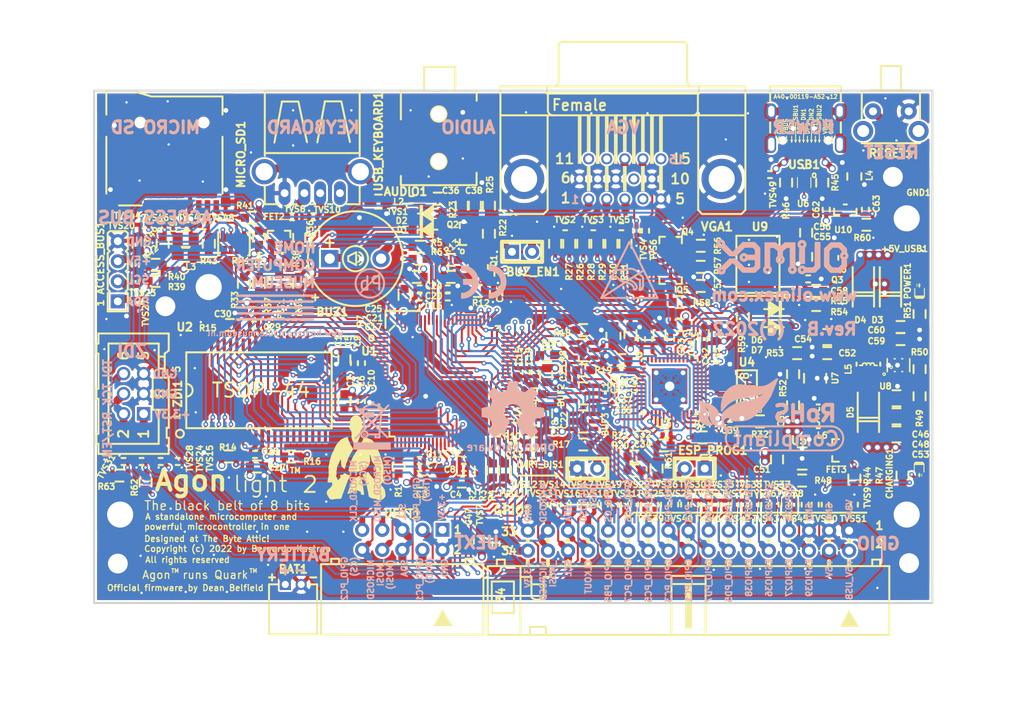
<source format=kicad_pcb>
(kicad_pcb (version 20171130) (host pcbnew 5.1.0-rc2-unknown-036be7d~80~ubuntu16.04.1)
  (title_block (title AgonLight2) (rev B) (company Olimex) (comment 1 "(c)2022"))
  (layers (0 F.Cu signal) (1 In1.Cu signal) (2 In2.Cu signal) (31 B.Cu signal) (34 B.Paste user) (35 F.Paste user) (36 B.SilkS user) (37 F.SilkS user) (38 B.Mask user) (39 F.Mask user) (44 Edge.Cuts user))
  (net 0 "")
  (net 1 GND)
  (net 2 SDA)
  (net 3 SCL)
  (net 4 +5V)
  (net 5 "Net-(AUDIO1-Pad1)")
  (net 6 /ESP32-PICO-D4/BUZZER)
  (net 7 VBAT)
  (net 8 "Net-(BUF1-Pad1)")
  (net 9 ESP_TXD)
  (net 10 +3.3V)
  (net 11 "Net-(BUF1-Pad4)")
  (net 12 "Net-(BUF2-Pad4)")
  (net 13 /BUF2)
  (net 14 "Net-(BUF3-Pad1)")
  (net 15 "Net-(BUF3-Pad2)")
  (net 16 "Net-(BUZ1-Pad1)")
  (net 17 "Net-(BUZ1-Pad2)")
  (net 18 IO0)
  (net 19 RST\EN)
  (net 20 "Net-(C36-Pad1)")
  (net 21 "Net-(C50-Pad1)")
  (net 22 +5V_USB)
  (net 23 "Net-(C52-Pad1)")
  (net 24 "Net-(C55-Pad1)")
  (net 25 "Net-(C56-Pad1)")
  (net 26 "Net-(C58-Pad1)")
  (net 27 "Net-(CHARGING1-Pad1)")
  (net 28 "Net-(D5-Pad2)")
  (net 29 "Net-(D6-Pad1)")
  (net 30 ESP_CH340_RXD)
  (net 31 "Net-(D7-Pad2)")
  (net 32 ESP_CH340_TXD)
  (net 33 "Net-(FET1-Pad3)")
  (net 34 KDAT)
  (net 35 "Net-(FET2-Pad3)")
  (net 36 KCLK)
  (net 37 "Net-(FID1-PadFid1)")
  (net 38 "Net-(FID2-PadFid1)")
  (net 39 "Net-(FID3-PadFid1)")
  (net 40 MICROSD_CLK)
  (net 41 MICROSD_MISO)
  (net 42 GPIO_CS)
  (net 43 GPIO_PC6)
  (net 44 GPIO_PC4)
  (net 45 GPIO_PC2)
  (net 46 GPIO_PC0)
  (net 47 GPIO_PD6)
  (net 48 GPIO_PD4)
  (net 49 ESPIO37)
  (net 50 ESPIO26)
  (net 51 ESPIO35)
  (net 52 ESPIO39)
  (net 53 ESPIO27)
  (net 54 ESPIO36)
  (net 55 ESPIO38)
  (net 56 GPIO_PD5)
  (net 57 GPIO_PD7)
  (net 58 GPIO_PC1)
  (net 59 GPIO_PC3)
  (net 60 GPIO_PC5)
  (net 61 GPIO_PC7)
  (net 62 GPIO_PB5)
  (net 63 CLKOUT)
  (net 64 MICROSD_MOSI)
  (net 65 "Net-(L2-Pad1)")
  (net 66 "Net-(L4-Pad1)")
  (net 67 "Net-(L6-Pad1)")
  (net 68 "Net-(MICRO_SD1-Pad9)")
  (net 69 "Net-(MICRO_SD1-Pad8)")
  (net 70 "Net-(MICRO_SD1-Pad7)")
  (net 71 MICROSD_CS)
  (net 72 "Net-(MICRO_SD1-Pad1)")
  (net 73 "Net-(Q1-Pad3)")
  (net 74 "Net-(Q1-Pad1)")
  (net 75 "Net-(Q4-Pad1)")
  (net 76 "Net-(Q5-Pad1)")
  (net 77 "Net-(Q5-Pad3)")
  (net 78 /CS)
  (net 79 "Net-(R1-Pad2)")
  (net 80 "Net-(R2-Pad2)")
  (net 81 /RD)
  (net 82 /WR)
  (net 83 "Net-(R3-Pad2)")
  (net 84 "Net-(R4-Pad2)")
  (net 85 "Net-(R5-Pad1)")
  (net 86 "Net-(R6-Pad1)")
  (net 87 "Net-(R7-Pad1)")
  (net 88 "Net-(R8-Pad2)")
  (net 89 "Net-(R9-Pad2)")
  (net 90 "Net-(R10-Pad2)")
  (net 91 "Net-(R11-Pad2)")
  (net 92 "Net-(R12-Pad2)")
  (net 93 /BUF1)
  (net 94 ESP_RXD)
  (net 95 "Net-(R24-Pad2)")
  (net 96 /ESP32-PICO-D4/SOUND)
  (net 97 "Net-(R26-Pad2)")
  (net 98 /ESP32-PICO-D4/IO22)
  (net 99 /ESP32-PICO-D4/IO21)
  (net 100 "Net-(R28-Pad2)")
  (net 101 /ESP32-PICO-D4/IO19)
  (net 102 /ESP32-PICO-D4/IO18)
  (net 103 "Net-(R30-Pad2)")
  (net 104 /ESP32-PICO-D4/IO5)
  (net 105 /ESP32-PICO-D4/IO4)
  (net 106 /ESP32-PICO-D4/PSRAM_CE)
  (net 107 "Net-(R45-Pad1)")
  (net 108 "Net-(R46-Pad1)")
  (net 109 "Net-(R47-Pad2)")
  (net 110 "Net-(R48-Pad1)")
  (net 111 "Net-(R49-Pad2)")
  (net 112 "Net-(R52-Pad1)")
  (net 113 /ESP32-PICO-D4/HS)
  (net 114 VS)
  (net 115 TCK)
  (net 116 TDI)
  (net 117 /SRAM_A10)
  (net 118 /SRAM_A9)
  (net 119 /SRAM_A8)
  (net 120 /SRAM_A7)
  (net 121 /SRAM_A6)
  (net 122 /SRAM_A5)
  (net 123 /SRAM_A4)
  (net 124 /SRAM_A3)
  (net 125 /SRAM_A2)
  (net 126 /SRAM_A1)
  (net 127 /SRAM_A0)
  (net 128 /SRAM_A11)
  (net 129 /SRAM_A12)
  (net 130 /SRAM_A13)
  (net 131 /SRAM_A14)
  (net 132 /SRAM_A15)
  (net 133 /SRAM_A16)
  (net 134 /SRAM_A17)
  (net 135 /SRAM_A18)
  (net 136 "Net-(U1-Pad24)")
  (net 137 "Net-(U1-Pad25)")
  (net 138 /SRAM_DATA3)
  (net 139 ITRP)
  (net 140 /SRAM_DATA2)
  (net 141 /SRAM_DATA1)
  (net 142 /SRAM_DATA0)
  (net 143 "Net-(U1-Pad32)")
  (net 144 "Net-(U1-Pad31)")
  (net 145 "Net-(U1-Pad30)")
  (net 146 "Net-(U1-Pad28)")
  (net 147 "Net-(U1-Pad27)")
  (net 148 "Net-(U1-Pad26)")
  (net 149 /SRAM_DATA4)
  (net 150 /SRAM_DATA5)
  (net 151 /SRAM_DATA6)
  (net 152 /SRAM_DATA7)
  (net 153 "Net-(U1-Pad45)")
  (net 154 "Net-(U1-Pad46)")
  (net 155 "Net-(U1-Pad49)")
  (net 156 "Net-(U1-Pad54)")
  (net 157 "Net-(U1-Pad55)")
  (net 158 "Net-(U1-Pad59)")
  (net 159 "Net-(U1-Pad64)")
  (net 160 "Net-(U1-Pad66)")
  (net 161 ESP32_RTS)
  (net 162 ESP32_CTS)
  (net 163 "Net-(U1-Pad86)")
  (net 164 "Net-(U2-Pad1)")
  (net 165 "Net-(U2-Pad2)")
  (net 166 "Net-(U2-Pad21)")
  (net 167 "Net-(U2-Pad22)")
  (net 168 "Net-(U2-Pad23)")
  (net 169 "Net-(U2-Pad24)")
  (net 170 "Net-(U2-Pad25)")
  (net 171 "Net-(U2-Pad42)")
  (net 172 "Net-(U2-Pad43)")
  (net 173 "Net-(U2-Pad44)")
  (net 174 "Net-(U3-Pad2)")
  (net 175 "Net-(U3-Pad18)")
  (net 176 "Net-(U3-Pad25)")
  (net 177 "Net-(U3-Pad26)")
  (net 178 /ESP32-PICO-D4/PSRAM_SIO1)
  (net 179 /ESP32-PICO-D4/PSRAM_SIO3)
  (net 180 /ESP32-PICO-D4/PSRAM_SCLK)
  (net 181 /ESP32-PICO-D4/PSRAM_SIO2)
  (net 182 /ESP32-PICO-D4/PSRAM_SIO0)
  (net 183 "Net-(U3-Pad44)")
  (net 184 "Net-(U3-Pad45)")
  (net 185 "Net-(U3-Pad47)")
  (net 186 "Net-(U3-Pad48)")
  (net 187 "Net-(U6-Pad3)")
  (net 188 "Net-(U6-Pad1)")
  (net 189 "Net-(U8-Pad6)")
  (net 190 "Net-(U9-Pad20)")
  (net 191 "Net-(U9-Pad17)")
  (net 192 "Net-(U9-Pad14)")
  (net 193 "Net-(U9-Pad13)")
  (net 194 "Net-(U9-Pad12)")
  (net 195 "Net-(U9-Pad11)")
  (net 196 "Net-(USB1-PadA8)")
  (net 197 "Net-(USB1-PadB8)")
  (net 198 "Net-(VGA1-Pad4)")
  (net 199 "Net-(VGA1-Pad9)")
  (net 200 "Net-(VGA1-Pad11)")
  (net 201 "Net-(VGA1-Pad12)")
  (net 202 "Net-(VGA1-Pad15)")
  (net 203 "Net-(BUZ_EN1-Pad1)")
  (net 204 "Net-(ESP_PROG1-Pad2)")
  (net 205 "Net-(C35-Pad1)")
  (net 206 "Net-(FID4-PadFid1)")
  (net 207 "Net-(POWER1-Pad1)")
  (net 208 "/Power Supply,USB/RTS")
  (net 209 "/Power Supply,USB/DTR")
  (net 210 "/Power Supply,USB/D+")
  (net 211 "/Power Supply,USB/D-")
  (module OLIMEX_Signs-FP:HomeComputerMuseum2 (layer B.Cu) (at 73.279 108.839 180)
    (fp_text reference HCM_LOGO hide)
    (fp_text value Sign hide)
    (fp_text user MUSEUM (at -0.7 -0.6 180) (layer B.SilkS) (effects (font (size 1.27 1.27) (thickness 0.3175)) (justify mirror)))
    (fp_text user COMPUTER (at 0.35 1.59 180) (layer B.SilkS) (effects (font (size 1.27 1.27) (thickness 0.3175)) (justify mirror)))
    (fp_text user HOME (at -2.1 3.8 180) (layer B.SilkS) (effects (font (size 1.27 1.27) (thickness 0.3175)) (justify mirror)))
  )
  (module OLIMEX_Crystal-FP:Oscillator-18.432MHz-3.2x2.5mm (layer F.Cu) (at 98.552 107.442 270)
    (fp_text reference Q1 (at -0.762 -2.032 90) (layer F.SilkS) (effects (font (size 0.762 0.762) (thickness 0.1905))))
    (fp_text value ASE-18.432MHZ-L-C-T)
    (fp_text user o (at -2.032 1.9685) (layer F.SilkS) (effects (font (size 0.8 0.8) (thickness 0.2))))
    (pad 1 smd rect (at -1.1 0.8 270) (size 1.4 1.2) (layers F.Cu F.Paste F.Mask) (net 74 "Net-(Q1-Pad1)"))
    (pad 3 smd rect (at 1.1 -0.8 270) (size 1.4 1.2) (layers F.Cu F.Paste F.Mask) (net 73 "Net-(Q1-Pad3)"))
    (pad 2 smd rect (at 1.1 0.8 270) (size 1.4 1.2) (layers F.Cu F.Paste F.Mask) (net 1 GND))
    (pad 4 smd rect (at -1.1 -0.8 270) (size 1.4 1.2) (layers F.Cu F.Paste F.Mask) (net 10 +3.3V))
  )
  (module OLIMEX_Connectors-FP:UEXT_BH10R (layer F.Cu) (at 89 142 180)
    (fp_text reference UEXT1 (at -0.027 3.316 180) (layer F.SilkS) (effects (font (size 1.016 1.016) (thickness 0.254))))
    (fp_text value "B-R-10-LF(BH10R)2x05_90DEGREE")
    (pad 10 thru_hole circle (at 5.08 -1.27 180) (size 1.8 1.8) (drill 1) (layers *.Cu *.Mask F.Fab) (net 45 GPIO_PC2))
    (pad 9 thru_hole circle (at 5.08 1.27 180) (size 1.8 1.8) (drill 1) (layers *.Cu *.Mask F.Fab) (net 40 MICROSD_CLK))
    (pad 8 thru_hole circle (at 2.54 -1.27 180) (size 1.8 1.8) (drill 1) (layers *.Cu *.Mask F.Fab) (net 64 MICROSD_MOSI))
    (pad 7 thru_hole circle (at 2.54 1.27 180) (size 1.8 1.8) (drill 1) (layers *.Cu *.Mask F.Fab) (net 41 MICROSD_MISO))
    (pad 6 thru_hole circle (at 0 -1.27 180) (size 1.8 1.8) (drill 1) (layers *.Cu *.Mask F.Fab) (net 2 SDA))
    (pad 5 thru_hole circle (at 0 1.27 180) (size 1.8 1.8) (drill 1) (layers *.Cu *.Mask F.Fab) (net 3 SCL))
    (pad 4 thru_hole circle (at -2.54 -1.27 180) (size 1.8 1.8) (drill 1) (layers *.Cu *.Mask F.Fab) (net 58 GPIO_PC1))
    (pad 3 thru_hole circle (at -2.54 1.27 180) (size 1.8 1.8) (drill 1) (layers *.Cu *.Mask F.Fab) (net 46 GPIO_PC0))
    (pad 2 thru_hole circle (at -5.08 -1.27 180) (size 1.8 1.8) (drill 1) (layers *.Cu *.Mask F.Fab) (net 1 GND))
    (pad 1 thru_hole rect (at -5.08 1.27 180) (size 1.75 1.75) (drill 1) (layers *.Cu *.Mask F.Fab) (net 10 +3.3V))
  )
  (module OLIMEX_Signs-FP:Logo_OLIMEX_TB (layer B.Cu) (at 136.906 106.172 180)
    (fp_text reference Logo_OLIMEX_TB hide)
    (fp_text value Logo_OLIMEX_TB hide)
  )
  (module OLIMEX_Signs-FP:Sign_RoHS_1 (layer B.Cu) (at 143.764 130.048 180)
    (fp_text reference Sign_RoHS_1 hide)
    (fp_text value Sign_RoHS_1 hide)
    (fp_text user Compliant (at 6.20014 0.8382 180) (layer B.SilkS) (effects (font (size 1.778 1.778) (thickness 0.35)) (justify mirror)))
    (fp_text user RoHS (at 3.81508 4.04368 180) (layer B.SilkS) (effects (font (size 2 2) (thickness 0.5)) (justify mirror)))
  )
  (module OLIMEX_Signs-FP:Sign_RecycleBin_1 (layer B.Cu) (at 87.503 130.556 180)
    (fp_text reference Sign_RecycleBin_1 hide)
    (fp_text value Sign_RecycleBin_1 hide)
  )
  (module OLIMEX_Signs-FP:Sign_PB-Free (layer B.Cu) (at 85.09 109.22)
    (fp_text reference Sign_PB-Free)
    (fp_text value Sign_PB-Free)
    (fp_text user Pb (at -0.08636 0.33528) (layer B.SilkS) (effects (font (size 1.7 1.5) (thickness 0.254)) (justify mirror)))
  )
  (module OLIMEX_Signs-FP:Sign_OSHW_8x8 (layer B.Cu) (at 102.997 125.984 180)
    (fp_text reference Sign_OSHW_8x8 hide)
    (fp_text value Sign_OSHW_8x8 hide)
    (fp_text user open (at -3.40106 -4.17576 180) (layer B.SilkS) (effects (font (size 1.1 1.1) (thickness 0.254)) (justify mirror)))
    (fp_text user hardware (at 2.51206 -4.2672 180) (layer B.SilkS) (effects (font (thickness 0.18)) (justify mirror)))
  )
  (module OLIMEX_Signs-FP:Sign_Antistatic (layer B.Cu) (at 121.285 111.379 180)
    (fp_text reference Sign_Antistatic hide)
    (fp_text value Sign_Antistatic hide)
  )
  (module OLIMEX_Signs-FP:CE_Sign (layer B.Cu) (at 98.298 109.347 180)
    (fp_text reference Sign_CE hide)
    (fp_text value CE_Sign hide)
  )
  (module OLIMEX_RLC-FP:C_0805_5MIL_DWS (layer F.Cu) (at 151.511 128.651 180)
    (fp_text reference C53 (at -3.048 -2.54 180) (layer F.SilkS) (effects (font (size 0.762 0.762) (thickness 0.1905))))
    (fp_text value 47uF/6.3V/20%/X5R/0805)
    (pad 2 smd rect (at 1.016 0 270) (size 1.524 1.27) (layers F.Cu F.Paste F.Mask) (net 4 +5V))
    (pad 1 smd rect (at -1.016 0 270) (size 1.524 1.27) (layers F.Cu F.Paste F.Mask) (net 1 GND))
  )
  (module OLIMEX_Connectors-FP:BH06S (layer F.Cu) (at 55 123.5 90)
    (fp_text reference ZDI1 (at 0 5.579 90) (layer F.SilkS) (effects (font (size 1.016 1.016) (thickness 0.254))))
    (fp_text value "BH06S_2x3(B-D-02x3-LF)")
    (fp_text user 6 (at 0 3.429 90) (layer F.SilkS) (effects (font (size 1.27 1.27) (thickness 0.254))))
    (fp_text user 1 (at -5.08 1.27 90) (layer F.SilkS) (effects (font (size 1.27 1.27) (thickness 0.254))))
    (fp_text user 2 (at -5.08 -1.27 90) (layer F.SilkS) (effects (font (size 1.27 1.27) (thickness 0.254))))
    (fp_text user 6 (at 4.826 -1.27 90) (layer F.SilkS) (effects (font (size 1.27 1.27) (thickness 0.254))))
    (fp_text user 5 (at 4.826 1.27 90) (layer F.SilkS) (effects (font (size 1.27 1.27) (thickness 0.254))))
    (pad 6 thru_hole circle (at 2.54 -1.27 90) (size 1.7 1.7) (drill 1.1) (layers *.Cu *.Mask) (net 116 TDI))
    (pad 5 thru_hole circle (at 2.54 1.27 90) (size 1.7 1.7) (drill 1.1) (layers *.Cu *.Mask) (net 1 GND))
    (pad 4 thru_hole circle (at 0 -1.27 90) (size 1.7 1.7) (drill 1.1) (layers *.Cu *.Mask) (net 115 TCK))
    (pad 3 thru_hole circle (at 0 1.27 90) (size 1.7 1.7) (drill 1.1) (layers *.Cu *.Mask) (net 1 GND))
    (pad 2 thru_hole circle (at -2.54 -1.27 90) (size 1.7 1.7) (drill 1.1) (layers *.Cu *.Mask) (net 19 RST\EN))
    (pad 1 thru_hole rect (at -2.54 1.27 90) (size 1.7 1.7) (drill 1.1) (layers *.Cu *.Mask) (net 10 +3.3V))
  )
  (module OLIMEX_IC-FP:SO-8 (layer F.Cu) (at 132.588 122.936 90)
    (fp_text reference U4 (at 3.429 0 180) (layer F.SilkS) (effects (font (size 1.016 1.016) (thickness 0.254))))
    (fp_text value APS6404L-3SQR-SN)
    (fp_text user SO-8 (at 0.05588 -0.27178 90) (layer F.SilkS) (effects (font (size 1.016 1.016) (thickness 0.2032))))
    (pad 1 smd rect (at -1.905 2.6 90) (size 0.6 2.2) (layers F.Cu F.Paste F.Mask) (net 106 /ESP32-PICO-D4/PSRAM_CE) (clearance 0.0508))
    (pad 2 smd rect (at -0.635 2.6 90) (size 0.6 2.2) (layers F.Cu F.Paste F.Mask) (net 178 /ESP32-PICO-D4/PSRAM_SIO1) (clearance 0.0508))
    (pad 3 smd rect (at 0.635 2.6 90) (size 0.6 2.2) (layers F.Cu F.Paste F.Mask) (net 181 /ESP32-PICO-D4/PSRAM_SIO2) (clearance 0.0508))
    (pad 4 smd rect (at 1.905 2.6 90) (size 0.6 2.2) (layers F.Cu F.Paste F.Mask) (net 1 GND) (clearance 0.0508))
    (pad 5 smd rect (at 1.905 -2.6 90) (size 0.6 2.2) (layers F.Cu F.Paste F.Mask) (net 182 /ESP32-PICO-D4/PSRAM_SIO0) (clearance 0.0508))
    (pad 6 smd rect (at 0.635 -2.6 90) (size 0.6 2.2) (layers F.Cu F.Paste F.Mask) (net 180 /ESP32-PICO-D4/PSRAM_SCLK) (clearance 0.0508))
    (pad 7 smd rect (at -0.635 -2.6 90) (size 0.6 2.2) (layers F.Cu F.Paste F.Mask) (net 179 /ESP32-PICO-D4/PSRAM_SIO3) (clearance 0.0508))
    (pad 8 smd rect (at -1.905 -2.6 90) (size 0.6 2.2) (layers F.Cu F.Paste F.Mask) (net 10 +3.3V) (clearance 0.0508))
  )
  (module OLIMEX_Jumpers-FP:HN1x2_Jumper (layer F.Cu) (at 104.14 105.537)
    (fp_text reference BUZ_EN1 (at 1.397 2.54 180) (layer F.SilkS) (effects (font (size 1.016 1.016) (thickness 0.254))))
    (fp_text value HN1x2+MJ6 hide)
    (pad 2 thru_hole circle (at 1.27 0 90) (size 1.8 1.8) (drill 1) (layers *.Cu *.Mask) (net 6 /ESP32-PICO-D4/BUZZER))
    (pad 1 thru_hole rect (at -1.27 0 90) (size 1.8 1.8) (drill 1) (layers *.Cu *.Mask) (net 203 "Net-(BUZ_EN1-Pad1)"))
  )
  (module OLIMEX_Signs-FP:AgonLightLogo (layer F.Cu) (at 83.185 131.572)
    (fp_text reference G*** hide)
    (fp_text value LOGO hide)
  )
  (module OLIMEX_Devices-FP:PB1221P_1-Plus_2-Minus (layer F.Cu) (at 83.058 106.4)
    (fp_text reference BUZ1 (at -2.921 6.757) (layer F.SilkS) (effects (font (size 1.016 1.016) (thickness 0.254))))
    (fp_text value "BUZZER_PB1221P(1.1-1.7V_2kHz_12MM)")
    (pad 1 thru_hole rect (at -3.25 0) (size 2.2 2.2) (drill 1.3) (layers *.Cu *.Mask) (net 16 "Net-(BUZ1-Pad1)"))
    (pad 2 thru_hole circle (at 3.25 0) (size 2.2 2.2) (drill 1.3) (layers *.Cu *.Mask) (net 17 "Net-(BUZ1-Pad2)"))
  )
  (module OLIMEX_Diodes-FP:SOT-666 (layer F.Cu) (at 139.827 96.774 270)
    (fp_text reference U6 (at 2.667 0.127) (layer F.SilkS) (effects (font (size 0.762 0.762) (thickness 0.1905))))
    (fp_text value USBLC6-2P6)
    (fp_text user o (at -1.016 -1.27) (layer F.SilkS) (effects (font (size 0.762 0.762) (thickness 0.1905))))
    (pad 2 smd rect (at -0.81 0 270) (size 1 0.25) (layers F.Cu F.Paste F.Mask) (net 1 GND))
    (pad 3 smd rect (at -0.81 0.5 270) (size 1 0.25) (layers F.Cu F.Paste F.Mask) (net 187 "Net-(U6-Pad3)"))
    (pad 1 smd rect (at -0.81 -0.5 270) (size 1 0.25) (layers F.Cu F.Paste F.Mask) (net 188 "Net-(U6-Pad1)"))
    (pad 4 smd rect (at 0.81 0.5 270) (size 1 0.25) (layers F.Cu F.Paste F.Mask) (net 210 "/Power Supply,USB/D+"))
    (pad 5 smd rect (at 0.81 0 270) (size 1 0.25) (layers F.Cu F.Paste F.Mask) (net 22 +5V_USB))
    (pad 6 smd rect (at 0.81 -0.5 270) (size 1 0.25) (layers F.Cu F.Paste F.Mask) (net 211 "/Power Supply,USB/D-"))
  )
  (module OLIMEX_Buttons-FP:B3F-31XX (layer F.Cu) (at 150.8 89 180)
    (fp_text reference RESET1 (at 0 -4.064 180) (layer F.SilkS) (effects (font (size 1.016 1.016) (thickness 0.254))))
    (fp_text value B3F-3150)
    (pad 1 thru_hole circle (at -2.2606 1.2446 180) (size 2.032 2.032) (drill 1.016) (layers *.Cu *.Mask) (net 1 GND))
    (pad 2 thru_hole circle (at 2.2606 1.2446 180) (size 2.032 2.032) (drill 1.016) (layers *.Cu *.Mask) (net 19 RST\EN))
    (pad 0 thru_hole circle (at -3.5052 -1.2446 180) (size 2.54 2.54) (drill 1.524) (layers *.Cu *.Mask))
    (pad 0 thru_hole circle (at 3.5052 -1.2446 180) (size 2.54 2.54) (drill 1.524) (layers *.Cu *.Mask))
  )
  (module "OLIMEX_Connectors-FP:VGA15-F(CD0515S21J0)" (layer F.Cu) (at 116.9 92.5 180)
    (fp_text reference VGA1 (at -11.894 -9.862 180) (layer F.SilkS) (effects (font (size 1.1 1.1) (thickness 0.254))))
    (fp_text value VGA15)
    (fp_text user 5 (at -7.239 -6.35 180) (layer F.SilkS) (effects (font (size 1.27 1.27) (thickness 0.254))))
    (fp_text user 1 (at 7.239 -6.223 180) (layer F.SilkS) (effects (font (size 1.27 1.27) (thickness 0.254))))
    (fp_text user Female (at 5.4864 5.5372 180) (layer F.SilkS) (effects (font (size 1.4 1.3) (thickness 0.254))))
    (fp_text user 11 (at 7.366 -1.27 180) (layer F.SilkS) (effects (font (size 1.27 1.27) (thickness 0.254))))
    (fp_text user 15 (at -7.366 -1.27 180) (layer F.SilkS) (effects (font (size 1.27 1.27) (thickness 0.254))))
    (fp_text user 10 (at -7.239 -3.81 180) (layer F.SilkS) (effects (font (size 1.27 1.27) (thickness 0.254))))
    (fp_text user 6 (at 7.239 -3.683 180) (layer F.SilkS) (effects (font (size 1.27 1.27) (thickness 0.254))))
    (pad 17 thru_hole circle (at 12.497 -3.81 180) (size 5.1 5.1) (drill 3.3) (layers *.Cu *.Mask) (net 1 GND))
    (pad 16 thru_hole circle (at -12.497 -3.81 180) (size 5.1 5.1) (drill 3.3) (layers *.Cu *.Mask) (net 1 GND))
    (pad 15 thru_hole circle (at -4.815 -1.27 180) (size 1.4 1.4) (drill 0.9) (layers *.Cu *.Mask) (net 202 "Net-(VGA1-Pad15)"))
    (pad 14 thru_hole circle (at -2.529 -1.27 180) (size 1.4 1.4) (drill 0.9) (layers *.Cu *.Mask) (net 114 VS))
    (pad 13 thru_hole circle (at -0.243 -1.27 180) (size 1.4 1.4) (drill 0.9) (layers *.Cu *.Mask) (net 113 /ESP32-PICO-D4/HS))
    (pad 12 thru_hole circle (at 2.043 -1.27 180) (size 1.4 1.4) (drill 0.9) (layers *.Cu *.Mask) (net 201 "Net-(VGA1-Pad12)"))
    (pad 11 thru_hole circle (at 4.329 -1.27 180) (size 1.4 1.4) (drill 0.9) (layers *.Cu *.Mask) (net 200 "Net-(VGA1-Pad11)"))
    (pad 10 thru_hole circle (at -3.672 -3.81 180) (size 1.4 1.4) (drill 0.9) (layers *.Cu *.Mask) (net 1 GND))
    (pad 9 thru_hole circle (at -1.386 -3.81 180) (size 1.4 1.4) (drill 0.9) (layers *.Cu *.Mask) (net 199 "Net-(VGA1-Pad9)"))
    (pad 8 thru_hole circle (at 0.9 -3.81 180) (size 1.4 1.4) (drill 0.9) (layers *.Cu *.Mask) (net 1 GND))
    (pad 7 thru_hole circle (at 3.186 -3.81 180) (size 1.4 1.4) (drill 0.9) (layers *.Cu *.Mask) (net 1 GND))
    (pad 6 thru_hole circle (at 5.472 -3.81 180) (size 1.4 1.4) (drill 0.9) (layers *.Cu *.Mask) (net 1 GND))
    (pad 5 thru_hole circle (at -4.815 -6.35 180) (size 1.4 1.4) (drill 0.9) (layers *.Cu *.Mask) (net 1 GND))
    (pad 4 thru_hole circle (at -2.529 -6.35 180) (size 1.4 1.4) (drill 0.9) (layers *.Cu *.Mask) (net 198 "Net-(VGA1-Pad4)"))
    (pad 3 thru_hole circle (at -0.243 -6.35 180) (size 1.4 1.4) (drill 0.9) (layers *.Cu *.Mask) (net 103 "Net-(R30-Pad2)"))
    (pad 2 thru_hole circle (at 2.043 -6.35 180) (size 1.4 1.4) (drill 0.9) (layers *.Cu *.Mask) (net 100 "Net-(R28-Pad2)"))
    (pad 1 thru_hole circle (at 4.329 -6.35 180) (size 1.4 1.4) (drill 0.9) (layers *.Cu *.Mask) (net 97 "Net-(R26-Pad2)"))
  )
  (module OLIMEX_TestPoints-FP:TP_SMD (layer F.Cu) (at 154.559 96.901)
    (fp_text reference GND1 (at -0.254 1.143) (layer F.SilkS) (effects (font (size 0.762 0.762) (thickness 0.1905))))
    (fp_text value TESTPAD hide)
    (pad 1 smd circle (at 0 0 90) (size 1 1) (layers F.Cu F.Mask) (net 1 GND))
  )
  (module OLIMEX_Connectors-FP:HN1x4 (layer F.Cu) (at 53 108 90)
    (fp_text reference ACCESS_BUS1 (at 1.701 -2.2 270) (layer F.SilkS) (effects (font (size 0.889 0.889) (thickness 0.22225))))
    (fp_text value HN1x4)
    (pad 1 thru_hole rect (at -3.81 0 90) (size 1.778 1.778) (drill 1) (layers *.Cu *.Mask) (net 2 SDA))
    (pad 2 thru_hole circle (at -1.27 0 90) (size 1.778 1.778) (drill 1) (layers *.Cu *.Mask) (net 3 SCL))
    (pad 3 thru_hole circle (at 1.27 0 90) (size 1.778 1.778) (drill 1) (layers *.Cu *.Mask) (net 4 +5V))
    (pad 4 thru_hole circle (at 3.81 0 90) (size 1.778 1.778) (drill 1) (layers *.Cu *.Mask) (net 1 GND))
  )
  (module OLIMEX_Connectors-FP:SCJ325P00XG0B02G (layer F.Cu) (at 93.6 88.1 270)
    (fp_text reference AUDIO1 (at 9.817 4.192) (layer F.SilkS) (effects (font (size 1.016 1.016) (thickness 0.254))))
    (fp_text value "PJ-3.5-365-5P(SCJ325P00XG0B02G)-COPY")
    (pad "" np_thru_hole circle (at 6 0 270) (size 1.7 1.7) (drill 1.7) (layers *.Cu *.Mask))
    (pad "" np_thru_hole circle (at 0 0 270) (size 1.7 1.7) (drill 1.7) (layers *.Cu *.Mask))
    (pad 4 smd rect (at 2.9 -5.3 270) (size 2.1 2.999999) (layers F.Cu F.Paste F.Mask) (net 6 /ESP32-PICO-D4/BUZZER) (clearance 0.0508))
    (pad 5 smd rect (at 2.1 5.3 270) (size 2.1 2.999999) (layers F.Cu F.Paste F.Mask) (net 6 /ESP32-PICO-D4/BUZZER) (clearance 0.0508))
    (pad 3 smd rect (at 6 -5.3 270) (size 2.1 2.999999) (layers F.Cu F.Paste F.Mask) (net 5 "Net-(AUDIO1-Pad1)") (clearance 0.0508))
    (pad 1 smd rect (at 6.3 5.3 270) (size 2.5 2.999999) (layers F.Cu F.Paste F.Mask) (net 5 "Net-(AUDIO1-Pad1)") (clearance 0.0508))
    (pad 2 smd rect (at -0.2 -5.3 270) (size 2.5 2.999999) (layers F.Cu F.Paste F.Mask) (net 1 GND) (clearance 0.0508))
  )
  (module OLIMEX_IC-FP:SOT-23-5 (layer F.Cu) (at 111.887 117.983)
    (fp_text reference BUF1 (at -3.81 -0.889) (layer F.SilkS) (effects (font (size 0.762 0.762) (thickness 0.1905))))
    (fp_text value SN74LVC1G125DBVR)
    (pad 1 smd rect (at 1.3 0.95) (size 1.2 0.55) (layers F.Cu F.Paste F.Mask) (net 8 "Net-(BUF1-Pad1)") (clearance 0.0508))
    (pad 2 smd rect (at 1.3 0) (size 1.2 0.55) (layers F.Cu F.Paste F.Mask) (net 9 ESP_TXD) (clearance 0.0508))
    (pad 3 smd rect (at 1.3 -0.95) (size 1.2 0.55) (layers F.Cu F.Paste F.Mask) (net 1 GND) (clearance 0.0508))
    (pad 5 smd rect (at -1.3 0.95) (size 1.2 0.55) (layers F.Cu F.Paste F.Mask) (net 10 +3.3V) (clearance 0.0508))
    (pad 4 smd rect (at -1.3 -0.95) (size 1.2 0.55) (layers F.Cu F.Paste F.Mask) (net 11 "Net-(BUF1-Pad4)") (clearance 0.0508))
  )
  (module OLIMEX_IC-FP:SOT-23-5 (layer F.Cu) (at 111.887 123.444)
    (fp_text reference BUF2 (at -2.794 0.254 270) (layer F.SilkS) (effects (font (size 0.762 0.762) (thickness 0.1905))))
    (fp_text value SN74LVC1G125DBVR)
    (pad 4 smd rect (at -1.3 -0.95) (size 1.2 0.55) (layers F.Cu F.Paste F.Mask) (net 12 "Net-(BUF2-Pad4)") (clearance 0.0508))
    (pad 5 smd rect (at -1.3 0.95) (size 1.2 0.55) (layers F.Cu F.Paste F.Mask) (net 10 +3.3V) (clearance 0.0508))
    (pad 3 smd rect (at 1.3 -0.95) (size 1.2 0.55) (layers F.Cu F.Paste F.Mask) (net 1 GND) (clearance 0.0508))
    (pad 2 smd rect (at 1.3 0) (size 1.2 0.55) (layers F.Cu F.Paste F.Mask) (net 13 /BUF2) (clearance 0.0508))
    (pad 1 smd rect (at 1.3 0.95) (size 1.2 0.55) (layers F.Cu F.Paste F.Mask) (net 8 "Net-(BUF1-Pad1)") (clearance 0.0508))
  )
  (module OLIMEX_IC-FP:SOT-23-5 (layer F.Cu) (at 111.887 127)
    (fp_text reference BUF3 (at 2.794 0.381 90) (layer F.SilkS) (effects (font (size 0.762 0.762) (thickness 0.1905))))
    (fp_text value "SN74LVC1G04DBVR(SOT23-5)")
    (pad 1 smd rect (at 1.3 0.95) (size 1.2 0.55) (layers F.Cu F.Paste F.Mask) (net 14 "Net-(BUF3-Pad1)") (clearance 0.0508))
    (pad 2 smd rect (at 1.3 0) (size 1.2 0.55) (layers F.Cu F.Paste F.Mask) (net 15 "Net-(BUF3-Pad2)") (clearance 0.0508))
    (pad 3 smd rect (at 1.3 -0.95) (size 1.2 0.55) (layers F.Cu F.Paste F.Mask) (net 1 GND) (clearance 0.0508))
    (pad 5 smd rect (at -1.3 0.95) (size 1.2 0.55) (layers F.Cu F.Paste F.Mask) (net 10 +3.3V) (clearance 0.0508))
    (pad 4 smd rect (at -1.3 -0.95) (size 1.2 0.55) (layers F.Cu F.Paste F.Mask) (net 8 "Net-(BUF1-Pad1)") (clearance 0.0508))
  )
  (module OLIMEX_Jumpers-FP:HN1x2_Jumper (layer F.Cu) (at 112.395 132.969)
    (fp_text reference UART_DIS1 (at -5.969 -0.508 180) (layer F.SilkS) (effects (font (size 0.762 0.762) (thickness 0.1905))))
    (fp_text value HN1x2+MJ6 hide)
    (pad 1 thru_hole rect (at -1.27 0 90) (size 1.8 1.8) (drill 1) (layers *.Cu *.Mask) (net 1 GND))
    (pad 2 thru_hole circle (at 1.27 0 90) (size 1.8 1.8) (drill 1) (layers *.Cu *.Mask) (net 15 "Net-(BUF3-Pad2)"))
  )
  (module OLIMEX_Jumpers-FP:HN1x2_Jumper (layer F.Cu) (at 125.984 132.969 180)
    (fp_text reference ESP_PROG1 (at -2.286 2.286) (layer F.SilkS) (effects (font (size 1.016 1.016) (thickness 0.254))))
    (fp_text value HN1x2+MJ6 hide)
    (pad 2 thru_hole circle (at 1.27 0 270) (size 1.8 1.8) (drill 1) (layers *.Cu *.Mask) (net 204 "Net-(ESP_PROG1-Pad2)"))
    (pad 1 thru_hole rect (at -1.27 0 270) (size 1.8 1.8) (drill 1) (layers *.Cu *.Mask) (net 18 IO0))
  )
  (module OLIMEX_RLC-FP:C_0603_5MIL_DWS (layer F.Cu) (at 81.661 119.126 270)
    (fp_text reference C1 (at -2.286 0.762 270) (layer F.SilkS) (effects (font (size 0.762 0.762) (thickness 0.1905))))
    (fp_text value 10uF/6.3V/20%/X5R/0603)
    (pad 2 smd rect (at 0.889 0 270) (size 1.016 1.016) (layers F.Cu F.Paste F.Mask) (net 1 GND) (clearance 0.0508))
    (pad 1 smd rect (at -0.889 0 270) (size 1.016 1.016) (layers F.Cu F.Paste F.Mask) (net 10 +3.3V) (clearance 0.0508))
  )
  (module OLIMEX_RLC-FP:C_0603_5MIL_DWS (layer F.Cu) (at 81.661 124.46 270)
    (fp_text reference C2 (at -2.54 -0.762 270) (layer F.SilkS) (effects (font (size 0.762 0.762) (thickness 0.1905))))
    (fp_text value 10uF/6.3V/20%/X5R/0603)
    (pad 1 smd rect (at -0.889 0 270) (size 1.016 1.016) (layers F.Cu F.Paste F.Mask) (net 10 +3.3V) (clearance 0.0508))
    (pad 2 smd rect (at 0.889 0 270) (size 1.016 1.016) (layers F.Cu F.Paste F.Mask) (net 1 GND) (clearance 0.0508))
  )
  (module OLIMEX_RLC-FP:C_0603_5MIL_DWS (layer F.Cu) (at 91.44 134.62)
    (fp_text reference C3 (at 0 1.651) (layer F.SilkS) (effects (font (size 0.762 0.762) (thickness 0.1905))))
    (fp_text value 10uF/6.3V/20%/X5R/0603)
    (pad 2 smd rect (at 0.889 0) (size 1.016 1.016) (layers F.Cu F.Paste F.Mask) (net 1 GND) (clearance 0.0508))
    (pad 1 smd rect (at -0.889 0) (size 1.016 1.016) (layers F.Cu F.Paste F.Mask) (net 10 +3.3V) (clearance 0.0508))
  )
  (module OLIMEX_RLC-FP:C_0603_5MIL_DWS (layer F.Cu) (at 96.52 134.62)
    (fp_text reference C4 (at -0.762 1.651) (layer F.SilkS) (effects (font (size 0.762 0.762) (thickness 0.1905))))
    (fp_text value 10uF/6.3V/20%/X5R/0603)
    (pad 1 smd rect (at -0.889 0) (size 1.016 1.016) (layers F.Cu F.Paste F.Mask) (net 10 +3.3V) (clearance 0.0508))
    (pad 2 smd rect (at 0.889 0) (size 1.016 1.016) (layers F.Cu F.Paste F.Mask) (net 1 GND) (clearance 0.0508))
  )
  (module OLIMEX_RLC-FP:C_0603_5MIL_DWS (layer F.Cu) (at 107.188 125.984 90)
    (fp_text reference C22 (at -0.889 2.286 90) (layer F.SilkS) (effects (font (size 0.762 0.762) (thickness 0.1905))))
    (fp_text value 10uF/6.3V/20%/X5R/0603)
    (pad 2 smd rect (at 0.889 0 90) (size 1.016 1.016) (layers F.Cu F.Paste F.Mask) (net 1 GND) (clearance 0.0508))
    (pad 1 smd rect (at -0.889 0 90) (size 1.016 1.016) (layers F.Cu F.Paste F.Mask) (net 10 +3.3V) (clearance 0.0508))
  )
  (module OLIMEX_RLC-FP:C_0603_5MIL_DWS (layer F.Cu) (at 107.188 121.158 270)
    (fp_text reference C23 (at -0.254 -2.159 270) (layer F.SilkS) (effects (font (size 0.762 0.762) (thickness 0.1905))))
    (fp_text value 10uF/6.3V/20%/X5R/0603)
    (pad 1 smd rect (at -0.889 0 270) (size 1.016 1.016) (layers F.Cu F.Paste F.Mask) (net 10 +3.3V) (clearance 0.0508))
    (pad 2 smd rect (at 0.889 0 270) (size 1.016 1.016) (layers F.Cu F.Paste F.Mask) (net 1 GND) (clearance 0.0508))
  )
  (module OLIMEX_RLC-FP:C_0603_5MIL_DWS (layer F.Cu) (at 95.123 108.712)
    (fp_text reference C24 (at -2.159 1.143 180) (layer F.SilkS) (effects (font (size 0.762 0.762) (thickness 0.1905))))
    (fp_text value 10uF/6.3V/20%/X5R/0603)
    (pad 1 smd rect (at -0.889 0) (size 1.016 1.016) (layers F.Cu F.Paste F.Mask) (net 10 +3.3V) (clearance 0.0508))
    (pad 2 smd rect (at 0.889 0) (size 1.016 1.016) (layers F.Cu F.Paste F.Mask) (net 1 GND) (clearance 0.0508))
  )
  (module OLIMEX_RLC-FP:C_0603_5MIL_DWS (layer F.Cu) (at 90.805 108.712 180)
    (fp_text reference C25 (at 5.461 -4.064 180) (layer F.SilkS) (effects (font (size 0.762 0.762) (thickness 0.1905))))
    (fp_text value 10uF/6.3V/20%/X5R/0603)
    (pad 2 smd rect (at 0.889 0 180) (size 1.016 1.016) (layers F.Cu F.Paste F.Mask) (net 1 GND) (clearance 0.0508))
    (pad 1 smd rect (at -0.889 0 180) (size 1.016 1.016) (layers F.Cu F.Paste F.Mask) (net 10 +3.3V) (clearance 0.0508))
  )
  (module OLIMEX_RLC-FP:C_0603_5MIL_DWS (layer F.Cu) (at 70.612 132.715)
    (fp_text reference C27 (at 2.54 0.127) (layer F.SilkS) (effects (font (size 0.762 0.762) (thickness 0.1905))))
    (fp_text value 10uF/6.3V/20%/X5R/0603)
    (pad 2 smd rect (at 0.889 0) (size 1.016 1.016) (layers F.Cu F.Paste F.Mask) (net 1 GND) (clearance 0.0508))
    (pad 1 smd rect (at -0.889 0) (size 1.016 1.016) (layers F.Cu F.Paste F.Mask) (net 10 +3.3V) (clearance 0.0508))
  )
  (module OLIMEX_RLC-FP:C_0603_5MIL_DWS (layer F.Cu) (at 69.85 113.284 180)
    (fp_text reference C30 (at 3.556 -0.127 180) (layer F.SilkS) (effects (font (size 0.762 0.762) (thickness 0.1905))))
    (fp_text value 10uF/6.3V/20%/X5R/0603)
    (pad 1 smd rect (at -0.889 0 180) (size 1.016 1.016) (layers F.Cu F.Paste F.Mask) (net 10 +3.3V) (clearance 0.0508))
    (pad 2 smd rect (at 0.889 0 180) (size 1.016 1.016) (layers F.Cu F.Paste F.Mask) (net 1 GND) (clearance 0.0508))
  )
  (module OLIMEX_RLC-FP:C_0603_5MIL_DWS (layer F.Cu) (at 117.856 115.951 90)
    (fp_text reference C33 (at -6.477 -2.032 90) (layer F.SilkS) (effects (font (size 0.762 0.762) (thickness 0.1905))))
    (fp_text value 10uF/6.3V/20%/X5R/0603)
    (pad 2 smd rect (at 0.889 0 90) (size 1.016 1.016) (layers F.Cu F.Paste F.Mask) (net 1 GND) (clearance 0.0508))
    (pad 1 smd rect (at -0.889 0 90) (size 1.016 1.016) (layers F.Cu F.Paste F.Mask) (net 10 +3.3V) (clearance 0.0508))
  )
  (module OLIMEX_RLC-FP:C_0603_5MIL_DWS (layer F.Cu) (at 122.047 130.048 180)
    (fp_text reference C34 (at 2.667 0.127 180) (layer F.SilkS) (effects (font (size 0.762 0.762) (thickness 0.1905))))
    (fp_text value 10uF/6.3V/20%/X5R/0603)
    (pad 1 smd rect (at -0.889 0 180) (size 1.016 1.016) (layers F.Cu F.Paste F.Mask) (net 10 +3.3V) (clearance 0.0508))
    (pad 2 smd rect (at 0.889 0 180) (size 1.016 1.016) (layers F.Cu F.Paste F.Mask) (net 1 GND) (clearance 0.0508))
  )
  (module OLIMEX_RLC-FP:C_0603_5MIL_DWS (layer F.Cu) (at 93.472 98.806 180)
    (fp_text reference C36 (at -1.651 1.016 180) (layer F.SilkS) (effects (font (size 0.762 0.762) (thickness 0.1905))))
    (fp_text value 10uF/6.3V/20%/X5R/0603)
    (pad 1 smd rect (at -0.889 0 180) (size 1.016 1.016) (layers F.Cu F.Paste F.Mask) (net 20 "Net-(C36-Pad1)") (clearance 0.0508))
    (pad 2 smd rect (at 0.889 0 180) (size 1.016 1.016) (layers F.Cu F.Paste F.Mask) (net 5 "Net-(AUDIO1-Pad1)") (clearance 0.0508))
  )
  (module OLIMEX_RLC-FP:C_0603_5MIL_DWS (layer F.Cu) (at 116.713 119.253 180)
    (fp_text reference C37 (at -0.254 -5.08 180) (layer F.SilkS) (effects (font (size 0.762 0.762) (thickness 0.1905))))
    (fp_text value 10uF/6.3V/20%/X5R/0603)
    (pad 1 smd rect (at -0.889 0 180) (size 1.016 1.016) (layers F.Cu F.Paste F.Mask) (net 205 "Net-(C35-Pad1)") (clearance 0.0508))
    (pad 2 smd rect (at 0.889 0 180) (size 1.016 1.016) (layers F.Cu F.Paste F.Mask) (net 1 GND) (clearance 0.0508))
  )
  (module OLIMEX_RLC-FP:C_0603_5MIL_DWS (layer F.Cu) (at 98.171 99.695 90)
    (fp_text reference C38 (at 1.905 -0.127 180) (layer F.SilkS) (effects (font (size 0.762 0.762) (thickness 0.1905))))
    (fp_text value 33nF/X7R/50VDC/10%/0603)
    (pad 2 smd rect (at 0.889 0 90) (size 1.016 1.016) (layers F.Cu F.Paste F.Mask) (net 20 "Net-(C36-Pad1)") (clearance 0.0508))
    (pad 1 smd rect (at -0.889 0 90) (size 1.016 1.016) (layers F.Cu F.Paste F.Mask) (net 1 GND) (clearance 0.0508))
  )
  (module OLIMEX_RLC-FP:C_0603_5MIL_DWS (layer F.Cu) (at 121.539 115.951 90)
    (fp_text reference C43 (at -1.651 2.794 90) (layer F.SilkS) (effects (font (size 0.762 0.762) (thickness 0.1905))))
    (fp_text value 10uF/6.3V/20%/X5R/0603)
    (pad 2 smd rect (at 0.889 0 90) (size 1.016 1.016) (layers F.Cu F.Paste F.Mask) (net 1 GND) (clearance 0.0508))
    (pad 1 smd rect (at -0.889 0 90) (size 1.016 1.016) (layers F.Cu F.Paste F.Mask) (net 10 +3.3V) (clearance 0.0508))
  )
  (module OLIMEX_RLC-FP:C_0603_5MIL_DWS (layer F.Cu) (at 124.079 114.808 180)
    (fp_text reference C44 (at -1.397 -1.143 180) (layer F.SilkS) (effects (font (size 0.762 0.762) (thickness 0.1905))))
    (fp_text value 10uF/6.3V/20%/X5R/0603)
    (pad 2 smd rect (at 0.889 0 180) (size 1.016 1.016) (layers F.Cu F.Paste F.Mask) (net 1 GND) (clearance 0.0508))
    (pad 1 smd rect (at -0.889 0 180) (size 1.016 1.016) (layers F.Cu F.Paste F.Mask) (net 10 +3.3V) (clearance 0.0508))
  )
  (module OLIMEX_RLC-FP:C_0603_5MIL_DWS (layer F.Cu) (at 128.524 115.951 90)
    (fp_text reference C45 (at -2.794 0.254 90) (layer F.SilkS) (effects (font (size 0.762 0.762) (thickness 0.1905))))
    (fp_text value 10uF/6.3V/20%/X5R/0603)
    (pad 2 smd rect (at 0.889 0 90) (size 1.016 1.016) (layers F.Cu F.Paste F.Mask) (net 1 GND) (clearance 0.0508))
    (pad 1 smd rect (at -0.889 0 90) (size 1.016 1.016) (layers F.Cu F.Paste F.Mask) (net 10 +3.3V) (clearance 0.0508))
  )
  (module OLIMEX_RLC-FP:C_0805_5MIL_DWS (layer F.Cu) (at 151.511 124.079 180)
    (fp_text reference C46 (at -3.048 -4.572 180) (layer F.SilkS) (effects (font (size 0.762 0.762) (thickness 0.1905))))
    (fp_text value 47uF/6.3V/20%/X5R/0805)
    (pad 1 smd rect (at -1.016 0 270) (size 1.524 1.27) (layers F.Cu F.Paste F.Mask) (net 1 GND))
    (pad 2 smd rect (at 1.016 0 270) (size 1.524 1.27) (layers F.Cu F.Paste F.Mask) (net 4 +5V))
  )
  (module OLIMEX_RLC-FP:C_0805_5MIL_DWS (layer F.Cu) (at 99.06 141.986 270)
    (fp_text reference C47 (at -2.921 1.651 270) (layer F.SilkS) (effects (font (size 0.762 0.762) (thickness 0.1905))))
    (fp_text value 47uF/6.3V/20%/X5R/0805)
    (pad 1 smd rect (at -1.016 0) (size 1.524 1.27) (layers F.Cu F.Paste F.Mask) (net 1 GND))
    (pad 2 smd rect (at 1.016 0) (size 1.524 1.27) (layers F.Cu F.Paste F.Mask) (net 10 +3.3V))
  )
  (module OLIMEX_RLC-FP:C_0805_5MIL_DWS (layer F.Cu) (at 151.511 126.365 180)
    (fp_text reference C48 (at -3.048 -3.556 180) (layer F.SilkS) (effects (font (size 0.762 0.762) (thickness 0.1905))))
    (fp_text value 47uF/6.3V/20%/X5R/0805)
    (pad 2 smd rect (at 1.016 0 270) (size 1.524 1.27) (layers F.Cu F.Paste F.Mask) (net 4 +5V))
    (pad 1 smd rect (at -1.016 0 270) (size 1.524 1.27) (layers F.Cu F.Paste F.Mask) (net 1 GND))
  )
  (module OLIMEX_RLC-FP:C_0603_5MIL_DWS (layer F.Cu) (at 55.626 104.521 270)
    (fp_text reference C49 (at -1.143 -1.651 45) (layer F.SilkS) (effects (font (size 0.762 0.762) (thickness 0.1905))))
    (fp_text value 10uF/6.3V/20%/X5R/0603)
    (pad 2 smd rect (at 0.889 0 270) (size 1.016 1.016) (layers F.Cu F.Paste F.Mask) (net 4 +5V) (clearance 0.0508))
    (pad 1 smd rect (at -0.889 0 270) (size 1.016 1.016) (layers F.Cu F.Paste F.Mask) (net 1 GND) (clearance 0.0508))
  )
  (module OLIMEX_RLC-FP:C_0805_5MIL_DWS (layer F.Cu) (at 61.595 103.886)
    (fp_text reference C50 (at -1.524 -1.905 90) (layer F.SilkS) (effects (font (size 0.762 0.762) (thickness 0.1905))))
    (fp_text value 47uF/6.3V/20%/X5R/0805)
    (pad 2 smd rect (at 1.016 0 90) (size 1.524 1.27) (layers F.Cu F.Paste F.Mask) (net 1 GND))
    (pad 1 smd rect (at -1.016 0 90) (size 1.524 1.27) (layers F.Cu F.Paste F.Mask) (net 21 "Net-(C50-Pad1)"))
  )
  (module OLIMEX_RLC-FP:C_0603_5MIL_DWS (layer F.Cu) (at 136.398 131.826 270)
    (fp_text reference C51 (at 1.27 1.905) (layer F.SilkS) (effects (font (size 0.762 0.762) (thickness 0.1905))))
    (fp_text value 22uF/6.3V/20%/X5R/C0603)
    (pad 2 smd rect (at 0.889 0 270) (size 1.016 1.016) (layers F.Cu F.Paste F.Mask) (net 1 GND) (clearance 0.0508))
    (pad 1 smd rect (at -0.889 0 270) (size 1.016 1.016) (layers F.Cu F.Paste F.Mask) (net 22 +5V_USB) (clearance 0.0508))
  )
  (module OLIMEX_RLC-FP:C_0603_5MIL_DWS (layer F.Cu) (at 142.748 118.364 180)
    (fp_text reference C52 (at -2.54 0 180) (layer F.SilkS) (effects (font (size 0.762 0.762) (thickness 0.1905))))
    (fp_text value 22uF/6.3V/20%/X5R/C0603)
    (pad 2 smd rect (at 0.889 0 180) (size 1.016 1.016) (layers F.Cu F.Paste F.Mask) (net 1 GND) (clearance 0.0508))
    (pad 1 smd rect (at -0.889 0 180) (size 1.016 1.016) (layers F.Cu F.Paste F.Mask) (net 23 "Net-(C52-Pad1)") (clearance 0.0508))
  )
  (module OLIMEX_RLC-FP:C_0805_5MIL_DWS (layer F.Cu) (at 142.748 116.332)
    (fp_text reference C54 (at -3.048 0.254) (layer F.SilkS) (effects (font (size 0.762 0.762) (thickness 0.1905))))
    (fp_text value 47uF/6.3V/20%/X5R/0805)
    (pad 2 smd rect (at 1.016 0 90) (size 1.524 1.27) (layers F.Cu F.Paste F.Mask) (net 23 "Net-(C52-Pad1)"))
    (pad 1 smd rect (at -1.016 0 90) (size 1.524 1.27) (layers F.Cu F.Paste F.Mask) (net 1 GND))
  )
  (module OLIMEX_RLC-FP:C_0603_5MIL_DWS (layer F.Cu) (at 140.081 106.172 270)
    (fp_text reference C55 (at -2.54 -2.032 180) (layer F.SilkS) (effects (font (size 0.762 0.762) (thickness 0.1905))))
    (fp_text value 27pF/C0G/50VDC/5%/0603)
    (pad 1 smd rect (at -0.889 0 270) (size 1.016 1.016) (layers F.Cu F.Paste F.Mask) (net 24 "Net-(C55-Pad1)") (clearance 0.0508))
    (pad 2 smd rect (at 0.889 0 270) (size 1.016 1.016) (layers F.Cu F.Paste F.Mask) (net 1 GND) (clearance 0.0508))
  )
  (module OLIMEX_RLC-FP:C_0603_5MIL_DWS (layer F.Cu) (at 140.081 103.124 90)
    (fp_text reference C56 (at 0.762 2.032) (layer F.SilkS) (effects (font (size 0.762 0.762) (thickness 0.1905))))
    (fp_text value 27pF/C0G/50VDC/5%/0603)
    (pad 2 smd rect (at 0.889 0 90) (size 1.016 1.016) (layers F.Cu F.Paste F.Mask) (net 1 GND) (clearance 0.0508))
    (pad 1 smd rect (at -0.889 0 90) (size 1.016 1.016) (layers F.Cu F.Paste F.Mask) (net 25 "Net-(C56-Pad1)") (clearance 0.0508))
  )
  (module OLIMEX_RLC-FP:C_0603_5MIL_DWS (layer F.Cu) (at 126.746 109.855 180)
    (fp_text reference C57 (at -2.159 0 270) (layer F.SilkS) (effects (font (size 0.762 0.762) (thickness 0.1905))))
    (fp_text value 22uF/6.3V/20%/X5R/C0603)
    (pad 1 smd rect (at -0.889 0 180) (size 1.016 1.016) (layers F.Cu F.Paste F.Mask) (net 22 +5V_USB) (clearance 0.0508))
    (pad 2 smd rect (at 0.889 0 180) (size 1.016 1.016) (layers F.Cu F.Paste F.Mask) (net 1 GND) (clearance 0.0508))
  )
  (module OLIMEX_RLC-FP:C_0603_5MIL_DWS (layer F.Cu) (at 152.019 116.586 180)
    (fp_text reference C59 (at 3.048 -0.254 180) (layer F.SilkS) (effects (font (size 0.762 0.762) (thickness 0.1905))))
    (fp_text value 10uF/6.3V/20%/X5R/0603)
    (pad 1 smd rect (at -0.889 0 180) (size 1.016 1.016) (layers F.Cu F.Paste F.Mask) (net 1 GND) (clearance 0.0508))
    (pad 2 smd rect (at 0.889 0 180) (size 1.016 1.016) (layers F.Cu F.Paste F.Mask) (net 23 "Net-(C52-Pad1)") (clearance 0.0508))
  )
  (module OLIMEX_RLC-FP:C_0603_5MIL_DWS (layer F.Cu) (at 152.019 115.062 180)
    (fp_text reference C60 (at 3.048 -0.381 180) (layer F.SilkS) (effects (font (size 0.762 0.762) (thickness 0.1905))))
    (fp_text value 10uF/6.3V/20%/X5R/0603)
    (pad 1 smd rect (at -0.889 0 180) (size 1.016 1.016) (layers F.Cu F.Paste F.Mask) (net 1 GND) (clearance 0.0508))
    (pad 2 smd rect (at 0.889 0 180) (size 1.016 1.016) (layers F.Cu F.Paste F.Mask) (net 23 "Net-(C52-Pad1)") (clearance 0.0508))
  )
  (module OLIMEX_RLC-FP:C_0603_5MIL_DWS (layer F.Cu) (at 138.43 124.968 90)
    (fp_text reference C61 (at -1.651 -1.524 90) (layer F.SilkS) (effects (font (size 0.762 0.762) (thickness 0.1905))))
    (fp_text value 22uF/6.3V/20%/X5R/C0603)
    (pad 1 smd rect (at -0.889 0 90) (size 1.016 1.016) (layers F.Cu F.Paste F.Mask) (net 10 +3.3V) (clearance 0.0508))
    (pad 2 smd rect (at 0.889 0 90) (size 1.016 1.016) (layers F.Cu F.Paste F.Mask) (net 1 GND) (clearance 0.0508))
  )
  (module OLIMEX_LEDs-FP:LED_0603_KA (layer F.Cu) (at 154.4 133.8 270)
    (fp_text reference CHARGING1 (at -0.196 3.778 270) (layer F.SilkS) (effects (font (size 0.762 0.762) (thickness 0.1905))))
    (fp_text value LED/YELLOW/0603)
    (pad 2 smd rect (at 0.762 0 90) (size 0.8 0.8) (layers F.Cu F.Paste F.Mask) (net 22 +5V_USB))
    (pad 1 smd rect (at -0.762 0 90) (size 0.8 0.8) (layers F.Cu F.Paste F.Mask) (net 27 "Net-(CHARGING1-Pad1)"))
  )
  (module OLIMEX_LEDs-FP:LED_0603_KA (layer F.Cu) (at 154.4 109.8 90)
    (fp_text reference POWER1 (at 0.58 -1.492 90) (layer F.SilkS) (effects (font (size 0.762 0.762) (thickness 0.1905))))
    (fp_text value LED/RED/0603)
    (pad 1 smd rect (at -0.762 0 270) (size 0.8 0.8) (layers F.Cu F.Paste F.Mask) (net 207 "Net-(POWER1-Pad1)"))
    (pad 2 smd rect (at 0.762 0 270) (size 0.8 0.8) (layers F.Cu F.Paste F.Mask) (net 22 +5V_USB))
  )
  (module OLIMEX_Diodes-FP:SOD-123_1C-2A_KA (layer F.Cu) (at 92.202 102.743)
    (fp_text reference D1 (at -3.175 0) (layer F.SilkS) (effects (font (size 0.762 0.762) (thickness 0.1905))))
    (fp_text value 1N4148W/SOD123)
    (pad 2 smd rect (at 1.9 0) (size 1 1.4) (layers F.Cu F.Paste F.Mask) (net 17 "Net-(BUZ1-Pad2)") (clearance 0.0508))
    (pad 1 smd rect (at -1.9 0) (size 1 1.4) (layers F.Cu F.Paste F.Mask) (net 16 "Net-(BUZ1-Pad1)") (clearance 0.0508))
  )
  (module OLIMEX_Diodes-FP:SOD-123_1C-2A_KA (layer F.Cu) (at 92.202 100.711)
    (fp_text reference D2 (at -3.302 0.889) (layer F.SilkS) (effects (font (size 0.762 0.762) (thickness 0.1905))))
    (fp_text value 1N4148W/SOD123)
    (pad 1 smd rect (at -1.9 0) (size 1 1.4) (layers F.Cu F.Paste F.Mask) (net 16 "Net-(BUZ1-Pad1)") (clearance 0.0508))
    (pad 2 smd rect (at 1.9 0) (size 1 1.4) (layers F.Cu F.Paste F.Mask) (net 10 +3.3V) (clearance 0.0508))
  )
  (module OLIMEX_Diodes-FP:SMA-KA (layer F.Cu) (at 150.749 109.982 90)
    (fp_text reference D3 (at -4.191 -1.651) (layer F.SilkS) (effects (font (size 0.762 0.762) (thickness 0.1905))))
    (fp_text value NA)
    (pad 2 smd rect (at 2.373 0 90) (size 1.746 1.192) (layers F.Cu) (net 22 +5V_USB) (clearance 0.254))
    (pad 1 smd rect (at -2.373 0 90) (size 1.746 1.192) (layers F.Cu) (net 4 +5V) (clearance 0.254))
    (pad 1 smd rect (at -2.5 0 90) (size 2 1.7) (layers F.Cu F.Paste F.Mask) (net 4 +5V))
    (pad 2 smd rect (at 2.5 0 90) (size 2 1.7) (layers F.Cu F.Paste F.Mask) (net 22 +5V_USB))
  )
  (module OLIMEX_Diodes-FP:SMA-KA (layer F.Cu) (at 147.32 109.982 90)
    (fp_text reference D4 (at -4.191 -0.381 180) (layer F.SilkS) (effects (font (size 0.762 0.762) (thickness 0.1905))))
    (fp_text value 1N5822/SS34/SMA)
    (pad 2 smd rect (at 2.5 0 90) (size 2 1.7) (layers F.Cu F.Paste F.Mask) (net 22 +5V_USB))
    (pad 1 smd rect (at -2.5 0 90) (size 2 1.7) (layers F.Cu F.Paste F.Mask) (net 23 "Net-(C52-Pad1)"))
    (pad 1 smd rect (at -2.373 0 90) (size 1.746 1.192) (layers F.Cu) (net 23 "Net-(C52-Pad1)") (clearance 0.254))
    (pad 2 smd rect (at 2.373 0 90) (size 1.746 1.192) (layers F.Cu) (net 22 +5V_USB) (clearance 0.254))
  )
  (module OLIMEX_Diodes-FP:SMA-KA (layer F.Cu) (at 147.955 125.857 90)
    (fp_text reference D5 (at 0 -2.286 270) (layer F.SilkS) (effects (font (size 0.762 0.762) (thickness 0.1905))))
    (fp_text value 1N5822/SS34/SMA)
    (pad 2 smd rect (at 2.373 0 90) (size 1.746 1.192) (layers F.Cu) (net 28 "Net-(D5-Pad2)") (clearance 0.254))
    (pad 1 smd rect (at -2.373 0 90) (size 1.746 1.192) (layers F.Cu) (net 4 +5V) (clearance 0.254))
    (pad 1 smd rect (at -2.5 0 90) (size 2 1.7) (layers F.Cu F.Paste F.Mask) (net 4 +5V))
    (pad 2 smd rect (at 2.5 0 90) (size 2 1.7) (layers F.Cu F.Paste F.Mask) (net 28 "Net-(D5-Pad2)"))
  )
  (module OLIMEX_Transistors-FP:SOT23 (layer F.Cu) (at 73.406 109.347 270)
    (fp_text reference FET1 (at 3.429 -0.254 270) (layer F.SilkS) (effects (font (size 0.762 0.762) (thickness 0.1905))))
    (fp_text value "BSS138(SOT23-3)")
    (pad 3 smd rect (at -1.10236 0.00254 270) (size 1.4 1) (layers F.Cu F.Paste F.Mask) (net 33 "Net-(FET1-Pad3)") (clearance 0.0508))
    (pad 2 smd rect (at 1.10744 -0.9525 270) (size 1.4 1) (layers F.Cu F.Paste F.Mask) (net 34 KDAT) (clearance 0.0508))
    (pad 1 smd rect (at 1.10744 0.94996 270) (size 1.4 1) (layers F.Cu F.Paste F.Mask) (net 10 +3.3V) (clearance 0.0508))
  )
  (module OLIMEX_Transistors-FP:SOT23 (layer F.Cu) (at 73.406 103.505 270)
    (fp_text reference FET2 (at -2.413 0.635) (layer F.SilkS) (effects (font (size 0.762 0.762) (thickness 0.1905))))
    (fp_text value "BSS138(SOT23-3)")
    (pad 3 smd rect (at -1.10236 0.00254 270) (size 1.4 1) (layers F.Cu F.Paste F.Mask) (net 35 "Net-(FET2-Pad3)") (clearance 0.0508))
    (pad 2 smd rect (at 1.10744 -0.9525 270) (size 1.4 1) (layers F.Cu F.Paste F.Mask) (net 36 KCLK) (clearance 0.0508))
    (pad 1 smd rect (at 1.10744 0.94996 270) (size 1.4 1) (layers F.Cu F.Paste F.Mask) (net 10 +3.3V) (clearance 0.0508))
  )
  (module OLIMEX_Transistors-FP:SOT23 (layer F.Cu) (at 144.018 130.683)
    (fp_text reference FET3 (at -0.127 2.413) (layer F.SilkS) (effects (font (size 0.762 0.762) (thickness 0.1905))))
    (fp_text value WPM2015-3/TR)
    (pad 1 smd rect (at 1.10744 0.94996) (size 1.4 1) (layers F.Cu F.Paste F.Mask) (net 22 +5V_USB) (clearance 0.0508))
    (pad 2 smd rect (at 1.10744 -0.9525) (size 1.4 1) (layers F.Cu F.Paste F.Mask) (net 23 "Net-(C52-Pad1)") (clearance 0.0508))
    (pad 3 smd rect (at -1.10236 0.00254) (size 1.4 1) (layers F.Cu F.Paste F.Mask) (net 7 VBAT) (clearance 0.0508))
  )
  (module OLIMEX_Other-FP:Fiducial1x3 (layer F.Cu) (at 154.559 93.853)
    (fp_text reference FID1 hide)
    (fp_text value Fiducial hide)
    (pad Fid1 connect circle (at 0 0) (size 1 1) (layers F.Cu F.Mask) (net 37 "Net-(FID1-PadFid1)") (clearance 1.016))
  )
  (module OLIMEX_Other-FP:Fiducial1x3 (layer F.Cu) (at 68.707 86.868)
    (fp_text reference FID2 hide)
    (fp_text value Fiducial hide)
    (pad Fid1 connect circle (at 0 0) (size 1 1) (layers F.Cu F.Mask) (net 38 "Net-(FID2-PadFid1)") (clearance 1.016))
  )
  (module OLIMEX_Other-FP:Fiducial1x3 (layer F.Cu) (at 154.559 148.463)
    (fp_text reference FID3 hide)
    (fp_text value Fiducial hide)
    (pad Fid1 connect circle (at 0 0) (size 1 1) (layers F.Cu F.Mask) (net 39 "Net-(FID3-PadFid1)") (clearance 1.016))
  )
  (module OLIMEX_TestPoints-FP:TP_SMD (layer F.Cu) (at 154.559 106.934 90)
    (fp_text reference +5V_USB1 (at 1.778 -2.032 180) (layer F.SilkS) (effects (font (size 0.762 0.762) (thickness 0.1905))))
    (fp_text value TESTPAD hide)
    (pad 1 smd circle (at 0 0 180) (size 1 1) (layers F.Cu F.Mask) (net 22 +5V_USB))
  )
  (module OLIMEX_RLC-FP:L_0805_5MIL_DWS (layer F.Cu) (at 115.697 116.205 270)
    (fp_text reference L1 (at 6.477 1.016 270) (layer F.SilkS) (effects (font (size 0.762 0.762) (thickness 0.1905))))
    (fp_text value FB0805/600R/2A)
    (pad 1 smd rect (at -1.016 0 270) (size 1.524 1.27) (layers F.Cu F.Paste F.Mask) (net 10 +3.3V) (clearance 0.0508))
    (pad 2 smd rect (at 1.016 0 270) (size 1.524 1.27) (layers F.Cu F.Paste F.Mask) (net 205 "Net-(C35-Pad1)") (clearance 0.0508))
  )
  (module OLIMEX_RLC-FP:L_0805_5MIL_DWS (layer F.Cu) (at 85.979 99.187)
    (fp_text reference L2 (at 2.54 0) (layer F.SilkS) (effects (font (size 0.762 0.762) (thickness 0.1905))))
    (fp_text value FB0805/600R/2A)
    (pad 1 smd rect (at -1.016 0) (size 1.524 1.27) (layers F.Cu F.Paste F.Mask) (net 65 "Net-(L2-Pad1)") (clearance 0.0508))
    (pad 2 smd rect (at 1.016 0) (size 1.524 1.27) (layers F.Cu F.Paste F.Mask) (net 1 GND) (clearance 0.0508))
  )
  (module OLIMEX_RLC-FP:L_0805_5MIL_DWS (layer F.Cu) (at 61.595 105.918 180)
    (fp_text reference L3 (at -0.635 -1.524 180) (layer F.SilkS) (effects (font (size 0.762 0.762) (thickness 0.1905))))
    (fp_text value FB0805/600R/2A)
    (pad 1 smd rect (at -1.016 0 180) (size 1.524 1.27) (layers F.Cu F.Paste F.Mask) (net 10 +3.3V) (clearance 0.0508))
    (pad 2 smd rect (at 1.016 0 180) (size 1.524 1.27) (layers F.Cu F.Paste F.Mask) (net 21 "Net-(C50-Pad1)") (clearance 0.0508))
  )
  (module OLIMEX_RLC-FP:L_0805_5MIL_DWS (layer F.Cu) (at 146.177 96.012 270)
    (fp_text reference L4 (at -0.127 -1.905 270) (layer F.SilkS) (effects (font (size 0.762 0.762) (thickness 0.1905))))
    (fp_text value FB0805/600R/2A)
    (pad 2 smd rect (at 1.016 0 270) (size 1.524 1.27) (layers F.Cu F.Paste F.Mask) (net 1 GND) (clearance 0.0508))
    (pad 1 smd rect (at -1.016 0 270) (size 1.524 1.27) (layers F.Cu F.Paste F.Mask) (net 66 "Net-(L4-Pad1)") (clearance 0.0508))
  )
  (module OLIMEX_RLC-FP:CD32 (layer F.Cu) (at 147.955 119.761 90)
    (fp_text reference L5 (at -0.635 -2.54 90) (layer F.SilkS) (effects (font (size 0.762 0.762) (thickness 0.1905))))
    (fp_text value 2.2uH/1.5A/NRS3015T2R2MNGH)
    (pad 2 smd rect (at 1.2 0 270) (size 1.6 3) (layers F.Cu F.Paste F.Mask) (net 23 "Net-(C52-Pad1)") (clearance 0.0508))
    (pad 1 smd rect (at -1.2 0 270) (size 1.6 3) (layers F.Cu F.Paste F.Mask) (net 28 "Net-(D5-Pad2)") (clearance 0.0508))
  )
  (module OLIMEX_RLC-FP:CD32 (layer F.Cu) (at 141.605 126.365 180)
    (fp_text reference L6 (at -0.508 -2.413 180) (layer F.SilkS) (effects (font (size 0.762 0.762) (thickness 0.1905))))
    (fp_text value 2.2uH/1.5A/NRS3015T2R2MNGH)
    (pad 1 smd rect (at -1.2 0) (size 1.6 3) (layers F.Cu F.Paste F.Mask) (net 67 "Net-(L6-Pad1)") (clearance 0.0508))
    (pad 2 smd rect (at 1.2 0) (size 1.6 3) (layers F.Cu F.Paste F.Mask) (net 10 +3.3V) (clearance 0.0508))
  )
  (module OLIMEX_Connectors-FP:TFC-WPAPR-08 (layer F.Cu) (at 58.9 92.8 90)
    (fp_text reference MICRO_SD1 (at -0.418 9.68 270) (layer F.SilkS) (effects (font (size 1.016 1.016) (thickness 0.254))))
    (fp_text value TFC-WPAPR-08-LF)
    (pad "" np_thru_hole circle (at 3.6322 4.953 90) (size 1 1) (drill 1) (layers *.Cu *.Mask F.SilkS))
    (pad "" np_thru_hole circle (at 3.6322 -3.048 90) (size 1 1) (drill 1) (layers *.Cu *.Mask F.SilkS))
    (pad 13 smd rect (at 3.23 -7.75) (size 1.2 2.2) (layers F.Cu F.Mask) (net 1 GND) (clearance 0.0508))
    (pad 12 smd rect (at 3.23 7.75) (size 1.2 2.2) (layers F.Cu F.Mask) (net 1 GND) (clearance 0.0508))
    (pad 11 smd rect (at -6.37 -6.85) (size 1.6 1.4) (layers F.Cu F.Mask) (net 1 GND) (clearance 0.0508))
    (pad 10 smd rect (at -6.37 7.75) (size 1.2 1.4) (layers F.Cu F.Mask) (net 1 GND) (clearance 0.0508))
    (pad 9 smd rect (at -7 6.55) (size 0.7 1.6) (layers F.Cu) (net 68 "Net-(MICRO_SD1-Pad9)") (clearance 0.0508))
    (pad 8 smd rect (at -7 5.45) (size 0.7 1.6) (layers F.Cu) (net 69 "Net-(MICRO_SD1-Pad8)") (clearance 0.0508))
    (pad 7 smd rect (at -7 4.35) (size 0.7 1.6) (layers F.Cu) (net 70 "Net-(MICRO_SD1-Pad7)") (clearance 0.0508))
    (pad 6 smd rect (at -7 3.25) (size 0.7 1.6) (layers F.Cu) (net 1 GND) (clearance 0.0508))
    (pad 5 smd rect (at -7 2.15) (size 0.7 1.6) (layers F.Cu) (net 40 MICROSD_CLK) (clearance 0.0508))
    (pad 4 smd rect (at -7 1.05) (size 0.7 1.6) (layers F.Cu) (net 21 "Net-(C50-Pad1)") (clearance 0.0508))
    (pad 3 smd rect (at -7 -0.05) (size 0.7 1.6) (layers F.Cu) (net 64 MICROSD_MOSI) (clearance 0.0508))
    (pad 2 smd rect (at -7 -1.15) (size 0.7 1.6) (layers F.Cu) (net 71 MICROSD_CS) (clearance 0.0508))
    (pad 1 smd rect (at -7 -2.25) (size 0.7 1.6) (layers F.Cu) (net 72 "Net-(MICRO_SD1-Pad1)") (clearance 0.0508))
  )
  (module OLIMEX_Transistors-FP:SOT23 (layer F.Cu) (at 96.901 103.251)
    (fp_text reference Q2 (at -1.524 -1.143) (layer F.SilkS) (effects (font (size 0.762 0.762) (thickness 0.1905))))
    (fp_text value "BC817-40NPN(SOT23)")
    (pad 1 smd rect (at 1.10744 0.94996) (size 1.4 1) (layers F.Cu F.Paste F.Mask) (net 203 "Net-(BUZ_EN1-Pad1)") (clearance 0.0508))
    (pad 2 smd rect (at 1.10744 -0.9525) (size 1.4 1) (layers F.Cu F.Paste F.Mask) (net 1 GND) (clearance 0.0508))
    (pad 3 smd rect (at -1.10236 0.00254) (size 1.4 1) (layers F.Cu F.Paste F.Mask) (net 17 "Net-(BUZ1-Pad2)") (clearance 0.0508))
  )
  (module "OLIMEX_Crystal-FP:TSX-3.2x2.5mm_GND(3)" (layer F.Cu) (at 142.875 106.299 90)
    (fp_text reference Q3 (at -2.794 1.143 180) (layer F.SilkS) (effects (font (size 0.762 0.762) (thickness 0.1905))))
    (fp_text value Q12MHz/20pF/10ppm/4P/3.2x2.5mm)
    (fp_text user o (at -1.4605 1.9685 -180) (layer F.SilkS) (effects (font (size 0.8 0.8) (thickness 0.2))))
    (pad 1 smd rect (at -1.1 0.8 90) (size 1.4 1.2) (layers F.Cu F.Paste F.Mask) (net 24 "Net-(C55-Pad1)"))
    (pad 2 smd rect (at 1.1 -0.8 90) (size 1.4 1.2) (layers F.Cu F.Paste F.Mask) (net 25 "Net-(C56-Pad1)"))
    (pad 3 smd rect (at 1.1 0.8 90) (size 1.4 1.2) (layers F.Cu F.Paste F.Mask) (net 1 GND))
    (pad 3 smd rect (at -1.1 -0.8 90) (size 1.4 1.2) (layers F.Cu F.Paste F.Mask) (net 1 GND))
  )
  (module OLIMEX_Transistors-FP:SOT23 (layer F.Cu) (at 122.936 104.267 270)
    (fp_text reference Q4 (at -1.27 -2.159) (layer F.SilkS) (effects (font (size 0.762 0.762) (thickness 0.1905))))
    (fp_text value "BC817-40NPN(SOT23)")
    (pad 3 smd rect (at -1.10236 0.00254 270) (size 1.4 1) (layers F.Cu F.Paste F.Mask) (net 19 RST\EN) (clearance 0.0508))
    (pad 2 smd rect (at 1.10744 -0.9525 270) (size 1.4 1) (layers F.Cu F.Paste F.Mask) (net 208 "/Power Supply,USB/RTS") (clearance 0.0508))
    (pad 1 smd rect (at 1.10744 0.94996 270) (size 1.4 1) (layers F.Cu F.Paste F.Mask) (net 75 "Net-(Q4-Pad1)") (clearance 0.0508))
  )
  (module OLIMEX_Transistors-FP:SOT23 (layer F.Cu) (at 122.936 108.966 90)
    (fp_text reference Q5 (at -1.397 1.524 180) (layer F.SilkS) (effects (font (size 0.762 0.762) (thickness 0.1905))))
    (fp_text value "BC817-40NPN(SOT23)")
    (pad 1 smd rect (at 1.10744 0.94996 90) (size 1.4 1) (layers F.Cu F.Paste F.Mask) (net 76 "Net-(Q5-Pad1)") (clearance 0.0508))
    (pad 2 smd rect (at 1.10744 -0.9525 90) (size 1.4 1) (layers F.Cu F.Paste F.Mask) (net 209 "/Power Supply,USB/DTR") (clearance 0.0508))
    (pad 3 smd rect (at -1.10236 0.00254 90) (size 1.4 1) (layers F.Cu F.Paste F.Mask) (net 77 "Net-(Q5-Pad3)") (clearance 0.0508))
  )
  (module OLIMEX_RLC-FP:R_0603_5MIL_DWS (layer F.Cu) (at 88.519 132.715 90)
    (fp_text reference R1 (at -3.175 0 90) (layer F.SilkS) (effects (font (size 0.762 0.762) (thickness 0.1905))))
    (fp_text value 33R/0603)
    (pad 1 smd rect (at -0.889 0 90) (size 1.016 1.016) (layers F.Cu F.Paste F.Mask) (net 78 /CS))
    (pad 2 smd rect (at 0.889 0 90) (size 1.016 1.016) (layers F.Cu F.Paste F.Mask) (net 79 "Net-(R1-Pad2)"))
  )
  (module OLIMEX_RLC-FP:R_0603_5MIL_DWS (layer F.Cu) (at 98.933 133.223 90)
    (fp_text reference R2 (at -3.175 -1.016 90) (layer F.SilkS) (effects (font (size 0.762 0.762) (thickness 0.1905))))
    (fp_text value 33R/0603)
    (pad 2 smd rect (at 0.889 0 90) (size 1.016 1.016) (layers F.Cu F.Paste F.Mask) (net 80 "Net-(R2-Pad2)"))
    (pad 1 smd rect (at -0.889 0 90) (size 1.016 1.016) (layers F.Cu F.Paste F.Mask) (net 81 /RD))
  )
  (module OLIMEX_RLC-FP:R_0603_5MIL_DWS (layer F.Cu) (at 100.457 133.223 90)
    (fp_text reference R3 (at -3.175 -1.27 90) (layer F.SilkS) (effects (font (size 0.762 0.762) (thickness 0.1905))))
    (fp_text value 33R/0603)
    (pad 1 smd rect (at -0.889 0 90) (size 1.016 1.016) (layers F.Cu F.Paste F.Mask) (net 82 /WR))
    (pad 2 smd rect (at 0.889 0 90) (size 1.016 1.016) (layers F.Cu F.Paste F.Mask) (net 83 "Net-(R3-Pad2)"))
  )
  (module OLIMEX_RLC-FP:R_0603_5MIL_DWS (layer F.Cu) (at 101.981 133.223 90)
    (fp_text reference R4 (at -3.175 -1.651 90) (layer F.SilkS) (effects (font (size 0.762 0.762) (thickness 0.1905))))
    (fp_text value 4.7K/0603)
    (pad 2 smd rect (at 0.889 0 90) (size 1.016 1.016) (layers F.Cu F.Paste F.Mask) (net 84 "Net-(R4-Pad2)"))
    (pad 1 smd rect (at -0.889 0 90) (size 1.016 1.016) (layers F.Cu F.Paste F.Mask) (net 10 +3.3V))
  )
  (module OLIMEX_RLC-FP:R_0603_5MIL_DWS (layer F.Cu) (at 91.186 104.902 180)
    (fp_text reference R5 (at -2.159 0.508 180) (layer F.SilkS) (effects (font (size 0.762 0.762) (thickness 0.1905))))
    (fp_text value 33R/0603)
    (pad 2 smd rect (at 0.889 0 180) (size 1.016 1.016) (layers F.Cu F.Paste F.Mask) (net 40 MICROSD_CLK))
    (pad 1 smd rect (at -0.889 0 180) (size 1.016 1.016) (layers F.Cu F.Paste F.Mask) (net 85 "Net-(R5-Pad1)"))
  )
  (module OLIMEX_RLC-FP:R_0603_5MIL_DWS (layer F.Cu) (at 91.186 106.426 180)
    (fp_text reference R6 (at -2.159 0.889 180) (layer F.SilkS) (effects (font (size 0.762 0.762) (thickness 0.1905))))
    (fp_text value 33R/0603)
    (pad 1 smd rect (at -0.889 0 180) (size 1.016 1.016) (layers F.Cu F.Paste F.Mask) (net 86 "Net-(R6-Pad1)"))
    (pad 2 smd rect (at 0.889 0 180) (size 1.016 1.016) (layers F.Cu F.Paste F.Mask) (net 64 MICROSD_MOSI))
  )
  (module OLIMEX_RLC-FP:R_0603_5MIL_DWS (layer F.Cu) (at 89.281 111.125 90)
    (fp_text reference R7 (at -3.175 -5.588 90) (layer F.SilkS) (effects (font (size 0.762 0.762) (thickness 0.1905))))
    (fp_text value 33R/0603)
    (pad 1 smd rect (at -0.889 0 90) (size 1.016 1.016) (layers F.Cu F.Paste F.Mask) (net 87 "Net-(R7-Pad1)"))
    (pad 2 smd rect (at 0.889 0 90) (size 1.016 1.016) (layers F.Cu F.Paste F.Mask) (net 63 CLKOUT))
  )
  (module OLIMEX_RLC-FP:R_0603_5MIL_DWS (layer F.Cu) (at 107.315 118.618 180)
    (fp_text reference R8 (at -2.032 -0.127 270) (layer F.SilkS) (effects (font (size 0.762 0.762) (thickness 0.1905))))
    (fp_text value 33R/0603)
    (pad 1 smd rect (at -0.889 0 180) (size 1.016 1.016) (layers F.Cu F.Paste F.Mask) (net 13 /BUF2))
    (pad 2 smd rect (at 0.889 0 180) (size 1.016 1.016) (layers F.Cu F.Paste F.Mask) (net 88 "Net-(R8-Pad2)"))
  )
  (module OLIMEX_RLC-FP:R_0603_5MIL_DWS (layer F.Cu) (at 105.537 129.794 180)
    (fp_text reference R9 (at 2.54 -0.254 180) (layer F.SilkS) (effects (font (size 0.762 0.762) (thickness 0.1905))))
    (fp_text value 4.7K/0603)
    (pad 2 smd rect (at 0.889 0 180) (size 1.016 1.016) (layers F.Cu F.Paste F.Mask) (net 89 "Net-(R9-Pad2)"))
    (pad 1 smd rect (at -0.889 0 180) (size 1.016 1.016) (layers F.Cu F.Paste F.Mask) (net 10 +3.3V))
  )
  (module OLIMEX_RLC-FP:R_0603_5MIL_DWS (layer F.Cu) (at 105.537 128.27 180)
    (fp_text reference R10 (at 2.667 -0.635 180) (layer F.SilkS) (effects (font (size 0.762 0.762) (thickness 0.1905))))
    (fp_text value 4.7K/0603)
    (pad 1 smd rect (at -0.889 0 180) (size 1.016 1.016) (layers F.Cu F.Paste F.Mask) (net 10 +3.3V))
    (pad 2 smd rect (at 0.889 0 180) (size 1.016 1.016) (layers F.Cu F.Paste F.Mask) (net 90 "Net-(R10-Pad2)"))
  )
  (module OLIMEX_RLC-FP:R_0603_5MIL_DWS (layer F.Cu) (at 105.791 123.571 180)
    (fp_text reference R11 (at 0.635 -1.397 180) (layer F.SilkS) (effects (font (size 0.762 0.762) (thickness 0.1905))))
    (fp_text value 4.7K/0603)
    (pad 2 smd rect (at 0.889 0 180) (size 1.016 1.016) (layers F.Cu F.Paste F.Mask) (net 91 "Net-(R11-Pad2)"))
    (pad 1 smd rect (at -0.889 0 180) (size 1.016 1.016) (layers F.Cu F.Paste F.Mask) (net 10 +3.3V))
  )
  (module OLIMEX_RLC-FP:R_0603_5MIL_DWS (layer F.Cu) (at 98.552 110.49 180)
    (fp_text reference R12 (at -0.381 -1.524 180) (layer F.SilkS) (effects (font (size 0.762 0.762) (thickness 0.1905))))
    (fp_text value 33R/0603)
    (pad 1 smd rect (at -0.889 0 180) (size 1.016 1.016) (layers F.Cu F.Paste F.Mask) (net 73 "Net-(Q1-Pad3)"))
    (pad 2 smd rect (at 0.889 0 180) (size 1.016 1.016) (layers F.Cu F.Paste F.Mask) (net 92 "Net-(R12-Pad2)"))
  )
  (module OLIMEX_RLC-FP:R_0603_5MIL_DWS (layer F.Cu) (at 95.123 106.553)
    (fp_text reference R13 (at 0.127 -1.651 220) (layer F.SilkS) (effects (font (size 0.762 0.762) (thickness 0.1905))))
    (fp_text value 4.7K/0603)
    (pad 1 smd rect (at -0.889 0) (size 1.016 1.016) (layers F.Cu F.Paste F.Mask) (net 10 +3.3V))
    (pad 2 smd rect (at 0.889 0) (size 1.016 1.016) (layers F.Cu F.Paste F.Mask) (net 74 "Net-(Q1-Pad1)"))
  )
  (module OLIMEX_RLC-FP:R_0603_5MIL_DWS (layer F.Cu) (at 67.056 131.445)
    (fp_text reference R14 (at -0.127 -1.143) (layer F.SilkS) (effects (font (size 0.762 0.762) (thickness 0.1905))))
    (fp_text value 4.7K/0603)
    (pad 2 smd rect (at 0.889 0) (size 1.016 1.016) (layers F.Cu F.Paste F.Mask) (net 78 /CS))
    (pad 1 smd rect (at -0.889 0) (size 1.016 1.016) (layers F.Cu F.Paste F.Mask) (net 10 +3.3V))
  )
  (module OLIMEX_RLC-FP:R_0603_5MIL_DWS (layer F.Cu) (at 67.183 114.808)
    (fp_text reference R15 (at -2.794 0.381) (layer F.SilkS) (effects (font (size 0.762 0.762) (thickness 0.1905))))
    (fp_text value 4.7K/0603)
    (pad 1 smd rect (at -0.889 0) (size 1.016 1.016) (layers F.Cu F.Paste F.Mask) (net 10 +3.3V))
    (pad 2 smd rect (at 0.889 0) (size 1.016 1.016) (layers F.Cu F.Paste F.Mask) (net 81 /RD))
  )
  (module OLIMEX_RLC-FP:R_0603_5MIL_DWS (layer F.Cu) (at 74.93 131.445 180)
    (fp_text reference R16 (at -2.667 -0.635 180) (layer F.SilkS) (effects (font (size 0.762 0.762) (thickness 0.1905))))
    (fp_text value 4.7K/0603)
    (pad 2 smd rect (at 0.889 0 180) (size 1.016 1.016) (layers F.Cu F.Paste F.Mask) (net 82 /WR))
    (pad 1 smd rect (at -0.889 0 180) (size 1.016 1.016) (layers F.Cu F.Paste F.Mask) (net 10 +3.3V))
  )
  (module OLIMEX_RLC-FP:R_0603_5MIL_DWS (layer F.Cu) (at 111.887 129.921 180)
    (fp_text reference R17 (at 2.794 0 180) (layer F.SilkS) (effects (font (size 0.762 0.762) (thickness 0.1905))))
    (fp_text value 10K/0603)
    (pad 2 smd rect (at 0.889 0 180) (size 1.016 1.016) (layers F.Cu F.Paste F.Mask) (net 10 +3.3V))
    (pad 1 smd rect (at -0.889 0 180) (size 1.016 1.016) (layers F.Cu F.Paste F.Mask) (net 15 "Net-(BUF3-Pad2)"))
  )
  (module OLIMEX_RLC-FP:R_0603_5MIL_DWS (layer F.Cu) (at 111.887 115.443)
    (fp_text reference R18 (at -2.667 0.381) (layer F.SilkS) (effects (font (size 0.762 0.762) (thickness 0.1905))))
    (fp_text value 33R/0603)
    (pad 1 smd rect (at -0.889 0) (size 1.016 1.016) (layers F.Cu F.Paste F.Mask) (net 93 /BUF1))
    (pad 2 smd rect (at 0.889 0) (size 1.016 1.016) (layers F.Cu F.Paste F.Mask) (net 11 "Net-(BUF1-Pad4)"))
  )
  (module OLIMEX_RLC-FP:R_0603_5MIL_DWS (layer F.Cu) (at 111.887 120.523 180)
    (fp_text reference R19 (at -2.54 0) (layer F.SilkS) (effects (font (size 0.762 0.762) (thickness 0.1905))))
    (fp_text value 33R/0603)
    (pad 1 smd rect (at -0.889 0 180) (size 1.016 1.016) (layers F.Cu F.Paste F.Mask) (net 94 ESP_RXD))
    (pad 2 smd rect (at 0.889 0 180) (size 1.016 1.016) (layers F.Cu F.Paste F.Mask) (net 12 "Net-(BUF2-Pad4)"))
  )
  (module OLIMEX_RLC-FP:R_0603_5MIL_DWS (layer F.Cu) (at 118.364 133.223)
    (fp_text reference R20 (at -1.778 -3.175) (layer F.SilkS) (effects (font (size 0.762 0.762) (thickness 0.1905))))
    (fp_text value 22K/0603)
    (pad 1 smd rect (at -0.889 0) (size 1.016 1.016) (layers F.Cu F.Paste F.Mask) (net 10 +3.3V))
    (pad 2 smd rect (at 0.889 0) (size 1.016 1.016) (layers F.Cu F.Paste F.Mask) (net 50 ESPIO26))
  )
  (module OLIMEX_RLC-FP:R_0603_5MIL_DWS (layer F.Cu) (at 118.364 131.445)
    (fp_text reference R21 (at -1.778 -2.667) (layer F.SilkS) (effects (font (size 0.762 0.762) (thickness 0.1905))))
    (fp_text value 22K/0603)
    (pad 2 smd rect (at 0.889 0) (size 1.016 1.016) (layers F.Cu F.Paste F.Mask) (net 53 ESPIO27))
    (pad 1 smd rect (at -0.889 0) (size 1.016 1.016) (layers F.Cu F.Paste F.Mask) (net 10 +3.3V))
  )
  (module OLIMEX_RLC-FP:R_0603_5MIL_DWS (layer F.Cu) (at 99.949 103.251 90)
    (fp_text reference R22 (at 0.762 1.778 90) (layer F.SilkS) (effects (font (size 0.762 0.762) (thickness 0.1905))))
    (fp_text value 2.2K/0603)
    (pad 1 smd rect (at -0.889 0 90) (size 1.016 1.016) (layers F.Cu F.Paste F.Mask) (net 203 "Net-(BUZ_EN1-Pad1)"))
    (pad 2 smd rect (at 0.889 0 90) (size 1.016 1.016) (layers F.Cu F.Paste F.Mask) (net 17 "Net-(BUZ1-Pad2)"))
  )
  (module OLIMEX_RLC-FP:R_0603_5MIL_DWS (layer F.Cu) (at 96.52 99.695 270)
    (fp_text reference R23 (at 0.508 1.143 90) (layer F.SilkS) (effects (font (size 0.762 0.762) (thickness 0.1905))))
    (fp_text value 150R/0603)
    (pad 1 smd rect (at -0.889 0 270) (size 1.016 1.016) (layers F.Cu F.Paste F.Mask) (net 20 "Net-(C36-Pad1)"))
    (pad 2 smd rect (at 0.889 0 270) (size 1.016 1.016) (layers F.Cu F.Paste F.Mask) (net 1 GND))
  )
  (module OLIMEX_RLC-FP:R_0603_5MIL_DWS (layer F.Cu) (at 127 129.032)
    (fp_text reference R24 (at 0 -1.651) (layer F.SilkS) (effects (font (size 0.762 0.762) (thickness 0.1905))))
    (fp_text value 33R/0603)
    (pad 2 smd rect (at 0.889 0) (size 1.016 1.016) (layers F.Cu F.Paste F.Mask) (net 95 "Net-(R24-Pad2)"))
    (pad 1 smd rect (at -0.889 0) (size 1.016 1.016) (layers F.Cu F.Paste F.Mask) (net 9 ESP_TXD))
  )
  (module OLIMEX_RLC-FP:R_0603_5MIL_DWS (layer F.Cu) (at 99.949 99.695 270)
    (fp_text reference R25 (at -2.667 -0.127 270) (layer F.SilkS) (effects (font (size 0.762 0.762) (thickness 0.1905))))
    (fp_text value 270R/0603)
    (pad 1 smd rect (at -0.889 0 270) (size 1.016 1.016) (layers F.Cu F.Paste F.Mask) (net 20 "Net-(C36-Pad1)"))
    (pad 2 smd rect (at 0.889 0 270) (size 1.016 1.016) (layers F.Cu F.Paste F.Mask) (net 96 /ESP32-PICO-D4/SOUND))
  )
  (module OLIMEX_RLC-FP:R_0603_5MIL_DWS (layer F.Cu) (at 110.109 104.521 90)
    (fp_text reference R26 (at -3.556 1.397 90) (layer F.SilkS) (effects (font (size 0.762 0.762) (thickness 0.1905))))
    (fp_text value 430R/1%/0603)
    (pad 2 smd rect (at 0.889 0 90) (size 1.016 1.016) (layers F.Cu F.Paste F.Mask) (net 97 "Net-(R26-Pad2)"))
    (pad 1 smd rect (at -0.889 0 90) (size 1.016 1.016) (layers F.Cu F.Paste F.Mask) (net 98 /ESP32-PICO-D4/IO22))
  )
  (module OLIMEX_RLC-FP:R_0603_5MIL_DWS (layer F.Cu) (at 108.331 104.521 90)
    (fp_text reference R27 (at -3.556 1.778 90) (layer F.SilkS) (effects (font (size 0.762 0.762) (thickness 0.1905))))
    (fp_text value 820R/0603)
    (pad 1 smd rect (at -0.889 0 90) (size 1.016 1.016) (layers F.Cu F.Paste F.Mask) (net 99 /ESP32-PICO-D4/IO21))
    (pad 2 smd rect (at 0.889 0 90) (size 1.016 1.016) (layers F.Cu F.Paste F.Mask) (net 97 "Net-(R26-Pad2)"))
  )
  (module OLIMEX_RLC-FP:R_0603_5MIL_DWS (layer F.Cu) (at 111.887 104.521 90)
    (fp_text reference R28 (at -3.556 1.016 90) (layer F.SilkS) (effects (font (size 0.762 0.762) (thickness 0.1905))))
    (fp_text value 430R/1%/0603)
    (pad 2 smd rect (at 0.889 0 90) (size 1.016 1.016) (layers F.Cu F.Paste F.Mask) (net 100 "Net-(R28-Pad2)"))
    (pad 1 smd rect (at -0.889 0 90) (size 1.016 1.016) (layers F.Cu F.Paste F.Mask) (net 101 /ESP32-PICO-D4/IO19))
  )
  (module OLIMEX_RLC-FP:R_0603_5MIL_DWS (layer F.Cu) (at 113.665 104.521 90)
    (fp_text reference R29 (at -3.556 0.635 90) (layer F.SilkS) (effects (font (size 0.762 0.762) (thickness 0.1905))))
    (fp_text value 820R/0603)
    (pad 1 smd rect (at -0.889 0 90) (size 1.016 1.016) (layers F.Cu F.Paste F.Mask) (net 102 /ESP32-PICO-D4/IO18))
    (pad 2 smd rect (at 0.889 0 90) (size 1.016 1.016) (layers F.Cu F.Paste F.Mask) (net 100 "Net-(R28-Pad2)"))
  )
  (module OLIMEX_RLC-FP:R_0603_5MIL_DWS (layer F.Cu) (at 115.443 104.521 90)
    (fp_text reference R30 (at -3.556 0.254 90) (layer F.SilkS) (effects (font (size 0.762 0.762) (thickness 0.1905))))
    (fp_text value 430R/1%/0603)
    (pad 2 smd rect (at 0.889 0 90) (size 1.016 1.016) (layers F.Cu F.Paste F.Mask) (net 103 "Net-(R30-Pad2)"))
    (pad 1 smd rect (at -0.889 0 90) (size 1.016 1.016) (layers F.Cu F.Paste F.Mask) (net 104 /ESP32-PICO-D4/IO5))
  )
  (module OLIMEX_RLC-FP:R_0603_5MIL_DWS (layer F.Cu) (at 117.221 104.521 90)
    (fp_text reference R31 (at -3.556 -0.127 90) (layer F.SilkS) (effects (font (size 0.762 0.762) (thickness 0.1905))))
    (fp_text value 820R/0603)
    (pad 2 smd rect (at 0.889 0 90) (size 1.016 1.016) (layers F.Cu F.Paste F.Mask) (net 103 "Net-(R30-Pad2)"))
    (pad 1 smd rect (at -0.889 0 90) (size 1.016 1.016) (layers F.Cu F.Paste F.Mask) (net 105 /ESP32-PICO-D4/IO4))
  )
  (module OLIMEX_RLC-FP:R_0603_5MIL_DWS (layer F.Cu) (at 134.239 127 180)
    (fp_text reference R32 (at 0 -1.651 180) (layer F.SilkS) (effects (font (size 0.762 0.762) (thickness 0.1905))))
    (fp_text value 10K/0603)
    (pad 1 smd rect (at -0.889 0 180) (size 1.016 1.016) (layers F.Cu F.Paste F.Mask) (net 106 /ESP32-PICO-D4/PSRAM_CE))
    (pad 2 smd rect (at 0.889 0 180) (size 1.016 1.016) (layers F.Cu F.Paste F.Mask) (net 10 +3.3V))
  )
  (module OLIMEX_RLC-FP:R_0603_5MIL_DWS (layer F.Cu) (at 68.961 109.601 270)
    (fp_text reference R33 (at 2.032 1.143 270) (layer F.SilkS) (effects (font (size 0.762 0.762) (thickness 0.1905))))
    (fp_text value 10K/0603)
    (pad 1 smd rect (at -0.889 0 270) (size 1.016 1.016) (layers F.Cu F.Paste F.Mask) (net 33 "Net-(FET1-Pad3)"))
    (pad 2 smd rect (at 0.889 0 270) (size 1.016 1.016) (layers F.Cu F.Paste F.Mask) (net 4 +5V))
  )
  (module OLIMEX_RLC-FP:R_0603_5MIL_DWS (layer F.Cu) (at 70.866 103.759 270)
    (fp_text reference R34 (at 2.794 0 270) (layer F.SilkS) (effects (font (size 0.762 0.762) (thickness 0.1905))))
    (fp_text value 10K/0603)
    (pad 2 smd rect (at 0.889 0 270) (size 1.016 1.016) (layers F.Cu F.Paste F.Mask) (net 4 +5V))
    (pad 1 smd rect (at -0.889 0 270) (size 1.016 1.016) (layers F.Cu F.Paste F.Mask) (net 35 "Net-(FET2-Pad3)"))
  )
  (module OLIMEX_RLC-FP:R_0603_5MIL_DWS (layer F.Cu) (at 75.946 109.601 270)
    (fp_text reference R35 (at 2.921 0 270) (layer F.SilkS) (effects (font (size 0.762 0.762) (thickness 0.1905))))
    (fp_text value "NA(120R/0603)")
    (pad 1 smd rect (at -0.889 0 270) (size 1.016 1.016) (layers F.Cu F.Paste F.Mask) (net 33 "Net-(FET1-Pad3)"))
    (pad 2 smd rect (at 0.889 0 270) (size 1.016 1.016) (layers F.Cu F.Paste F.Mask) (net 34 KDAT))
  )
  (module OLIMEX_RLC-FP:R_0603_5MIL_DWS (layer F.Cu) (at 75.946 103.759 270)
    (fp_text reference R36 (at -1.143 -1.397 270) (layer F.SilkS) (effects (font (size 0.762 0.762) (thickness 0.1905))))
    (fp_text value "NA(120R/0603)")
    (pad 2 smd rect (at 0.889 0 270) (size 1.016 1.016) (layers F.Cu F.Paste F.Mask) (net 36 KCLK))
    (pad 1 smd rect (at -0.889 0 270) (size 1.016 1.016) (layers F.Cu F.Paste F.Mask) (net 35 "Net-(FET2-Pad3)"))
  )
  (module OLIMEX_RLC-FP:R_0603_5MIL_DWS (layer F.Cu) (at 70.866 109.601 270)
    (fp_text reference R37 (at 2.794 -1.143 270) (layer F.SilkS) (effects (font (size 0.762 0.762) (thickness 0.1905))))
    (fp_text value 2.2K/0603)
    (pad 1 smd rect (at -0.889 0 270) (size 1.016 1.016) (layers F.Cu F.Paste F.Mask) (net 34 KDAT))
    (pad 2 smd rect (at 0.889 0 270) (size 1.016 1.016) (layers F.Cu F.Paste F.Mask) (net 10 +3.3V))
  )
  (module OLIMEX_RLC-FP:R_0603_5MIL_DWS (layer F.Cu) (at 73.406 106.426 180)
    (fp_text reference R38 (at -2.159 0 270) (layer F.SilkS) (effects (font (size 0.762 0.762) (thickness 0.1905))))
    (fp_text value 2.2K/0603)
    (pad 2 smd rect (at 0.889 0 180) (size 1.016 1.016) (layers F.Cu F.Paste F.Mask) (net 10 +3.3V))
    (pad 1 smd rect (at -0.889 0 180) (size 1.016 1.016) (layers F.Cu F.Paste F.Mask) (net 36 KCLK))
  )
  (module OLIMEX_RLC-FP:R_0603_5MIL_DWS (layer F.Cu) (at 57.785 109.22)
    (fp_text reference R39 (at 2.667 0.762) (layer F.SilkS) (effects (font (size 0.762 0.762) (thickness 0.1905))))
    (fp_text value 2.2K/0603)
    (pad 1 smd rect (at -0.889 0) (size 1.016 1.016) (layers F.Cu F.Paste F.Mask) (net 2 SDA))
    (pad 2 smd rect (at 0.889 0) (size 1.016 1.016) (layers F.Cu F.Paste F.Mask) (net 10 +3.3V))
  )
  (module OLIMEX_RLC-FP:R_0603_5MIL_DWS (layer F.Cu) (at 57.785 107.188)
    (fp_text reference R40 (at 2.667 1.524) (layer F.SilkS) (effects (font (size 0.762 0.762) (thickness 0.1905))))
    (fp_text value 2.2K/0603)
    (pad 2 smd rect (at 0.889 0) (size 1.016 1.016) (layers F.Cu F.Paste F.Mask) (net 10 +3.3V))
    (pad 1 smd rect (at -0.889 0) (size 1.016 1.016) (layers F.Cu F.Paste F.Mask) (net 3 SCL))
  )
  (module OLIMEX_RLC-FP:R_0603_5MIL_DWS (layer F.Cu) (at 69.977 101.219)
    (fp_text reference R41 (at -0.889 -1.524) (layer F.SilkS) (effects (font (size 0.762 0.762) (thickness 0.1905))))
    (fp_text value NA)
    (pad 2 smd rect (at 0.889 0) (size 1.016 1.016) (layers F.Cu F.Paste F.Mask) (net 10 +3.3V))
    (pad 1 smd rect (at -0.889 0) (size 1.016 1.016) (layers F.Cu F.Paste F.Mask) (net 68 "Net-(MICRO_SD1-Pad9)"))
  )
  (module OLIMEX_RLC-FP:R_0603_5MIL_DWS (layer F.Cu) (at 58.674 104.521 270)
    (fp_text reference R42 (at 1.143 1.524 45) (layer F.SilkS) (effects (font (size 0.762 0.762) (thickness 0.1905))))
    (fp_text value 10K/0603)
    (pad 2 smd rect (at 0.889 0 270) (size 1.016 1.016) (layers F.Cu F.Paste F.Mask) (net 10 +3.3V))
    (pad 1 smd rect (at -0.889 0 270) (size 1.016 1.016) (layers F.Cu F.Paste F.Mask) (net 64 MICROSD_MOSI))
  )
  (module OLIMEX_RLC-FP:R_0603_5MIL_DWS (layer F.Cu) (at 64.516 104.521 270)
    (fp_text reference R43 (at 2.159 0) (layer F.SilkS) (effects (font (size 0.762 0.762) (thickness 0.1905))))
    (fp_text value 33R/0603)
    (pad 2 smd rect (at 0.889 0 270) (size 1.016 1.016) (layers F.Cu F.Paste F.Mask) (net 41 MICROSD_MISO))
    (pad 1 smd rect (at -0.889 0 270) (size 1.016 1.016) (layers F.Cu F.Paste F.Mask) (net 70 "Net-(MICRO_SD1-Pad7)"))
  )
  (module OLIMEX_RLC-FP:R_0603_5MIL_DWS (layer F.Cu) (at 146.177 134.239 270)
    (fp_text reference R44 (at -0.381 -1.651 270) (layer F.SilkS) (effects (font (size 0.762 0.762) (thickness 0.1905))))
    (fp_text value 10K/0603)
    (pad 2 smd rect (at 0.889 0 270) (size 1.016 1.016) (layers F.Cu F.Paste F.Mask) (net 1 GND))
    (pad 1 smd rect (at -0.889 0 270) (size 1.016 1.016) (layers F.Cu F.Paste F.Mask) (net 22 +5V_USB))
  )
  (module OLIMEX_RLC-FP:R_0603_5MIL_DWS (layer F.Cu) (at 142.113 96.774 270)
    (fp_text reference R45 (at 0 -1.651 270) (layer F.SilkS) (effects (font (size 0.762 0.762) (thickness 0.1905))))
    (fp_text value 5.1K/0603)
    (pad 1 smd rect (at -0.889 0 270) (size 1.016 1.016) (layers F.Cu F.Paste F.Mask) (net 107 "Net-(R45-Pad1)"))
    (pad 2 smd rect (at 0.889 0 270) (size 1.016 1.016) (layers F.Cu F.Paste F.Mask) (net 1 GND))
  )
  (module OLIMEX_RLC-FP:R_0603_5MIL_DWS (layer F.Cu) (at 137.541 96.774 270)
    (fp_text reference R46 (at 3.556 0 270) (layer F.SilkS) (effects (font (size 0.762 0.762) (thickness 0.1905))))
    (fp_text value 5.1K/0603)
    (pad 2 smd rect (at 0.889 0 270) (size 1.016 1.016) (layers F.Cu F.Paste F.Mask) (net 1 GND))
    (pad 1 smd rect (at -0.889 0 270) (size 1.016 1.016) (layers F.Cu F.Paste F.Mask) (net 108 "Net-(R46-Pad1)"))
  )
  (module OLIMEX_RLC-FP:R_0603_5MIL_DWS (layer F.Cu) (at 152.273 133.858 270)
    (fp_text reference R47 (at 0 2.921 270) (layer F.SilkS) (effects (font (size 0.762 0.762) (thickness 0.1905))))
    (fp_text value 2.2K/0603)
    (pad 1 smd rect (at -0.889 0 270) (size 1.016 1.016) (layers F.Cu F.Paste F.Mask) (net 27 "Net-(CHARGING1-Pad1)"))
    (pad 2 smd rect (at 0.889 0 270) (size 1.016 1.016) (layers F.Cu F.Paste F.Mask) (net 109 "Net-(R47-Pad2)"))
  )
  (module OLIMEX_RLC-FP:R_0603_5MIL_DWS (layer F.Cu) (at 139.573 134.493)
    (fp_text reference R48 (at 2.667 0) (layer F.SilkS) (effects (font (size 0.762 0.762) (thickness 0.1905))))
    (fp_text value 2.2K/0603)
    (pad 2 smd rect (at 0.889 0) (size 1.016 1.016) (layers F.Cu F.Paste F.Mask) (net 1 GND))
    (pad 1 smd rect (at -0.889 0) (size 1.016 1.016) (layers F.Cu F.Paste F.Mask) (net 110 "Net-(R48-Pad1)"))
  )
  (module OLIMEX_RLC-FP:R_0603_5MIL_DWS (layer F.Cu) (at 138.43 121.031 270)
    (fp_text reference R52 (at 1.778 1.27 270) (layer F.SilkS) (effects (font (size 0.762 0.762) (thickness 0.1905))))
    (fp_text value 220K/0603)
    (pad 1 smd rect (at -0.889 0 270) (size 1.016 1.016) (layers F.Cu F.Paste F.Mask) (net 112 "Net-(R52-Pad1)"))
    (pad 2 smd rect (at 0.889 0 270) (size 1.016 1.016) (layers F.Cu F.Paste F.Mask) (net 10 +3.3V))
  )
  (module OLIMEX_RLC-FP:R_0603_5MIL_DWS (layer F.Cu) (at 138.938 118.364)
    (fp_text reference R53 (at -2.794 0) (layer F.SilkS) (effects (font (size 0.762 0.762) (thickness 0.1905))))
    (fp_text value 49.9K/1%/0603)
    (pad 1 smd rect (at -0.889 0) (size 1.016 1.016) (layers F.Cu F.Paste F.Mask) (net 112 "Net-(R52-Pad1)"))
    (pad 2 smd rect (at 0.889 0) (size 1.016 1.016) (layers F.Cu F.Paste F.Mask) (net 1 GND))
  )
  (module "OLIMEX_RLC-FP:RA1206_(4X0603)_4B8_xx" (layer F.Cu) (at 67.691 104.521)
    (fp_text reference RM1 (at 0.889 2.159) (layer F.SilkS) (effects (font (size 0.762 0.762) (thickness 0.1905))))
    (fp_text value "RA1206_(4x0603)_4B8_100k")
    (pad 1.2 smd rect (at -1.27 -0.762) (size 0.762 1.016) (layers F.Cu F.Paste F.Mask) (net 41 MICROSD_MISO) (clearance 0.0508))
    (pad 1.1 smd rect (at -1.27 0.762) (size 0.762 1.016) (layers F.Cu F.Paste F.Mask) (net 10 +3.3V) (clearance 0.0508))
    (pad 4.2 smd rect (at 1.27 -0.762) (size 0.762 1.016) (layers F.Cu F.Paste F.Mask) (net 71 MICROSD_CS) (clearance 0.0508))
    (pad 4.1 smd rect (at 1.27 0.762) (size 0.762 1.016) (layers F.Cu F.Paste F.Mask) (net 10 +3.3V) (clearance 0.0508))
    (pad 2.2 smd rect (at -0.381 -0.762) (size 0.508 1.016) (layers F.Cu F.Paste F.Mask) (net 72 "Net-(MICRO_SD1-Pad1)") (clearance 0.0508))
    (pad 3.2 smd rect (at 0.381 -0.762) (size 0.508 1.016) (layers F.Cu F.Paste F.Mask) (net 69 "Net-(MICRO_SD1-Pad8)") (clearance 0.0508))
    (pad 2.1 smd rect (at -0.381 0.762) (size 0.508 1.016) (layers F.Cu F.Paste F.Mask) (net 10 +3.3V) (clearance 0.0508))
    (pad 3.1 smd rect (at 0.381 0.762) (size 0.508 1.016) (layers F.Cu F.Paste F.Mask) (net 10 +3.3V) (clearance 0.0508))
  )
  (module OLIMEX_Diodes-FP:D_0402_5MIL_DWS (layer F.Cu) (at 90.17 98.933)
    (fp_text reference TVS1 (at -1.778 1.524) (layer F.SilkS) (effects (font (size 0.762 0.762) (thickness 0.1905))))
    (fp_text value NA)
    (pad 1 smd rect (at -0.508 0 180) (size 0.5 0.55) (layers F.Cu F.Paste F.Mask) (net 1 GND))
    (pad 2 smd rect (at 0.508 0) (size 0.5 0.55) (layers F.Cu F.Paste F.Mask) (net 5 "Net-(AUDIO1-Pad1)"))
  )
  (module OLIMEX_Diodes-FP:D_0402_5MIL_DWS (layer F.Cu) (at 109.601 102.362)
    (fp_text reference TVS2 (at 0 -0.889) (layer F.SilkS) (effects (font (size 0.762 0.762) (thickness 0.1905))))
    (fp_text value NA)
    (pad 1 smd rect (at -0.508 0 180) (size 0.5 0.55) (layers F.Cu F.Paste F.Mask) (net 1 GND))
    (pad 2 smd rect (at 0.508 0) (size 0.5 0.55) (layers F.Cu F.Paste F.Mask) (net 97 "Net-(R26-Pad2)"))
  )
  (module OLIMEX_Diodes-FP:D_0402_5MIL_DWS (layer F.Cu) (at 113.157 102.362)
    (fp_text reference TVS3 (at 0 -0.889) (layer F.SilkS) (effects (font (size 0.762 0.762) (thickness 0.1905))))
    (fp_text value NA)
    (pad 2 smd rect (at 0.508 0) (size 0.5 0.55) (layers F.Cu F.Paste F.Mask) (net 100 "Net-(R28-Pad2)"))
    (pad 1 smd rect (at -0.508 0 180) (size 0.5 0.55) (layers F.Cu F.Paste F.Mask) (net 1 GND))
  )
  (module OLIMEX_Diodes-FP:D_0402_5MIL_DWS (layer F.Cu) (at 118.618 102.87 90)
    (fp_text reference TVS4 (at -2.413 0.889 270) (layer F.SilkS) (effects (font (size 0.762 0.762) (thickness 0.1905))))
    (fp_text value NA)
    (pad 1 smd rect (at -0.508 0 270) (size 0.5 0.55) (layers F.Cu F.Paste F.Mask) (net 1 GND))
    (pad 2 smd rect (at 0.508 0 90) (size 0.5 0.55) (layers F.Cu F.Paste F.Mask) (net 113 /ESP32-PICO-D4/HS))
  )
  (module OLIMEX_Diodes-FP:D_0402_5MIL_DWS (layer F.Cu) (at 116.713 102.362)
    (fp_text reference TVS5 (at -0.254 -0.889) (layer F.SilkS) (effects (font (size 0.762 0.762) (thickness 0.1905))))
    (fp_text value NA)
    (pad 2 smd rect (at 0.508 0) (size 0.5 0.55) (layers F.Cu F.Paste F.Mask) (net 103 "Net-(R30-Pad2)"))
    (pad 1 smd rect (at -0.508 0 180) (size 0.5 0.55) (layers F.Cu F.Paste F.Mask) (net 1 GND))
  )
  (module OLIMEX_Diodes-FP:D_0402_5MIL_DWS (layer F.Cu) (at 119.761 102.87 90)
    (fp_text reference TVS6 (at -2.413 1.016 90) (layer F.SilkS) (effects (font (size 0.762 0.762) (thickness 0.1905))))
    (fp_text value NA)
    (pad 2 smd rect (at 0.508 0 90) (size 0.5 0.55) (layers F.Cu F.Paste F.Mask) (net 114 VS))
    (pad 1 smd rect (at -0.508 0 270) (size 0.5 0.55) (layers F.Cu F.Paste F.Mask) (net 1 GND))
  )
  (module OLIMEX_Diodes-FP:D_0402_5MIL_DWS (layer F.Cu) (at 100.838 142.494 270)
    (fp_text reference TVS7 (at -3.683 2.032 270) (layer F.SilkS) (effects (font (size 0.762 0.762) (thickness 0.1905))))
    (fp_text value NA)
    (pad 2 smd rect (at 0.508 0 270) (size 0.5 0.55) (layers F.Cu F.Paste F.Mask) (net 10 +3.3V))
    (pad 1 smd rect (at -0.508 0 90) (size 0.5 0.55) (layers F.Cu F.Paste F.Mask) (net 1 GND))
  )
  (module OLIMEX_Diodes-FP:D_0402_5MIL_DWS (layer F.Cu) (at 75.057 101.092)
    (fp_text reference TVS8 (at 0.3556 -0.9652) (layer F.SilkS) (effects (font (size 0.762 0.762) (thickness 0.1905))))
    (fp_text value "NA(GG0402052R542P)")
    (pad 1 smd rect (at -0.508 0 180) (size 0.5 0.55) (layers F.Cu F.Paste F.Mask) (net 1 GND))
    (pad 2 smd rect (at 0.508 0) (size 0.5 0.55) (layers F.Cu F.Paste F.Mask) (net 35 "Net-(FET2-Pad3)"))
  )
  (module OLIMEX_Diodes-FP:D_0402_5MIL_DWS (layer F.Cu) (at 146.177 137.541 270)
    (fp_text reference TVS9 (at -0.889 -1.651 270) (layer F.SilkS) (effects (font (size 0.762 0.762) (thickness 0.1905))))
    (fp_text value "NA(GG0402052R542P)")
    (pad 1 smd rect (at -0.508 0 90) (size 0.5 0.55) (layers F.Cu F.Paste F.Mask) (net 1 GND))
    (pad 2 smd rect (at 0.508 0 270) (size 0.5 0.55) (layers F.Cu F.Paste F.Mask) (net 4 +5V))
  )
  (module OLIMEX_Diodes-FP:D_0402_5MIL_DWS (layer F.Cu) (at 77.724 101.092)
    (fp_text reference TVS10 (at 1.778 -0.889) (layer F.SilkS) (effects (font (size 0.762 0.762) (thickness 0.1905))))
    (fp_text value "NA(GG0402052R542P)")
    (pad 1 smd rect (at -0.508 0 180) (size 0.5 0.55) (layers F.Cu F.Paste F.Mask) (net 1 GND))
    (pad 2 smd rect (at 0.508 0) (size 0.5 0.55) (layers F.Cu F.Paste F.Mask) (net 33 "Net-(FET1-Pad3)"))
  )
  (module OLIMEX_Diodes-FP:D_0402_5MIL_DWS (layer F.Cu) (at 106.934 137.541 270)
    (fp_text reference TVS11 (at -1.397 4.064) (layer F.SilkS) (effects (font (size 0.762 0.762) (thickness 0.1905))))
    (fp_text value NA)
    (pad 1 smd rect (at -0.508 0 90) (size 0.5 0.55) (layers F.Cu F.Paste F.Mask) (net 1 GND))
    (pad 2 smd rect (at 0.508 0 270) (size 0.5 0.55) (layers F.Cu F.Paste F.Mask) (net 64 MICROSD_MOSI))
  )
  (module OLIMEX_Diodes-FP:D_0402_5MIL_DWS (layer F.Cu) (at 108.204 137.541 270)
    (fp_text reference TVS12 (at -2.54 3.81) (layer F.SilkS) (effects (font (size 0.762 0.762) (thickness 0.1905))))
    (fp_text value NA)
    (pad 2 smd rect (at 0.508 0 270) (size 0.5 0.55) (layers F.Cu F.Paste F.Mask) (net 40 MICROSD_CLK))
    (pad 1 smd rect (at -0.508 0 90) (size 0.5 0.55) (layers F.Cu F.Paste F.Mask) (net 1 GND))
  )
  (module OLIMEX_Diodes-FP:D_0402_5MIL_DWS (layer F.Cu) (at 109.474 137.541 270)
    (fp_text reference TVS13 (at -1.397 3.175) (layer F.SilkS) (effects (font (size 0.762 0.762) (thickness 0.1905))))
    (fp_text value NA)
    (pad 2 smd rect (at 0.508 0 270) (size 0.5 0.55) (layers F.Cu F.Paste F.Mask) (net 3 SCL))
    (pad 1 smd rect (at -0.508 0 90) (size 0.5 0.55) (layers F.Cu F.Paste F.Mask) (net 1 GND))
  )
  (module OLIMEX_Diodes-FP:D_0402_5MIL_DWS (layer F.Cu) (at 110.744 137.541 270)
    (fp_text reference TVS14 (at -2.54 2.794) (layer F.SilkS) (effects (font (size 0.762 0.762) (thickness 0.1905))))
    (fp_text value NA)
    (pad 1 smd rect (at -0.508 0 90) (size 0.5 0.55) (layers F.Cu F.Paste F.Mask) (net 1 GND))
    (pad 2 smd rect (at 0.508 0 270) (size 0.5 0.55) (layers F.Cu F.Paste F.Mask) (net 2 SDA))
  )
  (module OLIMEX_Diodes-FP:D_0402_5MIL_DWS (layer F.Cu) (at 60.579 132.08 180)
    (fp_text reference TVS15 (at -4.064 0.381 90) (layer F.SilkS) (effects (font (size 0.762 0.762) (thickness 0.1905))))
    (fp_text value NA)
    (pad 1 smd rect (at -0.508 0) (size 0.5 0.55) (layers F.Cu F.Paste F.Mask) (net 1 GND))
    (pad 2 smd rect (at 0.508 0 180) (size 0.5 0.55) (layers F.Cu F.Paste F.Mask) (net 10 +3.3V))
  )
  (module OLIMEX_Diodes-FP:D_0402_5MIL_DWS (layer F.Cu) (at 112.014 137.541 270)
    (fp_text reference TVS16 (at -1.397 2.159) (layer F.SilkS) (effects (font (size 0.762 0.762) (thickness 0.1905))))
    (fp_text value NA)
    (pad 1 smd rect (at -0.508 0 90) (size 0.5 0.55) (layers F.Cu F.Paste F.Mask) (net 1 GND))
    (pad 2 smd rect (at 0.508 0 270) (size 0.5 0.55) (layers F.Cu F.Paste F.Mask) (net 63 CLKOUT))
  )
  (module OLIMEX_Diodes-FP:D_0402_5MIL_DWS (layer F.Cu) (at 113.284 137.541 270)
    (fp_text reference TVS17 (at -2.54 1.778) (layer F.SilkS) (effects (font (size 0.762 0.762) (thickness 0.1905))))
    (fp_text value NA)
    (pad 2 smd rect (at 0.508 0 270) (size 0.5 0.55) (layers F.Cu F.Paste F.Mask) (net 41 MICROSD_MISO))
    (pad 1 smd rect (at -0.508 0 90) (size 0.5 0.55) (layers F.Cu F.Paste F.Mask) (net 1 GND))
  )
  (module OLIMEX_Diodes-FP:D_0402_5MIL_DWS (layer F.Cu) (at 114.554 137.541 270)
    (fp_text reference TVS18 (at -1.397 1.143) (layer F.SilkS) (effects (font (size 0.762 0.762) (thickness 0.1905))))
    (fp_text value NA)
    (pad 2 smd rect (at 0.508 0 270) (size 0.5 0.55) (layers F.Cu F.Paste F.Mask) (net 62 GPIO_PB5))
    (pad 1 smd rect (at -0.508 0 90) (size 0.5 0.55) (layers F.Cu F.Paste F.Mask) (net 1 GND))
  )
  (module OLIMEX_Diodes-FP:D_0402_5MIL_DWS (layer F.Cu) (at 115.824 137.541 270)
    (fp_text reference TVS19 (at -2.54 0.762) (layer F.SilkS) (effects (font (size 0.762 0.762) (thickness 0.1905))))
    (fp_text value NA)
    (pad 1 smd rect (at -0.508 0 90) (size 0.5 0.55) (layers F.Cu F.Paste F.Mask) (net 1 GND))
    (pad 2 smd rect (at 0.508 0 270) (size 0.5 0.55) (layers F.Cu F.Paste F.Mask) (net 42 GPIO_CS))
  )
  (module OLIMEX_Diodes-FP:D_0402_5MIL_DWS (layer F.Cu) (at 55.245 107.188 90)
    (fp_text reference TVS20 (at 4.953 -1.778 180) (layer F.SilkS) (effects (font (size 0.762 0.762) (thickness 0.1905))))
    (fp_text value NA)
    (pad 1 smd rect (at -0.508 0 270) (size 0.5 0.55) (layers F.Cu F.Paste F.Mask) (net 1 GND))
    (pad 2 smd rect (at 0.508 0 90) (size 0.5 0.55) (layers F.Cu F.Paste F.Mask) (net 4 +5V))
  )
  (module OLIMEX_Diodes-FP:D_0402_5MIL_DWS (layer F.Cu) (at 117.094 137.541 270)
    (fp_text reference TVS21 (at -1.397 0.127) (layer F.SilkS) (effects (font (size 0.762 0.762) (thickness 0.1905))))
    (fp_text value NA)
    (pad 1 smd rect (at -0.508 0 90) (size 0.5 0.55) (layers F.Cu F.Paste F.Mask) (net 1 GND))
    (pad 2 smd rect (at 0.508 0 270) (size 0.5 0.55) (layers F.Cu F.Paste F.Mask) (net 61 GPIO_PC7))
  )
  (module OLIMEX_Diodes-FP:D_0402_5MIL_DWS (layer F.Cu) (at 118.364 137.541 270)
    (fp_text reference TVS22 (at -2.54 -0.254) (layer F.SilkS) (effects (font (size 0.762 0.762) (thickness 0.1905))))
    (fp_text value NA)
    (pad 2 smd rect (at 0.508 0 270) (size 0.5 0.55) (layers F.Cu F.Paste F.Mask) (net 43 GPIO_PC6))
    (pad 1 smd rect (at -0.508 0 90) (size 0.5 0.55) (layers F.Cu F.Paste F.Mask) (net 1 GND))
  )
  (module OLIMEX_Diodes-FP:D_0402_5MIL_DWS (layer F.Cu) (at 55.245 109.347 270)
    (fp_text reference TVS23 (at 1.397 -0.889 180) (layer F.SilkS) (effects (font (size 0.762 0.762) (thickness 0.1905))))
    (fp_text value NA)
    (pad 2 smd rect (at 0.508 0 270) (size 0.5 0.55) (layers F.Cu F.Paste F.Mask) (net 3 SCL))
    (pad 1 smd rect (at -0.508 0 90) (size 0.5 0.55) (layers F.Cu F.Paste F.Mask) (net 1 GND))
  )
  (module OLIMEX_Diodes-FP:D_0402_5MIL_DWS (layer F.Cu) (at 58.42 132.08)
    (fp_text reference TVS24 (at 4.953 -0.381 90) (layer F.SilkS) (effects (font (size 0.762 0.762) (thickness 0.1905))))
    (fp_text value NA)
    (pad 1 smd rect (at -0.508 0 180) (size 0.5 0.55) (layers F.Cu F.Paste F.Mask) (net 1 GND))
    (pad 2 smd rect (at 0.508 0) (size 0.5 0.55) (layers F.Cu F.Paste F.Mask) (net 19 RST\EN))
  )
  (module OLIMEX_Diodes-FP:D_0402_5MIL_DWS (layer F.Cu) (at 119.634 137.541 270)
    (fp_text reference TVS25 (at -1.397 -0.762) (layer F.SilkS) (effects (font (size 0.762 0.762) (thickness 0.1905))))
    (fp_text value NA)
    (pad 2 smd rect (at 0.508 0 270) (size 0.5 0.55) (layers F.Cu F.Paste F.Mask) (net 60 GPIO_PC5))
    (pad 1 smd rect (at -0.508 0 90) (size 0.5 0.55) (layers F.Cu F.Paste F.Mask) (net 1 GND))
  )
  (module OLIMEX_Diodes-FP:D_0402_5MIL_DWS (layer F.Cu) (at 120.904 137.541 270)
    (fp_text reference TVS26 (at -2.54 -1.27) (layer F.SilkS) (effects (font (size 0.762 0.762) (thickness 0.1905))))
    (fp_text value NA)
    (pad 1 smd rect (at -0.508 0 90) (size 0.5 0.55) (layers F.Cu F.Paste F.Mask) (net 1 GND))
    (pad 2 smd rect (at 0.508 0 270) (size 0.5 0.55) (layers F.Cu F.Paste F.Mask) (net 44 GPIO_PC4))
  )
  (module OLIMEX_Diodes-FP:D_0402_5MIL_DWS (layer F.Cu) (at 55.245 112.014 90)
    (fp_text reference TVS27 (at -1.27 1.27 90) (layer F.SilkS) (effects (font (size 0.762 0.762) (thickness 0.1905))))
    (fp_text value NA)
    (pad 2 smd rect (at 0.508 0 90) (size 0.5 0.55) (layers F.Cu F.Paste F.Mask) (net 2 SDA))
    (pad 1 smd rect (at -0.508 0 270) (size 0.5 0.55) (layers F.Cu F.Paste F.Mask) (net 1 GND))
  )
  (module OLIMEX_Diodes-FP:D_0402_5MIL_DWS (layer F.Cu) (at 56.007 132.08)
    (fp_text reference TVS28 (at 6.096 -0.381 90) (layer F.SilkS) (effects (font (size 0.762 0.762) (thickness 0.1905))))
    (fp_text value NA)
    (pad 1 smd rect (at -0.508 0 180) (size 0.5 0.55) (layers F.Cu F.Paste F.Mask) (net 1 GND))
    (pad 2 smd rect (at 0.508 0) (size 0.5 0.55) (layers F.Cu F.Paste F.Mask) (net 115 TCK))
  )
  (module OLIMEX_Diodes-FP:D_0402_5MIL_DWS (layer F.Cu) (at 122.174 137.541 270)
    (fp_text reference TVS29 (at -1.397 -1.778) (layer F.SilkS) (effects (font (size 0.762 0.762) (thickness 0.1905))))
    (fp_text value NA)
    (pad 2 smd rect (at 0.508 0 270) (size 0.5 0.55) (layers F.Cu F.Paste F.Mask) (net 59 GPIO_PC3))
    (pad 1 smd rect (at -0.508 0 90) (size 0.5 0.55) (layers F.Cu F.Paste F.Mask) (net 1 GND))
  )
  (module OLIMEX_Diodes-FP:D_0402_5MIL_DWS (layer F.Cu) (at 123.444 137.541 270)
    (fp_text reference TVS30 (at -2.54 -2.286) (layer F.SilkS) (effects (font (size 0.762 0.762) (thickness 0.1905))))
    (fp_text value NA)
    (pad 2 smd rect (at 0.508 0 270) (size 0.5 0.55) (layers F.Cu F.Paste F.Mask) (net 45 GPIO_PC2))
    (pad 1 smd rect (at -0.508 0 90) (size 0.5 0.55) (layers F.Cu F.Paste F.Mask) (net 1 GND))
  )
  (module OLIMEX_Diodes-FP:D_0402_5MIL_DWS (layer F.Cu) (at 53.721 132.08)
    (fp_text reference TVS31 (at -2.159 0.635 240) (layer F.SilkS) (effects (font (size 0.762 0.762) (thickness 0.1905))))
    (fp_text value NA)
    (pad 2 smd rect (at 0.508 0) (size 0.5 0.55) (layers F.Cu F.Paste F.Mask) (net 116 TDI))
    (pad 1 smd rect (at -0.508 0 180) (size 0.5 0.55) (layers F.Cu F.Paste F.Mask) (net 1 GND))
  )
  (module OLIMEX_Diodes-FP:D_0402_5MIL_DWS (layer F.Cu) (at 124.714 137.541 270)
    (fp_text reference TVS32 (at -1.397 -2.794) (layer F.SilkS) (effects (font (size 0.762 0.762) (thickness 0.1905))))
    (fp_text value NA)
    (pad 1 smd rect (at -0.508 0 90) (size 0.5 0.55) (layers F.Cu F.Paste F.Mask) (net 1 GND))
    (pad 2 smd rect (at 0.508 0 270) (size 0.5 0.55) (layers F.Cu F.Paste F.Mask) (net 58 GPIO_PC1))
  )
  (module OLIMEX_Diodes-FP:D_0402_5MIL_DWS (layer F.Cu) (at 125.984 137.541 270)
    (fp_text reference TVS33 (at -2.54 -3.302) (layer F.SilkS) (effects (font (size 0.762 0.762) (thickness 0.1905))))
    (fp_text value NA)
    (pad 1 smd rect (at -0.508 0 90) (size 0.5 0.55) (layers F.Cu F.Paste F.Mask) (net 1 GND))
    (pad 2 smd rect (at 0.508 0 270) (size 0.5 0.55) (layers F.Cu F.Paste F.Mask) (net 46 GPIO_PC0))
  )
  (module OLIMEX_Diodes-FP:D_0402_5MIL_DWS (layer F.Cu) (at 127.254 137.541 270)
    (fp_text reference TVS34 (at -1.397 -3.81) (layer F.SilkS) (effects (font (size 0.762 0.762) (thickness 0.1905))))
    (fp_text value NA)
    (pad 2 smd rect (at 0.508 0 270) (size 0.5 0.55) (layers F.Cu F.Paste F.Mask) (net 57 GPIO_PD7))
    (pad 1 smd rect (at -0.508 0 90) (size 0.5 0.55) (layers F.Cu F.Paste F.Mask) (net 1 GND))
  )
  (module OLIMEX_Diodes-FP:D_0402_5MIL_DWS (layer F.Cu) (at 128.524 137.541 270)
    (fp_text reference TVS35 (at -2.54 -4.318) (layer F.SilkS) (effects (font (size 0.762 0.762) (thickness 0.1905))))
    (fp_text value NA)
    (pad 2 smd rect (at 0.508 0 270) (size 0.5 0.55) (layers F.Cu F.Paste F.Mask) (net 47 GPIO_PD6))
    (pad 1 smd rect (at -0.508 0 90) (size 0.5 0.55) (layers F.Cu F.Paste F.Mask) (net 1 GND))
  )
  (module OLIMEX_Diodes-FP:D_0402_5MIL_DWS (layer F.Cu) (at 129.794 137.541 270)
    (fp_text reference TVS36 (at -1.397 -4.826) (layer F.SilkS) (effects (font (size 0.762 0.762) (thickness 0.1905))))
    (fp_text value NA)
    (pad 1 smd rect (at -0.508 0 90) (size 0.5 0.55) (layers F.Cu F.Paste F.Mask) (net 1 GND))
    (pad 2 smd rect (at 0.508 0 270) (size 0.5 0.55) (layers F.Cu F.Paste F.Mask) (net 56 GPIO_PD5))
  )
  (module OLIMEX_Diodes-FP:D_0402_5MIL_DWS (layer F.Cu) (at 131.064 137.541 270)
    (fp_text reference TVS37 (at -2.54 -5.334) (layer F.SilkS) (effects (font (size 0.762 0.762) (thickness 0.1905))))
    (fp_text value NA)
    (pad 1 smd rect (at -0.508 0 90) (size 0.5 0.55) (layers F.Cu F.Paste F.Mask) (net 1 GND))
    (pad 2 smd rect (at 0.508 0 270) (size 0.5 0.55) (layers F.Cu F.Paste F.Mask) (net 48 GPIO_PD4))
  )
  (module OLIMEX_Diodes-FP:D_0402_5MIL_DWS (layer F.Cu) (at 132.334 137.541 270)
    (fp_text reference TVS38 (at -1.397 -5.715) (layer F.SilkS) (effects (font (size 0.762 0.762) (thickness 0.1905))))
    (fp_text value NA)
    (pad 2 smd rect (at 0.508 0 270) (size 0.5 0.55) (layers F.Cu F.Paste F.Mask) (net 55 ESPIO38))
    (pad 1 smd rect (at -0.508 0 90) (size 0.5 0.55) (layers F.Cu F.Paste F.Mask) (net 1 GND))
  )
  (module OLIMEX_Diodes-FP:D_0402_5MIL_DWS (layer F.Cu) (at 133.604 137.541 270)
    (fp_text reference TVS39 (at 1.778 13.208) (layer F.SilkS) (effects (font (size 0.762 0.762) (thickness 0.1905))))
    (fp_text value NA)
    (pad 2 smd rect (at 0.508 0 270) (size 0.5 0.55) (layers F.Cu F.Paste F.Mask) (net 49 ESPIO37))
    (pad 1 smd rect (at -0.508 0 90) (size 0.5 0.55) (layers F.Cu F.Paste F.Mask) (net 1 GND))
  )
  (module OLIMEX_Diodes-FP:D_0402_5MIL_DWS (layer F.Cu) (at 134.874 137.541 270)
    (fp_text reference TVS40 (at 1.778 10.795) (layer F.SilkS) (effects (font (size 0.762 0.762) (thickness 0.1905))))
    (fp_text value NA)
    (pad 1 smd rect (at -0.508 0 90) (size 0.5 0.55) (layers F.Cu F.Paste F.Mask) (net 1 GND))
    (pad 2 smd rect (at 0.508 0 270) (size 0.5 0.55) (layers F.Cu F.Paste F.Mask) (net 54 ESPIO36))
  )
  (module OLIMEX_Diodes-FP:D_0402_5MIL_DWS (layer F.Cu) (at 136.144 137.541 270)
    (fp_text reference TVS41 (at 1.778 8.382) (layer F.SilkS) (effects (font (size 0.762 0.762) (thickness 0.1905))))
    (fp_text value NA)
    (pad 1 smd rect (at -0.508 0 90) (size 0.5 0.55) (layers F.Cu F.Paste F.Mask) (net 1 GND))
    (pad 2 smd rect (at 0.508 0 270) (size 0.5 0.55) (layers F.Cu F.Paste F.Mask) (net 50 ESPIO26))
  )
  (module OLIMEX_Diodes-FP:D_0402_5MIL_DWS (layer F.Cu) (at 137.414 137.541 270)
    (fp_text reference TVS42 (at 1.778 6.096) (layer F.SilkS) (effects (font (size 0.762 0.762) (thickness 0.1905))))
    (fp_text value NA)
    (pad 2 smd rect (at 0.508 0 270) (size 0.5 0.55) (layers F.Cu F.Paste F.Mask) (net 53 ESPIO27))
    (pad 1 smd rect (at -0.508 0 90) (size 0.5 0.55) (layers F.Cu F.Paste F.Mask) (net 1 GND))
  )
  (module OLIMEX_Diodes-FP:D_0402_5MIL_DWS (layer F.Cu) (at 138.684 137.541 270)
    (fp_text reference TVS43 (at 1.778 3.683) (layer F.SilkS) (effects (font (size 0.762 0.762) (thickness 0.1905))))
    (fp_text value NA)
    (pad 1 smd rect (at -0.508 0 90) (size 0.5 0.55) (layers F.Cu F.Paste F.Mask) (net 1 GND))
    (pad 2 smd rect (at 0.508 0 270) (size 0.5 0.55) (layers F.Cu F.Paste F.Mask) (net 51 ESPIO35))
  )
  (module OLIMEX_Diodes-FP:D_0402_5MIL_DWS (layer F.Cu) (at 56.388 102.108)
    (fp_text reference TVS44 (at -2.159 -1.143) (layer F.SilkS) (effects (font (size 0.762 0.762) (thickness 0.1905))))
    (fp_text value NA)
    (pad 2 smd rect (at 0.508 0) (size 0.5 0.55) (layers F.Cu F.Paste F.Mask) (net 71 MICROSD_CS))
    (pad 1 smd rect (at -0.508 0 180) (size 0.5 0.55) (layers F.Cu F.Paste F.Mask) (net 1 GND))
  )
  (module OLIMEX_Diodes-FP:D_0402_5MIL_DWS (layer F.Cu) (at 139.954 137.541 270)
    (fp_text reference TVS45 (at 1.778 1.27) (layer F.SilkS) (effects (font (size 0.762 0.762) (thickness 0.1905))))
    (fp_text value NA)
    (pad 1 smd rect (at -0.508 0 90) (size 0.5 0.55) (layers F.Cu F.Paste F.Mask) (net 1 GND))
    (pad 2 smd rect (at 0.508 0 270) (size 0.5 0.55) (layers F.Cu F.Paste F.Mask) (net 52 ESPIO39))
  )
  (module OLIMEX_Diodes-FP:D_0402_5MIL_DWS (layer F.Cu) (at 58.42 102.108)
    (fp_text reference TVS46 (at -0.635 -0.889) (layer F.SilkS) (effects (font (size 0.762 0.762) (thickness 0.1905))))
    (fp_text value NA)
    (pad 2 smd rect (at 0.508 0) (size 0.5 0.55) (layers F.Cu F.Paste F.Mask) (net 64 MICROSD_MOSI))
    (pad 1 smd rect (at -0.508 0 180) (size 0.5 0.55) (layers F.Cu F.Paste F.Mask) (net 1 GND))
  )
  (module OLIMEX_Diodes-FP:D_0402_5MIL_DWS (layer F.Cu) (at 61.722 102.235 180)
    (fp_text reference TVS47 (at -0.635 1.016) (layer F.SilkS) (effects (font (size 0.762 0.762) (thickness 0.1905))))
    (fp_text value NA)
    (pad 1 smd rect (at -0.508 0) (size 0.5 0.55) (layers F.Cu F.Paste F.Mask) (net 1 GND))
    (pad 2 smd rect (at 0.508 0 180) (size 0.5 0.55) (layers F.Cu F.Paste F.Mask) (net 40 MICROSD_CLK))
  )
  (module OLIMEX_Diodes-FP:D_0402_5MIL_DWS (layer F.Cu) (at 63.881 102.235)
    (fp_text reference TVS48 (at 2.159 -1.016) (layer F.SilkS) (effects (font (size 0.762 0.762) (thickness 0.1905))))
    (fp_text value NA)
    (pad 2 smd rect (at 0.508 0) (size 0.5 0.55) (layers F.Cu F.Paste F.Mask) (net 70 "Net-(MICRO_SD1-Pad7)"))
    (pad 1 smd rect (at -0.508 0 180) (size 0.5 0.55) (layers F.Cu F.Paste F.Mask) (net 1 GND))
  )
  (module OLIMEX_Diodes-FP:D_0402_5MIL_DWS (layer F.Cu) (at 135.509 95.758)
    (fp_text reference TVS49 (at 0.381 2.54 90) (layer F.SilkS) (effects (font (size 0.762 0.762) (thickness 0.1905))))
    (fp_text value "NA(GG0402052R542P)")
    (pad 2 smd rect (at 0.508 0) (size 0.5 0.55) (layers F.Cu F.Paste F.Mask) (net 22 +5V_USB))
    (pad 1 smd rect (at -0.508 0 180) (size 0.5 0.55) (layers F.Cu F.Paste F.Mask) (net 1 GND))
  )
  (module OLIMEX_IC-FP:LQFP-100_14x14mm_STM32H730VBT6 (layer F.Cu) (at 94.361 121.92 270)
    (fp_text reference U1 (at -3.81 9.525 180) (layer F.SilkS) (effects (font (size 1.016 1.016) (thickness 0.254))))
    (fp_text value "EZ80F92AZ020EG(LQFP100)")
    (fp_text user o (at -5.588 9.271) (layer F.SilkS) (effects (font (size 1.016 1.016) (thickness 0.254))))
    (pad 13 smd rect (at 0 7.75 270) (size 0.25 1.2) (layers F.Cu F.Paste F.Mask) (net 117 /SRAM_A10))
    (pad 63 smd rect (at 0 -7.75 270) (size 0.25 1.2) (layers F.Cu F.Paste F.Mask) (net 115 TCK))
    (pad 12 smd rect (at -0.5 7.75 270) (size 0.25 1.2) (layers F.Cu F.Paste F.Mask) (net 118 /SRAM_A9))
    (pad 11 smd rect (at -1 7.75 270) (size 0.25 1.2) (layers F.Cu F.Paste F.Mask) (net 119 /SRAM_A8))
    (pad 10 smd rect (at -1.5 7.75 270) (size 0.25 1.2) (layers F.Cu F.Paste F.Mask) (net 120 /SRAM_A7))
    (pad 9 smd rect (at -2 7.75 270) (size 0.25 1.2) (layers F.Cu F.Paste F.Mask) (net 121 /SRAM_A6))
    (pad 8 smd rect (at -2.5 7.75 270) (size 0.25 1.2) (layers F.Cu F.Paste F.Mask) (net 1 GND))
    (pad 7 smd rect (at -3 7.75 270) (size 0.25 1.2) (layers F.Cu F.Paste F.Mask) (net 10 +3.3V))
    (pad 6 smd rect (at -3.5 7.75 270) (size 0.25 1.2) (layers F.Cu F.Paste F.Mask) (net 122 /SRAM_A5))
    (pad 5 smd rect (at -4 7.75 270) (size 0.25 1.2) (layers F.Cu F.Paste F.Mask) (net 123 /SRAM_A4))
    (pad 4 smd rect (at -4.5 7.75 270) (size 0.25 1.2) (layers F.Cu F.Paste F.Mask) (net 124 /SRAM_A3))
    (pad 3 smd rect (at -5 7.75 270) (size 0.25 1.2) (layers F.Cu F.Paste F.Mask) (net 125 /SRAM_A2))
    (pad 2 smd rect (at -5.5 7.75 270) (size 0.25 1.2) (layers F.Cu F.Paste F.Mask) (net 126 /SRAM_A1))
    (pad 1 smd rect (at -6 7.75 270) (size 0.25 1.2) (layers F.Cu F.Paste F.Mask) (net 127 /SRAM_A0))
    (pad 14 smd rect (at 0.5 7.75 270) (size 0.25 1.2) (layers F.Cu F.Paste F.Mask) (net 128 /SRAM_A11))
    (pad 15 smd rect (at 1 7.75 270) (size 0.25 1.2) (layers F.Cu F.Paste F.Mask) (net 129 /SRAM_A12))
    (pad 16 smd rect (at 1.5 7.75 270) (size 0.25 1.2) (layers F.Cu F.Paste F.Mask) (net 130 /SRAM_A13))
    (pad 17 smd rect (at 2 7.75 270) (size 0.25 1.2) (layers F.Cu F.Paste F.Mask) (net 131 /SRAM_A14))
    (pad 18 smd rect (at 2.5 7.75 270) (size 0.25 1.2) (layers F.Cu F.Paste F.Mask) (net 10 +3.3V))
    (pad 19 smd rect (at 3 7.75 270) (size 0.25 1.2) (layers F.Cu F.Paste F.Mask) (net 1 GND))
    (pad 20 smd rect (at 3.5 7.75 270) (size 0.25 1.2) (layers F.Cu F.Paste F.Mask) (net 132 /SRAM_A15))
    (pad 21 smd rect (at 4 7.75 270) (size 0.25 1.2) (layers F.Cu F.Paste F.Mask) (net 133 /SRAM_A16))
    (pad 22 smd rect (at 4.5 7.75 270) (size 0.25 1.2) (layers F.Cu F.Paste F.Mask) (net 134 /SRAM_A17))
    (pad 23 smd rect (at 5 7.75 270) (size 0.25 1.2) (layers F.Cu F.Paste F.Mask) (net 135 /SRAM_A18))
    (pad 24 smd rect (at 5.5 7.75 270) (size 0.25 1.2) (layers F.Cu F.Paste F.Mask) (net 136 "Net-(U1-Pad24)"))
    (pad 25 smd rect (at 6 7.75 270) (size 0.25 1.2) (layers F.Cu F.Paste F.Mask) (net 137 "Net-(U1-Pad25)"))
    (pad 38 smd rect (at 7.75 0) (size 0.25 1.2) (layers F.Cu F.Paste F.Mask) (net 138 /SRAM_DATA3))
    (pad 88 smd rect (at -7.75 0) (size 0.25 1.2) (layers F.Cu F.Paste F.Mask) (net 139 ITRP))
    (pad 37 smd rect (at 7.75 0.5) (size 0.25 1.2) (layers F.Cu F.Paste F.Mask) (net 140 /SRAM_DATA2))
    (pad 36 smd rect (at 7.75 1) (size 0.25 1.2) (layers F.Cu F.Paste F.Mask) (net 141 /SRAM_DATA1))
    (pad 35 smd rect (at 7.75 1.5) (size 0.25 1.2) (layers F.Cu F.Paste F.Mask) (net 142 /SRAM_DATA0))
    (pad 34 smd rect (at 7.75 2) (size 0.25 1.2) (layers F.Cu F.Paste F.Mask) (net 1 GND))
    (pad 33 smd rect (at 7.75 2.5) (size 0.25 1.2) (layers F.Cu F.Paste F.Mask) (net 10 +3.3V))
    (pad 32 smd rect (at 7.75 3) (size 0.25 1.2) (layers F.Cu F.Paste F.Mask) (net 143 "Net-(U1-Pad32)"))
    (pad 31 smd rect (at 7.75 3.5) (size 0.25 1.2) (layers F.Cu F.Paste F.Mask) (net 144 "Net-(U1-Pad31)"))
    (pad 30 smd rect (at 7.75 4) (size 0.25 1.2) (layers F.Cu F.Paste F.Mask) (net 145 "Net-(U1-Pad30)"))
    (pad 29 smd rect (at 7.75 4.5) (size 0.25 1.2) (layers F.Cu F.Paste F.Mask) (net 79 "Net-(R1-Pad2)"))
    (pad 28 smd rect (at 7.75 5) (size 0.25 1.2) (layers F.Cu F.Paste F.Mask) (net 146 "Net-(U1-Pad28)"))
    (pad 27 smd rect (at 7.75 5.5) (size 0.25 1.2) (layers F.Cu F.Paste F.Mask) (net 147 "Net-(U1-Pad27)"))
    (pad 26 smd rect (at 7.75 6) (size 0.25 1.2) (layers F.Cu F.Paste F.Mask) (net 148 "Net-(U1-Pad26)"))
    (pad 39 smd rect (at 7.75 -0.5) (size 0.25 1.2) (layers F.Cu F.Paste F.Mask) (net 149 /SRAM_DATA4))
    (pad 40 smd rect (at 7.75 -1) (size 0.25 1.2) (layers F.Cu F.Paste F.Mask) (net 150 /SRAM_DATA5))
    (pad 41 smd rect (at 7.75 -1.5) (size 0.25 1.2) (layers F.Cu F.Paste F.Mask) (net 151 /SRAM_DATA6))
    (pad 42 smd rect (at 7.75 -2) (size 0.25 1.2) (layers F.Cu F.Paste F.Mask) (net 152 /SRAM_DATA7))
    (pad 43 smd rect (at 7.75 -2.5) (size 0.25 1.2) (layers F.Cu F.Paste F.Mask) (net 10 +3.3V))
    (pad 44 smd rect (at 7.75 -3) (size 0.25 1.2) (layers F.Cu F.Paste F.Mask) (net 1 GND))
    (pad 45 smd rect (at 7.75 -3.5) (size 0.25 1.2) (layers F.Cu F.Paste F.Mask) (net 153 "Net-(U1-Pad45)"))
    (pad 46 smd rect (at 7.75 -4) (size 0.25 1.2) (layers F.Cu F.Paste F.Mask) (net 154 "Net-(U1-Pad46)"))
    (pad 47 smd rect (at 7.75 -4.5) (size 0.25 1.2) (layers F.Cu F.Paste F.Mask) (net 80 "Net-(R2-Pad2)"))
    (pad 48 smd rect (at 7.75 -5) (size 0.25 1.2) (layers F.Cu F.Paste F.Mask) (net 83 "Net-(R3-Pad2)"))
    (pad 49 smd rect (at 7.75 -5.5) (size 0.25 1.2) (layers F.Cu F.Paste F.Mask) (net 155 "Net-(U1-Pad49)"))
    (pad 50 smd rect (at 7.75 -6) (size 0.25 1.2) (layers F.Cu F.Paste F.Mask) (net 84 "Net-(R4-Pad2)"))
    (pad 51 smd rect (at 6 -7.75 90) (size 0.25 1.2) (layers F.Cu F.Paste F.Mask) (net 19 RST\EN))
    (pad 52 smd rect (at 5.5 -7.75 90) (size 0.25 1.2) (layers F.Cu F.Paste F.Mask) (net 89 "Net-(R9-Pad2)"))
    (pad 53 smd rect (at 5 -7.75 90) (size 0.25 1.2) (layers F.Cu F.Paste F.Mask) (net 90 "Net-(R10-Pad2)"))
    (pad 54 smd rect (at 4.5 -7.75 90) (size 0.25 1.2) (layers F.Cu F.Paste F.Mask) (net 156 "Net-(U1-Pad54)"))
    (pad 55 smd rect (at 4 -7.75 90) (size 0.25 1.2) (layers F.Cu F.Paste F.Mask) (net 157 "Net-(U1-Pad55)"))
    (pad 56 smd rect (at 3.5 -7.75 90) (size 0.25 1.2) (layers F.Cu F.Paste F.Mask) (net 10 +3.3V))
    (pad 57 smd rect (at 3 -7.75 90) (size 0.25 1.2) (layers F.Cu F.Paste F.Mask) (net 1 GND))
    (pad 58 smd rect (at 2.5 -7.75 90) (size 0.25 1.2) (layers F.Cu F.Paste F.Mask) (net 1 GND))
    (pad 59 smd rect (at 2 -7.75 90) (size 0.25 1.2) (layers F.Cu F.Paste F.Mask) (net 158 "Net-(U1-Pad59)"))
    (pad 60 smd rect (at 1.5 -7.75 90) (size 0.25 1.2) (layers F.Cu F.Paste F.Mask) (net 1 GND))
    (pad 61 smd rect (at 1 -7.75 90) (size 0.25 1.2) (layers F.Cu F.Paste F.Mask) (net 1 GND))
    (pad 62 smd rect (at 0.5 -7.75 90) (size 0.25 1.2) (layers F.Cu F.Paste F.Mask) (net 91 "Net-(R11-Pad2)"))
    (pad 64 smd rect (at -0.5 -7.75 90) (size 0.25 1.2) (layers F.Cu F.Paste F.Mask) (net 159 "Net-(U1-Pad64)"))
    (pad 65 smd rect (at -1 -7.75 90) (size 0.25 1.2) (layers F.Cu F.Paste F.Mask) (net 116 TDI))
    (pad 66 smd rect (at -1.5 -7.75 90) (size 0.25 1.2) (layers F.Cu F.Paste F.Mask) (net 160 "Net-(U1-Pad66)"))
    (pad 67 smd rect (at -2 -7.75 90) (size 0.25 1.2) (layers F.Cu F.Paste F.Mask) (net 10 +3.3V))
    (pad 68 smd rect (at -2.5 -7.75 90) (size 0.25 1.2) (layers F.Cu F.Paste F.Mask) (net 88 "Net-(R8-Pad2)"))
    (pad 69 smd rect (at -3 -7.75 90) (size 0.25 1.2) (layers F.Cu F.Paste F.Mask) (net 93 /BUF1))
    (pad 70 smd rect (at -3.5 -7.75 90) (size 0.25 1.2) (layers F.Cu F.Paste F.Mask) (net 161 ESP32_RTS))
    (pad 71 smd rect (at -4 -7.75 90) (size 0.25 1.2) (layers F.Cu F.Paste F.Mask) (net 162 ESP32_CTS))
    (pad 72 smd rect (at -4.5 -7.75 90) (size 0.25 1.2) (layers F.Cu F.Paste F.Mask) (net 48 GPIO_PD4))
    (pad 73 smd rect (at -5 -7.75 90) (size 0.25 1.2) (layers F.Cu F.Paste F.Mask) (net 56 GPIO_PD5))
    (pad 74 smd rect (at -5.5 -7.75 90) (size 0.25 1.2) (layers F.Cu F.Paste F.Mask) (net 47 GPIO_PD6))
    (pad 75 smd rect (at -6 -7.75 90) (size 0.25 1.2) (layers F.Cu F.Paste F.Mask) (net 57 GPIO_PD7))
    (pad 76 smd rect (at -7.75 -6) (size 0.25 1.2) (layers F.Cu F.Paste F.Mask) (net 46 GPIO_PC0))
    (pad 77 smd rect (at -7.75 -5.5) (size 0.25 1.2) (layers F.Cu F.Paste F.Mask) (net 58 GPIO_PC1))
    (pad 78 smd rect (at -7.75 -5) (size 0.25 1.2) (layers F.Cu F.Paste F.Mask) (net 45 GPIO_PC2))
    (pad 79 smd rect (at -7.75 -4.5) (size 0.25 1.2) (layers F.Cu F.Paste F.Mask) (net 59 GPIO_PC3))
    (pad 80 smd rect (at -7.75 -4) (size 0.25 1.2) (layers F.Cu F.Paste F.Mask) (net 44 GPIO_PC4))
    (pad 81 smd rect (at -7.75 -3.5) (size 0.25 1.2) (layers F.Cu F.Paste F.Mask) (net 60 GPIO_PC5))
    (pad 82 smd rect (at -7.75 -3) (size 0.25 1.2) (layers F.Cu F.Paste F.Mask) (net 43 GPIO_PC6))
    (pad 83 smd rect (at -7.75 -2.5) (size 0.25 1.2) (layers F.Cu F.Paste F.Mask) (net 61 GPIO_PC7))
    (pad 84 smd rect (at -7.75 -2) (size 0.25 1.2) (layers F.Cu F.Paste F.Mask) (net 1 GND))
    (pad 85 smd rect (at -7.75 -1.5) (size 0.25 1.2) (layers F.Cu F.Paste F.Mask) (net 92 "Net-(R12-Pad2)"))
    (pad 86 smd rect (at -7.75 -1) (size 0.25 1.2) (layers F.Cu F.Paste F.Mask) (net 163 "Net-(U1-Pad86)"))
    (pad 87 smd rect (at -7.75 -0.5) (size 0.25 1.2) (layers F.Cu F.Paste F.Mask) (net 10 +3.3V))
    (pad 89 smd rect (at -7.75 0.5) (size 0.25 1.2) (layers F.Cu F.Paste F.Mask) (net 114 VS))
    (pad 90 smd rect (at -7.75 1) (size 0.25 1.2) (layers F.Cu F.Paste F.Mask) (net 42 GPIO_CS))
    (pad 91 smd rect (at -7.75 1.5) (size 0.25 1.2) (layers F.Cu F.Paste F.Mask) (net 85 "Net-(R5-Pad1)"))
    (pad 92 smd rect (at -7.75 2) (size 0.25 1.2) (layers F.Cu F.Paste F.Mask) (net 71 MICROSD_CS))
    (pad 93 smd rect (at -7.75 2.5) (size 0.25 1.2) (layers F.Cu F.Paste F.Mask) (net 62 GPIO_PB5))
    (pad 94 smd rect (at -7.75 3) (size 0.25 1.2) (layers F.Cu F.Paste F.Mask) (net 41 MICROSD_MISO))
    (pad 95 smd rect (at -7.75 3.5) (size 0.25 1.2) (layers F.Cu F.Paste F.Mask) (net 86 "Net-(R6-Pad1)"))
    (pad 96 smd rect (at -7.75 4) (size 0.25 1.2) (layers F.Cu F.Paste F.Mask) (net 10 +3.3V))
    (pad 97 smd rect (at -7.75 4.5) (size 0.25 1.2) (layers F.Cu F.Paste F.Mask) (net 1 GND))
    (pad 98 smd rect (at -7.75 5) (size 0.25 1.2) (layers F.Cu F.Paste F.Mask) (net 2 SDA))
    (pad 99 smd rect (at -7.75 5.5) (size 0.25 1.2) (layers F.Cu F.Paste F.Mask) (net 3 SCL))
    (pad 100 smd rect (at -7.75 6) (size 0.25 1.2) (layers F.Cu F.Paste F.Mask) (net 87 "Net-(R7-Pad1)"))
  )
  (module OLIMEX_IC-FP:TSOP-44_Pitch-0.80mm_18.80x11.80x1.20mm (layer F.Cu) (at 70.866 123.063)
    (fp_text reference U2 (at -9.398 -8.001 180) (layer F.SilkS) (effects (font (size 1.016 1.016) (thickness 0.254))))
    (fp_text value AS7C34096A-10TCTR)
    (fp_text user TSOP-44 (at 0.25 0) (layer F.SilkS) (effects (font (size 1.8 1.8) (thickness 0.25))))
    (pad 1 smd rect (at -8.4 5.8) (size 0.4 1.5) (layers F.Cu F.Paste F.Mask) (net 164 "Net-(U2-Pad1)"))
    (pad 2 smd rect (at -7.6 5.8) (size 0.4 1.5) (layers F.Cu F.Paste F.Mask) (net 165 "Net-(U2-Pad2)"))
    (pad 3 smd rect (at -6.8 5.8) (size 0.4 1.5) (layers F.Cu F.Paste F.Mask) (net 127 /SRAM_A0))
    (pad 4 smd rect (at -6 5.8) (size 0.4 1.5) (layers F.Cu F.Paste F.Mask) (net 126 /SRAM_A1))
    (pad 5 smd rect (at -5.2 5.8) (size 0.4 1.5) (layers F.Cu F.Paste F.Mask) (net 125 /SRAM_A2))
    (pad 6 smd rect (at -4.4 5.8) (size 0.4 1.5) (layers F.Cu F.Paste F.Mask) (net 124 /SRAM_A3))
    (pad 7 smd rect (at -3.6 5.8) (size 0.4 1.5) (layers F.Cu F.Paste F.Mask) (net 123 /SRAM_A4))
    (pad 8 smd rect (at -2.8 5.8) (size 0.4 1.5) (layers F.Cu F.Paste F.Mask) (net 78 /CS))
    (pad 9 smd rect (at -2 5.8) (size 0.4 1.5) (layers F.Cu F.Paste F.Mask) (net 142 /SRAM_DATA0))
    (pad 10 smd rect (at -1.2 5.8) (size 0.4 1.5) (layers F.Cu F.Paste F.Mask) (net 141 /SRAM_DATA1))
    (pad 11 smd rect (at -0.4 5.8) (size 0.4 1.5) (layers F.Cu F.Paste F.Mask) (net 10 +3.3V))
    (pad 12 smd rect (at 0.4 5.8) (size 0.4 1.5) (layers F.Cu F.Paste F.Mask) (net 1 GND))
    (pad 13 smd rect (at 1.2 5.8) (size 0.4 1.5) (layers F.Cu F.Paste F.Mask) (net 140 /SRAM_DATA2))
    (pad 14 smd rect (at 2 5.8) (size 0.4 1.5) (layers F.Cu F.Paste F.Mask) (net 138 /SRAM_DATA3))
    (pad 15 smd rect (at 2.8 5.8) (size 0.4 1.5) (layers F.Cu F.Paste F.Mask) (net 82 /WR))
    (pad 16 smd rect (at 3.6 5.8) (size 0.4 1.5) (layers F.Cu F.Paste F.Mask) (net 122 /SRAM_A5))
    (pad 17 smd rect (at 4.4 5.8) (size 0.4 1.5) (layers F.Cu F.Paste F.Mask) (net 121 /SRAM_A6))
    (pad 18 smd rect (at 5.2 5.8) (size 0.4 1.5) (layers F.Cu F.Paste F.Mask) (net 120 /SRAM_A7))
    (pad 19 smd rect (at 6 5.8) (size 0.4 1.5) (layers F.Cu F.Paste F.Mask) (net 119 /SRAM_A8))
    (pad 20 smd rect (at 6.8 5.8) (size 0.4 1.5) (layers F.Cu F.Paste F.Mask) (net 118 /SRAM_A9))
    (pad 21 smd rect (at 7.6 5.8) (size 0.4 1.5) (layers F.Cu F.Paste F.Mask) (net 166 "Net-(U2-Pad21)"))
    (pad 22 smd rect (at 8.4 5.8) (size 0.4 1.5) (layers F.Cu F.Paste F.Mask) (net 167 "Net-(U2-Pad22)"))
    (pad 23 smd rect (at 8.4 -5.8) (size 0.4 1.5) (layers F.Cu F.Paste F.Mask) (net 168 "Net-(U2-Pad23)"))
    (pad 24 smd rect (at 7.6 -5.8) (size 0.4 1.5) (layers F.Cu F.Paste F.Mask) (net 169 "Net-(U2-Pad24)"))
    (pad 25 smd rect (at 6.8 -5.8) (size 0.4 1.5) (layers F.Cu F.Paste F.Mask) (net 170 "Net-(U2-Pad25)"))
    (pad 26 smd rect (at 6 -5.8) (size 0.4 1.5) (layers F.Cu F.Paste F.Mask) (net 128 /SRAM_A11))
    (pad 27 smd rect (at 5.2 -5.8) (size 0.4 1.5) (layers F.Cu F.Paste F.Mask) (net 117 /SRAM_A10))
    (pad 28 smd rect (at 4.4 -5.8) (size 0.4 1.5) (layers F.Cu F.Paste F.Mask) (net 129 /SRAM_A12))
    (pad 29 smd rect (at 3.6 -5.8) (size 0.4 1.5) (layers F.Cu F.Paste F.Mask) (net 130 /SRAM_A13))
    (pad 30 smd rect (at 2.8 -5.8) (size 0.4 1.5) (layers F.Cu F.Paste F.Mask) (net 131 /SRAM_A14))
    (pad 31 smd rect (at 2 -5.8) (size 0.4 1.5) (layers F.Cu F.Paste F.Mask) (net 149 /SRAM_DATA4))
    (pad 32 smd rect (at 1.2 -5.8) (size 0.4 1.5) (layers F.Cu F.Paste F.Mask) (net 150 /SRAM_DATA5))
    (pad 33 smd rect (at 0.4 -5.8) (size 0.4 1.5) (layers F.Cu F.Paste F.Mask) (net 10 +3.3V))
    (pad 34 smd rect (at -0.4 -5.8) (size 0.4 1.5) (layers F.Cu F.Paste F.Mask) (net 1 GND))
    (pad 35 smd rect (at -1.2 -5.8) (size 0.4 1.5) (layers F.Cu F.Paste F.Mask) (net 151 /SRAM_DATA6))
    (pad 36 smd rect (at -2 -5.8) (size 0.4 1.5) (layers F.Cu F.Paste F.Mask) (net 152 /SRAM_DATA7))
    (pad 37 smd rect (at -2.8 -5.8) (size 0.4 1.5) (layers F.Cu F.Paste F.Mask) (net 81 /RD))
    (pad 38 smd rect (at -3.6 -5.8) (size 0.4 1.5) (layers F.Cu F.Paste F.Mask) (net 132 /SRAM_A15))
    (pad 39 smd rect (at -4.4 -5.8) (size 0.4 1.5) (layers F.Cu F.Paste F.Mask) (net 133 /SRAM_A16))
    (pad 40 smd rect (at -5.2 -5.8) (size 0.4 1.5) (layers F.Cu F.Paste F.Mask) (net 134 /SRAM_A17))
    (pad 41 smd rect (at -6 -5.8) (size 0.4 1.5) (layers F.Cu F.Paste F.Mask) (net 135 /SRAM_A18))
    (pad 42 smd rect (at -6.8 -5.8) (size 0.4 1.5) (layers F.Cu F.Paste F.Mask) (net 171 "Net-(U2-Pad42)"))
    (pad 43 smd rect (at -7.6 -5.8) (size 0.4 1.5) (layers F.Cu F.Paste F.Mask) (net 172 "Net-(U2-Pad43)"))
    (pad 44 smd rect (at -8.4 -5.8) (size 0.4 1.5) (layers F.Cu F.Paste F.Mask) (net 173 "Net-(U2-Pad44)"))
  )
  (module OLIMEX_Cases-FP:ESP32-PICO-D4 (layer F.Cu) (at 122.809 122.555 270)
    (fp_text reference U3 (at 4.699 0.762) (layer F.SilkS) (effects (font (size 1.016 1.016) (thickness 0.254))))
    (fp_text value ESP32-PICO-D4)
    (fp_text user o (at -4 4 270) (layer F.SilkS) (effects (font (size 1.016 1.016) (thickness 0.254))))
    (pad 49 thru_hole circle (at 1.7 1.7 270) (size 1 1) (drill 0.6) (layers *.Cu) (net 1 GND))
    (pad 49 thru_hole circle (at -1.7 1.7 270) (size 1 1) (drill 0.6) (layers *.Cu) (net 1 GND))
    (pad 49 thru_hole circle (at -1.7 -1.7 270) (size 1 1) (drill 0.6) (layers *.Cu) (net 1 GND))
    (pad 49 thru_hole circle (at 1.7 -1.7 270) (size 1 1) (drill 0.6) (layers *.Cu) (net 1 GND))
    (pad 49 thru_hole circle (at 0 0 270) (size 1.6 1.6) (drill 1.2) (layers *.Cu *.Mask) (net 1 GND))
    (pad 49 smd rect (at 0 0 270) (size 4.5 4.5) (layers F.Cu F.Mask) (net 1 GND))
    (pad 48 smd rect (at -3.365 2.75 270) (size 0.7 0.25) (layers F.Cu F.Paste F.Mask) (net 186 "Net-(U3-Pad48)"))
    (pad 47 smd rect (at -3.365 2.25 270) (size 0.7 0.25) (layers F.Cu F.Paste F.Mask) (net 185 "Net-(U3-Pad47)"))
    (pad 46 smd rect (at -3.365 1.75 270) (size 0.7 0.25) (layers F.Cu F.Paste F.Mask) (net 10 +3.3V))
    (pad 45 smd rect (at -3.365 1.25 270) (size 0.7 0.25) (layers F.Cu F.Paste F.Mask) (net 184 "Net-(U3-Pad45)"))
    (pad 44 smd rect (at -3.365 0.75 270) (size 0.7 0.25) (layers F.Cu F.Paste F.Mask) (net 183 "Net-(U3-Pad44)"))
    (pad 43 smd rect (at -3.365 0.25 270) (size 0.7 0.25) (layers F.Cu F.Paste F.Mask) (net 10 +3.3V))
    (pad 42 smd rect (at -3.365 -0.25 270) (size 0.7 0.25) (layers F.Cu F.Paste F.Mask) (net 99 /ESP32-PICO-D4/IO21))
    (pad 41 smd rect (at -3.365 -0.75 270) (size 0.7 0.25) (layers F.Cu F.Paste F.Mask) (net 32 ESP_CH340_TXD))
    (pad 40 smd rect (at -3.365 -1.25 270) (size 0.7 0.25) (layers F.Cu F.Paste F.Mask) (net 30 ESP_CH340_RXD))
    (pad 39 smd rect (at -3.365 -1.75 270) (size 0.7 0.25) (layers F.Cu F.Paste F.Mask) (net 98 /ESP32-PICO-D4/IO22))
    (pad 38 smd rect (at -3.365 -2.25 270) (size 0.7 0.25) (layers F.Cu F.Paste F.Mask) (net 101 /ESP32-PICO-D4/IO19))
    (pad 37 smd rect (at -3.365 -2.75 270) (size 0.7 0.25) (layers F.Cu F.Paste F.Mask) (net 10 +3.3V))
    (pad 36 smd rect (at -2.75 -3.365 180) (size 0.7 0.25) (layers F.Cu F.Paste F.Mask) (net 113 /ESP32-PICO-D4/HS))
    (pad 35 smd rect (at -2.25 -3.365 180) (size 0.7 0.25) (layers F.Cu F.Paste F.Mask) (net 102 /ESP32-PICO-D4/IO18))
    (pad 34 smd rect (at -1.75 -3.365 180) (size 0.7 0.25) (layers F.Cu F.Paste F.Mask) (net 104 /ESP32-PICO-D4/IO5))
    (pad 33 smd rect (at -1.25 -3.365 180) (size 0.7 0.25) (layers F.Cu F.Paste F.Mask) (net 182 /ESP32-PICO-D4/PSRAM_SIO0))
    (pad 32 smd rect (at -0.75 -3.365 180) (size 0.7 0.25) (layers F.Cu F.Paste F.Mask) (net 181 /ESP32-PICO-D4/PSRAM_SIO2))
    (pad 31 smd rect (at -0.25 -3.365 180) (size 0.7 0.25) (layers F.Cu F.Paste F.Mask) (net 180 /ESP32-PICO-D4/PSRAM_SCLK))
    (pad 30 smd rect (at 0.25 -3.365 180) (size 0.7 0.25) (layers F.Cu F.Paste F.Mask) (net 179 /ESP32-PICO-D4/PSRAM_SIO3))
    (pad 29 smd rect (at 0.75 -3.365 180) (size 0.7 0.25) (layers F.Cu F.Paste F.Mask) (net 106 /ESP32-PICO-D4/PSRAM_CE))
    (pad 28 smd rect (at 1.25 -3.365 180) (size 0.7 0.25) (layers F.Cu F.Paste F.Mask) (net 139 ITRP))
    (pad 27 smd rect (at 1.75 -3.365 180) (size 0.7 0.25) (layers F.Cu F.Paste F.Mask) (net 178 /ESP32-PICO-D4/PSRAM_SIO1))
    (pad 26 smd rect (at 2.25 -3.365 180) (size 0.7 0.25) (layers F.Cu F.Paste F.Mask) (net 177 "Net-(U3-Pad26)"))
    (pad 25 smd rect (at 2.75 -3.365 180) (size 0.7 0.25) (layers F.Cu F.Paste F.Mask) (net 176 "Net-(U3-Pad25)"))
    (pad 24 smd rect (at 3.365 -2.75 90) (size 0.7 0.25) (layers F.Cu F.Paste F.Mask) (net 105 /ESP32-PICO-D4/IO4))
    (pad 23 smd rect (at 3.365 -2.25 90) (size 0.7 0.25) (layers F.Cu F.Paste F.Mask) (net 18 IO0))
    (pad 22 smd rect (at 3.365 -1.75 90) (size 0.7 0.25) (layers F.Cu F.Paste F.Mask) (net 95 "Net-(R24-Pad2)"))
    (pad 21 smd rect (at 3.365 -1.25 90) (size 0.7 0.25) (layers F.Cu F.Paste F.Mask) (net 114 VS))
    (pad 20 smd rect (at 3.365 -0.75 90) (size 0.7 0.25) (layers F.Cu F.Paste F.Mask) (net 162 ESP32_CTS))
    (pad 19 smd rect (at 3.365 -0.25 90) (size 0.7 0.25) (layers F.Cu F.Paste F.Mask) (net 10 +3.3V))
    (pad 18 smd rect (at 3.365 0.25 90) (size 0.7 0.25) (layers F.Cu F.Paste F.Mask) (net 175 "Net-(U3-Pad18)"))
    (pad 17 smd rect (at 3.365 0.75 90) (size 0.7 0.25) (layers F.Cu F.Paste F.Mask) (net 161 ESP32_RTS))
    (pad 16 smd rect (at 3.365 1.25 90) (size 0.7 0.25) (layers F.Cu F.Paste F.Mask) (net 53 ESPIO27))
    (pad 15 smd rect (at 3.365 1.75 90) (size 0.7 0.25) (layers F.Cu F.Paste F.Mask) (net 50 ESPIO26))
    (pad 14 smd rect (at 3.365 2.25 90) (size 0.7 0.25) (layers F.Cu F.Paste F.Mask) (net 96 /ESP32-PICO-D4/SOUND))
    (pad 13 smd rect (at 3.365 2.75 90) (size 0.7 0.25) (layers F.Cu F.Paste F.Mask) (net 36 KCLK))
    (pad 12 smd rect (at 2.75 3.365) (size 0.7 0.25) (layers F.Cu F.Paste F.Mask) (net 34 KDAT))
    (pad 11 smd rect (at 2.25 3.365) (size 0.7 0.25) (layers F.Cu F.Paste F.Mask) (net 51 ESPIO35))
    (pad 10 smd rect (at 1.75 3.365) (size 0.7 0.25) (layers F.Cu F.Paste F.Mask) (net 94 ESP_RXD))
    (pad 9 smd rect (at 1.25 3.365) (size 0.7 0.25) (layers F.Cu F.Paste F.Mask) (net 19 RST\EN))
    (pad 8 smd rect (at 0.75 3.365) (size 0.7 0.25) (layers F.Cu F.Paste F.Mask) (net 52 ESPIO39))
    (pad 7 smd rect (at 0.25 3.365) (size 0.7 0.25) (layers F.Cu F.Paste F.Mask) (net 55 ESPIO38))
    (pad 6 smd rect (at -0.25 3.365) (size 0.7 0.25) (layers F.Cu F.Paste F.Mask) (net 49 ESPIO37))
    (pad 5 smd rect (at -0.75 3.365) (size 0.7 0.25) (layers F.Cu F.Paste F.Mask) (net 54 ESPIO36))
    (pad 4 smd rect (at -1.25 3.365) (size 0.7 0.25) (layers F.Cu F.Paste F.Mask) (net 205 "Net-(C35-Pad1)"))
    (pad 3 smd rect (at -1.75 3.365) (size 0.7 0.25) (layers F.Cu F.Paste F.Mask) (net 205 "Net-(C35-Pad1)"))
    (pad 2 smd rect (at -2.25 3.365) (size 0.7 0.25) (layers F.Cu F.Paste F.Mask) (net 174 "Net-(U3-Pad2)"))
    (pad 1 smd rect (at -2.75 3.365) (size 0.7 0.25) (layers F.Cu F.Paste F.Mask) (net 10 +3.3V))
  )
  (module OLIMEX_IC-FP:SOT-23-5 (layer F.Cu) (at 139.573 131.699)
    (fp_text reference U5 (at -0.381 -2.286) (layer F.SilkS) (effects (font (size 1.016 1.016) (thickness 0.254))))
    (fp_text value "BL4054B-42TPRN(SOT23-5)")
    (pad 4 smd rect (at -1.3 -0.95) (size 1.2 0.55) (layers F.Cu F.Paste F.Mask) (net 22 +5V_USB) (clearance 0.0508))
    (pad 5 smd rect (at -1.3 0.95) (size 1.2 0.55) (layers F.Cu F.Paste F.Mask) (net 110 "Net-(R48-Pad1)") (clearance 0.0508))
    (pad 3 smd rect (at 1.3 -0.95) (size 1.2 0.55) (layers F.Cu F.Paste F.Mask) (net 7 VBAT) (clearance 0.0508))
    (pad 2 smd rect (at 1.3 0) (size 1.2 0.55) (layers F.Cu F.Paste F.Mask) (net 1 GND) (clearance 0.0508))
    (pad 1 smd rect (at 1.3 0.95) (size 1.2 0.55) (layers F.Cu F.Paste F.Mask) (net 109 "Net-(R47-Pad2)") (clearance 0.0508))
  )
  (module OLIMEX_Regulators-FP:SOT-23-5 (layer F.Cu) (at 141.224 121.539 270)
    (fp_text reference U7 (at 0 -2.54 270) (layer F.SilkS) (effects (font (size 0.762 0.762) (thickness 0.1905))))
    (fp_text value "SY8089AAAC(SOT23-5)")
    (pad 4 smd rect (at -1.3 -0.95 270) (size 1.2 0.55) (layers F.Cu F.Paste F.Mask) (net 23 "Net-(C52-Pad1)") (clearance 0.0508))
    (pad 5 smd rect (at -1.3 0.95 270) (size 1.2 0.55) (layers F.Cu F.Paste F.Mask) (net 112 "Net-(R52-Pad1)") (clearance 0.0508))
    (pad 3 smd rect (at 1.3 -0.95 270) (size 1.2 0.55) (layers F.Cu F.Paste F.Mask) (net 67 "Net-(L6-Pad1)") (clearance 0.0508))
    (pad 2 smd rect (at 1.3 0 270) (size 1.2 0.55) (layers F.Cu F.Paste F.Mask) (net 1 GND) (clearance 0.0508))
    (pad 1 smd rect (at 1.3 0.95 270) (size 1.2 0.55) (layers F.Cu F.Paste F.Mask) (net 23 "Net-(C52-Pad1)") (clearance 0.0508))
  )
  (module OLIMEX_IC-FP:SOT23-6 (layer F.Cu) (at 151.765 119.888 270)
    (fp_text reference U8 (at 2.667 1.651) (layer F.SilkS) (effects (font (size 0.762 0.762) (thickness 0.1905))))
    (fp_text value "MT3608(SOT23-6)")
    (pad 6 smd rect (at -1.3001 0.95) (size 0.55 1.2) (layers F.Cu F.Paste F.Mask) (net 189 "Net-(U8-Pad6)") (clearance 0.0508))
    (pad 5 smd rect (at -1.3001 0) (size 0.55 1.2) (layers F.Cu F.Paste F.Mask) (net 23 "Net-(C52-Pad1)") (clearance 0.0508))
    (pad 4 smd rect (at -1.3001 -0.95) (size 0.55 1.2) (layers F.Cu F.Paste F.Mask) (net 23 "Net-(C52-Pad1)") (clearance 0.0508))
    (pad 3 smd rect (at 1.3001 -0.95) (size 0.55 1.2) (layers F.Cu F.Paste F.Mask) (net 111 "Net-(R49-Pad2)") (clearance 0.0508))
    (pad 2 smd rect (at 1.3001 0) (size 0.55 1.2) (layers F.Cu F.Paste F.Mask) (net 1 GND) (clearance 0.0508))
    (pad 1 smd rect (at 1.3001 0.95) (size 0.55 1.2) (layers F.Cu F.Paste F.Mask) (net 28 "Net-(D5-Pad2)") (clearance 0.0508))
  )
  (module OLIMEX_IC-FP:SSOP-20W (layer F.Cu) (at 133.985 107.315 90)
    (fp_text reference U9 (at 4.953 0.254 180) (layer F.SilkS) (effects (font (size 1.016 1.016) (thickness 0.254))))
    (fp_text value "CH340T(SSOP20W)")
    (fp_text user o (at -3.81 3.556 90) (layer F.SilkS) (effects (font (size 1.016 1.016) (thickness 0.254))))
    (pad 20 smd rect (at -2.925 -3.6195 90) (size 0.325 1.27) (layers F.Cu F.Paste F.Mask) (net 190 "Net-(U9-Pad20)"))
    (pad 19 smd rect (at -2.275 -3.6195 90) (size 0.325 1.27) (layers F.Cu F.Paste F.Mask) (net 22 +5V_USB))
    (pad 18 smd rect (at -1.625 -3.6195 90) (size 0.325 1.27) (layers F.Cu F.Paste F.Mask))
    (pad 17 smd rect (at -0.975 -3.6195 90) (size 0.325 1.27) (layers F.Cu F.Paste F.Mask) (net 191 "Net-(U9-Pad17)"))
    (pad 16 smd rect (at -0.325 -3.6195 90) (size 0.325 1.27) (layers F.Cu F.Paste F.Mask) (net 208 "/Power Supply,USB/RTS"))
    (pad 15 smd rect (at 0.325 -3.6195 90) (size 0.325 1.27) (layers F.Cu F.Paste F.Mask) (net 209 "/Power Supply,USB/DTR"))
    (pad 14 smd rect (at 0.975 -3.6195 90) (size 0.325 1.27) (layers F.Cu F.Paste F.Mask) (net 192 "Net-(U9-Pad14)"))
    (pad 13 smd rect (at 1.625 -3.6195 90) (size 0.325 1.27) (layers F.Cu F.Paste F.Mask) (net 193 "Net-(U9-Pad13)"))
    (pad 12 smd rect (at 2.275 -3.6195 90) (size 0.325 1.27) (layers F.Cu F.Paste F.Mask) (net 194 "Net-(U9-Pad12)"))
    (pad 11 smd rect (at 2.925 -3.6195 90) (size 0.325 1.27) (layers F.Cu F.Paste F.Mask) (net 195 "Net-(U9-Pad11)"))
    (pad 10 smd rect (at 2.925 3.6195 90) (size 0.325 1.27) (layers F.Cu F.Paste F.Mask) (net 25 "Net-(C56-Pad1)"))
    (pad 9 smd rect (at 2.275 3.6195 90) (size 0.325 1.27) (layers F.Cu F.Paste F.Mask) (net 24 "Net-(C55-Pad1)"))
    (pad 8 smd rect (at 1.625 3.6195 90) (size 0.325 1.27) (layers F.Cu F.Paste F.Mask) (net 1 GND))
    (pad 7 smd rect (at 0.975 3.6195 90) (size 0.325 1.27) (layers F.Cu F.Paste F.Mask) (net 211 "/Power Supply,USB/D-"))
    (pad 6 smd rect (at 0.325 3.6195 90) (size 0.325 1.27) (layers F.Cu F.Paste F.Mask) (net 210 "/Power Supply,USB/D+"))
    (pad 5 smd rect (at -0.325 3.6195 90) (size 0.325 1.27) (layers F.Cu F.Paste F.Mask) (net 26 "Net-(C58-Pad1)"))
    (pad 4 smd rect (at -0.975 3.6195 90) (size 0.325 1.27) (layers F.Cu F.Paste F.Mask) (net 31 "Net-(D7-Pad2)"))
    (pad 3 smd rect (at -1.625 3.6195 90) (size 0.325 1.27) (layers F.Cu F.Paste F.Mask) (net 29 "Net-(D6-Pad1)"))
    (pad 2 smd rect (at -2.275 3.6195 90) (size 0.325 1.27) (layers F.Cu F.Paste F.Mask))
    (pad 1 smd rect (at -2.925 3.6195 90) (size 0.325 1.27) (layers F.Cu F.Paste F.Mask))
  )
  (module OLIMEX_IC-FP:SOT-23 (layer F.Cu) (at 145.034 100.203 90)
    (fp_text reference U10 (at -2.54 -0.254 180) (layer F.SilkS) (effects (font (size 0.762 0.762) (thickness 0.1905))))
    (fp_text value "VDA2710NTA(SOT-23)")
    (pad 1 smd rect (at 1.1 0.95 180) (size 1 1.4) (layers F.Cu F.Paste F.Mask) (net 19 RST\EN))
    (pad 2 smd rect (at 1.1 -0.95 180) (size 1 1.4) (layers F.Cu F.Paste F.Mask) (net 1 GND))
    (pad 3 smd rect (at -1.1 0 180) (size 1 1.4) (layers F.Cu F.Paste F.Mask) (net 10 +3.3V))
  )
  (module "OLIMEX_Connectors-FP:USB2.0_TYPE-C(A40-00119-A52-12)" (layer F.Cu) (at 140 88.9 90)
    (fp_text reference USB1 (at -5.588 -0.173) (layer F.SilkS) (effects (font (size 1.016 1.016) (thickness 0.254))))
    (fp_text value "USB-C-16P-F(A40-00119-A52-12)")
    (fp_text user A40-00119-A52-12 (at 3 0 180) (layer F.SilkS) (effects (font (size 0.508 0.508) (thickness 0.127))))
    (fp_text user GND (at -1 3.25 90) (layer F.SilkS) (effects (font (size 0.508 0.508) (thickness 0.127))))
    (fp_text user VBUS (at -0.75 2.5 90) (layer F.SilkS) (effects (font (size 0.508 0.508) (thickness 0.127))))
    (fp_text user SBU2 (at 1 1.75 90) (layer F.SilkS) (effects (font (size 0.508 0.508) (thickness 0.127))))
    (fp_text user CC1 (at -1 1.25 90) (layer F.SilkS) (effects (font (size 0.508 0.508) (thickness 0.127))))
    (fp_text user DN2 (at 0.75 0.75 90) (layer F.SilkS) (effects (font (size 0.508 0.508) (thickness 0.127))))
    (fp_text user DP1 (at -1 0.25 90) (layer F.SilkS) (effects (font (size 0.508 0.508) (thickness 0.127))))
    (fp_text user DN1 (at 0.75 -0.25 90) (layer F.SilkS) (effects (font (size 0.508 0.508) (thickness 0.127))))
    (fp_text user DP2 (at -1 -0.75 90) (layer F.SilkS) (effects (font (size 0.508 0.508) (thickness 0.127))))
    (fp_text user SBU1 (at 1 -1.25 90) (layer F.SilkS) (effects (font (size 0.508 0.508) (thickness 0.127))))
    (fp_text user CC2 (at -1 -1.75 90) (layer F.SilkS) (effects (font (size 0.508 0.508) (thickness 0.127))))
    (fp_text user VBUS (at -0.75 -2.5 90) (layer F.SilkS) (effects (font (size 0.508 0.508) (thickness 0.127))))
    (fp_text user GND (at -1 -3.25 90) (layer F.SilkS) (effects (font (size 0.508 0.508) (thickness 0.127))))
    (pad A12 smd rect (at -3.932 -3.325 180) (size 0.3 1.15) (layers F.Cu F.Paste F.Mask) (net 1 GND))
    (pad A1 smd rect (at -3.932 3.325 180) (size 0.3 1.15) (layers F.Cu F.Paste F.Mask) (net 1 GND))
    (pad B1 smd rect (at -3.932 -3.075 180) (size 0.3 1.15) (layers F.Cu F.Paste F.Mask) (net 1 GND))
    (pad B12 smd rect (at -3.932 3.075 180) (size 0.3 1.15) (layers F.Cu F.Paste F.Mask) (net 1 GND))
    (pad A9 smd rect (at -3.932 -2.525 180) (size 0.3 1.15) (layers F.Cu F.Paste F.Mask) (net 22 +5V_USB))
    (pad A4 smd rect (at -3.932 2.525 180) (size 0.3 1.15) (layers F.Cu F.Paste F.Mask) (net 22 +5V_USB))
    (pad B4 smd rect (at -3.932 -2.275 180) (size 0.3 1.15) (layers F.Cu F.Paste F.Mask) (net 22 +5V_USB))
    (pad B9 smd rect (at -3.932 2.275 180) (size 0.3 1.15) (layers F.Cu F.Paste F.Mask) (net 22 +5V_USB))
    (pad 0 thru_hole oval (at -3.03 4.32 180) (size 1.2 2.2) (drill oval 0.8 1.7) (layers *.Cu *.Mask) (net 66 "Net-(L4-Pad1)"))
    (pad "" np_thru_hole circle (at -2.53 2.89 180) (size 0.6 0.6) (drill 0.6) (layers *.Cu *.Mask))
    (pad 0 thru_hole oval (at 1.15 4.32 180) (size 1.3 2) (drill oval 0.8 1.4) (layers *.Cu *.Mask) (net 66 "Net-(L4-Pad1)"))
    (pad 0 thru_hole oval (at 1.15 -4.32 180) (size 1.3 2) (drill oval 0.8 1.4) (layers *.Cu *.Mask) (net 66 "Net-(L4-Pad1)"))
    (pad 0 thru_hole oval (at -3.03 -4.32 180) (size 1.2 2.2) (drill oval 0.8 1.7) (layers *.Cu *.Mask) (net 66 "Net-(L4-Pad1)"))
    (pad A6 smd rect (at -3.932 0.25 180) (size 0.25 1.15) (layers F.Cu F.Paste F.Mask) (net 187 "Net-(U6-Pad3)"))
    (pad B6 smd rect (at -3.932 -0.75 180) (size 0.25 1.15) (layers F.Cu F.Paste F.Mask) (net 187 "Net-(U6-Pad3)"))
    (pad A8 smd rect (at -3.932 -1.25 180) (size 0.25 1.15) (layers F.Cu F.Paste F.Mask) (net 196 "Net-(USB1-PadA8)"))
    (pad A7 smd rect (at -3.932 -0.25 180) (size 0.25 1.15) (layers F.Cu F.Paste F.Mask) (net 188 "Net-(U6-Pad1)"))
    (pad B5 smd rect (at -3.932 -1.75 180) (size 0.25 1.15) (layers F.Cu F.Paste F.Mask) (net 108 "Net-(R46-Pad1)"))
    (pad B7 smd rect (at -3.932 0.75 180) (size 0.25 1.15) (layers F.Cu F.Paste F.Mask) (net 188 "Net-(U6-Pad1)"))
    (pad A5 smd rect (at -3.932 1.25 180) (size 0.25 1.15) (layers F.Cu F.Paste F.Mask) (net 107 "Net-(R45-Pad1)"))
    (pad B8 smd rect (at -3.932 1.75 180) (size 0.25 1.15) (layers F.Cu F.Paste F.Mask) (net 197 "Net-(USB1-PadB8)"))
    (pad "" np_thru_hole circle (at -2.53 -2.89 180) (size 0.6 0.6) (drill 0.6) (layers *.Cu *.Mask))
    (pad 0 connect rect (at -3.03 4.9276 180) (size 1.1 2.2) (layers F.Cu F.Mask) (net 66 "Net-(L4-Pad1)"))
    (pad 0 connect rect (at 1.15 4.9276 180) (size 1.1 2) (layers F.Cu F.Mask) (net 66 "Net-(L4-Pad1)"))
    (pad 0 connect rect (at -3.03 -4.9276 180) (size 1.1 2.2) (layers F.Cu F.Mask) (net 66 "Net-(L4-Pad1)"))
    (pad 0 connect rect (at 1.15 -4.9276 180) (size 1.1 2) (layers F.Cu F.Mask) (net 66 "Net-(L4-Pad1)"))
  )
  (module OLIMEX_Connectors-FP:USB_PN87520_HOST_PTH (layer F.Cu) (at 77.6 95.4 180)
    (fp_text reference USB_KEYBOARD1 (at -8.379 3.833 270) (layer F.SilkS) (effects (font (size 1.016 1.016) (thickness 0.254))))
    (fp_text value "USB-SRWH-4A-LF(USB-A)")
    (pad 5 thru_hole circle (at -6.07 0 180) (size 3.2 3.2) (drill 2.2) (layers *.Cu *.Mask) (net 65 "Net-(L2-Pad1)"))
    (pad 5 thru_hole circle (at 6.07 0 180) (size 3.2 3.2) (drill 2.2) (layers *.Cu *.Mask) (net 65 "Net-(L2-Pad1)"))
    (pad 1 thru_hole oval (at -3.5 -2.71 180) (size 1.5 3) (drill 1) (layers *.Cu *.Mask) (net 4 +5V))
    (pad 2 thru_hole oval (at -1 -2.71 180) (size 1.5 3) (drill 1) (layers *.Cu *.Mask) (net 33 "Net-(FET1-Pad3)"))
    (pad 3 thru_hole oval (at 1 -2.71 180) (size 1.5 3) (drill 1) (layers *.Cu *.Mask) (net 35 "Net-(FET2-Pad3)"))
    (pad 4 thru_hole oval (at 3.5 -2.71 180) (size 1.5 3) (drill 1) (layers *.Cu *.Mask) (net 1 GND))
  )
  (module OLIMEX_RLC-FP:R_0603_5MIL_DWS (layer F.Cu) (at 154.432 123.825 90)
    (fp_text reference R49 (at -2.794 0 90) (layer F.SilkS) (effects (font (size 0.762 0.762) (thickness 0.1905))))
    (fp_text value 8.2K/1%/0603)
    (pad 2 smd rect (at 0.889 0 90) (size 1.016 1.016) (layers F.Cu F.Paste F.Mask) (net 111 "Net-(R49-Pad2)"))
    (pad 1 smd rect (at -0.889 0 90) (size 1.016 1.016) (layers F.Cu F.Paste F.Mask) (net 4 +5V))
  )
  (module OLIMEX_RLC-FP:R_0603_5MIL_DWS (layer F.Cu) (at 154.432 120.396 90)
    (fp_text reference R50 (at 2.159 0 180) (layer F.SilkS) (effects (font (size 0.762 0.762) (thickness 0.1905))))
    (fp_text value 1.1K/1%/0603)
    (pad 1 smd rect (at -0.889 0 90) (size 1.016 1.016) (layers F.Cu F.Paste F.Mask) (net 111 "Net-(R49-Pad2)"))
    (pad 2 smd rect (at 0.889 0 90) (size 1.016 1.016) (layers F.Cu F.Paste F.Mask) (net 1 GND))
  )
  (module OLIMEX_RLC-FP:R_0603_5MIL_DWS (layer F.Cu) (at 154.432 113.411 270)
    (fp_text reference R51 (at -0.508 1.524 270) (layer F.SilkS) (effects (font (size 0.762 0.762) (thickness 0.1905))))
    (fp_text value 2.2K/0603)
    (pad 1 smd rect (at -0.889 0 270) (size 1.016 1.016) (layers F.Cu F.Paste F.Mask) (net 207 "Net-(POWER1-Pad1)"))
    (pad 2 smd rect (at 0.889 0 270) (size 1.016 1.016) (layers F.Cu F.Paste F.Mask) (net 1 GND))
  )
  (module OLIMEX_RLC-FP:R_0603_5MIL_DWS (layer F.Cu) (at 141.351 112.268 180)
    (fp_text reference R54 (at -2.921 -0.889 180) (layer F.SilkS) (effects (font (size 0.762 0.762) (thickness 0.1905))))
    (fp_text value 10K/0603)
    (pad 2 smd rect (at 0.889 0 180) (size 1.016 1.016) (layers F.Cu F.Paste F.Mask) (net 31 "Net-(D7-Pad2)"))
    (pad 1 smd rect (at -0.889 0 180) (size 1.016 1.016) (layers F.Cu F.Paste F.Mask) (net 22 +5V_USB))
  )
  (module OLIMEX_RLC-FP:R_0603_5MIL_DWS (layer F.Cu) (at 126.746 104.775 180)
    (fp_text reference R56 (at -2.159 0 270) (layer F.SilkS) (effects (font (size 0.762 0.762) (thickness 0.1905))))
    (fp_text value 2.2K/0603)
    (pad 1 smd rect (at -0.889 0 180) (size 1.016 1.016) (layers F.Cu F.Paste F.Mask) (net 209 "/Power Supply,USB/DTR"))
    (pad 2 smd rect (at 0.889 0 180) (size 1.016 1.016) (layers F.Cu F.Paste F.Mask) (net 75 "Net-(Q4-Pad1)"))
  )
  (module OLIMEX_RLC-FP:R_0603_5MIL_DWS (layer F.Cu) (at 126.746 107.442 180)
    (fp_text reference R57 (at -2.159 0.127 270) (layer F.SilkS) (effects (font (size 0.762 0.762) (thickness 0.1905))))
    (fp_text value 2.2K/0603)
    (pad 2 smd rect (at 0.889 0 180) (size 1.016 1.016) (layers F.Cu F.Paste F.Mask) (net 76 "Net-(Q5-Pad1)"))
    (pad 1 smd rect (at -0.889 0 180) (size 1.016 1.016) (layers F.Cu F.Paste F.Mask) (net 208 "/Power Supply,USB/RTS"))
  )
  (module OLIMEX_RLC-FP:R_0603_5MIL_DWS (layer F.Cu) (at 124.079 111.887)
    (fp_text reference R58 (at 2.794 0.127) (layer F.SilkS) (effects (font (size 0.762 0.762) (thickness 0.1905))))
    (fp_text value 220R/0603)
    (pad 2 smd rect (at 0.889 0) (size 1.016 1.016) (layers F.Cu F.Paste F.Mask) (net 18 IO0))
    (pad 1 smd rect (at -0.889 0) (size 1.016 1.016) (layers F.Cu F.Paste F.Mask) (net 77 "Net-(Q5-Pad3)"))
  )
  (module OLIMEX_RLC-FP:R_0603_5MIL_DWS (layer F.Cu) (at 121.158 132.969 90)
    (fp_text reference R61 (at 1.016 1.524 90) (layer F.SilkS) (effects (font (size 0.762 0.762) (thickness 0.1905))))
    (fp_text value 10K/0603)
    (pad 1 smd rect (at -0.889 0 90) (size 1.016 1.016) (layers F.Cu F.Paste F.Mask) (net 204 "Net-(ESP_PROG1-Pad2)"))
    (pad 2 smd rect (at 0.889 0 90) (size 1.016 1.016) (layers F.Cu F.Paste F.Mask) (net 1 GND))
  )
  (module OLIMEX_RLC-FP:R_0603_5MIL_DWS (layer F.Cu) (at 147.701 102.108 180)
    (fp_text reference R60 (at 0.508 -1.651 180) (layer F.SilkS) (effects (font (size 0.762 0.762) (thickness 0.1905))))
    (fp_text value 10K/0603)
    (pad 1 smd rect (at -0.889 0 180) (size 1.016 1.016) (layers F.Cu F.Paste F.Mask) (net 19 RST\EN))
    (pad 2 smd rect (at 0.889 0 180) (size 1.016 1.016) (layers F.Cu F.Paste F.Mask) (net 10 +3.3V))
  )
  (module OLIMEX_Connectors-FP:LIPO_BAT-CON2DW02R (layer F.Cu) (at 75.2 150.8)
    (fp_text reference BAT1 (at 0 -5.08 180) (layer F.SilkS) (effects (font (size 1.016 1.016) (thickness 0.254))))
    (fp_text value DW02R)
    (pad 2 thru_hole circle (at 1.0033 -3.15468) (size 1.4 1.4) (drill 0.9) (layers *.Cu *.Mask) (net 1 GND))
    (pad 1 thru_hole rect (at -1.00838 -3.15214) (size 1.4 1.4) (drill 0.9) (layers *.Cu *.Mask) (net 7 VBAT))
  )
  (module OLIMEX_Other-FP:Mounting_hole_3.3mm_with_5.5mm_pad (layer F.Cu) (at 53.3 138.8)
    (fp_text reference Mounting_hole1 hide)
    (fp_text value Mounting_hole hide)
    (pad 0 thru_hole circle (at 0 0) (size 5.5 5.5) (drill 3.3) (layers *.Cu *.Mask) (net 1 GND) (clearance 0.45))
  )
  (module OLIMEX_Other-FP:Mounting_hole_3.3mm_with_5.5mm_pad (layer F.Cu) (at 152.8 101.3)
    (fp_text reference Mounting_hole2 hide)
    (fp_text value Mounting_hole hide)
    (pad 0 thru_hole circle (at 0 0) (size 5.5 5.5) (drill 3.3) (layers *.Cu *.Mask) (net 1 GND) (clearance 0.45))
  )
  (module OLIMEX_Other-FP:Mounting_hole_3.3mm_with_5.5mm_pad (layer F.Cu) (at 64.5 110)
    (fp_text reference Mounting_hole3 hide)
    (fp_text value Mounting_hole hide)
    (pad 0 thru_hole circle (at 0 0) (size 5.5 5.5) (drill 3.3) (layers *.Cu *.Mask) (net 1 GND) (clearance 0.45))
  )
  (module OLIMEX_Other-FP:Mounting_hole_3.3mm_with_5.5mm_pad (layer F.Cu) (at 152.8 138.8)
    (fp_text reference Mounting_hole4 hide)
    (fp_text value Mounting_hole hide)
    (pad 0 thru_hole circle (at 0 0) (size 5.5 5.5) (drill 3.3) (layers *.Cu *.Mask) (net 1 GND) (clearance 0.45))
  )
  (module OLIMEX_Diodes-FP:SOD-123_1C-2A_KA (layer F.Cu) (at 136.017 112.776 180)
    (fp_text reference D6 (at 2.159 -3.937 180) (layer F.SilkS) (effects (font (size 0.762 0.762) (thickness 0.1905))))
    (fp_text value 1N5819S4/SOD123)
    (pad 2 smd rect (at 1.9 0 180) (size 1 1.4) (layers F.Cu F.Paste F.Mask) (net 30 ESP_CH340_RXD) (clearance 0.0508))
    (pad 1 smd rect (at -1.9 0 180) (size 1 1.4) (layers F.Cu F.Paste F.Mask) (net 29 "Net-(D6-Pad1)") (clearance 0.0508))
  )
  (module OLIMEX_Diodes-FP:SOD-123_1C-2A_KA (layer F.Cu) (at 136.017 115.062 180)
    (fp_text reference D7 (at 2.159 -2.921 180) (layer F.SilkS) (effects (font (size 0.762 0.762) (thickness 0.1905))))
    (fp_text value 1N5819S4/SOD123)
    (pad 1 smd rect (at -1.9 0 180) (size 1 1.4) (layers F.Cu F.Paste F.Mask) (net 32 ESP_CH340_TXD) (clearance 0.0508))
    (pad 2 smd rect (at 1.9 0 180) (size 1 1.4) (layers F.Cu F.Paste F.Mask) (net 31 "Net-(D7-Pad2)") (clearance 0.0508))
  )
  (module OLIMEX_RLC-FP:R_0603_5MIL_DWS (layer F.Cu) (at 141.351 110.49)
    (fp_text reference R55 (at 2.921 1.27) (layer F.SilkS) (effects (font (size 0.762 0.762) (thickness 0.1905))))
    (fp_text value 10K/0603)
    (pad 2 smd rect (at 0.889 0) (size 1.016 1.016) (layers F.Cu F.Paste F.Mask) (net 30 ESP_CH340_RXD))
    (pad 1 smd rect (at -0.889 0) (size 1.016 1.016) (layers F.Cu F.Paste F.Mask) (net 26 "Net-(C58-Pad1)"))
  )
  (module OLIMEX_RLC-FP:R_0603_5MIL_DWS (layer F.Cu) (at 132.08 113.792 270)
    (fp_text reference R59 (at 3.429 0.127 270) (layer F.SilkS) (effects (font (size 0.762 0.762) (thickness 0.1905))))
    (fp_text value NA)
    (pad 1 smd rect (at -0.889 0 270) (size 1.016 1.016) (layers F.Cu F.Paste F.Mask) (net 30 ESP_CH340_RXD))
    (pad 2 smd rect (at 0.889 0 270) (size 1.016 1.016) (layers F.Cu F.Paste F.Mask) (net 10 +3.3V))
  )
  (module OLIMEX_RLC-FP:C_0402_5MIL_DWS (layer F.Cu) (at 82.931 119.634 270)
    (fp_text reference C5 (at -2.794 0.762 270) (layer F.SilkS) (effects (font (size 0.762 0.762) (thickness 0.1905))))
    (fp_text value 100nF/10V/20%/X5R/0402)
    (pad 2 smd rect (at 0.508 0 270) (size 0.5 0.55) (layers F.Cu F.Paste F.Mask) (net 1 GND))
    (pad 1 smd rect (at -0.508 0 90) (size 0.5 0.55) (layers F.Cu F.Paste F.Mask) (net 10 +3.3V))
  )
  (module OLIMEX_RLC-FP:C_0402_5MIL_DWS (layer F.Cu) (at 82.931 124.46 270)
    (fp_text reference C6 (at -2.54 -0.889 270) (layer F.SilkS) (effects (font (size 0.762 0.762) (thickness 0.1905))))
    (fp_text value 100nF/10V/20%/X5R/0402)
    (pad 2 smd rect (at 0.508 0 270) (size 0.5 0.55) (layers F.Cu F.Paste F.Mask) (net 1 GND))
    (pad 1 smd rect (at -0.508 0 90) (size 0.5 0.55) (layers F.Cu F.Paste F.Mask) (net 10 +3.3V))
  )
  (module OLIMEX_RLC-FP:C_0402_5MIL_DWS (layer F.Cu) (at 91.186 132.842)
    (fp_text reference C7 (at 1.651 -0.254) (layer F.SilkS) (effects (font (size 0.762 0.762) (thickness 0.1905))))
    (fp_text value 100nF/10V/20%/X5R/0402)
    (pad 1 smd rect (at -0.508 0 180) (size 0.5 0.55) (layers F.Cu F.Paste F.Mask) (net 10 +3.3V))
    (pad 2 smd rect (at 0.508 0) (size 0.5 0.55) (layers F.Cu F.Paste F.Mask) (net 1 GND))
  )
  (module OLIMEX_RLC-FP:C_0402_5MIL_DWS (layer F.Cu) (at 96.774 132.842)
    (fp_text reference C8 (at -1.778 0.254) (layer F.SilkS) (effects (font (size 0.762 0.762) (thickness 0.1905))))
    (fp_text value 100nF/10V/20%/X5R/0402)
    (pad 2 smd rect (at 0.508 0) (size 0.5 0.55) (layers F.Cu F.Paste F.Mask) (net 1 GND))
    (pad 1 smd rect (at -0.508 0 180) (size 0.5 0.55) (layers F.Cu F.Paste F.Mask) (net 10 +3.3V))
  )
  (module OLIMEX_RLC-FP:C_0402_5MIL_DWS (layer F.Cu) (at 105.537 131.191)
    (fp_text reference C13 (at -2.413 0) (layer F.SilkS) (effects (font (size 0.762 0.762) (thickness 0.1905))))
    (fp_text value 100nF/10V/20%/X5R/0402)
    (pad 1 smd rect (at -0.508 0 180) (size 0.5 0.55) (layers F.Cu F.Paste F.Mask) (net 19 RST\EN))
    (pad 2 smd rect (at 0.508 0) (size 0.5 0.55) (layers F.Cu F.Paste F.Mask) (net 1 GND))
  )
  (module OLIMEX_RLC-FP:C_0402_5MIL_DWS (layer F.Cu) (at 105.791 126.238 90)
    (fp_text reference C18 (at -1.651 2.54 90) (layer F.SilkS) (effects (font (size 0.762 0.762) (thickness 0.1905))))
    (fp_text value 100nF/10V/20%/X5R/0402)
    (pad 2 smd rect (at 0.508 0 90) (size 0.5 0.55) (layers F.Cu F.Paste F.Mask) (net 1 GND))
    (pad 1 smd rect (at -0.508 0 270) (size 0.5 0.55) (layers F.Cu F.Paste F.Mask) (net 10 +3.3V))
  )
  (module OLIMEX_RLC-FP:C_0402_5MIL_DWS (layer F.Cu) (at 105.791 120.777 270)
    (fp_text reference C19 (at -2.032 0.762 270) (layer F.SilkS) (effects (font (size 0.762 0.762) (thickness 0.1905))))
    (fp_text value 100nF/10V/20%/X5R/0402)
    (pad 2 smd rect (at 0.508 0 270) (size 0.5 0.55) (layers F.Cu F.Paste F.Mask) (net 1 GND))
    (pad 1 smd rect (at -0.508 0 90) (size 0.5 0.55) (layers F.Cu F.Paste F.Mask) (net 10 +3.3V))
  )
  (module OLIMEX_RLC-FP:C_0402_5MIL_DWS (layer F.Cu) (at 94.742 110.236)
    (fp_text reference C20 (at -1.778 0.889) (layer F.SilkS) (effects (font (size 0.762 0.762) (thickness 0.1905))))
    (fp_text value 100nF/10V/20%/X5R/0402)
    (pad 1 smd rect (at -0.508 0 180) (size 0.5 0.55) (layers F.Cu F.Paste F.Mask) (net 10 +3.3V))
    (pad 2 smd rect (at 0.508 0) (size 0.5 0.55) (layers F.Cu F.Paste F.Mask) (net 1 GND))
  )
  (module OLIMEX_RLC-FP:C_0402_5MIL_DWS (layer F.Cu) (at 91.186 110.236 180)
    (fp_text reference C21 (at 5.715 -3.683 180) (layer F.SilkS) (effects (font (size 0.762 0.762) (thickness 0.1905))))
    (fp_text value 100nF/10V/20%/X5R/0402)
    (pad 2 smd rect (at 0.508 0 180) (size 0.5 0.55) (layers F.Cu F.Paste F.Mask) (net 1 GND))
    (pad 1 smd rect (at -0.508 0) (size 0.5 0.55) (layers F.Cu F.Paste F.Mask) (net 10 +3.3V))
  )
  (module OLIMEX_RLC-FP:C_0402_5MIL_DWS (layer F.Cu) (at 101.092 108.331 270)
    (fp_text reference C26 (at 2.54 -0.254 270) (layer F.SilkS) (effects (font (size 0.762 0.762) (thickness 0.1905))))
    (fp_text value 100nF/10V/20%/X5R/0402)
    (pad 2 smd rect (at 0.508 0 270) (size 0.5 0.55) (layers F.Cu F.Paste F.Mask) (net 1 GND))
    (pad 1 smd rect (at -0.508 0 90) (size 0.5 0.55) (layers F.Cu F.Paste F.Mask) (net 10 +3.3V))
  )
  (module OLIMEX_RLC-FP:C_0402_5MIL_DWS (layer F.Cu) (at 70.358 131.191)
    (fp_text reference C28 (at 1.905 -0.381) (layer F.SilkS) (effects (font (size 0.762 0.762) (thickness 0.1905))))
    (fp_text value 100nF/10V/20%/X5R/0402)
    (pad 2 smd rect (at 0.508 0) (size 0.5 0.55) (layers F.Cu F.Paste F.Mask) (net 1 GND))
    (pad 1 smd rect (at -0.508 0 180) (size 0.5 0.55) (layers F.Cu F.Paste F.Mask) (net 10 +3.3V))
  )
  (module OLIMEX_RLC-FP:C_0402_5MIL_DWS (layer F.Cu) (at 70.231 114.808 180)
    (fp_text reference C29 (at -2.286 -0.254 180) (layer F.SilkS) (effects (font (size 0.762 0.762) (thickness 0.1905))))
    (fp_text value 100nF/10V/20%/X5R/0402)
    (pad 1 smd rect (at -0.508 0) (size 0.5 0.55) (layers F.Cu F.Paste F.Mask) (net 10 +3.3V))
    (pad 2 smd rect (at 0.508 0 180) (size 0.5 0.55) (layers F.Cu F.Paste F.Mask) (net 1 GND))
  )
  (module OLIMEX_RLC-FP:C_0402_5MIL_DWS (layer F.Cu) (at 119.253 116.586 90)
    (fp_text reference C31 (at -5.842 -2.159 90) (layer F.SilkS) (effects (font (size 0.762 0.762) (thickness 0.1905))))
    (fp_text value 100nF/10V/20%/X5R/0402)
    (pad 1 smd rect (at -0.508 0 270) (size 0.5 0.55) (layers F.Cu F.Paste F.Mask) (net 10 +3.3V))
    (pad 2 smd rect (at 0.508 0 90) (size 0.5 0.55) (layers F.Cu F.Paste F.Mask) (net 1 GND))
  )
  (module OLIMEX_RLC-FP:C_0402_5MIL_DWS (layer F.Cu) (at 122.428 128.651 180)
    (fp_text reference C32 (at 3.048 0 180) (layer F.SilkS) (effects (font (size 0.762 0.762) (thickness 0.1905))))
    (fp_text value 100nF/10V/20%/X5R/0402)
    (pad 1 smd rect (at -0.508 0) (size 0.5 0.55) (layers F.Cu F.Paste F.Mask) (net 10 +3.3V))
    (pad 2 smd rect (at 0.508 0 180) (size 0.5 0.55) (layers F.Cu F.Paste F.Mask) (net 1 GND))
  )
  (module OLIMEX_RLC-FP:C_0402_5MIL_DWS (layer F.Cu) (at 116.713 120.65 180)
    (fp_text reference C35 (at -0.254 -4.953 180) (layer F.SilkS) (effects (font (size 0.762 0.762) (thickness 0.1905))))
    (fp_text value 100nF/10V/20%/X5R/0402)
    (pad 2 smd rect (at 0.508 0 180) (size 0.5 0.55) (layers F.Cu F.Paste F.Mask) (net 1 GND))
    (pad 1 smd rect (at -0.508 0) (size 0.5 0.55) (layers F.Cu F.Paste F.Mask) (net 205 "Net-(C35-Pad1)"))
  )
  (module OLIMEX_RLC-FP:C_0402_5MIL_DWS (layer F.Cu) (at 130.429 126.619 180)
    (fp_text reference C39 (at 0 -1.524 180) (layer F.SilkS) (effects (font (size 0.762 0.762) (thickness 0.1905))))
    (fp_text value 100nF/10V/20%/X5R/0402)
    (pad 1 smd rect (at -0.508 0) (size 0.5 0.55) (layers F.Cu F.Paste F.Mask) (net 1 GND))
    (pad 2 smd rect (at 0.508 0 180) (size 0.5 0.55) (layers F.Cu F.Paste F.Mask) (net 10 +3.3V))
  )
  (module OLIMEX_RLC-FP:C_0402_5MIL_DWS (layer F.Cu) (at 120.142 116.586 90)
    (fp_text reference C40 (at -5.842 -1.778 90) (layer F.SilkS) (effects (font (size 0.762 0.762) (thickness 0.1905))))
    (fp_text value 100nF/10V/20%/X5R/0402)
    (pad 2 smd rect (at 0.508 0 90) (size 0.5 0.55) (layers F.Cu F.Paste F.Mask) (net 1 GND))
    (pad 1 smd rect (at -0.508 0 270) (size 0.5 0.55) (layers F.Cu F.Paste F.Mask) (net 10 +3.3V))
  )
  (module OLIMEX_RLC-FP:C_0402_5MIL_DWS (layer F.Cu) (at 122.936 116.586 90)
    (fp_text reference C41 (at -1.016 2.667 90) (layer F.SilkS) (effects (font (size 0.762 0.762) (thickness 0.1905))))
    (fp_text value 100nF/10V/20%/X5R/0402)
    (pad 1 smd rect (at -0.508 0 270) (size 0.5 0.55) (layers F.Cu F.Paste F.Mask) (net 10 +3.3V))
    (pad 2 smd rect (at 0.508 0 90) (size 0.5 0.55) (layers F.Cu F.Paste F.Mask) (net 1 GND))
  )
  (module OLIMEX_RLC-FP:C_0402_5MIL_DWS (layer F.Cu) (at 127.127 116.586 90)
    (fp_text reference C42 (at -2.159 0.254 90) (layer F.SilkS) (effects (font (size 0.762 0.762) (thickness 0.1905))))
    (fp_text value 100nF/10V/20%/X5R/0402)
    (pad 1 smd rect (at -0.508 0 270) (size 0.5 0.55) (layers F.Cu F.Paste F.Mask) (net 10 +3.3V))
    (pad 2 smd rect (at 0.508 0 90) (size 0.5 0.55) (layers F.Cu F.Paste F.Mask) (net 1 GND))
  )
  (module OLIMEX_RLC-FP:C_0402_5MIL_DWS (layer F.Cu) (at 140.335 108.966)
    (fp_text reference C58 (at 3.937 1.524) (layer F.SilkS) (effects (font (size 0.762 0.762) (thickness 0.1905))))
    (fp_text value 100nF/10V/20%/X5R/0402)
    (pad 2 smd rect (at 0.508 0) (size 0.5 0.55) (layers F.Cu F.Paste F.Mask) (net 1 GND))
    (pad 1 smd rect (at -0.508 0 180) (size 0.5 0.55) (layers F.Cu F.Paste F.Mask) (net 26 "Net-(C58-Pad1)"))
  )
  (module OLIMEX_RLC-FP:C_0402_5MIL_DWS (layer F.Cu) (at 142.621 100.203 90)
    (fp_text reference C62 (at 0 -1.27 90) (layer F.SilkS) (effects (font (size 0.762 0.762) (thickness 0.1905))))
    (fp_text value 100nF/10V/20%/X5R/0402)
    (pad 1 smd rect (at -0.508 0 270) (size 0.5 0.55) (layers F.Cu F.Paste F.Mask) (net 10 +3.3V))
    (pad 2 smd rect (at 0.508 0 90) (size 0.5 0.55) (layers F.Cu F.Paste F.Mask) (net 1 GND))
  )
  (module OLIMEX_RLC-FP:C_0402_5MIL_DWS (layer F.Cu) (at 147.574 100.203 270)
    (fp_text reference C63 (at -0.762 -1.397 90) (layer F.SilkS) (effects (font (size 0.762 0.762) (thickness 0.1905))))
    (fp_text value 100nF/10V/20%/X5R/0402)
    (pad 1 smd rect (at -0.508 0 90) (size 0.5 0.55) (layers F.Cu F.Paste F.Mask) (net 1 GND))
    (pad 2 smd rect (at 0.508 0 270) (size 0.5 0.55) (layers F.Cu F.Paste F.Mask) (net 19 RST\EN))
  )
  (module OLIMEX_RLC-FP:C_0402_5MIL_DWS (layer F.Cu) (at 83.82 119.634 270)
    (fp_text reference C9 (at -2.794 0.508 270) (layer F.SilkS) (effects (font (size 0.762 0.762) (thickness 0.1905))))
    (fp_text value 1nF/X7R/50VDC/0402)
    (pad 1 smd rect (at -0.508 0 90) (size 0.5 0.55) (layers F.Cu F.Paste F.Mask) (net 10 +3.3V))
    (pad 2 smd rect (at 0.508 0 270) (size 0.5 0.55) (layers F.Cu F.Paste F.Mask) (net 1 GND))
  )
  (module OLIMEX_RLC-FP:C_0402_5MIL_DWS (layer F.Cu) (at 83.82 124.46 270)
    (fp_text reference C10 (at -2.921 -1.27 270) (layer F.SilkS) (effects (font (size 0.762 0.762) (thickness 0.1905))))
    (fp_text value 1nF/X7R/50VDC/0402)
    (pad 2 smd rect (at 0.508 0 270) (size 0.5 0.55) (layers F.Cu F.Paste F.Mask) (net 1 GND))
    (pad 1 smd rect (at -0.508 0 90) (size 0.5 0.55) (layers F.Cu F.Paste F.Mask) (net 10 +3.3V))
  )
  (module OLIMEX_RLC-FP:C_0402_5MIL_DWS (layer F.Cu) (at 91.186 131.953)
    (fp_text reference C11 (at 1.905 -0.762) (layer F.SilkS) (effects (font (size 0.762 0.762) (thickness 0.1905))))
    (fp_text value 1nF/X7R/50VDC/0402)
    (pad 1 smd rect (at -0.508 0 180) (size 0.5 0.55) (layers F.Cu F.Paste F.Mask) (net 10 +3.3V))
    (pad 2 smd rect (at 0.508 0) (size 0.5 0.55) (layers F.Cu F.Paste F.Mask) (net 1 GND))
  )
  (module OLIMEX_RLC-FP:C_0402_5MIL_DWS (layer F.Cu) (at 96.774 131.953)
    (fp_text reference C12 (at -1.397 -0.889) (layer F.SilkS) (effects (font (size 0.762 0.762) (thickness 0.1905))))
    (fp_text value 1nF/X7R/50VDC/0402)
    (pad 2 smd rect (at 0.508 0) (size 0.5 0.55) (layers F.Cu F.Paste F.Mask) (net 1 GND))
    (pad 1 smd rect (at -0.508 0 180) (size 0.5 0.55) (layers F.Cu F.Paste F.Mask) (net 10 +3.3V))
  )
  (module OLIMEX_RLC-FP:C_0402_5MIL_DWS (layer F.Cu) (at 104.648 126.238 90)
    (fp_text reference C14 (at 0 -1.143 90) (layer F.SilkS) (effects (font (size 0.762 0.762) (thickness 0.1905))))
    (fp_text value 1nF/X7R/50VDC/0402)
    (pad 1 smd rect (at -0.508 0 270) (size 0.5 0.55) (layers F.Cu F.Paste F.Mask) (net 10 +3.3V))
    (pad 2 smd rect (at 0.508 0 90) (size 0.5 0.55) (layers F.Cu F.Paste F.Mask) (net 1 GND))
  )
  (module OLIMEX_RLC-FP:C_0402_5MIL_DWS (layer F.Cu) (at 104.648 120.777 270)
    (fp_text reference C15 (at -2.032 0.889 270) (layer F.SilkS) (effects (font (size 0.762 0.762) (thickness 0.1905))))
    (fp_text value 1nF/X7R/50VDC/0402)
    (pad 1 smd rect (at -0.508 0 90) (size 0.5 0.55) (layers F.Cu F.Paste F.Mask) (net 10 +3.3V))
    (pad 2 smd rect (at 0.508 0 270) (size 0.5 0.55) (layers F.Cu F.Paste F.Mask) (net 1 GND))
  )
  (module OLIMEX_RLC-FP:C_0402_5MIL_DWS (layer F.Cu) (at 94.742 111.252)
    (fp_text reference C16 (at -1.778 1.143) (layer F.SilkS) (effects (font (size 0.762 0.762) (thickness 0.1905))))
    (fp_text value 1nF/X7R/50VDC/0402)
    (pad 2 smd rect (at 0.508 0) (size 0.5 0.55) (layers F.Cu F.Paste F.Mask) (net 1 GND))
    (pad 1 smd rect (at -0.508 0 180) (size 0.5 0.55) (layers F.Cu F.Paste F.Mask) (net 10 +3.3V))
  )
  (module OLIMEX_RLC-FP:C_0402_5MIL_DWS (layer F.Cu) (at 91.186 111.252 180)
    (fp_text reference C17 (at 5.842 -3.81 180) (layer F.SilkS) (effects (font (size 0.762 0.762) (thickness 0.1905))))
    (fp_text value 1nF/X7R/50VDC/0402)
    (pad 1 smd rect (at -0.508 0) (size 0.5 0.55) (layers F.Cu F.Paste F.Mask) (net 10 +3.3V))
    (pad 2 smd rect (at 0.508 0 180) (size 0.5 0.55) (layers F.Cu F.Paste F.Mask) (net 1 GND))
  )
  (module OLIMEX_Connectors-FP:BH34R (layer F.Cu) (at 125.2 142.1 180)
    (fp_text reference GPIO1 (at 22.203 3.832) (layer F.SilkS) (effects (font (size 1.1 1.1) (thickness 0.254))))
    (fp_text value "B-R-34-LF(BH34R)2x17_90DEGREE")
    (fp_text user 34 (at 23.749 -6.9088 270) (layer F.SilkS) (effects (font (size 1.016 1.016) (thickness 0.254))))
    (pad 21 thru_hole circle (at 5.08 1.27 180) (size 1.8 1.8) (drill 1) (layers *.Cu *.Mask) (net 44 GPIO_PC4))
    (pad 23 thru_hole circle (at 7.62 1.27 180) (size 1.8 1.8) (drill 1) (layers *.Cu *.Mask) (net 43 GPIO_PC6))
    (pad 24 thru_hole circle (at 7.62 -1.27 180) (size 1.8 1.8) (drill 1) (layers *.Cu *.Mask) (net 61 GPIO_PC7))
    (pad 22 thru_hole circle (at 5.08 -1.27 180) (size 1.8 1.8) (drill 1) (layers *.Cu *.Mask) (net 60 GPIO_PC5))
    (pad 27 thru_hole circle (at 12.7 1.27 180) (size 1.8 1.8) (drill 1) (layers *.Cu *.Mask) (net 41 MICROSD_MISO))
    (pad 30 thru_hole circle (at 15.24 -1.27 180) (size 1.8 1.8) (drill 1) (layers *.Cu *.Mask) (net 3 SCL))
    (pad 28 thru_hole circle (at 12.7 -1.27 180) (size 1.8 1.8) (drill 1) (layers *.Cu *.Mask) (net 63 CLKOUT))
    (pad 29 thru_hole circle (at 15.24 1.27 180) (size 1.8 1.8) (drill 1) (layers *.Cu *.Mask) (net 2 SDA))
    (pad 33 thru_hole circle (at 20.32 1.27 180) (size 1.8 1.8) (drill 1) (layers *.Cu *.Mask) (net 1 GND))
    (pad 32 thru_hole circle (at 17.78 -1.27 180) (size 1.8 1.8) (drill 1) (layers *.Cu *.Mask) (net 64 MICROSD_MOSI))
    (pad 31 thru_hole circle (at 17.78 1.27 180) (size 1.8 1.8) (drill 1) (layers *.Cu *.Mask) (net 40 MICROSD_CLK))
    (pad 34 thru_hole circle (at 20.32 -1.27 180) (size 1.8 1.8) (drill 1) (layers *.Cu *.Mask) (net 10 +3.3V))
    (pad 25 thru_hole circle (at 10.16 1.27 180) (size 1.8 1.8) (drill 1) (layers *.Cu *.Mask) (net 42 GPIO_CS))
    (pad 26 thru_hole circle (at 10.16 -1.27 180) (size 1.8 1.8) (drill 1) (layers *.Cu *.Mask) (net 62 GPIO_PB5))
    (pad 19 thru_hole circle (at 2.54 1.27 180) (size 1.8 1.8) (drill 1) (layers *.Cu *.Mask) (net 45 GPIO_PC2))
    (pad 20 thru_hole circle (at 2.54 -1.27 180) (size 1.8 1.8) (drill 1) (layers *.Cu *.Mask) (net 59 GPIO_PC3))
    (pad 17 thru_hole circle (at 0 1.27 180) (size 1.8 1.8) (drill 1) (layers *.Cu *.Mask) (net 46 GPIO_PC0))
    (pad 18 thru_hole circle (at 0 -1.27 180) (size 1.8 1.8) (drill 1) (layers *.Cu *.Mask) (net 58 GPIO_PC1))
    (pad 15 thru_hole circle (at -2.54 1.27 180) (size 1.8 1.8) (drill 1) (layers *.Cu *.Mask) (net 47 GPIO_PD6))
    (pad 16 thru_hole circle (at -2.54 -1.27 180) (size 1.8 1.8) (drill 1) (layers *.Cu *.Mask) (net 57 GPIO_PD7))
    (pad 13 thru_hole circle (at -5.08 1.27 180) (size 1.8 1.8) (drill 1) (layers *.Cu *.Mask) (net 48 GPIO_PD4))
    (pad 14 thru_hole circle (at -5.08 -1.27 180) (size 1.8 1.8) (drill 1) (layers *.Cu *.Mask) (net 56 GPIO_PD5))
    (pad 11 thru_hole circle (at -7.62 1.27 180) (size 1.8 1.8) (drill 1) (layers *.Cu *.Mask) (net 49 ESPIO37))
    (pad 12 thru_hole circle (at -7.62 -1.27 180) (size 1.8 1.8) (drill 1) (layers *.Cu *.Mask) (net 55 ESPIO38))
    (pad 10 thru_hole circle (at -10.16 -1.27 180) (size 1.8 1.8) (drill 1) (layers *.Cu *.Mask) (net 54 ESPIO36))
    (pad 9 thru_hole circle (at -10.16 1.27 180) (size 1.8 1.8) (drill 1) (layers *.Cu *.Mask) (net 50 ESPIO26))
    (pad 8 thru_hole circle (at -12.7 -1.27 180) (size 1.8 1.8) (drill 1) (layers *.Cu *.Mask) (net 53 ESPIO27))
    (pad 7 thru_hole circle (at -12.7 1.27 180) (size 1.8 1.8) (drill 1) (layers *.Cu *.Mask) (net 51 ESPIO35))
    (pad 6 thru_hole circle (at -15.24 -1.27 180) (size 1.8 1.8) (drill 1) (layers *.Cu *.Mask) (net 52 ESPIO39))
    (pad 5 thru_hole circle (at -15.24 1.27 180) (size 1.8 1.8) (drill 1) (layers *.Cu *.Mask) (net 1 GND))
    (pad 4 thru_hole circle (at -17.78 -1.27 180) (size 1.8 1.8) (drill 1) (layers *.Cu *.Mask) (net 4 +5V))
    (pad 3 thru_hole circle (at -17.78 1.27 180) (size 1.8 1.8) (drill 1) (layers *.Cu *.Mask) (net 1 GND))
    (pad 2 thru_hole circle (at -20.32 -1.27 180) (size 1.8 1.8) (drill 1) (layers *.Cu *.Mask) (net 22 +5V_USB))
    (pad 1 thru_hole rect (at -20.32 1.27 180) (size 1.75 1.75) (drill 1) (layers *.Cu *.Mask) (net 7 VBAT))
  )
  (module OLIMEX_Diodes-FP:D_0402_5MIL_DWS (layer F.Cu) (at 141.224 137.541 270)
    (fp_text reference TVS50 (at 1.778 -1.143) (layer F.SilkS) (effects (font (size 0.762 0.762) (thickness 0.1905))))
    (fp_text value "NA(GG0402052R542P)")
    (pad 1 smd rect (at -0.508 0 90) (size 0.5 0.55) (layers F.Cu F.Paste F.Mask) (net 1 GND))
    (pad 2 smd rect (at 0.508 0 270) (size 0.5 0.55) (layers F.Cu F.Paste F.Mask) (net 22 +5V_USB))
  )
  (module OLIMEX_Diodes-FP:D_0402_5MIL_DWS (layer F.Cu) (at 142.494 137.541 270)
    (fp_text reference TVS51 (at 1.778 -3.556) (layer F.SilkS) (effects (font (size 0.762 0.762) (thickness 0.1905))))
    (fp_text value "NA(GG0402052R542P)")
    (pad 2 smd rect (at 0.508 0 270) (size 0.5 0.55) (layers F.Cu F.Paste F.Mask) (net 7 VBAT))
    (pad 1 smd rect (at -0.508 0 90) (size 0.5 0.55) (layers F.Cu F.Paste F.Mask) (net 1 GND))
  )
  (module OLIMEX_RLC-FP:R_0603_5MIL_DWS (layer F.Cu) (at 56.515 134.747 270)
    (fp_text reference R62 (at 0.635 1.397 90) (layer F.SilkS) (effects (font (size 0.762 0.762) (thickness 0.1905))))
    (fp_text value 10K/0603)
    (pad 1 smd rect (at -0.889 0 270) (size 1.016 1.016) (layers F.Cu F.Paste F.Mask) (net 115 TCK))
    (pad 2 smd rect (at 0.889 0 270) (size 1.016 1.016) (layers F.Cu F.Paste F.Mask) (net 10 +3.3V))
  )
  (module OLIMEX_RLC-FP:R_0603_5MIL_DWS (layer F.Cu) (at 53.213 133.858 180)
    (fp_text reference R63 (at 1.651 -1.397 180) (layer F.SilkS) (effects (font (size 0.762 0.762) (thickness 0.1905))))
    (fp_text value 10K/0603)
    (pad 2 smd rect (at 0.889 0 180) (size 1.016 1.016) (layers F.Cu F.Paste F.Mask) (net 10 +3.3V))
    (pad 1 smd rect (at -0.889 0 180) (size 1.016 1.016) (layers F.Cu F.Paste F.Mask) (net 116 TDI))
  )
  (module OLIMEX_Other-FP:Fiducial1x3 (layer F.Cu) (at 51.181 142.24)
    (fp_text reference FID4 hide)
    (fp_text value Fiducial hide)
    (pad Fid1 connect circle (at 0 0) (size 1 1) (layers F.Cu F.Mask) (net 206 "Net-(FID4-PadFid1)") (clearance 1.016))
  )
  (gr_text GPIO (at 152.146 142.494) (layer B.SilkS) (effects (font (size 1.524 1.524) (thickness 0.381)) (justify left mirror)))
  (gr_text "ACCESS BUS" (at 65.151 101.219) (layer B.SilkS) (effects (font (size 1.524 1.524) (thickness 0.381)) (justify left mirror)))
  (gr_text ZDI (at 56.896 118.11) (layer B.SilkS) (effects (font (size 1.524 1.524) (thickness 0.381)) (justify left mirror)))
  (gr_text BATTERY (at 80.137 143.891) (layer B.SilkS) (effects (font (size 1.524 1.524) (thickness 0.381)) (justify left mirror)))
  (gr_text UEXT (at 101.473 142.367) (layer B.SilkS) (effects (font (size 1.524 1.524) (thickness 0.381)) (justify left mirror)))
  (gr_text "MICRO SD" (at 63.627 89.789) (layer B.SilkS) (effects (font (size 1.524 1.524) (thickness 0.381)) (justify left mirror)))
  (gr_text KEYBOARD (at 83.82 89.789) (layer B.SilkS) (effects (font (size 1.524 1.524) (thickness 0.381)) (justify left mirror)))
  (gr_text AUDIO (at 100.965 89.789) (layer B.SilkS) (effects (font (size 1.524 1.524) (thickness 0.381)) (justify left mirror)))
  (gr_text VGA (at 119.253 89.789) (layer B.SilkS) (effects (font (size 1.524 1.524) (thickness 0.381)) (justify left mirror)))
  (gr_text POWER (at 143.891 89.789) (layer B.SilkS) (effects (font (size 1.524 1.524) (thickness 0.381)) (justify left mirror)))
  (gr_text RESET (at 154.559 92.964) (layer B.SilkS) (effects (font (size 1.524 1.524) (thickness 0.381)) (justify left mirror)))
  (gr_text 15 (at 124.841 93.853) (layer B.SilkS) (effects (font (size 1.016 1.016) (thickness 0.254)) (justify left mirror)))
  (gr_text 1 (at 111.506 98.933) (layer B.SilkS) (effects (font (size 1.016 1.016) (thickness 0.254)) (justify left mirror)))
  (gr_line (start 89.535 99.822) (end 89.535 99.441) (layer F.SilkS) (width 0.254))
  (gr_text VBAT (at 145.542 136.779 90) (layer B.SilkS) (effects (font (size 0.762 0.762) (thickness 0.1905)) (justify left mirror)))
  (gr_text GND (at 143.002 137.16 90) (layer B.SilkS) (effects (font (size 0.762 0.762) (thickness 0.1905)) (justify left mirror)))
  (gr_text GND (at 140.462 137.16 90) (layer B.SilkS) (effects (font (size 0.762 0.762) (thickness 0.1905)) (justify left mirror)))
  (gr_text ESPIO35 (at 137.922 134.747 90) (layer B.SilkS) (effects (font (size 0.762 0.762) (thickness 0.1905)) (justify left mirror)))
  (gr_text ESPIO26 (at 135.382 134.747 90) (layer B.SilkS) (effects (font (size 0.762 0.762) (thickness 0.1905)) (justify left mirror)))
  (gr_text ESPIO37 (at 132.842 134.747 90) (layer B.SilkS) (effects (font (size 0.762 0.762) (thickness 0.1905)) (justify left mirror)))
  (gr_text GPIO_PD4 (at 130.302 134.112 90) (layer B.SilkS) (effects (font (size 0.762 0.762) (thickness 0.1905)) (justify left mirror)))
  (gr_text GPIO_PD6 (at 127.762 134.112 90) (layer B.SilkS) (effects (font (size 0.762 0.762) (thickness 0.1905)) (justify left mirror)))
  (gr_text GPIO_PC0 (at 125.222 134.112 90) (layer B.SilkS) (effects (font (size 0.762 0.762) (thickness 0.1905)) (justify left mirror)))
  (gr_text GPIO_PC2 (at 122.682 134.112 90) (layer B.SilkS) (effects (font (size 0.762 0.762) (thickness 0.1905)) (justify left mirror)))
  (gr_text GPIO_PC4 (at 120.142 133.985 90) (layer B.SilkS) (effects (font (size 0.762 0.762) (thickness 0.1905)) (justify left mirror)))
  (gr_text GPIO_PC6 (at 117.602 134.112 90) (layer B.SilkS) (effects (font (size 0.762 0.762) (thickness 0.1905)) (justify left mirror)))
  (gr_text GPIO_CS (at 115.062 134.874 90) (layer B.SilkS) (effects (font (size 0.762 0.762) (thickness 0.1905)) (justify left mirror)))
  (gr_text "MICROSD\n_MISO" (at 112.522 134.62 90) (layer B.SilkS) (effects (font (size 0.762 0.762) (thickness 0.1905)) (justify left mirror)))
  (gr_text SDA (at 109.982 137.414 90) (layer B.SilkS) (effects (font (size 0.762 0.762) (thickness 0.1905)) (justify left mirror)))
  (gr_text "MICROSD\n_CLK" (at 107.442 134.62 90) (layer B.SilkS) (effects (font (size 0.762 0.762) (thickness 0.1905)) (justify left mirror)))
  (gr_text GND (at 104.902 137.287 90) (layer B.SilkS) (effects (font (size 0.762 0.762) (thickness 0.1905)) (justify left mirror)))
  (gr_text +5V_USB (at 145.542 144.272 90) (layer B.SilkS) (effects (font (size 0.762 0.762) (thickness 0.1905)) (justify left mirror)))
  (gr_text +5V (at 143.002 144.272 90) (layer B.SilkS) (effects (font (size 0.762 0.762) (thickness 0.1905)) (justify left mirror)))
  (gr_text ESPIO39 (at 140.462 144.272 90) (layer B.SilkS) (effects (font (size 0.762 0.762) (thickness 0.1905)) (justify left mirror)))
  (gr_text ESPIO27 (at 137.922 144.272 90) (layer B.SilkS) (effects (font (size 0.762 0.762) (thickness 0.1905)) (justify left mirror)))
  (gr_text ESPIO36 (at 135.382 144.272 90) (layer B.SilkS) (effects (font (size 0.762 0.762) (thickness 0.1905)) (justify left mirror)))
  (gr_text ESPIO38 (at 132.842 144.272 90) (layer B.SilkS) (effects (font (size 0.762 0.762) (thickness 0.1905)) (justify left mirror)))
  (gr_text GPIO_PD5 (at 130.302 144.272 90) (layer B.SilkS) (effects (font (size 0.762 0.762) (thickness 0.1905)) (justify left mirror)))
  (gr_text GPIO_PD7 (at 127.762 144.272 90) (layer B.SilkS) (effects (font (size 0.762 0.762) (thickness 0.1905)) (justify left mirror)))
  (gr_text GPIO_PC1 (at 125.222 144.272 90) (layer B.SilkS) (effects (font (size 0.762 0.762) (thickness 0.1905)) (justify left mirror)))
  (gr_text GPIO_PC3 (at 122.682 144.272 90) (layer B.SilkS) (effects (font (size 0.762 0.762) (thickness 0.1905)) (justify left mirror)))
  (gr_text GPIO_PC5 (at 120.142 144.272 90) (layer B.SilkS) (effects (font (size 0.762 0.762) (thickness 0.1905)) (justify left mirror)))
  (gr_text GPIO_PC7 (at 117.602 144.272 90) (layer B.SilkS) (effects (font (size 0.762 0.762) (thickness 0.1905)) (justify left mirror)))
  (gr_text GPIO_PB5 (at 115.062 144.272 90) (layer B.SilkS) (effects (font (size 0.762 0.762) (thickness 0.1905)) (justify left mirror)))
  (gr_text CLKOUT (at 112.522 144.399 90) (layer B.SilkS) (effects (font (size 0.762 0.762) (thickness 0.1905)) (justify left mirror)))
  (gr_text SCL (at 109.982 144.399 90) (layer B.SilkS) (effects (font (size 0.762 0.762) (thickness 0.1905)) (justify left mirror)))
  (gr_text "MICROSD\n_MOSI" (at 107.442 144.526 90) (layer B.SilkS) (effects (font (size 0.762 0.762) (thickness 0.1905)) (justify left mirror)))
  (gr_text +3.3V (at 104.902 144.526 90) (layer B.SilkS) (effects (font (size 0.762 0.762) (thickness 0.1905)) (justify left mirror)))
  (gr_text "GPIO_PC2\n(CS)" (at 82.296 144.018 90) (layer B.SilkS) (effects (font (size 0.762 0.762) (thickness 0.1905)) (justify left mirror)))
  (gr_text "MICROSD\n_MOSI\n(MOSI)" (at 86.233 144.399 90) (layer B.SilkS) (effects (font (size 0.762 0.762) (thickness 0.1905)) (justify left mirror)))
  (gr_text SDA (at 89.281 144.399 90) (layer B.SilkS) (effects (font (size 0.762 0.762) (thickness 0.1905)) (justify left mirror)))
  (gr_text "GPIO_PC1\n(RXD)" (at 91.821 144.145 90) (layer B.SilkS) (effects (font (size 0.762 0.762) (thickness 0.1905)) (justify left mirror)))
  (gr_text GND (at 94.361 144.272 90) (layer B.SilkS) (effects (font (size 0.762 0.762) (thickness 0.1905)) (justify left mirror)))
  (gr_text +3.3V (at 93.98 136.017 90) (layer B.SilkS) (effects (font (size 0.762 0.762) (thickness 0.1905)) (justify left mirror)))
  (gr_text "GPIO_PC0\n(TXD)" (at 91.44 133.985 90) (layer B.SilkS) (effects (font (size 0.762 0.762) (thickness 0.1905)) (justify left mirror)))
  (gr_text SCL (at 89.027 137.287 90) (layer B.SilkS) (effects (font (size 0.762 0.762) (thickness 0.1905)) (justify left mirror)))
  (gr_text "MICROSD_MISO\n(MISO)" (at 86.487 131.191 90) (layer B.SilkS) (effects (font (size 0.762 0.762) (thickness 0.1905)) (justify left mirror)))
  (gr_text "MICROSD_CLK\n(SCK)" (at 83.439 131.826 90) (layer B.SilkS) (effects (font (size 0.762 0.762) (thickness 0.1905)) (justify left mirror)))
  (gr_text SDA (at 57.15 111.887) (layer B.SilkS) (effects (font (size 1.016 1.016) (thickness 0.254)) (justify left mirror)))
  (gr_text SCL (at 57.15 109.093) (layer B.SilkS) (effects (font (size 1.016 1.016) (thickness 0.254)) (justify left mirror)))
  (gr_text +5V (at 57.404 106.68) (layer B.SilkS) (effects (font (size 1.016 1.016) (thickness 0.254)) (justify left mirror)))
  (gr_text GND (at 57.404 104.267) (layer B.SilkS) (effects (font (size 1.016 1.016) (thickness 0.254)) (justify left mirror)))
  (gr_text RST/EN (at 51.689 125.603 90) (layer B.SilkS) (effects (font (size 1.016 1.016) (thickness 0.254)) (justify left mirror)))
  (gr_text TCK (at 51.689 122.047 90) (layer B.SilkS) (effects (font (size 1.016 1.016) (thickness 0.254)) (justify left mirror)))
  (gr_text TDI (at 51.689 118.999 90) (layer B.SilkS) (effects (font (size 1.016 1.016) (thickness 0.254)) (justify left mirror)))
  (gr_text GND (at 60.706 121.031) (layer B.SilkS) (effects (font (size 1.016 1.016) (thickness 0.254)) (justify left mirror)))
  (gr_text GND (at 60.706 123.571) (layer B.SilkS) (effects (font (size 1.016 1.016) (thickness 0.254)) (justify left mirror)))
  (gr_text +3.3V (at 62.357 126.111) (layer B.SilkS) (effects (font (size 1.016 1.016) (thickness 0.254)) (justify left mirror)))
  (gr_text - (at 77.089 145.796) (layer B.SilkS) (effects (font (size 1.27 1.27) (thickness 0.3175)) (justify left mirror)))
  (gr_text + (at 75.184 145.796) (layer B.SilkS) (effects (font (size 1.27 1.27) (thickness 0.3175)) (justify left mirror)))
  (gr_text "(c)2022" (at 137.668 115.316) (layer B.SilkS) (effects (font (size 1.524 1.524) (thickness 0.381)) (justify left mirror)))
  (gr_text - (at 77.724 146.685) (layer F.SilkS) (effects (font (size 1.016 1.016) (thickness 0.254))))
  (gr_text 2 (at 76.2 135.001) (layer F.SilkS) (effects (font (size 2.032 2.032) (thickness 0.254)) (justify left)))
  (gr_text www.olimex.com (at 137.287 110.998) (layer B.SilkS) (effects (font (size 1.524 1.524) (thickness 0.381)) (justify mirror)))
  (gr_line (start 108.458 133.604) (end 108.712 133.858) (layer F.SilkS) (width 0.254))
  (gr_line (start 108.458 134.112) (end 108.458 133.604) (layer F.SilkS) (width 0.254))
  (gr_line (start 108.712 133.858) (end 108.458 134.112) (layer F.SilkS) (width 0.254))
  (gr_line (start 103.632 133.858) (end 108.458 133.858) (layer F.SilkS) (width 0.254))
  (gr_line (start 117.348 139.192) (end 117.094 138.938) (layer F.SilkS) (width 0.254))
  (gr_line (start 117.348 138.684) (end 117.348 139.192) (layer F.SilkS) (width 0.254))
  (gr_line (start 117.094 138.938) (end 117.348 138.684) (layer F.SilkS) (width 0.254))
  (gr_line (start 117.856 138.938) (end 117.094 138.938) (layer F.SilkS) (width 0.254))
  (gr_line (start 118.237 138.557) (end 117.856 138.938) (layer F.SilkS) (width 0.254))
  (gr_line (start 147.701 138.557) (end 118.237 138.557) (layer F.SilkS) (width 0.254))
  (gr_text + (at 77.978 111.252) (layer F.SilkS) (effects (font (size 1.016 1.016) (thickness 0.254))))
  (gr_text 2 (at 96.012 143.256) (layer F.SilkS) (effects (font (size 1.016 1.016) (thickness 0.254))))
  (gr_text 1 (at 96.012 140.716) (layer F.SilkS) (effects (font (size 1.016 1.016) (thickness 0.254))))
  (gr_text + (at 72.517 146.685) (layer F.SilkS) (effects (font (size 1.016 1.016) (thickness 0.254))))
  (gr_text 5 (at 60.452 120.396 90) (layer F.SilkS) (effects (font (size 0.889 0.889) (thickness 0.2032))))
  (gr_text 1 (at 60.452 126.365 90) (layer F.SilkS) (effects (font (size 0.889 0.889) (thickness 0.2032))))
  (gr_line (start 86.868 113.03) (end 86.868 115.189) (layer F.SilkS) (width 0.254))
  (gr_line (start 91.186 113.03) (end 86.868 113.03) (layer F.SilkS) (width 0.254))
  (gr_line (start 91.186 112.268) (end 91.186 113.03) (layer F.SilkS) (width 0.254))
  (gr_text 1 (at 50.8 112.014 90) (layer F.SilkS) (effects (font (size 0.889 0.889) (thickness 0.2032))))
  (gr_text 34 (at 102.489 143.383) (layer F.SilkS) (effects (font (size 1.016 1.016) (thickness 0.254))))
  (gr_text 33 (at 102.489 140.97) (layer F.SilkS) (effects (font (size 1.016 1.016) (thickness 0.254))))
  (gr_text 2 (at 149.352 142.494) (layer F.SilkS) (effects (font (size 1.016 1.016) (thickness 0.254))))
  (gr_text 1 (at 149.352 140.208) (layer F.SilkS) (effects (font (size 1.016 1.016) (thickness 0.254))))
  (gr_text "Official firmware by Dean Belfield" (at 51.562 148.082) (layer F.SilkS) (effects (font (size 0.762 0.762)) (justify left)))
  (gr_text TM (at 69.596 145.923) (layer F.SilkS) (effects (font (size 0.5 0.5)) (justify left)))
  (gr_text TM (at 59.69 145.923) (layer F.SilkS) (effects (font (size 0.5 0.5)) (justify left)))
  (gr_text "Agon  runs Quark" (at 56.007 146.431) (layer F.SilkS) (effects (font (size 1 1)) (justify left)))
  (gr_text TM (at 74.676 133.223) (layer F.SilkS) (effects (font (size 0.7 0.7) (thickness 0.203)) (justify left)))
  (gr_text www.homecomputermuseum.nl (at 81.661 115.824) (layer B.SilkS) (effects (font (size 0.762 0.762) (thickness 0.1524)) (justify left mirror)))
  (gr_text Rev.B (at 146.685 115.316) (layer B.SilkS) (effects (font (size 1.524 1.524) (thickness 0.381)) (justify left mirror)))
  (gr_text light (at 67.482 134.944) (layer F.SilkS) (effects (font (size 2.032 2.032) (thickness 0.203)) (justify left)))
  (gr_text "powerful microcontroller in one" (at 56.261 140.335) (layer F.SilkS) (effects (font (size 0.762 0.762)) (justify left)))
  (gr_text "A standalone microcomputer and" (at 56.388 139.065) (layer F.SilkS) (effects (font (size 0.762 0.762)) (justify left)))
  (gr_text "All rights reserved" (at 56.388 144.526) (layer F.SilkS) (effects (font (size 0.762 0.762)) (justify left)))
  (gr_text "Copyright (c) 2022 by Bernardo Kastrup" (at 56.261 143.129) (layer F.SilkS) (effects (font (size 0.762 0.762)) (justify left)))
  (gr_text "Designed at The Byte Attic!" (at 56.261 141.859) (layer F.SilkS) (effects (font (size 0.762 0.762)) (justify left)))
  (gr_text "The black belt of 8 bits" (at 56.261 137.668) (layer F.SilkS) (effects (font (size 1.143 1.143)) (justify left)))
  (gr_text Agon (at 57.404 134.493) (layer F.SilkS) (effects (font (size 2.54 2.54) (thickness 0.5)) (justify left)))
  (gr_line (start 50 85.13) (end 156.05 85.13) (layer Edge.Cuts) (width 0.254))
  (gr_line (start 156.05 150) (end 156.05 85.13) (layer Edge.Cuts) (width 0.254))
  (gr_line (start 50 150) (end 50 85.13) (layer Edge.Cuts) (width 0.254))
  (gr_line (start 50 150) (end 156.05 150) (layer Edge.Cuts) (width 0.254))
  (via (at 53.008 145.003) (size 4) (drill 2.505) (layers F.Cu B.Cu) (net 1))
  (via (at 153.105 144.944) (size 4) (drill 2.505) (layers F.Cu B.Cu) (net 1))
  (via (at 59.024 112.431) (size 4) (drill 2.505) (layers F.Cu B.Cu) (net 1))
  (via (at 151.057 96.047) (size 4) (drill 2.505) (layers F.Cu B.Cu) (net 1))
  (via (at 84.836 124.587) (size 0.9) (drill 0.6) (layers F.Cu B.Cu) (net 1))
  (segment (start 85.169 124.92) (end 84.836 124.587) (width 0.254) (layer F.Cu) (net 1))
  (segment (start 86.611 124.92) (end 85.169 124.92) (width 0.254) (layer F.Cu) (net 1))
  (via (at 93.345 135.255) (size 0.9) (drill 0.6) (layers F.Cu B.Cu) (net 1))
  (segment (start 97.409 135.636) (end 97.409 134.62) (width 1.016) (layer F.Cu) (net 1))
  (via (at 97.409 135.636) (size 0.9) (drill 0.6) (layers F.Cu B.Cu) (net 1))
  (via (at 71.501 133.858) (size 0.9) (drill 0.6) (layers F.Cu B.Cu) (net 1))
  (segment (start 71.501 132.715) (end 71.501 133.858) (width 0.762) (layer F.Cu) (net 1))
  (segment (start 53 104.19) (end 53.05 104.14) (width 0.508) (layer F.Cu) (net 1))
  (segment (start 53.05 104.14) (end 55.118 104.14) (width 0.508) (layer F.Cu) (net 1))
  (segment (start 55.118 104.14) (end 55.626 103.632) (width 0.508) (layer F.Cu) (net 1))
  (via (at 67.818 113.284) (size 0.9) (drill 0.6) (layers F.Cu B.Cu) (net 1))
  (segment (start 68.961 113.284) (end 67.818 113.284) (width 0.762) (layer F.Cu) (net 1))
  (segment (start 90.297 112.562321) (end 90.297 112.141) (width 0.254) (layer F.Cu) (net 1))
  (segment (start 89.861 112.998321) (end 90.297 112.562321) (width 0.254) (layer F.Cu) (net 1))
  (segment (start 89.861 114.17) (end 89.861 112.998321) (width 0.254) (layer F.Cu) (net 1))
  (segment (start 90.297 112.141) (end 90.297 111.633) (width 0.508) (layer F.Cu) (net 1))
  (segment (start 90.297 111.633) (end 90.678 111.252) (width 0.508) (layer F.Cu) (net 1))
  (via (at 89.916 107.696) (size 0.9) (drill 0.6) (layers F.Cu B.Cu) (net 1))
  (segment (start 89.916 108.712) (end 89.916 107.696) (width 0.508) (layer F.Cu) (net 1))
  (segment (start 89.916 108.712) (end 89.916 108.839) (width 0.508) (layer F.Cu) (net 1))
  (segment (start 89.916 108.839) (end 90.678 109.601) (width 0.508) (layer F.Cu) (net 1))
  (segment (start 90.678 109.601) (end 90.678 111.252) (width 0.508) (layer F.Cu) (net 1))
  (via (at 96.012 109.855) (size 0.9) (drill 0.6) (layers F.Cu B.Cu) (net 1))
  (segment (start 96.012 108.712) (end 96.012 109.855) (width 0.762) (layer F.Cu) (net 1))
  (segment (start 95.631 109.855) (end 96.012 109.855) (width 0.508) (layer F.Cu) (net 1))
  (segment (start 95.25 110.236) (end 95.631 109.855) (width 0.508) (layer F.Cu) (net 1))
  (segment (start 95.25 111.252) (end 95.25 110.236) (width 0.508) (layer F.Cu) (net 1))
  (via (at 95.25 112.268) (size 0.6) (drill 0.3) (layers F.Cu B.Cu) (net 1))
  (segment (start 95.25 111.252) (end 95.25 112.268) (width 0.508) (layer F.Cu) (net 1))
  (via (at 102.743 111.887) (size 0.6) (drill 0.3) (layers F.Cu B.Cu) (net 1))
  (segment (start 97.682902 108.611098) (end 96.112902 108.611098) (width 0.762) (layer F.Cu) (net 1))
  (segment (start 96.112902 108.611098) (end 96.012 108.712) (width 0.762) (layer F.Cu) (net 1))
  (segment (start 97.752 108.542) (end 97.682902 108.611098) (width 0.762) (layer F.Cu) (net 1))
  (via (at 96.139 105.156) (size 0.6) (drill 0.3) (layers F.Cu B.Cu) (net 1))
  (via (at 91.567 100.711) (size 0.6) (drill 0.3) (layers F.Cu B.Cu) (net 1))
  (via (at 100.457 111.887) (size 0.6) (drill 0.3) (layers F.Cu B.Cu) (net 1))
  (via (at 83.82 106.426) (size 0.9) (drill 0.6) (layers F.Cu B.Cu) (net 1))
  (via (at 76.073 106.045) (size 0.6) (drill 0.3) (layers F.Cu B.Cu) (net 1))
  (via (at 54.356 108.077) (size 0.6) (drill 0.3) (layers F.Cu B.Cu) (net 1))
  (segment (start 54.356 108.077) (end 54.737 107.696) (width 0.508) (layer F.Cu) (net 1))
  (segment (start 54.737 107.696) (end 55.245 107.696) (width 0.508) (layer F.Cu) (net 1))
  (segment (start 54.864 108.839) (end 55.245 108.839) (width 0.508) (layer F.Cu) (net 1))
  (segment (start 54.356 108.331) (end 54.864 108.839) (width 0.508) (layer F.Cu) (net 1))
  (segment (start 54.356 108.077) (end 54.356 108.331) (width 0.508) (layer F.Cu) (net 1))
  (segment (start 97.94494 102.235) (end 98.00844 102.2985) (width 0.762) (layer F.Cu) (net 1))
  (segment (start 96.774 101.727) (end 97.282 102.235) (width 0.762) (layer F.Cu) (net 1))
  (segment (start 97.282 102.235) (end 97.94494 102.235) (width 0.762) (layer F.Cu) (net 1))
  (via (at 96.774 101.727) (size 0.9) (drill 0.6) (layers F.Cu B.Cu) (net 1))
  (segment (start 96.52 101.473) (end 96.774 101.727) (width 0.762) (layer F.Cu) (net 1))
  (segment (start 96.52 100.584) (end 96.52 101.473) (width 0.762) (layer F.Cu) (net 1))
  (segment (start 96.52 100.584) (end 98.171 100.584) (width 0.762) (layer F.Cu) (net 1))
  (segment (start 69.723 115.563413) (end 69.723 114.808) (width 0.4064) (layer F.Cu) (net 1))
  (segment (start 70.466 116.306413) (end 69.723 115.563413) (width 0.4064) (layer F.Cu) (net 1))
  (segment (start 70.466 117.263) (end 70.466 116.306413) (width 0.4064) (layer F.Cu) (net 1))
  (segment (start 68.961 113.284) (end 69.723 114.046) (width 0.508) (layer F.Cu) (net 1))
  (segment (start 69.723 114.046) (end 69.723 114.808) (width 0.508) (layer F.Cu) (net 1))
  (segment (start 84.669 119.42) (end 86.611 119.42) (width 0.254) (layer F.Cu) (net 1))
  (segment (start 83.947 120.142) (end 84.669 119.42) (width 0.254) (layer F.Cu) (net 1))
  (segment (start 83.82 120.142) (end 83.947 120.142) (width 0.254) (layer F.Cu) (net 1))
  (segment (start 82.931 120.142) (end 83.82 120.142) (width 0.508) (layer F.Cu) (net 1))
  (segment (start 81.661 120.015) (end 81.788 120.142) (width 0.508) (layer F.Cu) (net 1))
  (segment (start 81.788 120.142) (end 82.931 120.142) (width 0.508) (layer F.Cu) (net 1))
  (segment (start 80.645 119.761) (end 81.407 119.761) (width 0.762) (layer F.Cu) (net 1))
  (segment (start 81.407 119.761) (end 81.661 120.015) (width 0.762) (layer F.Cu) (net 1))
  (via (at 80.645 119.761) (size 0.9) (drill 0.6) (layers F.Cu B.Cu) (net 1))
  (via (at 66.675 97.663) (size 0.9) (drill 0.6) (layers F.Cu B.Cu) (net 1))
  (segment (start 66.65 97.688) (end 66.675 97.663) (width 1.016) (layer F.Cu) (net 1))
  (segment (start 66.65 99.17) (end 66.65 97.688) (width 1.016) (layer F.Cu) (net 1))
  (via (at 62.23 101.346) (size 0.9) (drill 0.6) (layers F.Cu B.Cu) (net 1))
  (segment (start 62.15 101.266) (end 62.23 101.346) (width 0.7112) (layer F.Cu) (net 1))
  (segment (start 62.15 99.8) (end 62.15 101.266) (width 0.7112) (layer F.Cu) (net 1))
  (segment (start 62.23 101.346) (end 62.23 102.235) (width 0.508) (layer F.Cu) (net 1))
  (segment (start 62.23 102.235) (end 63.373 102.235) (width 0.508) (layer F.Cu) (net 1))
  (segment (start 62.611 103.886) (end 62.23 103.505) (width 0.508) (layer F.Cu) (net 1))
  (segment (start 62.23 103.505) (end 62.23 102.235) (width 0.508) (layer F.Cu) (net 1))
  (segment (start 57.658 103.257896) (end 57.283896 103.632) (width 0.4064) (layer F.Cu) (net 1))
  (segment (start 57.283896 103.632) (end 55.626 103.632) (width 0.4064) (layer F.Cu) (net 1))
  (segment (start 57.658 102.362) (end 57.658 103.257896) (width 0.4064) (layer F.Cu) (net 1))
  (segment (start 57.912 102.108) (end 57.658 102.362) (width 0.4064) (layer F.Cu) (net 1))
  (segment (start 55.626 103.632) (end 55.88 103.378) (width 0.508) (layer F.Cu) (net 1))
  (segment (start 55.88 103.378) (end 55.88 102.108) (width 0.508) (layer F.Cu) (net 1))
  (via (at 52.07 97.663) (size 0.9) (drill 0.6) (layers F.Cu B.Cu) (net 1))
  (segment (start 52.05 97.683) (end 52.07 97.663) (width 1.016) (layer F.Cu) (net 1))
  (segment (start 52.05 99.17) (end 52.05 97.683) (width 1.016) (layer F.Cu) (net 1))
  (via (at 52.578 89.535) (size 0.9) (drill 0.6) (layers F.Cu B.Cu) (net 1))
  (segment (start 52.543 89.57) (end 52.578 89.535) (width 1.016) (layer F.Cu) (net 1))
  (segment (start 51.15 89.57) (end 52.543 89.57) (width 1.016) (layer F.Cu) (net 1))
  (via (at 66.675 87.63) (size 0.9) (drill 0.6) (layers F.Cu B.Cu) (net 1))
  (segment (start 66.65 87.655) (end 66.675 87.63) (width 1.016) (layer F.Cu) (net 1))
  (segment (start 66.65 89.57) (end 66.65 87.655) (width 1.016) (layer F.Cu) (net 1))
  (segment (start 74.168 101.092) (end 74.549 101.092) (width 0.508) (layer F.Cu) (net 1))
  (segment (start 74.1 101.024) (end 74.168 101.092) (width 0.508) (layer F.Cu) (net 1))
  (segment (start 74.1 98.11) (end 74.1 101.024) (width 0.508) (layer F.Cu) (net 1))
  (via (at 99.06 96.774) (size 0.9) (drill 0.6) (layers F.Cu B.Cu) (net 1))
  (segment (start 95.123 105.156) (end 95.123 107.823) (width 0.254) (layer F.Cu) (net 1))
  (segment (start 96.139 105.156) (end 95.123 105.156) (width 0.4064) (layer F.Cu) (net 1))
  (segment (start 95.123 105.156) (end 94.234 105.156) (width 0.4064) (layer F.Cu) (net 1))
  (segment (start 95.123 107.823) (end 96.012 108.712) (width 0.254) (layer F.Cu) (net 1))
  (segment (start 70.866 130.909116) (end 71.267635 130.507481) (width 0.508) (layer F.Cu) (net 1))
  (segment (start 70.866 131.191) (end 70.866 130.909116) (width 0.508) (layer F.Cu) (net 1))
  (segment (start 71.266 130.505846) (end 71.267635 130.507481) (width 0.3048) (layer F.Cu) (net 1))
  (segment (start 71.266 128.863) (end 71.266 130.505846) (width 0.3048) (layer F.Cu) (net 1))
  (segment (start 70.866 131.8696) (end 70.866 131.191) (width 0.508) (layer F.Cu) (net 1))
  (segment (start 71.501 132.5046) (end 70.866 131.8696) (width 0.508) (layer F.Cu) (net 1))
  (segment (start 71.501 132.715) (end 71.501 132.5046) (width 0.508) (layer F.Cu) (net 1))
  (segment (start 66.802 135.001) (end 74.676 135.001) (width 0.508) (layer B.Cu) (net 1))
  (segment (start 61.341 129.54) (end 66.802 135.001) (width 0.508) (layer B.Cu) (net 1))
  (segment (start 61.341 119.761) (end 61.341 129.54) (width 0.508) (layer B.Cu) (net 1))
  (segment (start 67.818 113.284) (end 61.341 119.761) (width 0.508) (layer B.Cu) (net 1))
  (via (at 58.166 132.842) (size 0.6) (drill 0.3) (layers F.Cu B.Cu) (net 1))
  (via (at 55.372 132.842) (size 0.6) (drill 0.3) (layers F.Cu B.Cu) (net 1))
  (segment (start 55.499 132.715) (end 55.372 132.842) (width 0.508) (layer F.Cu) (net 1))
  (segment (start 55.499 132.08) (end 55.499 132.715) (width 0.508) (layer F.Cu) (net 1))
  (segment (start 82.931 124.968) (end 83.82 124.968) (width 0.508) (layer F.Cu) (net 1))
  (segment (start 84.557865 124.587) (end 84.176865 124.968) (width 0.508) (layer F.Cu) (net 1))
  (segment (start 84.176865 124.968) (end 83.82 124.968) (width 0.508) (layer F.Cu) (net 1))
  (segment (start 84.836 124.587) (end 84.557865 124.587) (width 0.508) (layer F.Cu) (net 1))
  (segment (start 81.661 125.349) (end 82.042 124.968) (width 0.508) (layer F.Cu) (net 1))
  (segment (start 82.042 124.968) (end 82.931 124.968) (width 0.508) (layer F.Cu) (net 1))
  (segment (start 91.694 131.953) (end 91.694 132.842) (width 0.508) (layer F.Cu) (net 1))
  (segment (start 92.329 134.39715) (end 91.694 133.76215) (width 0.508) (layer F.Cu) (net 1))
  (segment (start 91.694 133.76215) (end 91.694 132.842) (width 0.508) (layer F.Cu) (net 1))
  (segment (start 92.329 134.62) (end 92.329 134.39715) (width 0.508) (layer F.Cu) (net 1))
  (segment (start 97.409 134.62) (end 97.155 134.366) (width 0.508) (layer F.Cu) (net 1))
  (segment (start 97.155 134.366) (end 97.155 132.969) (width 0.508) (layer F.Cu) (net 1))
  (segment (start 97.155 132.969) (end 97.282 132.842) (width 0.508) (layer F.Cu) (net 1))
  (segment (start 97.282 132.842) (end 97.282 131.953) (width 0.508) (layer F.Cu) (net 1))
  (segment (start 97.282 131.953) (end 97.536 131.699) (width 0.508) (layer F.Cu) (net 1))
  (segment (start 97.536 131.699) (end 97.536 130.937) (width 0.508) (layer F.Cu) (net 1))
  (segment (start 97.361 129.67) (end 97.361 130.635) (width 0.254) (layer F.Cu) (net 1))
  (segment (start 97.536 130.81) (end 97.536 130.937) (width 0.254) (layer F.Cu) (net 1))
  (segment (start 97.361 130.635) (end 97.536 130.81) (width 0.254) (layer F.Cu) (net 1))
  (segment (start 92.361 129.67) (end 92.361 130.905) (width 0.254) (layer F.Cu) (net 1))
  (segment (start 91.694 131.572) (end 92.075 131.191) (width 0.508) (layer F.Cu) (net 1))
  (segment (start 91.694 131.953) (end 91.694 131.572) (width 0.508) (layer F.Cu) (net 1))
  (segment (start 92.361 130.905) (end 92.075 131.191) (width 0.254) (layer F.Cu) (net 1))
  (segment (start 92.852654 134.62) (end 92.329 134.62) (width 0.762) (layer F.Cu) (net 1))
  (segment (start 93.345 135.112346) (end 92.852654 134.62) (width 0.762) (layer F.Cu) (net 1))
  (segment (start 93.345 135.255) (end 93.345 135.112346) (width 0.762) (layer F.Cu) (net 1))
  (segment (start 97.536 131.699) (end 98.044 131.191) (width 0.508) (layer F.Cu) (net 1))
  (via (at 91.948 123.825) (size 0.9) (drill 0.6) (layers F.Cu B.Cu) (net 1))
  (segment (start 91.44 119.253) (end 91.44 121.285) (width 0.508) (layer B.Cu) (net 1))
  (segment (start 84.201 112.014) (end 91.44 119.253) (width 0.508) (layer B.Cu) (net 1))
  (segment (start 76.327 112.014) (end 84.201 112.014) (width 0.508) (layer B.Cu) (net 1))
  (segment (start 67.818 113.284) (end 67.818 112.014) (width 0.508) (layer B.Cu) (net 1))
  (segment (start 68.834 110.998) (end 75.311 110.998) (width 0.508) (layer B.Cu) (net 1))
  (segment (start 67.818 112.014) (end 68.834 110.998) (width 0.508) (layer B.Cu) (net 1))
  (segment (start 75.311 110.998) (end 76.327 112.014) (width 0.508) (layer B.Cu) (net 1))
  (segment (start 96.361 113.316) (end 96.361 114.17) (width 0.254) (layer F.Cu) (net 1))
  (segment (start 97.663 112.649) (end 97.028 112.649) (width 0.254) (layer F.Cu) (net 1))
  (segment (start 97.028 112.649) (end 96.361 113.316) (width 0.254) (layer F.Cu) (net 1))
  (via (at 97.663 112.649) (size 0.9) (drill 0.6) (layers F.Cu B.Cu) (net 1))
  (via (at 90.297 116.332) (size 0.6) (drill 0.3) (layers F.Cu B.Cu) (net 1))
  (segment (start 103.632 124.67603) (end 103.632 123.952) (width 1.016) (layer F.Cu) (net 1))
  (segment (start 104.05097 125.095) (end 103.632 124.67603) (width 1.016) (layer F.Cu) (net 1))
  (segment (start 103.38803 124.92) (end 103.632 124.67603) (width 0.254) (layer F.Cu) (net 1))
  (segment (start 102.111 124.92) (end 103.38803 124.92) (width 0.254) (layer F.Cu) (net 1))
  (segment (start 103.37597 124.42) (end 103.632 124.67603) (width 0.254) (layer F.Cu) (net 1))
  (segment (start 102.111 124.42) (end 103.37597 124.42) (width 0.254) (layer F.Cu) (net 1))
  (segment (start 103.1 123.42) (end 103.632 123.952) (width 0.254) (layer F.Cu) (net 1))
  (segment (start 102.111 123.42) (end 103.1 123.42) (width 0.254) (layer F.Cu) (net 1))
  (segment (start 102.111 122.92) (end 103.5652 122.92) (width 0.254) (layer F.Cu) (net 1))
  (segment (start 103.632 122.9868) (end 103.632 123.952) (width 0.254) (layer F.Cu) (net 1))
  (segment (start 103.5652 122.92) (end 103.632 122.9868) (width 0.254) (layer F.Cu) (net 1))
  (segment (start 108.331 122.047) (end 107.188 122.047) (width 1.016) (layer F.Cu) (net 1))
  (via (at 108.331 122.047) (size 0.9) (drill 0.6) (layers F.Cu B.Cu) (net 1))
  (segment (start 101.092 109.474) (end 101.092 108.839) (width 0.508) (layer F.Cu) (net 1))
  (via (at 101.092 109.474) (size 0.6) (drill 0.3) (layers F.Cu B.Cu) (net 1))
  (segment (start 102.489 106.934) (end 102.997 107.442) (width 0.254) (layer F.Cu) (net 1))
  (segment (start 101.854 106.934) (end 102.489 106.934) (width 0.254) (layer F.Cu) (net 1))
  (segment (start 102.997 107.442) (end 102.997 108.585) (width 0.254) (layer F.Cu) (net 1))
  (via (at 100.965 105.537) (size 0.6) (drill 0.3) (layers F.Cu B.Cu) (net 1))
  (segment (start 100.965 105.537) (end 100.584 105.156) (width 0.4064) (layer F.Cu) (net 1))
  (segment (start 100.584 105.156) (end 96.139 105.156) (width 0.4064) (layer F.Cu) (net 1))
  (segment (start 100.965 106.045) (end 101.854 106.934) (width 0.254) (layer F.Cu) (net 1))
  (segment (start 100.965 105.537) (end 100.965 106.045) (width 0.254) (layer F.Cu) (net 1))
  (via (at 108.204 102.362) (size 0.6) (drill 0.3) (layers F.Cu B.Cu) (net 1))
  (via (at 111.76 102.362) (size 0.6) (drill 0.3) (layers F.Cu B.Cu) (net 1))
  (via (at 115.316 102.362) (size 0.6) (drill 0.3) (layers F.Cu B.Cu) (net 1))
  (segment (start 116.205 102.362) (end 115.316 102.362) (width 0.508) (layer F.Cu) (net 1))
  (segment (start 112.649 102.362) (end 111.76 102.362) (width 0.508) (layer F.Cu) (net 1))
  (segment (start 109.093 102.362) (end 108.204 102.362) (width 0.508) (layer F.Cu) (net 1))
  (segment (start 118.618 103.378) (end 119.761 103.378) (width 0.508) (layer F.Cu) (net 1))
  (via (at 108.458 125.603) (size 0.9) (drill 0.6) (layers F.Cu B.Cu) (net 1))
  (segment (start 108.458 125.603) (end 107.95 125.095) (width 1.016) (layer F.Cu) (net 1))
  (segment (start 107.95 125.095) (end 107.188 125.095) (width 1.016) (layer F.Cu) (net 1))
  (segment (start 108.458 126.746) (end 108.458 125.603) (width 1.016) (layer F.Cu) (net 1))
  (via (at 108.458 126.746) (size 0.9) (drill 0.6) (layers F.Cu B.Cu) (net 1))
  (segment (start 114.112 122.494) (end 113.187 122.494) (width 0.508) (layer F.Cu) (net 1))
  (segment (start 114.681 123.444) (end 114.681 123.063) (width 0.508) (layer F.Cu) (net 1))
  (segment (start 114.681 123.063) (end 114.112 122.494) (width 0.508) (layer F.Cu) (net 1))
  (via (at 114.681 123.444) (size 0.7) (drill 0.4) (layers F.Cu B.Cu) (net 1))
  (segment (start 113.726 126.05) (end 113.187 126.05) (width 0.508) (layer F.Cu) (net 1))
  (segment (start 114.427 125.349) (end 113.726 126.05) (width 0.508) (layer F.Cu) (net 1))
  (via (at 114.427 125.349) (size 0.7) (drill 0.4) (layers F.Cu B.Cu) (net 1))
  (via (at 114.808 118.745) (size 0.9) (drill 0.6) (layers F.Cu B.Cu) (net 1))
  (segment (start 114.808 118.745) (end 115.316 119.253) (width 0.762) (layer F.Cu) (net 1))
  (segment (start 115.316 119.253) (end 115.824 119.253) (width 0.762) (layer F.Cu) (net 1))
  (segment (start 115.85706 120.30206) (end 116.205 120.65) (width 0.508) (layer F.Cu) (net 1))
  (segment (start 115.85706 119.28606) (end 115.85706 120.30206) (width 0.508) (layer F.Cu) (net 1))
  (segment (start 115.824 119.253) (end 115.85706 119.28606) (width 0.508) (layer F.Cu) (net 1))
  (via (at 118.999 115.062) (size 0.9) (drill 0.6) (layers F.Cu B.Cu) (net 1))
  (segment (start 119.253 115.316) (end 118.999 115.062) (width 0.508) (layer F.Cu) (net 1))
  (segment (start 119.253 116.078) (end 119.253 115.316) (width 0.508) (layer F.Cu) (net 1))
  (segment (start 117.856 115.062) (end 118.999 115.062) (width 0.762) (layer F.Cu) (net 1))
  (via (at 121.539 113.919) (size 0.9) (drill 0.6) (layers F.Cu B.Cu) (net 1))
  (segment (start 120.142 116.078) (end 119.253 116.078) (width 0.508) (layer F.Cu) (net 1))
  (segment (start 120.142 115.062) (end 120.142 116.078) (width 0.508) (layer F.Cu) (net 1))
  (segment (start 121.539 115.062) (end 120.142 115.062) (width 0.508) (layer F.Cu) (net 1))
  (via (at 129.794 114.935) (size 0.9) (drill 0.6) (layers F.Cu B.Cu) (net 1))
  (segment (start 127.231348 116.078) (end 127.127 116.078) (width 0.508) (layer F.Cu) (net 1))
  (segment (start 128.247348 115.062) (end 127.231348 116.078) (width 0.508) (layer F.Cu) (net 1))
  (segment (start 128.524 115.062) (end 128.247348 115.062) (width 0.508) (layer F.Cu) (net 1))
  (segment (start 121.539 115.062) (end 121.539 113.919) (width 0.762) (layer F.Cu) (net 1))
  (segment (start 123.19 114.808) (end 122.936 115.062) (width 0.762) (layer F.Cu) (net 1))
  (segment (start 122.936 115.062) (end 121.539 115.062) (width 0.762) (layer F.Cu) (net 1))
  (segment (start 122.936 116.078) (end 122.936 115.062) (width 0.508) (layer F.Cu) (net 1))
  (segment (start 128.651 114.935) (end 129.667 114.935) (width 0.762) (layer F.Cu) (net 1))
  (segment (start 128.524 115.062) (end 128.651 114.935) (width 0.762) (layer F.Cu) (net 1))
  (via (at 131.953 126.619) (size 0.9) (drill 0.6) (layers F.Cu B.Cu) (net 1))
  (segment (start 130.937 126.619) (end 131.953 126.619) (width 0.508) (layer F.Cu) (net 1))
  (segment (start 136.779 121.031) (end 135.188 121.031) (width 0.508) (layer F.Cu) (net 1))
  (via (at 136.779 121.031) (size 0.9) (drill 0.6) (layers F.Cu B.Cu) (net 1))
  (via (at 139.827 94.996) (size 0.6) (drill 0.3) (layers F.Cu B.Cu) (net 1))
  (segment (start 139.827 95.964) (end 139.827 94.996) (width 0.254) (layer F.Cu) (net 1))
  (via (at 139.065 107.061) (size 0.9) (drill 0.6) (layers F.Cu B.Cu) (net 1))
  (segment (start 140.081 107.061) (end 139.065 107.061) (width 0.762) (layer F.Cu) (net 1))
  (segment (start 137.6045 105.69) (end 138.583 105.69) (width 0.3048) (layer F.Cu) (net 1))
  (segment (start 139.065 106.172) (end 139.065 107.061) (width 0.3048) (layer F.Cu) (net 1))
  (segment (start 138.583 105.69) (end 139.065 106.172) (width 0.3048) (layer F.Cu) (net 1))
  (via (at 143.637 103.759) (size 0.9) (drill 0.6) (layers F.Cu B.Cu) (net 1))
  (segment (start 143.675 103.797) (end 143.637 103.759) (width 0.762) (layer F.Cu) (net 1))
  (segment (start 143.675 105.199) (end 143.675 103.797) (width 0.762) (layer F.Cu) (net 1))
  (via (at 141.986 108.966) (size 0.9) (drill 0.6) (layers F.Cu B.Cu) (net 1))
  (segment (start 142.075 108.877) (end 141.986 108.966) (width 0.762) (layer F.Cu) (net 1))
  (segment (start 142.075 107.399) (end 142.075 108.877) (width 0.762) (layer F.Cu) (net 1))
  (segment (start 140.843 108.966) (end 141.986 108.966) (width 0.508) (layer F.Cu) (net 1))
  (segment (start 118.618 103.378) (end 118.618 104.775) (width 0.508) (layer F.Cu) (net 1))
  (via (at 118.618 104.775) (size 0.6) (drill 0.3) (layers F.Cu B.Cu) (net 1))
  (via (at 130.429 119.761) (size 0.9) (drill 0.6) (layers F.Cu B.Cu) (net 1))
  (via (at 125.857 108.712) (size 0.9) (drill 0.6) (layers F.Cu B.Cu) (net 1))
  (segment (start 125.857 109.855) (end 125.857 108.712) (width 0.762) (layer F.Cu) (net 1))
  (via (at 142.113 98.806) (size 0.9) (drill 0.6) (layers F.Cu B.Cu) (net 1))
  (via (at 137.541 98.806) (size 0.9) (drill 0.6) (layers F.Cu B.Cu) (net 1))
  (segment (start 142.113 97.663) (end 142.113 98.806) (width 0.762) (layer F.Cu) (net 1))
  (segment (start 137.541 97.663) (end 137.541 98.806) (width 0.762) (layer F.Cu) (net 1))
  (segment (start 114.173 115.443) (end 114.173 116.047) (width 0.508) (layer F.Cu) (net 1))
  (segment (start 114.173 116.047) (end 113.187 117.033) (width 0.508) (layer F.Cu) (net 1))
  (via (at 114.173 115.443) (size 0.9) (drill 0.6) (layers F.Cu B.Cu) (net 1))
  (via (at 122.555 132.461) (size 0.9) (drill 0.6) (layers F.Cu B.Cu) (net 1))
  (segment (start 122.174 132.08) (end 122.555 132.461) (width 0.762) (layer F.Cu) (net 1))
  (segment (start 121.158 132.08) (end 122.174 132.08) (width 0.762) (layer F.Cu) (net 1))
  (segment (start 121.158 132.08) (end 121.158 130.048) (width 0.762) (layer F.Cu) (net 1))
  (segment (start 121.92 129.032) (end 121.92 128.651) (width 0.508) (layer F.Cu) (net 1))
  (segment (start 121.158 129.794) (end 121.92 129.032) (width 0.508) (layer F.Cu) (net 1))
  (segment (start 121.158 130.048) (end 121.158 129.794) (width 0.508) (layer F.Cu) (net 1))
  (segment (start 107.188 122.047) (end 107.061 122.047) (width 0.508) (layer F.Cu) (net 1))
  (segment (start 107.061 122.047) (end 106.299 121.285) (width 0.508) (layer F.Cu) (net 1))
  (segment (start 106.299 121.285) (end 104.648 121.285) (width 0.508) (layer F.Cu) (net 1))
  (segment (start 104.648 125.73) (end 104.648 125.349) (width 0.508) (layer F.Cu) (net 1))
  (segment (start 104.648 125.349) (end 104.394 125.095) (width 0.508) (layer F.Cu) (net 1))
  (segment (start 104.394 125.095) (end 104.05097 125.095) (width 1.016) (layer F.Cu) (net 1))
  (segment (start 105.791 125.222) (end 105.664 125.095) (width 0.508) (layer F.Cu) (net 1))
  (segment (start 105.791 125.73) (end 105.791 125.222) (width 0.508) (layer F.Cu) (net 1))
  (segment (start 105.664 125.095) (end 104.394 125.095) (width 1.016) (layer F.Cu) (net 1))
  (segment (start 107.188 125.095) (end 105.664 125.095) (width 1.016) (layer F.Cu) (net 1))
  (segment (start 107.696 131.191) (end 106.045 131.191) (width 0.508) (layer F.Cu) (net 1))
  (via (at 107.696 131.191) (size 0.9) (drill 0.6) (layers F.Cu B.Cu) (net 1))
  (segment (start 91.948 121.793) (end 91.948 123.825) (width 0.508) (layer B.Cu) (net 1))
  (segment (start 91.44 121.285) (end 91.948 121.793) (width 0.508) (layer B.Cu) (net 1))
  (segment (start 112.649 134.493) (end 114.935 134.493) (width 0.508) (layer F.Cu) (net 1))
  (segment (start 111.125 132.969) (end 112.649 134.493) (width 0.508) (layer F.Cu) (net 1))
  (segment (start 113.187 126.05) (end 112.329 126.05) (width 0.508) (layer F.Cu) (net 1))
  (segment (start 112.329 126.05) (end 111.887 126.492) (width 0.508) (layer F.Cu) (net 1))
  (segment (start 111.976832 117.602) (end 111.887 117.602) (width 0.508) (layer F.Cu) (net 1))
  (segment (start 112.545832 117.033) (end 111.976832 117.602) (width 0.508) (layer F.Cu) (net 1))
  (segment (start 113.187 117.033) (end 112.545832 117.033) (width 0.508) (layer F.Cu) (net 1))
  (segment (start 147.447 97.028) (end 146.177 97.028) (width 1.016) (layer F.Cu) (net 1))
  (via (at 147.447 97.028) (size 0.9) (drill 0.6) (layers F.Cu B.Cu) (net 1))
  (segment (start 143.075 92.832) (end 143.075 93.418) (width 0.3048) (layer F.Cu) (net 1))
  (segment (start 143.891 94.234) (end 144.653 94.234) (width 0.3048) (layer F.Cu) (net 1))
  (segment (start 143.075 93.418) (end 143.891 94.234) (width 0.3048) (layer F.Cu) (net 1))
  (via (at 144.653 94.234) (size 0.9) (drill 0.6) (layers F.Cu B.Cu) (net 1))
  (segment (start 144.399 93.98) (end 144.653 94.234) (width 0.3048) (layer F.Cu) (net 1))
  (segment (start 144.018 93.98) (end 144.399 93.98) (width 0.3048) (layer F.Cu) (net 1))
  (segment (start 143.325 93.287) (end 144.018 93.98) (width 0.3048) (layer F.Cu) (net 1))
  (segment (start 143.325 92.832) (end 143.325 93.287) (width 0.3048) (layer F.Cu) (net 1))
  (segment (start 135.001 94.488) (end 135.001 95.758) (width 0.508) (layer F.Cu) (net 1))
  (segment (start 135.636 93.853) (end 135.001 94.488) (width 0.508) (layer F.Cu) (net 1))
  (segment (start 136.925 93.299114) (end 136.925 92.832) (width 0.3048) (layer F.Cu) (net 1))
  (segment (start 136.371114 93.853) (end 136.925 93.299114) (width 0.3048) (layer F.Cu) (net 1))
  (segment (start 135.636 93.853) (end 136.371114 93.853) (width 0.3048) (layer F.Cu) (net 1))
  (via (at 135.636 93.853) (size 0.9) (drill 0.6) (layers F.Cu B.Cu) (net 1))
  (segment (start 136.675 93.195) (end 136.675 92.832) (width 0.3048) (layer F.Cu) (net 1))
  (segment (start 135.89 93.599) (end 136.271 93.599) (width 0.3048) (layer F.Cu) (net 1))
  (segment (start 135.636 93.853) (end 135.89 93.599) (width 0.3048) (layer F.Cu) (net 1))
  (segment (start 136.271 93.599) (end 136.675 93.195) (width 0.3048) (layer F.Cu) (net 1))
  (via (at 139.954 114.173) (size 0.6) (drill 0.3) (layers F.Cu B.Cu) (net 1))
  (via (at 135.509 112.649) (size 0.6) (drill 0.3) (layers F.Cu B.Cu) (net 1))
  (via (at 136.144 115.062) (size 0.6) (drill 0.3) (layers F.Cu B.Cu) (net 1))
  (via (at 139.192 112.268) (size 0.6) (drill 0.3) (layers F.Cu B.Cu) (net 1))
  (segment (start 146.177 97.028) (end 145.034 97.028) (width 1.016) (layer F.Cu) (net 1))
  (segment (start 144.084 99.103) (end 143.492 99.695) (width 0.508) (layer F.Cu) (net 1))
  (segment (start 143.492 99.695) (end 142.621 99.695) (width 0.508) (layer F.Cu) (net 1))
  (segment (start 142.113 99.187) (end 142.113 98.806) (width 0.508) (layer F.Cu) (net 1))
  (segment (start 142.621 99.695) (end 142.113 99.187) (width 0.508) (layer F.Cu) (net 1))
  (via (at 151.638 119.888) (size 0.9) (drill 0.6) (layers F.Cu B.Cu) (net 1))
  (via (at 150.495 119.888) (size 0.9) (drill 0.6) (layers F.Cu B.Cu) (net 1))
  (segment (start 151.765 120.015) (end 151.638 119.888) (width 0.508) (layer F.Cu) (net 1))
  (segment (start 151.765 121.1881) (end 151.765 120.015) (width 0.508) (layer F.Cu) (net 1))
  (segment (start 151.638 119.888) (end 150.495 119.888) (width 0.762) (layer F.Cu) (net 1))
  (via (at 154.432 116.586) (size 0.9) (drill 0.6) (layers F.Cu B.Cu) (net 1))
  (via (at 154.432 115.443) (size 0.9) (drill 0.6) (layers F.Cu B.Cu) (net 1))
  (segment (start 154.432 116.586) (end 152.908 116.586) (width 0.762) (layer F.Cu) (net 1))
  (segment (start 154.432 114.3) (end 154.432 115.443) (width 0.762) (layer F.Cu) (net 1))
  (segment (start 154.432 115.443) (end 154.432 116.586) (width 0.762) (layer F.Cu) (net 1))
  (segment (start 152.908 115.062) (end 152.908 116.586) (width 0.762) (layer F.Cu) (net 1))
  (segment (start 152.908 114.3) (end 154.432 114.3) (width 0.762) (layer F.Cu) (net 1))
  (segment (start 152.908 115.062) (end 152.908 114.3) (width 0.762) (layer F.Cu) (net 1))
  (via (at 151.638 122.555) (size 0.9) (drill 0.6) (layers F.Cu B.Cu) (net 1))
  (segment (start 151.765 122.428) (end 151.638 122.555) (width 0.508) (layer F.Cu) (net 1))
  (segment (start 151.765 121.1881) (end 151.765 122.428) (width 0.508) (layer F.Cu) (net 1))
  (segment (start 152.527 123.444) (end 151.638 122.555) (width 1.016) (layer F.Cu) (net 1))
  (segment (start 152.527 124.079) (end 152.527 123.444) (width 1.016) (layer F.Cu) (net 1))
  (segment (start 152.527 124.079) (end 152.527 126.365) (width 1.016) (layer F.Cu) (net 1))
  (segment (start 152.527 126.365) (end 152.527 128.651) (width 1.016) (layer F.Cu) (net 1))
  (segment (start 154.432 119.507) (end 154.432 116.586) (width 0.762) (layer F.Cu) (net 1))
  (segment (start 154.305 119.507) (end 154.432 119.507) (width 0.762) (layer F.Cu) (net 1))
  (segment (start 153.924 119.888) (end 154.305 119.507) (width 0.762) (layer F.Cu) (net 1))
  (segment (start 151.638 119.888) (end 153.924 119.888) (width 0.762) (layer F.Cu) (net 1))
  (segment (start 77.216 100.33) (end 77.216 101.092) (width 0.4064) (layer F.Cu) (net 1))
  (via (at 77.216 100.33) (size 0.6) (drill 0.3) (layers F.Cu B.Cu) (net 1))
  (via (at 83.566 101.219) (size 0.9) (drill 0.6) (layers F.Cu B.Cu) (net 1))
  (segment (start 54.102 113.665) (end 55.245 112.522) (width 0.508) (layer F.Cu) (net 1))
  (segment (start 54.737 114.681) (end 54.737 114.3) (width 0.508) (layer F.Cu) (net 1))
  (segment (start 54.737 114.3) (end 54.102 113.665) (width 0.508) (layer F.Cu) (net 1))
  (via (at 54.102 113.665) (size 0.9) (drill 0.6) (layers F.Cu B.Cu) (net 1))
  (via (at 70.358 107.061) (size 0.6) (drill 0.3) (layers F.Cu B.Cu) (net 1))
  (via (at 146.177 136.271) (size 0.6) (drill 0.3) (layers F.Cu B.Cu) (net 1))
  (segment (start 146.177 137.033) (end 146.177 136.271) (width 0.508) (layer F.Cu) (net 1))
  (segment (start 139.954 137.033) (end 141.224 137.033) (width 0.508) (layer F.Cu) (net 1))
  (segment (start 141.224 137.033) (end 142.494 137.033) (width 0.508) (layer F.Cu) (net 1))
  (segment (start 146.177 135.128) (end 146.177 136.271) (width 0.508) (layer F.Cu) (net 1))
  (via (at 142.621 121.539) (size 0.9) (drill 0.6) (layers F.Cu B.Cu) (net 1))
  (via (at 141.097 124.079) (size 0.9) (drill 0.6) (layers F.Cu B.Cu) (net 1))
  (via (at 141.478 121.539) (size 0.9) (drill 0.6) (layers F.Cu B.Cu) (net 1))
  (via (at 140.843 117.602) (size 0.9) (drill 0.6) (layers F.Cu B.Cu) (net 1))
  (via (at 140.843 118.745) (size 0.9) (drill 0.6) (layers F.Cu B.Cu) (net 1))
  (segment (start 139.827 118.364) (end 141.859 118.364) (width 1.016) (layer F.Cu) (net 1))
  (segment (start 140.843 117.221) (end 140.843 118.745) (width 1.016) (layer F.Cu) (net 1))
  (segment (start 141.732 116.332) (end 140.843 117.221) (width 1.016) (layer F.Cu) (net 1))
  (segment (start 141.224 123.952) (end 141.097 124.079) (width 0.508) (layer F.Cu) (net 1))
  (segment (start 141.224 122.839) (end 141.224 123.952) (width 0.508) (layer F.Cu) (net 1))
  (segment (start 141.224 121.793) (end 141.478 121.539) (width 0.508) (layer F.Cu) (net 1))
  (segment (start 141.224 122.839) (end 141.224 121.793) (width 0.508) (layer F.Cu) (net 1))
  (segment (start 141.478 121.539) (end 142.621 121.539) (width 0.762) (layer F.Cu) (net 1))
  (segment (start 141.097 124.079) (end 138.43 124.079) (width 0.762) (layer F.Cu) (net 1))
  (segment (start 136.398 127.635) (end 134.747 129.286) (width 0.508) (layer F.Cu) (net 1))
  (segment (start 136.779 121.031) (end 136.906 121.158) (width 0.508) (layer F.Cu) (net 1))
  (segment (start 136.906 121.158) (end 136.906 125.349) (width 0.508) (layer F.Cu) (net 1))
  (segment (start 136.906 125.349) (end 136.398 125.857) (width 0.508) (layer F.Cu) (net 1))
  (segment (start 136.398 125.857) (end 136.398 127.635) (width 0.508) (layer F.Cu) (net 1))
  (via (at 139.573 130.429) (size 0.9) (drill 0.6) (layers F.Cu B.Cu) (net 1))
  (via (at 139.573 131.699) (size 0.9) (drill 0.6) (layers F.Cu B.Cu) (net 1))
  (via (at 140.462 129.286) (size 0.9) (drill 0.6) (layers F.Cu B.Cu) (net 1))
  (segment (start 137.541 131.699) (end 139.573 131.699) (width 0.508) (layer F.Cu) (net 1))
  (segment (start 136.525 132.715) (end 137.541 131.699) (width 0.508) (layer F.Cu) (net 1))
  (segment (start 136.398 132.715) (end 136.525 132.715) (width 0.508) (layer F.Cu) (net 1))
  (segment (start 139.573 131.699) (end 139.573 130.429) (width 0.762) (layer F.Cu) (net 1))
  (segment (start 139.573 130.175) (end 140.462 129.286) (width 0.762) (layer F.Cu) (net 1))
  (segment (start 139.573 130.429) (end 139.573 130.175) (width 0.762) (layer F.Cu) (net 1))
  (segment (start 140.873 131.699) (end 139.573 131.699) (width 0.508) (layer F.Cu) (net 1))
  (segment (start 139.573 131.699) (end 139.573 133.223) (width 0.762) (layer F.Cu) (net 1))
  (segment (start 139.573 133.223) (end 140.462 134.112) (width 0.762) (layer F.Cu) (net 1))
  (segment (start 140.462 134.112) (end 140.462 134.493) (width 0.762) (layer F.Cu) (net 1))
  (via (at 138.43 89.916) (size 0.9) (drill 0.6) (layers F.Cu B.Cu) (net 1))
  (via (at 141.097 89.916) (size 0.9) (drill 0.6) (layers F.Cu B.Cu) (net 1))
  (via (at 141.224 136.271) (size 0.6) (drill 0.3) (layers F.Cu B.Cu) (net 1))
  (segment (start 141.224 137.033) (end 141.224 136.271) (width 0.508) (layer F.Cu) (net 1))
  (via (at 138.049 137.033) (size 0.6) (drill 0.3) (layers F.Cu B.Cu) (net 1))
  (segment (start 137.414 137.033) (end 138.049 137.033) (width 0.508) (layer F.Cu) (net 1))
  (segment (start 138.049 137.033) (end 138.684 137.033) (width 0.508) (layer F.Cu) (net 1))
  (via (at 135.509 137.033) (size 0.6) (drill 0.3) (layers F.Cu B.Cu) (net 1))
  (segment (start 136.144 137.033) (end 135.509 137.033) (width 0.508) (layer F.Cu) (net 1))
  (segment (start 135.509 137.033) (end 134.874 137.033) (width 0.508) (layer F.Cu) (net 1))
  (via (at 132.969 137.033) (size 0.6) (drill 0.3) (layers F.Cu B.Cu) (net 1))
  (segment (start 133.604 137.033) (end 132.969 137.033) (width 0.508) (layer F.Cu) (net 1))
  (segment (start 132.334 137.033) (end 132.969 137.033) (width 0.508) (layer F.Cu) (net 1))
  (via (at 124.079 137.033) (size 0.6) (drill 0.3) (layers F.Cu B.Cu) (net 1))
  (segment (start 124.714 137.033) (end 124.079 137.033) (width 0.508) (layer F.Cu) (net 1))
  (segment (start 123.444 137.033) (end 124.079 137.033) (width 0.508) (layer F.Cu) (net 1))
  (via (at 122.809 137.033) (size 0.6) (drill 0.3) (layers F.Cu B.Cu) (net 1))
  (segment (start 122.174 137.033) (end 122.809 137.033) (width 0.508) (layer F.Cu) (net 1))
  (segment (start 123.444 137.033) (end 122.809 137.033) (width 0.508) (layer F.Cu) (net 1))
  (via (at 117.729 137.033) (size 0.6) (drill 0.3) (layers F.Cu B.Cu) (net 1))
  (via (at 113.919 137.033) (size 0.6) (drill 0.3) (layers F.Cu B.Cu) (net 1))
  (segment (start 113.284 137.033) (end 113.919 137.033) (width 0.508) (layer F.Cu) (net 1))
  (segment (start 114.554 137.033) (end 113.919 137.033) (width 0.508) (layer F.Cu) (net 1))
  (segment (start 114.554 137.033) (end 115.824 137.033) (width 0.508) (layer F.Cu) (net 1))
  (segment (start 115.824 137.033) (end 117.094 137.033) (width 0.508) (layer F.Cu) (net 1))
  (segment (start 117.094 137.033) (end 117.729 137.033) (width 0.508) (layer F.Cu) (net 1))
  (segment (start 117.729 137.033) (end 118.364 137.033) (width 0.508) (layer F.Cu) (net 1))
  (segment (start 118.364 137.033) (end 119.634 137.033) (width 0.508) (layer F.Cu) (net 1))
  (segment (start 119.634 137.033) (end 120.904 137.033) (width 0.508) (layer F.Cu) (net 1))
  (segment (start 120.904 137.033) (end 122.174 137.033) (width 0.508) (layer F.Cu) (net 1))
  (via (at 110.109 137.033) (size 0.6) (drill 0.3) (layers F.Cu B.Cu) (net 1))
  (via (at 106.172 137.033) (size 0.6) (drill 0.3) (layers F.Cu B.Cu) (net 1))
  (segment (start 106.934 137.033) (end 106.172 137.033) (width 0.508) (layer F.Cu) (net 1))
  (segment (start 106.934 137.033) (end 108.204 137.033) (width 0.508) (layer F.Cu) (net 1))
  (segment (start 108.204 137.033) (end 109.474 137.033) (width 0.508) (layer F.Cu) (net 1))
  (segment (start 109.474 137.033) (end 110.109 137.033) (width 0.508) (layer F.Cu) (net 1))
  (segment (start 110.744 137.033) (end 110.109 137.033) (width 0.508) (layer F.Cu) (net 1))
  (via (at 111.379 137.033) (size 0.6) (drill 0.3) (layers F.Cu B.Cu) (net 1))
  (segment (start 112.014 137.033) (end 111.379 137.033) (width 0.508) (layer F.Cu) (net 1))
  (segment (start 110.744 137.033) (end 111.379 137.033) (width 0.508) (layer F.Cu) (net 1))
  (segment (start 112.014 137.033) (end 113.284 137.033) (width 0.508) (layer F.Cu) (net 1))
  (via (at 100.838 140.97) (size 0.9) (drill 0.6) (layers F.Cu B.Cu) (net 1))
  (segment (start 100.838 141.986) (end 100.838 140.97) (width 0.508) (layer F.Cu) (net 1))
  (segment (start 99.06 140.97) (end 100.838 140.97) (width 0.762) (layer F.Cu) (net 1))
  (segment (start 99.314 135.509) (end 98.806 136.017) (width 0.254) (layer B.Cu) (net 1))
  (segment (start 99.314 128.905) (end 99.314 135.509) (width 0.254) (layer B.Cu) (net 1))
  (segment (start 94.234 123.825) (end 99.314 128.905) (width 0.254) (layer B.Cu) (net 1))
  (segment (start 91.948 123.825) (end 94.234 123.825) (width 0.254) (layer B.Cu) (net 1))
  (segment (start 99.568 135.636) (end 100.203 135.636) (width 0.254) (layer F.Cu) (net 1))
  (segment (start 99.187 136.017) (end 99.568 135.636) (width 0.254) (layer F.Cu) (net 1))
  (segment (start 97.79 136.017) (end 99.187 136.017) (width 0.254) (layer F.Cu) (net 1))
  (segment (start 97.409 135.636) (end 97.79 136.017) (width 0.254) (layer F.Cu) (net 1))
  (via (at 100.584 144.145) (size 0.6) (drill 0.3) (layers F.Cu B.Cu) (net 1))
  (via (at 108.712 144.399) (size 0.6) (drill 0.3) (layers F.Cu B.Cu) (net 1))
  (via (at 118.872 144.653) (size 0.6) (drill 0.3) (layers F.Cu B.Cu) (net 1))
  (via (at 128.397 145.796) (size 0.6) (drill 0.3) (layers F.Cu B.Cu) (net 1))
  (via (at 134.239 145.669) (size 0.6) (drill 0.3) (layers F.Cu B.Cu) (net 1))
  (via (at 139.954 145.669) (size 0.6) (drill 0.3) (layers F.Cu B.Cu) (net 1))
  (via (at 149.098 148.082) (size 0.6) (drill 0.3) (layers F.Cu B.Cu) (net 1))
  (via (at 81.534 140.97) (size 0.6) (drill 0.3) (layers F.Cu B.Cu) (net 1))
  (via (at 76.962 140.97) (size 0.6) (drill 0.3) (layers F.Cu B.Cu) (net 1))
  (via (at 79.375 137.16) (size 0.6) (drill 0.3) (layers F.Cu B.Cu) (net 1))
  (via (at 72.009 145.161) (size 0.6) (drill 0.3) (layers F.Cu B.Cu) (net 1))
  (via (at 66.802 148.59) (size 0.6) (drill 0.3) (layers F.Cu B.Cu) (net 1))
  (via (at 61.595 148.59) (size 0.6) (drill 0.3) (layers F.Cu B.Cu) (net 1))
  (via (at 56.007 148.717) (size 0.6) (drill 0.3) (layers F.Cu B.Cu) (net 1))
  (via (at 55.88 144.018) (size 0.6) (drill 0.3) (layers F.Cu B.Cu) (net 1))
  (via (at 65.151 143.891) (size 0.6) (drill 0.3) (layers F.Cu B.Cu) (net 1))
  (via (at 61.468 140.97) (size 0.6) (drill 0.3) (layers F.Cu B.Cu) (net 1))
  (via (at 59.69 138.049) (size 0.6) (drill 0.3) (layers F.Cu B.Cu) (net 1))
  (via (at 70.612 140.97) (size 0.6) (drill 0.3) (layers F.Cu B.Cu) (net 1))
  (via (at 71.755 136.525) (size 0.6) (drill 0.3) (layers F.Cu B.Cu) (net 1))
  (via (at 63.881 130.937) (size 0.9) (drill 0.6) (layers F.Cu B.Cu) (net 1))
  (via (at 67.056 134.112) (size 0.6) (drill 0.3) (layers F.Cu B.Cu) (net 1))
  (via (at 51.308 131.826) (size 0.6) (drill 0.3) (layers F.Cu B.Cu) (net 1))
  (via (at 62.738 120.269) (size 0.6) (drill 0.3) (layers F.Cu B.Cu) (net 1))
  (via (at 62.865 125.857) (size 0.6) (drill 0.3) (layers F.Cu B.Cu) (net 1))
  (via (at 60.96 116.078) (size 0.6) (drill 0.3) (layers F.Cu B.Cu) (net 1))
  (via (at 63.5 114.427) (size 0.6) (drill 0.3) (layers F.Cu B.Cu) (net 1))
  (via (at 57.658 117.983) (size 0.6) (drill 0.3) (layers F.Cu B.Cu) (net 1))
  (via (at 51.562 114.046) (size 0.6) (drill 0.3) (layers F.Cu B.Cu) (net 1))
  (via (at 87.503 135.636) (size 0.6) (drill 0.3) (layers F.Cu B.Cu) (net 1))
  (via (at 86.868 131.191) (size 0.6) (drill 0.3) (layers F.Cu B.Cu) (net 1))
  (via (at 79.375 131.191) (size 0.6) (drill 0.3) (layers F.Cu B.Cu) (net 1))
  (via (at 83.693 131.191) (size 0.6) (drill 0.3) (layers F.Cu B.Cu) (net 1))
  (via (at 53.467 101.346) (size 0.6) (drill 0.3) (layers F.Cu B.Cu) (net 1))
  (via (at 55.753 96.52) (size 0.6) (drill 0.3) (layers F.Cu B.Cu) (net 1))
  (via (at 63.754 96.647) (size 0.6) (drill 0.3) (layers F.Cu B.Cu) (net 1))
  (via (at 59.436 91.948) (size 0.6) (drill 0.3) (layers F.Cu B.Cu) (net 1))
  (via (at 59.309 86.487) (size 0.6) (drill 0.3) (layers F.Cu B.Cu) (net 1))
  (via (at 54.102 86.614) (size 0.6) (drill 0.3) (layers F.Cu B.Cu) (net 1))
  (via (at 69.85 92.964) (size 0.6) (drill 0.3) (layers F.Cu B.Cu) (net 1))
  (via (at 75.184 87.63) (size 0.6) (drill 0.3) (layers F.Cu B.Cu) (net 1))
  (via (at 75.184 92.075) (size 0.6) (drill 0.3) (layers F.Cu B.Cu) (net 1))
  (via (at 82.55 87.63) (size 0.6) (drill 0.3) (layers F.Cu B.Cu) (net 1))
  (via (at 90.043 87.63) (size 0.6) (drill 0.3) (layers F.Cu B.Cu) (net 1))
  (via (at 96.647 87.884) (size 0.9) (drill 0.6) (layers F.Cu B.Cu) (net 1))
  (via (at 96.647 93.726) (size 0.6) (drill 0.3) (layers F.Cu B.Cu) (net 1))
  (via (at 92.329 96.012) (size 0.6) (drill 0.3) (layers F.Cu B.Cu) (net 1))
  (via (at 104.648 87.884) (size 0.6) (drill 0.3) (layers F.Cu B.Cu) (net 1))
  (via (at 112.903 88.011) (size 0.6) (drill 0.3) (layers F.Cu B.Cu) (net 1))
  (via (at 120.015 88.011) (size 0.6) (drill 0.3) (layers F.Cu B.Cu) (net 1))
  (via (at 126.492 88.011) (size 0.6) (drill 0.3) (layers F.Cu B.Cu) (net 1))
  (via (at 132.715 88.011) (size 0.6) (drill 0.3) (layers F.Cu B.Cu) (net 1))
  (via (at 129.921 91.313) (size 0.6) (drill 0.3) (layers F.Cu B.Cu) (net 1))
  (via (at 109.347 99.314) (size 0.6) (drill 0.3) (layers F.Cu B.Cu) (net 1))
  (via (at 106.045 101.727) (size 0.6) (drill 0.3) (layers F.Cu B.Cu) (net 1))
  (via (at 102.87 103.505) (size 0.6) (drill 0.3) (layers F.Cu B.Cu) (net 1))
  (via (at 107.442 108.458) (size 0.6) (drill 0.3) (layers F.Cu B.Cu) (net 1))
  (via (at 109.093 110.236) (size 0.6) (drill 0.3) (layers F.Cu B.Cu) (net 1))
  (via (at 115.697 109.728) (size 0.6) (drill 0.3) (layers F.Cu B.Cu) (net 1))
  (via (at 118.872 107.95) (size 0.6) (drill 0.3) (layers F.Cu B.Cu) (net 1))
  (via (at 124.46 101.219) (size 0.6) (drill 0.3) (layers F.Cu B.Cu) (net 1))
  (via (at 127.127 103.378) (size 0.6) (drill 0.3) (layers F.Cu B.Cu) (net 1))
  (via (at 134.874 98.171) (size 0.6) (drill 0.3) (layers F.Cu B.Cu) (net 1))
  (via (at 132.842 104.013) (size 0.6) (drill 0.3) (layers F.Cu B.Cu) (net 1))
  (via (at 132.842 107.188) (size 0.6) (drill 0.3) (layers F.Cu B.Cu) (net 1))
  (via (at 132.842 109.347) (size 0.6) (drill 0.3) (layers F.Cu B.Cu) (net 1))
  (via (at 135.382 108.204) (size 0.6) (drill 0.3) (layers F.Cu B.Cu) (net 1))
  (via (at 128.143 111.379) (size 0.6) (drill 0.3) (layers F.Cu B.Cu) (net 1))
  (via (at 136.398 103.632) (size 0.6) (drill 0.3) (layers F.Cu B.Cu) (net 1))
  (via (at 137.668 86.106) (size 0.6) (drill 0.3) (layers F.Cu B.Cu) (net 1))
  (via (at 142.875 86.106) (size 0.6) (drill 0.3) (layers F.Cu B.Cu) (net 1))
  (via (at 150.114 86.106) (size 0.6) (drill 0.3) (layers F.Cu B.Cu) (net 1))
  (via (at 151.511 91.44) (size 0.6) (drill 0.3) (layers F.Cu B.Cu) (net 1))
  (via (at 147.32 92.71) (size 0.6) (drill 0.3) (layers F.Cu B.Cu) (net 1))
  (via (at 148.59 103.759) (size 0.6) (drill 0.3) (layers F.Cu B.Cu) (net 1))
  (via (at 154.813 105.41) (size 0.6) (drill 0.3) (layers F.Cu B.Cu) (net 1))
  (via (at 144.653 112.141) (size 0.6) (drill 0.3) (layers F.Cu B.Cu) (net 1))
  (via (at 143.256 114.046) (size 0.6) (drill 0.3) (layers F.Cu B.Cu) (net 1))
  (via (at 136.779 117.602) (size 0.6) (drill 0.3) (layers F.Cu B.Cu) (net 1))
  (via (at 135.001 118.872) (size 0.6) (drill 0.3) (layers F.Cu B.Cu) (net 1))
  (via (at 132.588 117.475) (size 0.6) (drill 0.3) (layers F.Cu B.Cu) (net 1))
  (via (at 133.096 121.158) (size 0.6) (drill 0.3) (layers F.Cu B.Cu) (net 1))
  (via (at 131.318 128.778) (size 0.6) (drill 0.3) (layers F.Cu B.Cu) (net 1))
  (via (at 133.096 130.429) (size 0.6) (drill 0.3) (layers F.Cu B.Cu) (net 1))
  (via (at 129.286 133.858) (size 0.6) (drill 0.3) (layers F.Cu B.Cu) (net 1))
  (segment (start 94.08 143.27) (end 94.08 144.88) (width 0.508) (layer F.Cu) (net 1))
  (via (at 57.404 104.394) (size 0.6) (drill 0.3) (layers F.Cu B.Cu) (net 1))
  (segment (start 83.82 106.426) (end 78.74 111.506) (width 0.254) (layer F.Cu) (net 1))
  (segment (start 78.74 111.506) (end 73.66 111.506) (width 0.254) (layer F.Cu) (net 1))
  (segment (start 73.66 111.506) (end 73.279 111.887) (width 0.254) (layer F.Cu) (net 1))
  (segment (start 111.125 132.969) (end 112.395 134.239) (width 0.254) (layer B.Cu) (net 1))
  (segment (start 112.395 134.239) (end 115.189 134.239) (width 0.254) (layer B.Cu) (net 1))
  (segment (start 96.774 101.727) (end 96.901 101.854) (width 0.3048) (layer F.Cu) (net 1))
  (segment (start 146.558 134.747) (end 147.32 134.747) (width 0.508) (layer F.Cu) (net 1))
  (segment (start 146.177 135.128) (end 146.558 134.747) (width 0.508) (layer F.Cu) (net 1))
  (segment (start 136.398 132.715) (end 135.763 133.35) (width 0.762) (layer F.Cu) (net 1))
  (segment (start 135.763 133.35) (end 134.112 133.35) (width 0.762) (layer F.Cu) (net 1))
  (segment (start 140.843 108.966) (end 140.843 108.712) (width 0.508) (layer F.Cu) (net 1))
  (segment (start 140.843 108.712) (end 140.081 107.95) (width 0.508) (layer F.Cu) (net 1))
  (segment (start 154.432 119.507) (end 155.448 120.523) (width 0.4064) (layer F.Cu) (net 1))
  (segment (start 155.448 120.523) (end 155.448 121.158) (width 0.4064) (layer F.Cu) (net 1))
  (segment (start 154.432 114.3) (end 155.448 113.284) (width 0.4064) (layer F.Cu) (net 1))
  (segment (start 155.448 113.284) (end 155.448 112.903) (width 0.4064) (layer F.Cu) (net 1))
  (segment (start 53.213 131.318) (end 53.213 132.08) (width 0.508) (layer F.Cu) (net 1))
  (via (at 53.213 131.318) (size 0.6) (drill 0.3) (layers F.Cu B.Cu) (net 1))
  (segment (start 58.166 132.842) (end 57.912 132.588) (width 0.508) (layer F.Cu) (net 1))
  (segment (start 57.912 132.588) (end 57.912 132.08) (width 0.508) (layer F.Cu) (net 1))
  (segment (start 51.308 131.826) (end 50.8 131.318) (width 0.508) (layer F.Cu) (net 1))
  (segment (start 50.8 131.318) (end 50.8 120.777) (width 0.508) (layer F.Cu) (net 1))
  (segment (start 50.8 120.777) (end 52.07 119.507) (width 0.508) (layer F.Cu) (net 1))
  (segment (start 57.912 132.08) (end 57.912 131.699) (width 0.508) (layer F.Cu) (net 1))
  (segment (start 57.912 131.699) (end 56.769 130.556) (width 0.508) (layer F.Cu) (net 1))
  (via (at 51.308 117.856) (size 0.6) (drill 0.3) (layers F.Cu B.Cu) (net 1))
  (via (at 61.087 132.842) (size 0.6) (drill 0.3) (layers F.Cu B.Cu) (net 1))
  (segment (start 61.087 132.08) (end 61.087 132.842) (width 0.508) (layer F.Cu) (net 1))
  (segment (start 121.285 120.777) (end 121.109 120.953) (width 0.762) (layer B.Cu) (net 1))
  (segment (start 124.509 124.255) (end 124.587 124.177) (width 0.762) (layer B.Cu) (net 1))
  (segment (start 124.587 124.177) (end 124.587 121.031) (width 0.762) (layer B.Cu) (net 1))
  (segment (start 124.587 121.031) (end 124.333 120.777) (width 0.762) (layer B.Cu) (net 1))
  (segment (start 124.509 124.255) (end 121.236 124.255) (width 0.762) (layer B.Cu) (net 1))
  (segment (start 121.109 120.953) (end 121.109 122.604) (width 0.762) (layer B.Cu) (net 1))
  (segment (start 121.109 122.604) (end 121.109 124.255) (width 0.762) (layer B.Cu) (net 1))
  (segment (start 124.509 122.604) (end 124.587 122.682) (width 0.762) (layer B.Cu) (net 1))
  (segment (start 121.109 122.604) (end 124.509 122.604) (width 0.762) (layer B.Cu) (net 1))
  (segment (start 124.333 120.777) (end 122.936 120.777) (width 0.762) (layer B.Cu) (net 1))
  (segment (start 122.936 120.777) (end 121.285 120.777) (width 0.762) (layer B.Cu) (net 1))
  (segment (start 122.809 124.206) (end 123.571 124.968) (width 0.762) (layer B.Cu) (net 1))
  (segment (start 122.809 120.904) (end 122.809 124.206) (width 0.762) (layer B.Cu) (net 1))
  (segment (start 122.936 120.777) (end 122.809 120.904) (width 0.762) (layer B.Cu) (net 1))
  (segment (start 86.995 100.711) (end 86.995 99.187) (width 1.016) (layer F.Cu) (net 1))
  (via (at 86.995 100.711) (size 0.9) (drill 0.6) (layers F.Cu B.Cu) (net 1))
  (segment (start 86.995 99.187) (end 87.249 98.933) (width 0.508) (layer F.Cu) (net 1))
  (segment (start 87.249 98.933) (end 89.662 98.933) (width 0.508) (layer F.Cu) (net 1))
  (segment (start 96.663 87.9) (end 96.647 87.884) (width 1.016) (layer F.Cu) (net 1))
  (segment (start 98.9 87.9) (end 96.663 87.9) (width 1.016) (layer F.Cu) (net 1))
  (segment (start 89.361 115.109) (end 89.361 114.17) (width 0.254) (layer F.Cu) (net 2))
  (segment (start 89.154 115.316) (end 89.361 115.109) (width 0.254) (layer F.Cu) (net 2))
  (via (at 89.154 115.316) (size 0.6) (drill 0.3) (layers F.Cu B.Cu) (net 2))
  (via (at 56.896 110.363) (size 0.6) (drill 0.3) (layers F.Cu B.Cu) (net 2))
  (segment (start 56.896 109.22) (end 56.896 110.363) (width 0.254) (layer F.Cu) (net 2))
  (segment (start 53 111.81) (end 53.304 111.506) (width 1.016) (layer F.Cu) (net 2))
  (segment (start 53.304 111.506) (end 54.229 111.506) (width 1.016) (layer F.Cu) (net 2))
  (segment (start 54.229 111.506) (end 55.245 111.506) (width 0.508) (layer F.Cu) (net 2))
  (segment (start 55.753 111.506) (end 56.896 110.363) (width 0.254) (layer F.Cu) (net 2))
  (segment (start 55.245 111.506) (end 55.753 111.506) (width 0.508) (layer F.Cu) (net 2))
  (segment (start 76.962 111.125) (end 84.963 111.125) (width 0.254) (layer B.Cu) (net 2))
  (segment (start 75.946 110.109) (end 76.962 111.125) (width 0.254) (layer B.Cu) (net 2))
  (segment (start 56.896 110.363) (end 60.706 106.553) (width 0.254) (layer B.Cu) (net 2))
  (segment (start 60.706 106.553) (end 66.04 106.553) (width 0.254) (layer B.Cu) (net 2))
  (segment (start 69.596 110.109) (end 75.946 110.109) (width 0.254) (layer B.Cu) (net 2))
  (segment (start 84.963 111.125) (end 89.154 115.316) (width 0.254) (layer B.Cu) (net 2))
  (segment (start 66.04 106.553) (end 69.596 110.109) (width 0.254) (layer B.Cu) (net 2))
  (segment (start 110.744 138.049) (end 110.744 138.557) (width 0.508) (layer F.Cu) (net 2))
  (segment (start 109.96 140.83) (end 109.96 139.341) (width 0.762) (layer F.Cu) (net 2))
  (segment (start 109.96 139.341) (end 110.744 138.557) (width 0.508) (layer F.Cu) (net 2))
  (segment (start 109.96 140.83) (end 109.96 141.329) (width 0.762) (layer F.Cu) (net 2))
  (segment (start 109.96 141.329) (end 110.49 141.859) (width 0.762) (layer F.Cu) (net 2))
  (segment (start 89 143.27) (end 89 144.626) (width 1.016) (layer F.Cu) (net 2))
  (segment (start 89 143.27) (end 89.013 143.27) (width 0.762) (layer B.Cu) (net 2))
  (segment (start 89.013 143.27) (end 89.916 142.367) (width 0.762) (layer B.Cu) (net 2))
  (segment (start 111.2012 142.5702) (end 110.49 141.859) (width 0.254) (layer F.Cu) (net 2))
  (segment (start 89 144.626) (end 89 144.753) (width 0.254) (layer F.Cu) (net 2))
  (segment (start 89 144.753) (end 93.091 148.844) (width 0.254) (layer F.Cu) (net 2))
  (segment (start 93.091 148.844) (end 106.934 148.844) (width 0.254) (layer F.Cu) (net 2))
  (segment (start 111.2012 144.5768) (end 111.2012 142.5702) (width 0.254) (layer F.Cu) (net 2))
  (segment (start 106.934 148.844) (end 111.2012 144.5768) (width 0.254) (layer F.Cu) (net 2))
  (segment (start 60.325 121.666) (end 56.388 117.729) (width 0.254) (layer B.Cu) (net 2))
  (segment (start 68.58 138.303) (end 60.325 130.048) (width 0.254) (layer B.Cu) (net 2))
  (segment (start 56.388 117.729) (end 56.388 110.871) (width 0.254) (layer B.Cu) (net 2))
  (segment (start 89.916 142.367) (end 90.297 141.986) (width 0.254) (layer B.Cu) (net 2))
  (segment (start 60.325 130.048) (end 60.325 121.666) (width 0.254) (layer B.Cu) (net 2))
  (segment (start 90.297 141.986) (end 90.297 139.573) (width 0.254) (layer B.Cu) (net 2))
  (segment (start 90.297 139.573) (end 89.027 138.303) (width 0.254) (layer B.Cu) (net 2))
  (segment (start 56.388 110.871) (end 56.896 110.363) (width 0.254) (layer B.Cu) (net 2))
  (segment (start 89.027 138.303) (end 68.58 138.303) (width 0.254) (layer B.Cu) (net 2))
  (segment (start 88.861 113.323) (end 88.861 114.17) (width 0.254) (layer F.Cu) (net 3))
  (segment (start 89.154 113.03) (end 88.861 113.323) (width 0.254) (layer F.Cu) (net 3))
  (via (at 89.154 113.03) (size 0.6) (drill 0.3) (layers F.Cu B.Cu) (net 3))
  (via (at 56.896 108.077) (size 0.6) (drill 0.3) (layers F.Cu B.Cu) (net 3))
  (segment (start 56.896 107.188) (end 56.896 108.077) (width 0.762) (layer F.Cu) (net 3))
  (segment (start 55.245 109.855) (end 55.626 109.855) (width 0.508) (layer F.Cu) (net 3))
  (segment (start 56.007 109.474) (end 55.626 109.855) (width 0.254) (layer F.Cu) (net 3))
  (segment (start 56.007 108.326318) (end 56.007 109.474) (width 0.254) (layer F.Cu) (net 3))
  (segment (start 56.256318 108.077) (end 56.007 108.326318) (width 0.254) (layer F.Cu) (net 3))
  (segment (start 56.896 108.077) (end 56.256318 108.077) (width 0.254) (layer F.Cu) (net 3))
  (segment (start 53 109.27) (end 53.517 109.27) (width 1.016) (layer F.Cu) (net 3))
  (segment (start 53.517 109.27) (end 54.102 109.855) (width 1.016) (layer F.Cu) (net 3))
  (segment (start 54.102 109.855) (end 55.245 109.855) (width 0.508) (layer F.Cu) (net 3))
  (segment (start 109.474 138.049) (end 109.474 138.557) (width 0.508) (layer F.Cu) (net 3))
  (segment (start 109.96 143.37) (end 109.96 143.361) (width 0.762) (layer F.Cu) (net 3))
  (segment (start 109.96 143.361) (end 109.093 142.494) (width 0.762) (layer F.Cu) (net 3))
  (segment (start 109.093 142.494) (end 108.712 142.113) (width 0.254) (layer F.Cu) (net 3))
  (segment (start 108.712 139.319) (end 109.474 138.557) (width 0.254) (layer F.Cu) (net 3))
  (segment (start 108.712 142.113) (end 108.712 139.319) (width 0.254) (layer F.Cu) (net 3))
  (segment (start 109.96 143.37) (end 109.96 144.504) (width 1.016) (layer F.Cu) (net 3))
  (segment (start 89 140.73) (end 89 140.816) (width 1.016) (layer F.Cu) (net 3))
  (segment (start 89 140.816) (end 89.789 141.605) (width 1.016) (layer F.Cu) (net 3))
  (segment (start 89 140.73) (end 89 140.562) (width 1.016) (layer B.Cu) (net 3))
  (segment (start 89 140.562) (end 88.265 139.827) (width 1.016) (layer B.Cu) (net 3))
  (segment (start 60.071 105.918) (end 57.912 108.077) (width 0.254) (layer B.Cu) (net 3))
  (segment (start 66.548 105.918) (end 60.071 105.918) (width 0.254) (layer B.Cu) (net 3))
  (segment (start 57.912 108.077) (end 56.896 108.077) (width 0.254) (layer B.Cu) (net 3))
  (segment (start 69.977 109.347) (end 66.548 105.918) (width 0.254) (layer B.Cu) (net 3))
  (segment (start 89.154 113.03) (end 87.884 113.03) (width 0.254) (layer B.Cu) (net 3))
  (segment (start 87.884 113.03) (end 85.217 110.363) (width 0.254) (layer B.Cu) (net 3))
  (segment (start 85.217 110.363) (end 77.216 110.363) (width 0.254) (layer B.Cu) (net 3))
  (segment (start 76.2 109.347) (end 69.977 109.347) (width 0.254) (layer B.Cu) (net 3))
  (segment (start 77.216 110.363) (end 76.2 109.347) (width 0.254) (layer B.Cu) (net 3))
  (segment (start 90.297 144.971331) (end 90.297 142.113) (width 0.254) (layer F.Cu) (net 3))
  (segment (start 109.96 144.504) (end 109.96 144.675) (width 0.254) (layer F.Cu) (net 3))
  (segment (start 90.297 142.113) (end 89.789 141.605) (width 0.254) (layer F.Cu) (net 3))
  (segment (start 109.96 144.675) (end 106.299 148.336) (width 0.254) (layer F.Cu) (net 3))
  (segment (start 106.299 148.336) (end 93.661669 148.336) (width 0.254) (layer F.Cu) (net 3))
  (segment (start 93.661669 148.336) (end 90.297 144.971331) (width 0.254) (layer F.Cu) (net 3))
  (segment (start 55.753 109.982) (end 56.896 108.839) (width 0.254) (layer B.Cu) (net 3))
  (segment (start 55.753 118.11) (end 55.753 109.982) (width 0.254) (layer B.Cu) (net 3))
  (segment (start 59.563 121.92) (end 55.753 118.11) (width 0.254) (layer B.Cu) (net 3))
  (segment (start 88.265 139.827) (end 87.503 139.065) (width 0.254) (layer B.Cu) (net 3))
  (segment (start 87.503 139.065) (end 68.326 139.065) (width 0.254) (layer B.Cu) (net 3))
  (segment (start 68.326 139.065) (end 59.563 130.302) (width 0.254) (layer B.Cu) (net 3))
  (segment (start 56.896 108.839) (end 56.896 108.077) (width 0.254) (layer B.Cu) (net 3))
  (segment (start 59.563 130.302) (end 59.563 121.92) (width 0.254) (layer B.Cu) (net 3))
  (via (at 56.642 105.41) (size 0.9) (drill 0.6) (layers F.Cu B.Cu) (net 4))
  (segment (start 55.626 105.41) (end 56.642 105.41) (width 1.016) (layer F.Cu) (net 4))
  (segment (start 55.626 105.791) (end 55.626 105.41) (width 1.016) (layer F.Cu) (net 4))
  (segment (start 54.958464 106.458536) (end 55.626 105.791) (width 1.016) (layer F.Cu) (net 4))
  (segment (start 53.271464 106.458536) (end 54.958464 106.458536) (width 1.016) (layer F.Cu) (net 4))
  (segment (start 53 106.73) (end 53.271464 106.458536) (width 1.016) (layer F.Cu) (net 4))
  (segment (start 55.179928 106.68) (end 54.958464 106.458536) (width 0.508) (layer F.Cu) (net 4))
  (segment (start 55.245 106.68) (end 55.179928 106.68) (width 0.508) (layer F.Cu) (net 4))
  (segment (start 68.961 110.49) (end 68.834 110.49) (width 0.508) (layer F.Cu) (net 4))
  (segment (start 68.834 110.49) (end 68.326 109.982) (width 0.508) (layer F.Cu) (net 4))
  (via (at 70.231 105.791) (size 0.9) (drill 0.6) (layers F.Cu B.Cu) (net 4))
  (segment (start 70.612 105.41) (end 70.231 105.791) (width 0.508) (layer F.Cu) (net 4))
  (segment (start 70.612 104.902) (end 70.612 105.41) (width 0.508) (layer F.Cu) (net 4))
  (segment (start 70.866 104.648) (end 70.612 104.902) (width 0.508) (layer F.Cu) (net 4))
  (segment (start 142.98 143.37) (end 142.98 144.758) (width 1.778) (layer F.Cu) (net 4))
  (segment (start 150.749 112.268) (end 150.749 112.482) (width 1.016) (layer F.Cu) (net 4))
  (via (at 151.384 130.302) (size 0.9) (drill 0.6) (layers F.Cu B.Cu) (net 4))
  (via (at 147.955 130.302) (size 0.9) (drill 0.6) (layers F.Cu B.Cu) (net 4))
  (via (at 149.098 130.302) (size 0.9) (drill 0.6) (layers F.Cu B.Cu) (net 4))
  (via (at 150.241 130.302) (size 0.9) (drill 0.6) (layers F.Cu B.Cu) (net 4))
  (segment (start 150.495 128.651) (end 150.495 126.365) (width 1.27) (layer F.Cu) (net 4))
  (segment (start 150.495 126.365) (end 150.495 124.079) (width 1.27) (layer F.Cu) (net 4))
  (segment (start 147.955 129.921) (end 148.336 130.302) (width 1.524) (layer F.Cu) (net 4))
  (segment (start 147.955 128.23) (end 147.955 129.921) (width 1.524) (layer F.Cu) (net 4))
  (segment (start 142.98 144.758) (end 144.526 146.304) (width 2.54) (layer F.Cu) (net 4))
  (segment (start 144.526 146.304) (end 146.558 146.304) (width 2.54) (layer F.Cu) (net 4))
  (segment (start 146.558 146.304) (end 148.209 144.653) (width 2.54) (layer F.Cu) (net 4))
  (segment (start 148.336 130.302) (end 150.241 130.302) (width 1.524) (layer F.Cu) (net 4))
  (segment (start 149.86 134.874) (end 149.86 130.302) (width 2.54) (layer F.Cu) (net 4))
  (segment (start 148.209 136.525) (end 149.86 134.874) (width 2.54) (layer F.Cu) (net 4))
  (segment (start 149.86 130.302) (end 151.384 130.302) (width 1.016) (layer F.Cu) (net 4))
  (segment (start 147.955 130.302) (end 149.86 130.302) (width 1.016) (layer F.Cu) (net 4))
  (segment (start 148.780972 129.095028) (end 148.717944 129.032) (width 1.524) (layer F.Cu) (net 4))
  (segment (start 150.177028 129.095028) (end 148.780972 129.095028) (width 1.524) (layer F.Cu) (net 4))
  (segment (start 151.384 130.302) (end 150.177028 129.095028) (width 1.016) (layer F.Cu) (net 4))
  (via (at 149.987 110.744) (size 0.9) (drill 0.6) (layers F.Cu B.Cu) (net 4))
  (via (at 149.987 109.601) (size 0.9) (drill 0.6) (layers F.Cu B.Cu) (net 4))
  (via (at 148.844 109.601) (size 0.9) (drill 0.6) (layers F.Cu B.Cu) (net 4))
  (segment (start 150.749 111.506) (end 148.844 109.601) (width 1.524) (layer F.Cu) (net 4))
  (segment (start 150.749 112.482) (end 150.749 111.506) (width 1.524) (layer F.Cu) (net 4))
  (segment (start 148.844 109.601) (end 149.987 109.601) (width 1.524) (layer F.Cu) (net 4))
  (segment (start 149.987 110.744) (end 149.987 109.601) (width 1.524) (layer F.Cu) (net 4))
  (segment (start 67.945 109.601) (end 68.326 109.982) (width 0.254) (layer F.Cu) (net 4))
  (segment (start 70.231 105.791) (end 69.596 106.426) (width 0.254) (layer F.Cu) (net 4))
  (segment (start 69.596 106.426) (end 68.453 106.426) (width 0.254) (layer F.Cu) (net 4))
  (segment (start 68.453 106.426) (end 67.945 106.934) (width 0.254) (layer F.Cu) (net 4))
  (segment (start 67.945 106.934) (end 67.945 109.601) (width 0.254) (layer F.Cu) (net 4))
  (segment (start 148.082 138.049) (end 148.209 137.922) (width 0.508) (layer F.Cu) (net 4))
  (segment (start 146.177 138.049) (end 148.082 138.049) (width 0.508) (layer F.Cu) (net 4))
  (segment (start 148.209 137.922) (end 148.209 136.525) (width 2.54) (layer F.Cu) (net 4))
  (segment (start 148.209 144.653) (end 148.209 137.922) (width 2.54) (layer F.Cu) (net 4))
  (segment (start 153.543 130.302) (end 151.384 130.302) (width 0.508) (layer F.Cu) (net 4))
  (segment (start 154.178 129.667) (end 153.543 130.302) (width 0.508) (layer F.Cu) (net 4))
  (segment (start 154.178 124.968) (end 154.178 129.667) (width 0.508) (layer F.Cu) (net 4))
  (segment (start 154.432 124.714) (end 154.178 124.968) (width 0.508) (layer F.Cu) (net 4))
  (segment (start 90.678 98.933) (end 92.456 98.933) (width 0.508) (layer F.Cu) (net 5))
  (segment (start 92.456 98.933) (end 92.583 98.806) (width 0.508) (layer F.Cu) (net 5))
  (segment (start 92.583 98.679) (end 93.091 98.171) (width 0.508) (layer F.Cu) (net 5))
  (segment (start 92.583 98.806) (end 92.583 98.679) (width 0.508) (layer F.Cu) (net 5))
  (segment (start 90.678 97.79) (end 90.678 98.425) (width 0.254) (layer F.Cu) (net 5))
  (segment (start 89.408 96.52) (end 90.678 97.79) (width 0.254) (layer F.Cu) (net 5))
  (segment (start 90.678 98.933) (end 90.678 98.425) (width 0.508) (layer F.Cu) (net 5))
  (segment (start 94.107 97.155) (end 93.091 98.171) (width 0.254) (layer F.Cu) (net 5))
  (segment (start 95.377 97.155) (end 94.107 97.155) (width 0.254) (layer F.Cu) (net 5))
  (segment (start 97.028 95.504) (end 95.377 97.155) (width 0.254) (layer F.Cu) (net 5))
  (segment (start 98.432 94.1) (end 97.028 95.504) (width 1.016) (layer F.Cu) (net 5))
  (segment (start 98.9 94.1) (end 98.432 94.1) (width 1.016) (layer F.Cu) (net 5))
  (segment (start 89.408 95.508) (end 89.408 96.52) (width 1.016) (layer F.Cu) (net 5))
  (segment (start 88.3 94.4) (end 89.408 95.508) (width 1.016) (layer F.Cu) (net 5))
  (segment (start 105.41 104.648) (end 105.41 103.300679) (width 1.016) (layer F.Cu) (net 6))
  (segment (start 88.651 90.551) (end 88.3 90.2) (width 1.016) (layer F.Cu) (net 6))
  (segment (start 98.451 90.551) (end 88.651 90.551) (width 1.016) (layer F.Cu) (net 6))
  (segment (start 98.9 91) (end 98.451 90.551) (width 1.016) (layer F.Cu) (net 6))
  (segment (start 98.9 91) (end 99.89 91) (width 1.016) (layer F.Cu) (net 6))
  (segment (start 99.89 91) (end 101.219 92.329) (width 1.016) (layer F.Cu) (net 6))
  (segment (start 101.219 99.109679) (end 105.41 103.300679) (width 0.254) (layer F.Cu) (net 6))
  (segment (start 101.219 92.329) (end 101.219 99.109679) (width 0.254) (layer F.Cu) (net 6))
  (segment (start 74.19162 147.64786) (end 74.19162 146.40738) (width 1.27) (layer B.Cu) (net 7))
  (segment (start 145.52 139.934577) (end 144.299687 138.714264) (width 2.032) (layer F.Cu) (net 7))
  (segment (start 145.52 140.83) (end 145.52 139.934577) (width 2.032) (layer F.Cu) (net 7))
  (segment (start 143.634423 138.049) (end 144.299687 138.714264) (width 0.508) (layer F.Cu) (net 7))
  (segment (start 142.494 138.049) (end 143.634423 138.049) (width 0.508) (layer F.Cu) (net 7))
  (segment (start 142.91564 130.68554) (end 142.91564 131.15036) (width 0.508) (layer F.Cu) (net 7))
  (segment (start 142.91564 131.15036) (end 142.875 131.191) (width 0.508) (layer F.Cu) (net 7))
  (segment (start 142.91564 130.68554) (end 142.7861 130.556) (width 1.016) (layer F.Cu) (net 7))
  (segment (start 142.7861 130.556) (end 141.605 130.556) (width 1.016) (layer F.Cu) (net 7))
  (segment (start 141.412 130.749) (end 141.605 130.556) (width 0.508) (layer F.Cu) (net 7))
  (segment (start 140.873 130.749) (end 141.412 130.749) (width 0.508) (layer F.Cu) (net 7))
  (segment (start 142.875 132.711659) (end 142.875 131.191) (width 2.032) (layer F.Cu) (net 7))
  (segment (start 144.299687 134.136346) (end 142.875 132.711659) (width 2.032) (layer F.Cu) (net 7))
  (segment (start 144.299687 138.714264) (end 144.299687 134.136346) (width 2.032) (layer F.Cu) (net 7))
  (segment (start 146.926 140.83) (end 145.52 140.83) (width 2.032) (layer B.Cu) (net 7))
  (segment (start 148.59 142.494) (end 146.926 140.83) (width 2.032) (layer B.Cu) (net 7))
  (segment (start 148.59 145.161) (end 148.59 142.494) (width 2.032) (layer B.Cu) (net 7))
  (segment (start 145.796 147.955) (end 148.59 145.161) (width 2.032) (layer B.Cu) (net 7))
  (segment (start 74.19162 146.40738) (end 75.057 145.542) (width 2.032) (layer B.Cu) (net 7))
  (segment (start 75.057 145.542) (end 77.47 145.542) (width 2.032) (layer B.Cu) (net 7))
  (segment (start 77.47 145.542) (end 79.883 147.955) (width 2.032) (layer B.Cu) (net 7))
  (segment (start 79.883 147.955) (end 145.796 147.955) (width 2.032) (layer B.Cu) (net 7))
  (segment (start 111.058999 126.05) (end 110.587 126.05) (width 0.508) (layer F.Cu) (net 8))
  (segment (start 112.714999 124.394) (end 111.058999 126.05) (width 0.508) (layer F.Cu) (net 8))
  (segment (start 113.187 124.394) (end 112.714999 124.394) (width 0.508) (layer F.Cu) (net 8))
  (segment (start 113.187 124.394) (end 114.107 124.394) (width 0.508) (layer F.Cu) (net 8))
  (segment (start 111.887 121.285) (end 111.887 119.761) (width 0.254) (layer F.Cu) (net 8))
  (segment (start 111.887 119.761) (end 112.395 119.253) (width 0.254) (layer F.Cu) (net 8))
  (segment (start 112.268 121.666) (end 111.887 121.285) (width 0.254) (layer F.Cu) (net 8))
  (segment (start 114.427 121.666) (end 112.268 121.666) (width 0.254) (layer F.Cu) (net 8))
  (segment (start 114.107 124.394) (end 114.874 124.394) (width 0.254) (layer F.Cu) (net 8))
  (segment (start 114.874 124.394) (end 115.443 123.825) (width 0.254) (layer F.Cu) (net 8))
  (segment (start 115.443 123.825) (end 115.443 122.682) (width 0.254) (layer F.Cu) (net 8))
  (segment (start 115.443 122.682) (end 114.427 121.666) (width 0.254) (layer F.Cu) (net 8))
  (segment (start 112.715 118.933) (end 112.395 119.253) (width 0.508) (layer F.Cu) (net 8))
  (segment (start 113.187 118.933) (end 112.715 118.933) (width 0.508) (layer F.Cu) (net 8))
  (via (at 114.427 116.967) (size 0.6) (drill 0.3) (layers F.Cu B.Cu) (net 9))
  (segment (start 113.859965 117.983) (end 113.187 117.983) (width 0.508) (layer F.Cu) (net 9))
  (segment (start 114.427 117.415965) (end 113.859965 117.983) (width 0.508) (layer F.Cu) (net 9))
  (segment (start 114.427 116.967) (end 114.427 117.415965) (width 0.508) (layer F.Cu) (net 9))
  (via (at 125.222 129.032) (size 0.6) (drill 0.3) (layers F.Cu B.Cu) (net 9))
  (segment (start 126.111 129.032) (end 125.222 129.032) (width 0.508) (layer F.Cu) (net 9))
  (segment (start 125.857 125.984) (end 125.476 126.365) (width 0.254) (layer B.Cu) (net 9))
  (segment (start 125.476 128.778) (end 125.222 129.032) (width 0.254) (layer B.Cu) (net 9))
  (segment (start 125.476 126.365) (end 125.476 128.778) (width 0.254) (layer B.Cu) (net 9))
  (segment (start 125.857 119.888) (end 125.857 125.984) (width 0.254) (layer B.Cu) (net 9))
  (segment (start 124.968 118.999) (end 125.857 119.888) (width 0.254) (layer B.Cu) (net 9))
  (segment (start 114.427 116.967) (end 115.57 116.967) (width 0.254) (layer B.Cu) (net 9))
  (segment (start 115.57 116.967) (end 117.348 118.745) (width 0.254) (layer B.Cu) (net 9))
  (segment (start 117.348 118.745) (end 120.904 118.745) (width 0.254) (layer B.Cu) (net 9))
  (segment (start 121.158 118.999) (end 124.968 118.999) (width 0.254) (layer B.Cu) (net 9))
  (segment (start 120.904 118.745) (end 121.158 118.999) (width 0.254) (layer B.Cu) (net 9))
  (via (at 80.645 118.237) (size 0.9) (drill 0.6) (layers F.Cu B.Cu) (net 10))
  (segment (start 81.661 118.237) (end 80.645 118.237) (width 1.016) (layer F.Cu) (net 10))
  (via (at 82.677 123.063) (size 0.9) (drill 0.6) (layers F.Cu B.Cu) (net 10))
  (segment (start 95.25 134.62) (end 95.631 134.62) (width 0.508) (layer F.Cu) (net 10))
  (segment (start 94.615 135.255) (end 95.25 134.62) (width 0.508) (layer F.Cu) (net 10))
  (via (at 94.615 135.255) (size 0.9) (drill 0.6) (layers F.Cu B.Cu) (net 10))
  (via (at 69.723 133.858) (size 0.9) (drill 0.6) (layers F.Cu B.Cu) (net 10))
  (segment (start 69.723 132.715) (end 69.723 133.858) (width 0.762) (layer F.Cu) (net 10))
  (segment (start 76.708 131.445) (end 75.819 131.445) (width 0.762) (layer F.Cu) (net 10))
  (segment (start 76.962 131.191) (end 76.708 131.445) (width 0.762) (layer F.Cu) (net 10))
  (via (at 76.962 131.191) (size 0.6) (drill 0.3) (layers F.Cu B.Cu) (net 10))
  (via (at 61.341 107.696) (size 0.9) (drill 0.6) (layers F.Cu B.Cu) (net 10))
  (segment (start 62.611 106.426) (end 61.341 107.696) (width 1.016) (layer F.Cu) (net 10))
  (segment (start 62.611 105.918) (end 62.611 106.426) (width 1.016) (layer F.Cu) (net 10))
  (segment (start 91.059 112.498496) (end 91.059 112.141) (width 0.254) (layer F.Cu) (net 10))
  (segment (start 90.361 113.196496) (end 91.059 112.498496) (width 0.254) (layer F.Cu) (net 10))
  (segment (start 90.361 114.17) (end 90.361 113.196496) (width 0.254) (layer F.Cu) (net 10))
  (segment (start 91.059 112.141) (end 91.694 111.506) (width 0.508) (layer F.Cu) (net 10))
  (segment (start 91.694 111.252) (end 91.694 110.236) (width 0.508) (layer F.Cu) (net 10))
  (via (at 91.694 107.696) (size 0.9) (drill 0.6) (layers F.Cu B.Cu) (net 10))
  (segment (start 91.694 108.712) (end 91.694 107.696) (width 0.508) (layer F.Cu) (net 10))
  (segment (start 91.694 108.712) (end 91.694 110.236) (width 0.508) (layer F.Cu) (net 10))
  (segment (start 94.234 107.696) (end 94.234 108.712) (width 0.762) (layer F.Cu) (net 10))
  (via (at 94.234 107.696) (size 0.9) (drill 0.6) (layers F.Cu B.Cu) (net 10))
  (segment (start 94.234 108.712) (end 94.234 110.236) (width 0.508) (layer F.Cu) (net 10))
  (segment (start 94.234 110.236) (end 94.234 111.252) (width 0.508) (layer F.Cu) (net 10))
  (segment (start 94.861 113.276) (end 94.234 112.649) (width 0.254) (layer F.Cu) (net 10))
  (segment (start 94.861 114.17) (end 94.861 113.276) (width 0.254) (layer F.Cu) (net 10))
  (segment (start 94.234 111.252) (end 94.234 112.649) (width 0.508) (layer F.Cu) (net 10))
  (via (at 92.964 100.711) (size 0.9) (drill 0.6) (layers F.Cu B.Cu) (net 10))
  (segment (start 94.102 100.711) (end 92.964 100.711) (width 1.016) (layer F.Cu) (net 10))
  (via (at 101.981 107.823) (size 0.7) (drill 0.4) (layers F.Cu B.Cu) (net 10))
  (segment (start 101.092 107.823) (end 101.981 107.823) (width 0.508) (layer F.Cu) (net 10))
  (segment (start 94.234 107.696) (end 94.234 106.553) (width 0.762) (layer F.Cu) (net 10))
  (segment (start 58.674 107.188) (end 58.674 105.41) (width 0.508) (layer F.Cu) (net 10))
  (segment (start 61.341 107.696) (end 58.674 107.696) (width 0.508) (layer F.Cu) (net 10))
  (segment (start 58.674 107.696) (end 58.674 107.188) (width 0.508) (layer F.Cu) (net 10))
  (segment (start 58.674 109.22) (end 58.674 107.696) (width 0.508) (layer F.Cu) (net 10))
  (via (at 69.342 112.014) (size 0.9) (drill 0.6) (layers F.Cu B.Cu) (net 10))
  (segment (start 66.294 114.808) (end 66.294 114.173) (width 0.762) (layer F.Cu) (net 10))
  (segment (start 66.294 114.173) (end 66.294 113.411) (width 0.254) (layer F.Cu) (net 10))
  (segment (start 67.691 112.014) (end 69.342 112.014) (width 0.254) (layer F.Cu) (net 10))
  (segment (start 66.294 113.411) (end 67.691 112.014) (width 0.254) (layer F.Cu) (net 10))
  (segment (start 71.266 117.263) (end 71.266 115.97) (width 0.4064) (layer F.Cu) (net 10))
  (segment (start 71.266 115.97) (end 70.739 115.443) (width 0.4064) (layer F.Cu) (net 10))
  (segment (start 70.739 115.443) (end 70.739 114.808) (width 0.4064) (layer F.Cu) (net 10))
  (segment (start 70.739 114.808) (end 70.739 113.284) (width 0.508) (layer F.Cu) (net 10))
  (segment (start 83.947 119.126) (end 83.82 119.126) (width 0.254) (layer F.Cu) (net 10))
  (segment (start 84.153 118.92) (end 83.947 119.126) (width 0.254) (layer F.Cu) (net 10))
  (segment (start 86.611 118.92) (end 84.153 118.92) (width 0.254) (layer F.Cu) (net 10))
  (segment (start 83.82 119.126) (end 82.931 119.126) (width 0.508) (layer F.Cu) (net 10))
  (segment (start 82.703694 119.126) (end 82.931 119.126) (width 0.508) (layer F.Cu) (net 10))
  (segment (start 81.814694 118.237) (end 82.703694 119.126) (width 0.508) (layer F.Cu) (net 10))
  (segment (start 81.661 118.237) (end 81.814694 118.237) (width 0.508) (layer F.Cu) (net 10))
  (segment (start 70.739 112.014) (end 69.342 112.014) (width 0.762) (layer F.Cu) (net 10))
  (segment (start 70.739 113.284) (end 70.739 112.014) (width 0.762) (layer F.Cu) (net 10))
  (segment (start 70.739 110.617) (end 70.739 112.014) (width 0.508) (layer F.Cu) (net 10))
  (segment (start 70.866 110.49) (end 70.739 110.617) (width 0.508) (layer F.Cu) (net 10))
  (segment (start 72.45604 110.45444) (end 72.42048 110.49) (width 0.508) (layer F.Cu) (net 10))
  (segment (start 72.42048 110.49) (end 70.866 110.49) (width 0.508) (layer F.Cu) (net 10))
  (segment (start 72.45604 104.61244) (end 72.517 104.6734) (width 0.508) (layer F.Cu) (net 10))
  (segment (start 72.517 104.6734) (end 72.517 106.426) (width 0.508) (layer F.Cu) (net 10))
  (via (at 71.501 106.553) (size 0.9) (drill 0.6) (layers F.Cu B.Cu) (net 10))
  (segment (start 72.39 106.553) (end 71.501 106.553) (width 0.508) (layer F.Cu) (net 10))
  (segment (start 72.517 106.426) (end 72.39 106.553) (width 0.508) (layer F.Cu) (net 10))
  (segment (start 62.865 106.172) (end 62.611 105.918) (width 0.4064) (layer F.Cu) (net 10))
  (segment (start 66.421 105.283) (end 66.421 105.664) (width 0.4064) (layer F.Cu) (net 10))
  (segment (start 66.421 105.664) (end 65.532 106.553) (width 0.4064) (layer F.Cu) (net 10))
  (segment (start 65.532 106.553) (end 62.865 106.553) (width 0.4064) (layer F.Cu) (net 10))
  (segment (start 62.865 106.553) (end 62.865 106.172) (width 0.4064) (layer F.Cu) (net 10))
  (segment (start 67.31 105.283) (end 67.31 105.664) (width 0.3048) (layer F.Cu) (net 10))
  (segment (start 66.421 105.283) (end 66.421 105.537) (width 0.3048) (layer F.Cu) (net 10))
  (segment (start 66.421 105.537) (end 66.548 105.664) (width 0.3048) (layer F.Cu) (net 10))
  (segment (start 68.961 105.283) (end 68.961 105.41) (width 0.3048) (layer F.Cu) (net 10))
  (segment (start 68.961 105.41) (end 68.707 105.664) (width 0.3048) (layer F.Cu) (net 10))
  (segment (start 68.072 105.41) (end 68.326 105.664) (width 0.3048) (layer F.Cu) (net 10))
  (segment (start 68.072 105.283) (end 68.072 105.41) (width 0.3048) (layer F.Cu) (net 10))
  (segment (start 68.326 105.664) (end 68.707 105.664) (width 0.3048) (layer F.Cu) (net 10))
  (segment (start 66.548 105.664) (end 68.326 105.664) (width 0.3048) (layer F.Cu) (net 10))
  (via (at 70.866 99.441) (size 0.9) (drill 0.6) (layers F.Cu B.Cu) (net 10))
  (segment (start 70.866 101.219) (end 70.866 99.441) (width 0.762) (layer F.Cu) (net 10))
  (segment (start 69.723 132.715) (end 69.85 132.588) (width 0.508) (layer F.Cu) (net 10))
  (segment (start 69.85 132.588) (end 69.85 131.191) (width 0.508) (layer F.Cu) (net 10))
  (segment (start 69.85 130.683) (end 70.466 130.067) (width 0.508) (layer F.Cu) (net 10))
  (segment (start 69.85 131.191) (end 69.85 130.683) (width 0.508) (layer F.Cu) (net 10))
  (segment (start 70.466 128.863) (end 70.466 130.067) (width 0.3048) (layer F.Cu) (net 10))
  (via (at 66.167 132.588) (size 0.9) (drill 0.6) (layers F.Cu B.Cu) (net 10))
  (segment (start 66.167 131.445) (end 66.167 132.588) (width 0.762) (layer F.Cu) (net 10))
  (segment (start 83.82 123.952) (end 82.931 123.952) (width 0.508) (layer F.Cu) (net 10))
  (segment (start 83.82 123.952) (end 84.074 123.952) (width 0.508) (layer F.Cu) (net 10))
  (segment (start 84.074 123.952) (end 84.328 123.698) (width 0.508) (layer F.Cu) (net 10))
  (segment (start 85.894799 124.42) (end 85.172799 123.698) (width 0.254) (layer F.Cu) (net 10))
  (segment (start 85.172799 123.698) (end 84.328 123.698) (width 0.254) (layer F.Cu) (net 10))
  (segment (start 86.611 124.42) (end 85.894799 124.42) (width 0.254) (layer F.Cu) (net 10))
  (segment (start 82.677 123.416189) (end 82.677 123.063) (width 0.762) (layer F.Cu) (net 10))
  (segment (start 81.815811 123.416189) (end 82.677 123.416189) (width 0.762) (layer F.Cu) (net 10))
  (segment (start 81.661 123.571) (end 81.815811 123.416189) (width 0.762) (layer F.Cu) (net 10))
  (segment (start 82.931 123.670189) (end 82.677 123.416189) (width 0.508) (layer F.Cu) (net 10))
  (segment (start 82.931 123.952) (end 82.931 123.670189) (width 0.508) (layer F.Cu) (net 10))
  (segment (start 90.424 134.747) (end 90.551 134.62) (width 0.762) (layer F.Cu) (net 10))
  (segment (start 89.535 134.747) (end 90.424 134.747) (width 0.762) (layer F.Cu) (net 10))
  (via (at 89.535 134.747) (size 0.9) (drill 0.6) (layers F.Cu B.Cu) (net 10))
  (segment (start 90.551 134.62) (end 90.678 134.493) (width 0.508) (layer F.Cu) (net 10))
  (segment (start 90.678 134.493) (end 90.678 132.842) (width 0.508) (layer F.Cu) (net 10))
  (segment (start 90.678 132.842) (end 90.678 131.953) (width 0.508) (layer F.Cu) (net 10))
  (segment (start 96.266 132.842) (end 96.266 131.953) (width 0.508) (layer F.Cu) (net 10))
  (segment (start 95.631 134.62) (end 95.631 134.366) (width 0.508) (layer F.Cu) (net 10))
  (segment (start 95.631 134.366) (end 96.266 133.731) (width 0.508) (layer F.Cu) (net 10))
  (segment (start 96.266 133.731) (end 96.266 132.842) (width 0.508) (layer F.Cu) (net 10))
  (segment (start 96.266 131.953) (end 96.266 131.445) (width 0.508) (layer F.Cu) (net 10))
  (segment (start 96.266 131.445) (end 96.774 130.937) (width 0.508) (layer F.Cu) (net 10))
  (segment (start 96.861 130.85) (end 96.774 130.937) (width 0.254) (layer F.Cu) (net 10))
  (segment (start 96.861 129.67) (end 96.861 130.85) (width 0.254) (layer F.Cu) (net 10))
  (segment (start 91.861 129.67) (end 91.861 130.389) (width 0.254) (layer F.Cu) (net 10))
  (segment (start 90.678 131.572) (end 91.5035 130.7465) (width 0.508) (layer F.Cu) (net 10))
  (segment (start 90.678 131.953) (end 90.678 131.572) (width 0.508) (layer F.Cu) (net 10))
  (segment (start 91.861 130.389) (end 91.5035 130.7465) (width 0.254) (layer F.Cu) (net 10))
  (via (at 108.331 120.269) (size 0.9) (drill 0.6) (layers F.Cu B.Cu) (net 10))
  (segment (start 107.188 120.269) (end 108.331 120.269) (width 1.016) (layer F.Cu) (net 10))
  (segment (start 100.711704 107.442704) (end 101.092 107.823) (width 0.508) (layer F.Cu) (net 10))
  (segment (start 100.710296 107.442704) (end 100.711704 107.442704) (width 0.508) (layer F.Cu) (net 10))
  (segment (start 99.609592 106.342) (end 100.710296 107.442704) (width 0.508) (layer F.Cu) (net 10))
  (segment (start 99.352 106.342) (end 99.609592 106.342) (width 0.508) (layer F.Cu) (net 10))
  (segment (start 110.9218 129.8448) (end 110.998 129.921) (width 0.508) (layer F.Cu) (net 10))
  (segment (start 110.9218 127.9652) (end 110.9218 129.8448) (width 0.508) (layer F.Cu) (net 10))
  (segment (start 110.6022 127.9652) (end 110.9218 127.9652) (width 0.508) (layer F.Cu) (net 10))
  (segment (start 110.587 127.95) (end 110.6022 127.9652) (width 0.508) (layer F.Cu) (net 10))
  (via (at 108.839 117.221) (size 0.9) (drill 0.6) (layers F.Cu B.Cu) (net 10))
  (via (at 108.077 128.27) (size 0.9) (drill 0.6) (layers F.Cu B.Cu) (net 10))
  (segment (start 107.188 128.27) (end 107.188 126.873) (width 0.762) (layer F.Cu) (net 10))
  (segment (start 108.077 128.27) (end 107.188 128.27) (width 0.762) (layer F.Cu) (net 10))
  (segment (start 106.426 128.27) (end 107.188 128.27) (width 0.762) (layer F.Cu) (net 10))
  (segment (start 108.585 123.571) (end 106.68 123.571) (width 0.508) (layer F.Cu) (net 10))
  (segment (start 109.408 124.394) (end 108.585 123.571) (width 0.508) (layer F.Cu) (net 10))
  (segment (start 110.587 124.394) (end 109.408 124.394) (width 0.508) (layer F.Cu) (net 10))
  (segment (start 108.077 128.27) (end 109.22 128.27) (width 0.762) (layer F.Cu) (net 10))
  (via (at 109.22 128.27) (size 0.9) (drill 0.6) (layers F.Cu B.Cu) (net 10))
  (segment (start 109.408 124.394) (end 109.474 124.46) (width 0.508) (layer F.Cu) (net 10))
  (segment (start 109.474 128.016) (end 109.22 128.27) (width 0.508) (layer F.Cu) (net 10))
  (segment (start 109.474 124.46) (end 109.474 128.016) (width 0.508) (layer F.Cu) (net 10))
  (segment (start 109.54 127.95) (end 109.22 128.27) (width 0.508) (layer F.Cu) (net 10))
  (segment (start 110.587 127.95) (end 109.54 127.95) (width 0.508) (layer F.Cu) (net 10))
  (segment (start 117.856 116.84) (end 118.11 117.094) (width 0.508) (layer F.Cu) (net 10))
  (segment (start 118.11 117.094) (end 119.253 117.094) (width 0.508) (layer F.Cu) (net 10))
  (segment (start 119.253 117.094) (end 119.253 119.6594) (width 0.508) (layer F.Cu) (net 10))
  (segment (start 119.2984 119.6594) (end 119.253 119.6594) (width 0.2032) (layer F.Cu) (net 10))
  (segment (start 119.444 119.805) (end 119.2984 119.6594) (width 0.2032) (layer F.Cu) (net 10))
  (via (at 124.841 113.665) (size 0.9) (drill 0.6) (layers F.Cu B.Cu) (net 10))
  (segment (start 121.539 116.84) (end 121.285 117.094) (width 0.508) (layer F.Cu) (net 10))
  (segment (start 121.539 116.84) (end 121.666 116.967) (width 0.508) (layer F.Cu) (net 10))
  (segment (start 121.285 117.094) (end 120.65 117.094) (width 0.508) (layer F.Cu) (net 10))
  (segment (start 120.65 117.094) (end 120.65 118.237) (width 0.508) (layer F.Cu) (net 10))
  (segment (start 120.65 117.094) (end 120.142 117.094) (width 0.508) (layer F.Cu) (net 10))
  (segment (start 119.253 117.094) (end 120.142 117.094) (width 0.508) (layer F.Cu) (net 10))
  (segment (start 121.059 118.646) (end 120.65 118.237) (width 0.254) (layer F.Cu) (net 10))
  (segment (start 121.059 119.19) (end 121.059 118.646) (width 0.254) (layer F.Cu) (net 10))
  (segment (start 121.539 116.84) (end 121.793 117.094) (width 0.508) (layer F.Cu) (net 10))
  (segment (start 121.793 117.094) (end 122.936 117.094) (width 0.508) (layer F.Cu) (net 10))
  (segment (start 125.559 119.19) (end 125.623 119.126) (width 0.254) (layer F.Cu) (net 10))
  (segment (start 125.623 119.126) (end 125.73 119.126) (width 0.254) (layer F.Cu) (net 10))
  (via (at 129.667 116.84) (size 0.9) (drill 0.6) (layers F.Cu B.Cu) (net 10))
  (segment (start 128.524 116.84) (end 128.27 117.094) (width 0.508) (layer F.Cu) (net 10))
  (segment (start 128.27 117.094) (end 127.127 117.094) (width 0.508) (layer F.Cu) (net 10))
  (segment (start 123.19 117.094) (end 122.936 117.094) (width 0.508) (layer F.Cu) (net 10))
  (segment (start 124.714 115.57) (end 123.19 117.094) (width 0.508) (layer F.Cu) (net 10))
  (segment (start 124.714 115.062) (end 124.714 115.57) (width 0.508) (layer F.Cu) (net 10))
  (segment (start 124.968 114.808) (end 124.714 115.062) (width 0.508) (layer F.Cu) (net 10))
  (segment (start 124.841 114.681) (end 124.841 113.665) (width 0.762) (layer F.Cu) (net 10))
  (segment (start 124.968 114.808) (end 124.841 114.681) (width 0.762) (layer F.Cu) (net 10))
  (segment (start 121.539 116.84) (end 122.047 117.348) (width 0.508) (layer F.Cu) (net 10))
  (segment (start 122.047 117.348) (end 122.047 118.11) (width 0.508) (layer F.Cu) (net 10))
  (segment (start 122.559 118.622) (end 122.047 118.11) (width 0.254) (layer F.Cu) (net 10))
  (segment (start 122.559 119.19) (end 122.559 118.622) (width 0.254) (layer F.Cu) (net 10))
  (segment (start 128.524 116.84) (end 129.54 116.84) (width 0.762) (layer F.Cu) (net 10))
  (segment (start 110.587 118.933) (end 110.551 118.933) (width 0.508) (layer F.Cu) (net 10))
  (segment (start 110.551 118.933) (end 108.839 117.221) (width 0.508) (layer F.Cu) (net 10))
  (segment (start 117.856 117.856) (end 117.856 116.84) (width 0.762) (layer F.Cu) (net 10))
  (via (at 117.856 117.856) (size 0.9) (drill 0.6) (layers F.Cu B.Cu) (net 10))
  (segment (start 117.674902 116.84) (end 117.856 116.84) (width 0.762) (layer F.Cu) (net 10))
  (segment (start 116.023902 115.189) (end 117.674902 116.84) (width 0.762) (layer F.Cu) (net 10))
  (segment (start 115.697 115.189) (end 116.023902 115.189) (width 0.762) (layer F.Cu) (net 10))
  (segment (start 126.492 119.126) (end 125.73 119.126) (width 0.508) (layer F.Cu) (net 10))
  (segment (start 127.127 118.491) (end 126.492 119.126) (width 0.508) (layer F.Cu) (net 10))
  (segment (start 127.127 117.094) (end 127.127 118.491) (width 0.508) (layer F.Cu) (net 10))
  (via (at 128.905 126.619) (size 0.9) (drill 0.6) (layers F.Cu B.Cu) (net 10))
  (segment (start 128.905 126.619) (end 129.921 126.619) (width 0.508) (layer F.Cu) (net 10))
  (segment (start 129.988 124.841) (end 129.921 124.908) (width 0.508) (layer F.Cu) (net 10))
  (segment (start 129.921 124.908) (end 129.921 126.619) (width 0.508) (layer F.Cu) (net 10))
  (segment (start 133.35 127) (end 132.715 127.635) (width 0.508) (layer F.Cu) (net 10))
  (segment (start 129.921 126.619) (end 129.921 127.127) (width 0.508) (layer F.Cu) (net 10))
  (segment (start 130.429 127.635) (end 129.921 127.127) (width 0.254) (layer F.Cu) (net 10))
  (segment (start 132.715 127.635) (end 130.429 127.635) (width 0.254) (layer F.Cu) (net 10))
  (segment (start 123.059 126.623) (end 122.936 126.746) (width 0.254) (layer F.Cu) (net 10))
  (segment (start 123.059 125.92) (end 123.059 126.623) (width 0.254) (layer F.Cu) (net 10))
  (via (at 123.952 129.032) (size 0.9) (drill 0.6) (layers F.Cu B.Cu) (net 10))
  (segment (start 123.063 129.032) (end 122.936 128.905) (width 0.508) (layer F.Cu) (net 10))
  (segment (start 123.952 129.032) (end 123.063 129.032) (width 0.508) (layer F.Cu) (net 10))
  (segment (start 122.936 128.905) (end 122.936 128.651) (width 0.508) (layer F.Cu) (net 10))
  (segment (start 122.936 130.048) (end 122.936 128.905) (width 0.508) (layer F.Cu) (net 10))
  (segment (start 122.936 126.746) (end 122.936 128.651) (width 0.4572) (layer F.Cu) (net 10))
  (segment (start 107.188 120.269) (end 105.791 120.269) (width 0.508) (layer F.Cu) (net 10))
  (segment (start 105.791 120.269) (end 104.648 120.269) (width 0.508) (layer F.Cu) (net 10))
  (segment (start 104.648 120.269) (end 103.378 120.269) (width 0.508) (layer F.Cu) (net 10))
  (segment (start 103.029 119.92) (end 103.378 120.269) (width 0.254) (layer F.Cu) (net 10))
  (segment (start 102.111 119.92) (end 103.029 119.92) (width 0.254) (layer F.Cu) (net 10))
  (segment (start 107.188 126.873) (end 107.061 126.746) (width 0.508) (layer F.Cu) (net 10))
  (segment (start 107.061 126.746) (end 104.648 126.746) (width 0.508) (layer F.Cu) (net 10))
  (segment (start 104.14 126.746) (end 103.251 125.857) (width 0.508) (layer F.Cu) (net 10))
  (segment (start 104.648 126.746) (end 104.14 126.746) (width 0.508) (layer F.Cu) (net 10))
  (segment (start 102.814 125.42) (end 103.251 125.857) (width 0.254) (layer F.Cu) (net 10))
  (segment (start 102.111 125.42) (end 102.814 125.42) (width 0.254) (layer F.Cu) (net 10))
  (segment (start 106.426 129.794) (end 106.426 128.27) (width 0.762) (layer F.Cu) (net 10))
  (segment (start 129.921 116.84) (end 129.667 116.84) (width 0.508) (layer F.Cu) (net 10))
  (segment (start 132.08 114.681) (end 129.921 116.84) (width 0.508) (layer F.Cu) (net 10))
  (segment (start 146.558 101.854) (end 146.812 102.108) (width 0.508) (layer F.Cu) (net 10))
  (segment (start 145.585 101.854) (end 146.558 101.854) (width 0.508) (layer F.Cu) (net 10))
  (segment (start 145.034 101.303) (end 145.585 101.854) (width 0.508) (layer F.Cu) (net 10))
  (via (at 142.621 101.6) (size 0.9) (drill 0.6) (layers F.Cu B.Cu) (net 10))
  (segment (start 142.621 101.6) (end 142.621 100.711) (width 0.508) (layer F.Cu) (net 10))
  (segment (start 145.034 101.303) (end 144.442 100.711) (width 0.508) (layer F.Cu) (net 10))
  (segment (start 144.442 100.711) (end 142.621 100.711) (width 0.508) (layer F.Cu) (net 10))
  (segment (start 117.475 130.302) (end 117.475 131.445) (width 0.508) (layer F.Cu) (net 10))
  (segment (start 118.11 129.667) (end 117.475 130.302) (width 0.508) (layer F.Cu) (net 10))
  (via (at 118.11 129.667) (size 0.6) (drill 0.3) (layers F.Cu B.Cu) (net 10))
  (segment (start 117.475 131.445) (end 117.475 133.223) (width 0.508) (layer F.Cu) (net 10))
  (via (at 138.938 127) (size 0.9) (drill 0.6) (layers F.Cu B.Cu) (net 10))
  (via (at 138.938 128.27) (size 0.9) (drill 0.6) (layers F.Cu B.Cu) (net 10))
  (via (at 137.795 127) (size 0.9) (drill 0.6) (layers F.Cu B.Cu) (net 10))
  (via (at 137.795 128.27) (size 0.9) (drill 0.6) (layers F.Cu B.Cu) (net 10))
  (segment (start 138.5 128.27) (end 137.795 128.27) (width 1.524) (layer F.Cu) (net 10))
  (segment (start 140.405 126.365) (end 138.5 128.27) (width 1.524) (layer F.Cu) (net 10))
  (segment (start 137.795 128.27) (end 137.795 127) (width 1.016) (layer F.Cu) (net 10))
  (segment (start 137.795 127) (end 138.938 127) (width 1.016) (layer F.Cu) (net 10))
  (segment (start 138.43 126.492) (end 138.938 127) (width 1.016) (layer F.Cu) (net 10))
  (segment (start 138.43 125.857) (end 138.43 126.492) (width 1.016) (layer F.Cu) (net 10))
  (segment (start 138.806889 126.233889) (end 138.43 125.857) (width 1.016) (layer F.Cu) (net 10))
  (segment (start 140.273889 126.233889) (end 138.806889 126.233889) (width 1.016) (layer F.Cu) (net 10))
  (segment (start 140.405 126.365) (end 140.273889 126.233889) (width 1.016) (layer F.Cu) (net 10))
  (segment (start 138.43 125.857) (end 137.541 124.968) (width 0.254) (layer F.Cu) (net 10))
  (segment (start 137.541 124.968) (end 137.541 122.809) (width 0.254) (layer F.Cu) (net 10))
  (segment (start 138.43 121.92) (end 137.541 122.809) (width 0.254) (layer F.Cu) (net 10))
  (segment (start 104.88 143.37) (end 103.619 143.37) (width 1.016) (layer F.Cu) (net 10))
  (segment (start 99.06 143.002) (end 100.838 143.002) (width 0.508) (layer F.Cu) (net 10))
  (segment (start 102.743 134.874) (end 101.981 134.112) (width 0.508) (layer F.Cu) (net 10))
  (segment (start 102.87 134.874) (end 102.743 134.874) (width 0.508) (layer F.Cu) (net 10))
  (via (at 102.87 134.874) (size 0.6) (drill 0.3) (layers F.Cu B.Cu) (net 10))
  (via (at 99.06 144.145) (size 0.9) (drill 0.6) (layers F.Cu B.Cu) (net 10))
  (segment (start 99.06 144.145) (end 99.06 143.002) (width 1.016) (layer F.Cu) (net 10))
  (segment (start 103.606 143.383) (end 101.219 143.383) (width 0.508) (layer F.Cu) (net 10))
  (segment (start 101.219 143.383) (end 100.838 143.002) (width 0.508) (layer F.Cu) (net 10))
  (segment (start 103.619 143.37) (end 103.606 143.383) (width 0.508) (layer F.Cu) (net 10))
  (via (at 52.324 132.969) (size 0.6) (drill 0.3) (layers F.Cu B.Cu) (net 10))
  (segment (start 52.324 133.858) (end 52.324 132.969) (width 0.508) (layer F.Cu) (net 10))
  (segment (start 56.769 135.636) (end 57.404 136.271) (width 0.508) (layer F.Cu) (net 10))
  (via (at 57.404 136.271) (size 0.6) (drill 0.3) (layers F.Cu B.Cu) (net 10))
  (segment (start 56.515 135.636) (end 56.769 135.636) (width 0.508) (layer F.Cu) (net 10))
  (segment (start 56.27 126.04) (end 56.261 126.049) (width 1.016) (layer F.Cu) (net 10))
  (segment (start 56.27 126.04) (end 56.27 127.644) (width 1.016) (layer F.Cu) (net 10))
  (segment (start 56.27 127.644) (end 60.071 131.445) (width 0.508) (layer F.Cu) (net 10))
  (segment (start 60.071 131.445) (end 60.071 132.08) (width 0.508) (layer F.Cu) (net 10))
  (segment (start 112.776 115.443) (end 111.186 117.033) (width 0.508) (layer F.Cu) (net 11))
  (segment (start 111.186 117.033) (end 110.587 117.033) (width 0.508) (layer F.Cu) (net 11))
  (segment (start 110.853332 120.667668) (end 110.998 120.523) (width 0.508) (layer F.Cu) (net 12))
  (segment (start 110.853332 122.227668) (end 110.853332 120.667668) (width 0.508) (layer F.Cu) (net 12))
  (segment (start 110.587 122.494) (end 110.853332 122.227668) (width 0.508) (layer F.Cu) (net 12))
  (segment (start 113.187 123.444) (end 112.268 123.444) (width 0.508) (layer F.Cu) (net 13))
  (segment (start 108.204 118.618) (end 108.966 118.618) (width 0.762) (layer F.Cu) (net 13))
  (segment (start 109.855 123.444) (end 112.268 123.444) (width 0.254) (layer F.Cu) (net 13))
  (segment (start 109.452816 123.041816) (end 109.855 123.444) (width 0.254) (layer F.Cu) (net 13))
  (segment (start 109.452816 119.104816) (end 109.452816 123.041816) (width 0.254) (layer F.Cu) (net 13))
  (segment (start 108.966 118.618) (end 109.452816 119.104816) (width 0.254) (layer F.Cu) (net 13))
  (segment (start 113.187 127) (end 114.11857 127) (width 0.508) (layer F.Cu) (net 15))
  (segment (start 114.11857 127) (end 114.427 127.30843) (width 0.508) (layer F.Cu) (net 15))
  (segment (start 114.427 127.30843) (end 114.427 128.524) (width 0.508) (layer F.Cu) (net 15))
  (segment (start 113.03 129.921) (end 112.776 129.921) (width 0.508) (layer F.Cu) (net 15))
  (segment (start 114.427 128.524) (end 113.03 129.921) (width 0.508) (layer F.Cu) (net 15))
  (segment (start 113.665 132.969) (end 113.665 131.699) (width 1.016) (layer F.Cu) (net 15))
  (segment (start 113.665 131.699) (end 112.776 130.81) (width 0.508) (layer F.Cu) (net 15))
  (segment (start 112.776 130.81) (end 112.776 129.921) (width 0.508) (layer F.Cu) (net 15))
  (segment (start 79.808 106.4) (end 79.909 106.299) (width 1.016) (layer F.Cu) (net 16))
  (segment (start 79.909 106.299) (end 81.915 106.299) (width 1.016) (layer F.Cu) (net 16))
  (segment (start 90.302 102.743) (end 89.408 102.743) (width 0.762) (layer F.Cu) (net 16))
  (segment (start 90.302 102.743) (end 90.302 101.605) (width 0.762) (layer F.Cu) (net 16))
  (segment (start 90.302 100.711) (end 90.302 101.605) (width 0.762) (layer F.Cu) (net 16))
  (segment (start 85.471 102.743) (end 89.408 102.743) (width 0.254) (layer F.Cu) (net 16))
  (segment (start 81.915 106.299) (end 85.471 102.743) (width 0.254) (layer F.Cu) (net 16))
  (segment (start 86.308 106.4) (end 86.308 105.843) (width 1.016) (layer F.Cu) (net 17))
  (segment (start 86.308 105.843) (end 87.249 104.902) (width 1.016) (layer F.Cu) (net 17))
  (segment (start 94.102 102.743) (end 93.98 102.743) (width 0.762) (layer F.Cu) (net 17))
  (segment (start 93.98 102.743) (end 93.345 103.378) (width 0.762) (layer F.Cu) (net 17))
  (segment (start 88.265 103.886) (end 87.249 104.902) (width 0.254) (layer F.Cu) (net 17))
  (segment (start 92.837 103.886) (end 88.265 103.886) (width 0.254) (layer F.Cu) (net 17))
  (segment (start 93.345 103.378) (end 92.837 103.886) (width 0.254) (layer F.Cu) (net 17))
  (segment (start 95.606802 103.061702) (end 95.79864 103.25354) (width 0.762) (layer F.Cu) (net 17))
  (segment (start 94.420702 103.061702) (end 95.606802 103.061702) (width 0.762) (layer F.Cu) (net 17))
  (segment (start 94.102 102.743) (end 94.420702 103.061702) (width 0.762) (layer F.Cu) (net 17))
  (segment (start 99.05746 103.25354) (end 99.441 102.87) (width 0.3048) (layer F.Cu) (net 17))
  (segment (start 99.441 102.87) (end 99.949 102.362) (width 0.508) (layer F.Cu) (net 17))
  (segment (start 95.79864 103.25354) (end 96.77146 103.25354) (width 0.508) (layer F.Cu) (net 17))
  (segment (start 96.77146 103.25354) (end 99.05746 103.25354) (width 0.3048) (layer F.Cu) (net 17))
  (segment (start 124.968 111.887) (end 125.73 111.887) (width 0.762) (layer F.Cu) (net 18))
  (via (at 128.651 112.395) (size 0.6) (drill 0.3) (layers F.Cu B.Cu) (net 18))
  (segment (start 126.238 112.395) (end 125.73 111.887) (width 0.254) (layer F.Cu) (net 18))
  (segment (start 128.651 112.395) (end 126.238 112.395) (width 0.254) (layer F.Cu) (net 18))
  (segment (start 127.254 132.969) (end 127.254 131.699) (width 1.016) (layer F.Cu) (net 18))
  (segment (start 129.032 129.921) (end 127.254 131.699) (width 0.254) (layer F.Cu) (net 18))
  (segment (start 129.032 127.889) (end 129.032 129.921) (width 0.254) (layer F.Cu) (net 18))
  (segment (start 125.059 125.92) (end 125.059 126.456) (width 0.254) (layer F.Cu) (net 18))
  (segment (start 125.059 126.456) (end 125.222 126.619) (width 0.254) (layer F.Cu) (net 18))
  (segment (start 125.222 126.619) (end 126.873 126.619) (width 0.254) (layer F.Cu) (net 18))
  (segment (start 128.143 127.889) (end 129.032 127.889) (width 0.254) (layer F.Cu) (net 18))
  (segment (start 126.873 126.619) (end 128.143 127.889) (width 0.254) (layer F.Cu) (net 18))
  (via (at 129.032 127.889) (size 0.6) (drill 0.3) (layers F.Cu B.Cu) (net 18))
  (segment (start 131.572 125.349) (end 129.032 127.889) (width 0.254) (layer B.Cu) (net 18))
  (segment (start 133.731 124.841) (end 133.223 125.349) (width 0.254) (layer B.Cu) (net 18))
  (segment (start 133.731 123.19) (end 133.731 124.841) (width 0.254) (layer B.Cu) (net 18))
  (segment (start 131.445 120.904) (end 133.731 123.19) (width 0.254) (layer B.Cu) (net 18))
  (segment (start 128.651 112.395) (end 129.286 113.03) (width 0.254) (layer B.Cu) (net 18))
  (segment (start 133.223 125.349) (end 131.572 125.349) (width 0.254) (layer B.Cu) (net 18))
  (segment (start 129.286 113.03) (end 130.429 113.03) (width 0.254) (layer B.Cu) (net 18))
  (segment (start 131.445 114.046) (end 131.445 120.904) (width 0.254) (layer B.Cu) (net 18))
  (segment (start 130.429 113.03) (end 131.445 114.046) (width 0.254) (layer B.Cu) (net 18))
  (via (at 59.436 132.842) (size 0.6) (drill 0.3) (layers F.Cu B.Cu) (net 19))
  (via (at 116.713 123.825) (size 0.6) (drill 0.3) (layers F.Cu B.Cu) (net 19))
  (segment (start 117.094 124.206) (end 116.713 123.825) (width 0.254) (layer F.Cu) (net 19))
  (segment (start 117.983 124.206) (end 117.094 124.206) (width 0.254) (layer F.Cu) (net 19))
  (segment (start 118.384 123.805) (end 117.983 124.206) (width 0.254) (layer F.Cu) (net 19))
  (segment (start 119.444 123.805) (end 118.384 123.805) (width 0.254) (layer F.Cu) (net 19))
  (via (at 123.952 103.251) (size 0.6) (drill 0.3) (layers F.Cu B.Cu) (net 19))
  (segment (start 123.01982 103.251) (end 123.952 103.251) (width 0.762) (layer F.Cu) (net 19))
  (segment (start 122.93346 103.16464) (end 123.01982 103.251) (width 0.508) (layer F.Cu) (net 19))
  (segment (start 117.094 124.206) (end 117.094 128.524) (width 0.254) (layer B.Cu) (net 19))
  (segment (start 116.713 123.825) (end 117.094 124.206) (width 0.254) (layer B.Cu) (net 19))
  (segment (start 105.029 131.191) (end 104.775 130.937) (width 0.508) (layer F.Cu) (net 19))
  (segment (start 104.14 130.937) (end 104.775 130.937) (width 0.254) (layer F.Cu) (net 19))
  (segment (start 102.111 127.92) (end 102.52 127.92) (width 0.254) (layer F.Cu) (net 19))
  (segment (start 102.52 127.92) (end 102.616 128.016) (width 0.254) (layer F.Cu) (net 19))
  (segment (start 102.616 128.016) (end 102.616 129.413) (width 0.254) (layer F.Cu) (net 19))
  (segment (start 102.616 129.413) (end 104.14 130.937) (width 0.254) (layer F.Cu) (net 19))
  (segment (start 105.029 131.191) (end 105.029 131.699) (width 0.508) (layer F.Cu) (net 19))
  (via (at 117.094 128.524) (size 0.6) (drill 0.3) (layers F.Cu B.Cu) (net 19))
  (segment (start 148.5394 87.7554) (end 148.5884 87.7554) (width 1.016) (layer F.Cu) (net 19))
  (segment (start 148.5884 87.7554) (end 149.606 88.773) (width 1.016) (layer F.Cu) (net 19))
  (segment (start 149.606 91.948) (end 149.606 88.773) (width 0.254) (layer F.Cu) (net 19))
  (segment (start 148.463 93.091) (end 149.606 91.948) (width 0.254) (layer F.Cu) (net 19))
  (via (at 148.463 100.711) (size 0.6) (drill 0.3) (layers F.Cu B.Cu) (net 19))
  (segment (start 148.463 100.711) (end 126.492 100.711) (width 0.254) (layer B.Cu) (net 19))
  (segment (start 126.492 100.711) (end 123.952 103.251) (width 0.254) (layer B.Cu) (net 19))
  (segment (start 148.463 100.711) (end 148.463 93.091) (width 0.254) (layer F.Cu) (net 19))
  (segment (start 147.574 100.711) (end 148.463 100.711) (width 0.508) (layer F.Cu) (net 19))
  (segment (start 148.463 101.981) (end 148.463 100.711) (width 0.508) (layer F.Cu) (net 19))
  (segment (start 148.59 102.108) (end 148.463 101.981) (width 0.508) (layer F.Cu) (net 19))
  (segment (start 145.984 99.103) (end 145.984 99.629) (width 0.508) (layer F.Cu) (net 19))
  (segment (start 145.984 99.629) (end 147.066 100.711) (width 0.508) (layer F.Cu) (net 19))
  (segment (start 147.066 100.711) (end 147.574 100.711) (width 0.508) (layer F.Cu) (net 19))
  (segment (start 97.282 144.907) (end 95.25 144.907) (width 0.254) (layer B.Cu) (net 19))
  (segment (start 95.25 144.907) (end 94.869 145.288) (width 0.254) (layer B.Cu) (net 19))
  (via (at 98.552 146.177) (size 0.6) (drill 0.3) (layers F.Cu B.Cu) (net 19))
  (segment (start 98.552 146.177) (end 97.282 144.907) (width 0.254) (layer B.Cu) (net 19))
  (segment (start 94.869 145.288) (end 81.788 145.288) (width 0.254) (layer B.Cu) (net 19))
  (segment (start 68.453 142.367) (end 59.436 133.35) (width 0.254) (layer B.Cu) (net 19))
  (segment (start 81.788 145.288) (end 78.867 142.367) (width 0.254) (layer B.Cu) (net 19))
  (segment (start 78.867 142.367) (end 68.453 142.367) (width 0.254) (layer B.Cu) (net 19))
  (segment (start 59.436 133.35) (end 59.436 132.842) (width 0.254) (layer B.Cu) (net 19))
  (segment (start 102.997 138.176) (end 105.029 136.144) (width 0.254) (layer F.Cu) (net 19))
  (segment (start 105.029 136.144) (end 105.029 131.699) (width 0.254) (layer F.Cu) (net 19))
  (segment (start 100.965 138.176) (end 102.997 138.176) (width 0.254) (layer F.Cu) (net 19))
  (segment (start 100.203 138.938) (end 100.965 138.176) (width 0.254) (layer F.Cu) (net 19))
  (segment (start 98.552 146.177) (end 97.028 144.653) (width 0.254) (layer F.Cu) (net 19))
  (segment (start 97.028 144.653) (end 97.028 139.573) (width 0.254) (layer F.Cu) (net 19))
  (segment (start 97.028 139.573) (end 97.663 138.938) (width 0.254) (layer F.Cu) (net 19))
  (segment (start 97.663 138.938) (end 100.203 138.938) (width 0.254) (layer F.Cu) (net 19))
  (segment (start 115.824 129.794) (end 117.094 128.524) (width 0.254) (layer F.Cu) (net 19))
  (segment (start 115.824 134.747) (end 115.824 129.794) (width 0.254) (layer F.Cu) (net 19))
  (segment (start 115.316 135.255) (end 115.824 134.747) (width 0.254) (layer F.Cu) (net 19))
  (segment (start 110.363 135.255) (end 115.316 135.255) (width 0.254) (layer F.Cu) (net 19))
  (segment (start 105.029 131.699) (end 105.484648 131.699) (width 0.254) (layer F.Cu) (net 19))
  (segment (start 105.484648 131.699) (end 105.992648 132.207) (width 0.254) (layer F.Cu) (net 19))
  (segment (start 105.992648 132.207) (end 107.315 132.207) (width 0.254) (layer F.Cu) (net 19))
  (segment (start 107.315 132.207) (end 110.363 135.255) (width 0.254) (layer F.Cu) (net 19))
  (segment (start 59.436 132.842) (end 58.928 132.334) (width 0.508) (layer F.Cu) (net 19))
  (segment (start 58.928 132.334) (end 58.928 132.08) (width 0.508) (layer F.Cu) (net 19))
  (segment (start 58.928 132.08) (end 58.928 131.572) (width 0.508) (layer F.Cu) (net 19))
  (segment (start 53.73 126.04) (end 53.721 126.049) (width 1.016) (layer F.Cu) (net 19))
  (segment (start 53.721 126.049) (end 53.721 127.254) (width 1.016) (layer F.Cu) (net 19))
  (segment (start 55.372 128.016) (end 58.928 131.572) (width 0.254) (layer F.Cu) (net 19))
  (segment (start 54.483 128.016) (end 55.372 128.016) (width 0.254) (layer F.Cu) (net 19))
  (segment (start 53.721 127.254) (end 54.483 128.016) (width 0.254) (layer F.Cu) (net 19))
  (segment (start 53.73 126.04) (end 53.65 126.04) (width 1.016) (layer B.Cu) (net 19))
  (segment (start 53.65 126.04) (end 52.959 125.349) (width 1.016) (layer B.Cu) (net 19))
  (segment (start 93.726 99.695) (end 94.615 100.584) (width 0.254) (layer B.Cu) (net 19))
  (segment (start 52.197 119.507) (end 54.991 116.713) (width 0.254) (layer B.Cu) (net 19))
  (segment (start 71.374 101.092) (end 81.788 101.092) (width 0.254) (layer B.Cu) (net 19))
  (segment (start 54.991 116.713) (end 54.991 100.076) (width 0.254) (layer B.Cu) (net 19))
  (segment (start 81.788 101.092) (end 83.185 99.695) (width 0.254) (layer B.Cu) (net 19))
  (segment (start 121.285 100.584) (end 123.952 103.251) (width 0.254) (layer B.Cu) (net 19))
  (segment (start 52.197 124.587) (end 52.197 119.507) (width 0.254) (layer B.Cu) (net 19))
  (segment (start 94.615 100.584) (end 121.285 100.584) (width 0.254) (layer B.Cu) (net 19))
  (segment (start 52.959 125.349) (end 52.197 124.587) (width 0.254) (layer B.Cu) (net 19))
  (segment (start 83.185 99.695) (end 93.726 99.695) (width 0.254) (layer B.Cu) (net 19))
  (segment (start 54.991 100.076) (end 56.515 98.552) (width 0.254) (layer B.Cu) (net 19))
  (segment (start 68.834 98.552) (end 71.374 101.092) (width 0.254) (layer B.Cu) (net 19))
  (segment (start 56.515 98.552) (end 68.834 98.552) (width 0.254) (layer B.Cu) (net 19))
  (segment (start 94.234 98.806) (end 96.52 98.806) (width 0.508) (layer F.Cu) (net 20))
  (segment (start 96.52 98.806) (end 98.171 98.806) (width 0.508) (layer F.Cu) (net 20))
  (segment (start 98.171 98.806) (end 99.949 98.806) (width 0.508) (layer F.Cu) (net 20))
  (segment (start 59.95 103.0665) (end 59.95 99.8) (width 0.508) (layer F.Cu) (net 21))
  (segment (start 60.198 103.3145) (end 59.95 103.0665) (width 0.508) (layer F.Cu) (net 21))
  (segment (start 60.198 103.505) (end 60.198 103.3145) (width 0.508) (layer F.Cu) (net 21))
  (segment (start 60.579 103.886) (end 60.198 103.505) (width 0.508) (layer F.Cu) (net 21))
  (segment (start 60.579 103.886) (end 60.579 105.918) (width 1.016) (layer F.Cu) (net 21))
  (via (at 139.827 98.552) (size 0.6) (drill 0.3) (layers F.Cu B.Cu) (net 22))
  (segment (start 139.827 97.584) (end 139.827 98.552) (width 0.254) (layer F.Cu) (net 22))
  (segment (start 127.635 108.712) (end 127.635 109.855) (width 0.762) (layer F.Cu) (net 22))
  (via (at 127.635 108.712) (size 0.9) (drill 0.6) (layers F.Cu B.Cu) (net 22))
  (segment (start 127.635 109.855) (end 129.159 109.855) (width 0.508) (layer F.Cu) (net 22))
  (segment (start 129.424 109.59) (end 129.159 109.855) (width 0.3048) (layer F.Cu) (net 22))
  (segment (start 130.3655 109.59) (end 129.424 109.59) (width 0.3048) (layer F.Cu) (net 22))
  (segment (start 137.725 93.796) (end 137.287 94.234) (width 0.254) (layer F.Cu) (net 22))
  (segment (start 137.725 92.832) (end 137.725 93.796) (width 0.254) (layer F.Cu) (net 22))
  (via (at 142.494 94.234) (size 0.9) (drill 0.6) (layers F.Cu B.Cu) (net 22))
  (segment (start 142.275 94.015) (end 142.494 94.234) (width 0.254) (layer F.Cu) (net 22))
  (segment (start 142.275 92.832) (end 142.275 94.015) (width 0.254) (layer F.Cu) (net 22))
  (segment (start 137.475 94.046) (end 137.287 94.234) (width 0.254) (layer F.Cu) (net 22))
  (segment (start 137.475 92.832) (end 137.475 94.046) (width 0.254) (layer F.Cu) (net 22))
  (segment (start 137.725 94.0754) (end 137.3124 94.488) (width 0.254) (layer F.Cu) (net 22))
  (segment (start 137.725 93.796) (end 137.725 94.0754) (width 0.254) (layer F.Cu) (net 22))
  (segment (start 142.525 94.203) (end 142.494 94.234) (width 0.254) (layer F.Cu) (net 22))
  (segment (start 142.525 92.832) (end 142.525 94.203) (width 0.254) (layer F.Cu) (net 22))
  (segment (start 146.939 107.101) (end 147.32 107.482) (width 1.016) (layer F.Cu) (net 22))
  (segment (start 146.939 105.918) (end 146.939 107.101) (width 1.016) (layer F.Cu) (net 22))
  (via (at 146.939 105.918) (size 0.9) (drill 0.6) (layers F.Cu B.Cu) (net 22))
  (via (at 148.082 105.918) (size 0.9) (drill 0.6) (layers F.Cu B.Cu) (net 22))
  (via (at 149.225 105.918) (size 0.9) (drill 0.6) (layers F.Cu B.Cu) (net 22))
  (via (at 150.368 105.918) (size 0.9) (drill 0.6) (layers F.Cu B.Cu) (net 22))
  (segment (start 150.749 107.482) (end 150.074 106.807) (width 1.016) (layer F.Cu) (net 22))
  (segment (start 150.074 106.807) (end 147.447 106.807) (width 1.016) (layer F.Cu) (net 22))
  (segment (start 151.13 107.101) (end 150.749 107.482) (width 1.016) (layer F.Cu) (net 22))
  (segment (start 151.13 106.499891) (end 151.13 107.101) (width 1.016) (layer F.Cu) (net 22))
  (segment (start 150.548109 105.918) (end 151.13 106.499891) (width 1.016) (layer F.Cu) (net 22))
  (segment (start 146.939 105.918) (end 150.548109 105.918) (width 1.016) (layer F.Cu) (net 22))
  (via (at 143.383 94.996) (size 0.9) (drill 0.6) (layers F.Cu B.Cu) (net 22))
  (segment (start 142.621 94.234) (end 143.383 94.996) (width 0.762) (layer F.Cu) (net 22))
  (segment (start 142.494 94.234) (end 142.621 94.234) (width 0.762) (layer F.Cu) (net 22))
  (via (at 136.271 94.996) (size 0.9) (drill 0.6) (layers F.Cu B.Cu) (net 22))
  (segment (start 136.017 95.25) (end 136.017 95.758) (width 0.4064) (layer F.Cu) (net 22))
  (segment (start 136.271 94.996) (end 136.017 95.25) (width 0.4064) (layer F.Cu) (net 22))
  (via (at 137.287 94.234) (size 0.9) (drill 0.6) (layers F.Cu B.Cu) (net 22))
  (segment (start 137.033 94.234) (end 136.271 94.996) (width 0.508) (layer F.Cu) (net 22))
  (segment (start 137.287 94.234) (end 137.033 94.234) (width 0.508) (layer F.Cu) (net 22))
  (segment (start 146.939 106.807) (end 146.939 105.918) (width 1.016) (layer B.Cu) (net 22))
  (segment (start 143.129 110.617) (end 146.939 106.807) (width 1.016) (layer B.Cu) (net 22))
  (segment (start 129.54 110.617) (end 143.129 110.617) (width 1.016) (layer B.Cu) (net 22))
  (segment (start 127.635 108.712) (end 129.54 110.617) (width 1.016) (layer B.Cu) (net 22))
  (segment (start 147.32 107.482) (end 146.344 108.458) (width 1.016) (layer F.Cu) (net 22))
  (segment (start 142.24 112.268) (end 142.494 112.268) (width 0.508) (layer F.Cu) (net 22))
  (segment (start 146.304 108.458) (end 146.344 108.458) (width 0.508) (layer F.Cu) (net 22))
  (segment (start 142.494 112.268) (end 146.304 108.458) (width 0.508) (layer F.Cu) (net 22))
  (via (at 153.416 133.731) (size 0.6) (drill 0.3) (layers F.Cu B.Cu) (net 22))
  (segment (start 154.247 134.562) (end 153.416 133.731) (width 0.4064) (layer F.Cu) (net 22))
  (segment (start 154.4 134.562) (end 154.247 134.562) (width 0.4064) (layer F.Cu) (net 22))
  (segment (start 153.202 107.482) (end 150.749 107.482) (width 0.508) (layer F.Cu) (net 22))
  (segment (start 154.4 109.038) (end 154.4 108.68) (width 0.508) (layer F.Cu) (net 22))
  (segment (start 154.559 106.934) (end 153.6065 107.8865) (width 0.3048) (layer F.Cu) (net 22))
  (segment (start 153.6065 107.8865) (end 153.202 107.482) (width 0.508) (layer F.Cu) (net 22))
  (segment (start 154.4 108.68) (end 153.6065 107.8865) (width 0.508) (layer F.Cu) (net 22))
  (segment (start 145.293758 143.37) (end 144.036758 142.113) (width 0.762) (layer F.Cu) (net 22))
  (segment (start 145.52 143.37) (end 145.293758 143.37) (width 0.508) (layer F.Cu) (net 22))
  (segment (start 141.224 138.557) (end 141.224 138.049) (width 0.508) (layer F.Cu) (net 22))
  (segment (start 141.732 139.065) (end 141.224 138.557) (width 0.254) (layer F.Cu) (net 22))
  (segment (start 141.732 141.605) (end 141.732 139.065) (width 0.254) (layer F.Cu) (net 22))
  (segment (start 142.24 142.113) (end 141.732 141.605) (width 0.254) (layer F.Cu) (net 22))
  (segment (start 144.036758 142.113) (end 142.24 142.113) (width 0.254) (layer F.Cu) (net 22))
  (segment (start 146.177 132.461) (end 146.177 133.35) (width 0.508) (layer F.Cu) (net 22))
  (via (at 146.177 132.461) (size 0.6) (drill 0.3) (layers F.Cu B.Cu) (net 22))
  (segment (start 145.34896 131.63296) (end 146.177 132.461) (width 0.508) (layer F.Cu) (net 22))
  (segment (start 145.12544 131.63296) (end 145.34896 131.63296) (width 0.508) (layer F.Cu) (net 22))
  (via (at 134.874 130.937) (size 0.9) (drill 0.6) (layers F.Cu B.Cu) (net 22))
  (via (at 134.874 132.08) (size 0.9) (drill 0.6) (layers F.Cu B.Cu) (net 22))
  (segment (start 134.874 132.08) (end 134.874 130.937) (width 1.016) (layer F.Cu) (net 22))
  (segment (start 136.017 130.937) (end 134.874 130.937) (width 1.016) (layer F.Cu) (net 22))
  (segment (start 134.874 132.08) (end 136.017 130.937) (width 1.016) (layer F.Cu) (net 22))
  (segment (start 136.398 130.937) (end 136.017 130.937) (width 1.016) (layer F.Cu) (net 22))
  (segment (start 136.398 130.937) (end 136.652 130.683) (width 1.016) (layer F.Cu) (net 22))
  (segment (start 136.652 130.683) (end 137.414 130.683) (width 1.016) (layer F.Cu) (net 22))
  (segment (start 137.48 130.749) (end 137.414 130.683) (width 0.508) (layer F.Cu) (net 22))
  (segment (start 138.273 130.749) (end 137.48 130.749) (width 0.508) (layer F.Cu) (net 22))
  (segment (start 151.13 115.062) (end 151.13 116.586) (width 1.016) (layer F.Cu) (net 23))
  (segment (start 151.13 116.586) (end 151.13 116.84) (width 1.016) (layer F.Cu) (net 23))
  (segment (start 151.13 116.84) (end 151.892 117.602) (width 1.016) (layer F.Cu) (net 23))
  (segment (start 151.765 117.729) (end 151.892 117.602) (width 0.508) (layer F.Cu) (net 23))
  (segment (start 151.765 118.5879) (end 151.765 117.729) (width 0.5588) (layer F.Cu) (net 23))
  (segment (start 152.715 118.5879) (end 152.715 118.044) (width 0.508) (layer F.Cu) (net 23))
  (segment (start 152.273 117.602) (end 151.892 117.602) (width 0.508) (layer F.Cu) (net 23))
  (segment (start 152.715 118.044) (end 152.273 117.602) (width 0.508) (layer F.Cu) (net 23))
  (segment (start 147.32 115.824) (end 150.368 115.824) (width 2.54) (layer F.Cu) (net 23))
  (segment (start 151.13 116.586) (end 150.368 115.824) (width 1.016) (layer F.Cu) (net 23))
  (segment (start 151.13 115.062) (end 150.114 115.062) (width 1.016) (layer F.Cu) (net 23))
  (segment (start 151.13 116.586) (end 150.241 116.586) (width 1.016) (layer F.Cu) (net 23))
  (segment (start 147.955 116.459) (end 147.32 115.824) (width 1.524) (layer F.Cu) (net 23))
  (segment (start 147.955 118.561) (end 147.955 116.459) (width 1.524) (layer F.Cu) (net 23))
  (segment (start 147.32 113.284) (end 147.32 115.824) (width 2.54) (layer F.Cu) (net 23))
  (segment (start 147.32 112.482) (end 147.32 113.284) (width 1.524) (layer F.Cu) (net 23))
  (segment (start 147.32 115.824) (end 147.193 115.951) (width 2.54) (layer F.Cu) (net 23))
  (segment (start 147.193 115.951) (end 145.669 115.951) (width 2.54) (layer F.Cu) (net 23))
  (segment (start 145.669 115.951) (end 144.78 116.84) (width 2.54) (layer F.Cu) (net 23))
  (segment (start 140.274 122.839) (end 140.274 121.986) (width 0.508) (layer F.Cu) (net 23))
  (segment (start 143.637 118.364) (end 144.399 118.364) (width 1.016) (layer F.Cu) (net 23))
  (segment (start 144.399 118.364) (end 144.78 117.983) (width 1.016) (layer F.Cu) (net 23))
  (segment (start 144.78 116.84) (end 144.78 117.983) (width 2.54) (layer F.Cu) (net 23))
  (segment (start 144.78 120.142) (end 142.494 120.142) (width 1.016) (layer F.Cu) (net 23))
  (segment (start 144.78 117.983) (end 144.78 120.142) (width 2.54) (layer F.Cu) (net 23))
  (segment (start 142.397 120.239) (end 142.494 120.142) (width 0.508) (layer F.Cu) (net 23))
  (segment (start 142.174 120.239) (end 142.397 120.239) (width 0.508) (layer F.Cu) (net 23))
  (segment (start 142.174 120.239) (end 142.144 120.269) (width 0.508) (layer F.Cu) (net 23))
  (segment (start 142.144 120.269) (end 141.605 120.269) (width 0.508) (layer F.Cu) (net 23))
  (segment (start 140.274 121.6) (end 140.274 121.986) (width 0.254) (layer F.Cu) (net 23))
  (segment (start 141.605 120.269) (end 140.274 121.6) (width 0.254) (layer F.Cu) (net 23))
  (segment (start 145.288 123.063) (end 145.288 128.905) (width 2.54) (layer F.Cu) (net 23))
  (segment (start 144.78 122.555) (end 145.288 123.063) (width 2.54) (layer F.Cu) (net 23))
  (segment (start 144.78 120.142) (end 144.78 122.555) (width 2.54) (layer F.Cu) (net 23))
  (segment (start 145.12544 129.06756) (end 145.288 128.905) (width 1.016) (layer F.Cu) (net 23))
  (segment (start 145.12544 129.7305) (end 145.12544 129.06756) (width 1.016) (layer F.Cu) (net 23))
  (segment (start 137.6045 105.04) (end 138.949 105.04) (width 0.3048) (layer F.Cu) (net 24))
  (segment (start 138.949 105.04) (end 139.192 105.283) (width 0.3048) (layer F.Cu) (net 24))
  (segment (start 139.192 105.283) (end 140.081 105.283) (width 0.3048) (layer F.Cu) (net 24))
  (segment (start 143.675 107.399) (end 143.3576 107.0816) (width 0.508) (layer F.Cu) (net 24))
  (segment (start 143.3576 107.0816) (end 143.3576 106.6292) (width 0.508) (layer F.Cu) (net 24))
  (segment (start 141.097 106.299) (end 140.081 105.283) (width 0.254) (layer F.Cu) (net 24))
  (segment (start 143.0274 106.299) (end 141.097 106.299) (width 0.254) (layer F.Cu) (net 24))
  (segment (start 143.3576 106.6292) (end 143.0274 106.299) (width 0.254) (layer F.Cu) (net 24))
  (segment (start 137.6045 104.39) (end 138.815 104.39) (width 0.3048) (layer F.Cu) (net 25))
  (segment (start 138.815 104.39) (end 139.192 104.013) (width 0.3048) (layer F.Cu) (net 25))
  (segment (start 139.192 104.013) (end 140.081 104.013) (width 0.3048) (layer F.Cu) (net 25))
  (segment (start 142.075 105.199) (end 142.075 105.118) (width 0.508) (layer F.Cu) (net 25))
  (segment (start 142.075 105.199) (end 142.029 105.199) (width 0.508) (layer F.Cu) (net 25))
  (segment (start 142.029 105.199) (end 141.478 104.648) (width 0.508) (layer F.Cu) (net 25))
  (segment (start 141.478 104.648) (end 140.843 104.013) (width 0.254) (layer F.Cu) (net 25))
  (segment (start 140.843 104.013) (end 140.081 104.013) (width 0.254) (layer F.Cu) (net 25))
  (segment (start 137.6045 107.64) (end 138.501 107.64) (width 0.3048) (layer F.Cu) (net 26))
  (segment (start 138.501 107.64) (end 138.811 107.95) (width 0.3048) (layer F.Cu) (net 26))
  (segment (start 138.811 107.95) (end 139.827 108.966) (width 0.508) (layer F.Cu) (net 26))
  (segment (start 140.462 110.49) (end 139.827 109.855) (width 0.508) (layer F.Cu) (net 26))
  (segment (start 139.827 109.855) (end 139.827 108.966) (width 0.508) (layer F.Cu) (net 26))
  (segment (start 154.4 133.038) (end 154.204 132.842) (width 0.4064) (layer F.Cu) (net 27))
  (segment (start 154.204 132.842) (end 152.4 132.842) (width 0.4064) (layer F.Cu) (net 27))
  (segment (start 152.4 132.842) (end 152.273 132.969) (width 0.4064) (layer F.Cu) (net 27))
  (segment (start 147.955 123.484) (end 147.955 121.539) (width 2.032) (layer F.Cu) (net 28))
  (segment (start 147.955 120.961) (end 147.955 121.539) (width 1.524) (layer F.Cu) (net 28))
  (segment (start 147.955 120.961) (end 148.406 121.412) (width 1.524) (layer F.Cu) (net 28))
  (segment (start 148.406 121.412) (end 150.241 121.412) (width 1.524) (layer F.Cu) (net 28))
  (segment (start 150.5309 120.904) (end 149.225 120.904) (width 0.508) (layer F.Cu) (net 28))
  (segment (start 150.815 121.1881) (end 150.5309 120.904) (width 0.508) (layer F.Cu) (net 28))
  (segment (start 150.4649 121.1881) (end 150.241 121.412) (width 0.508) (layer F.Cu) (net 28))
  (segment (start 150.815 121.1881) (end 150.4649 121.1881) (width 0.508) (layer F.Cu) (net 28))
  (segment (start 137.917 112.776) (end 137.917 112.517) (width 0.762) (layer F.Cu) (net 29))
  (segment (start 137.917 112.517) (end 137.287 111.887) (width 0.762) (layer F.Cu) (net 29))
  (segment (start 136.398 110.998) (end 136.398 109.296673) (width 0.3048) (layer F.Cu) (net 29))
  (segment (start 136.754673 108.94) (end 137.6045 108.94) (width 0.3048) (layer F.Cu) (net 29))
  (segment (start 136.398 109.296673) (end 136.754673 108.94) (width 0.3048) (layer F.Cu) (net 29))
  (segment (start 137.287 111.887) (end 136.398 110.998) (width 0.3048) (layer F.Cu) (net 29))
  (segment (start 142.24 110.49) (end 141.732 110.998) (width 0.508) (layer F.Cu) (net 30))
  (segment (start 134.117 112.776) (end 133.99 112.903) (width 0.762) (layer F.Cu) (net 30))
  (segment (start 133.99 112.903) (end 132.969 112.903) (width 0.762) (layer F.Cu) (net 30))
  (segment (start 132.969 112.903) (end 132.08 112.903) (width 0.762) (layer F.Cu) (net 30))
  (segment (start 126.365 114.681) (end 127.04466 114.00134) (width 0.254) (layer F.Cu) (net 30))
  (segment (start 130.21966 114.00134) (end 131.318 112.903) (width 0.254) (layer F.Cu) (net 30))
  (segment (start 124.059 119.19) (end 124.059 117.877668) (width 0.254) (layer F.Cu) (net 30))
  (segment (start 124.059 117.877668) (end 125.223668 116.713) (width 0.254) (layer F.Cu) (net 30))
  (segment (start 127.04466 114.00134) (end 130.21966 114.00134) (width 0.254) (layer F.Cu) (net 30))
  (segment (start 126.365 116.078) (end 126.365 114.681) (width 0.254) (layer F.Cu) (net 30))
  (segment (start 125.223668 116.713) (end 125.73 116.713) (width 0.254) (layer F.Cu) (net 30))
  (segment (start 125.73 116.713) (end 126.365 116.078) (width 0.254) (layer F.Cu) (net 30))
  (segment (start 132.08 112.903) (end 131.318 112.903) (width 0.762) (layer F.Cu) (net 30))
  (segment (start 133.096 113.03) (end 132.969 112.903) (width 0.254) (layer F.Cu) (net 30))
  (segment (start 141.732 110.998) (end 141.351 111.379) (width 0.254) (layer F.Cu) (net 30))
  (segment (start 141.351 111.379) (end 141.351 114.173) (width 0.254) (layer F.Cu) (net 30))
  (segment (start 133.096 116.051606) (end 133.096 113.03) (width 0.254) (layer F.Cu) (net 30))
  (segment (start 141.351 114.173) (end 139.065 116.459) (width 0.254) (layer F.Cu) (net 30))
  (segment (start 133.503394 116.459) (end 133.096 116.051606) (width 0.254) (layer F.Cu) (net 30))
  (segment (start 139.065 116.459) (end 133.503394 116.459) (width 0.254) (layer F.Cu) (net 30))
  (segment (start 134.117 115.062) (end 134.366 115.062) (width 0.762) (layer F.Cu) (net 31))
  (segment (start 134.366 115.062) (end 135.001 114.427) (width 0.762) (layer F.Cu) (net 31))
  (segment (start 140.462 112.268) (end 140.462 112.141) (width 0.508) (layer F.Cu) (net 31))
  (segment (start 140.462 112.141) (end 139.954 111.633) (width 0.508) (layer F.Cu) (net 31))
  (segment (start 138.938 110.617) (end 139.954 111.633) (width 0.3048) (layer F.Cu) (net 31))
  (segment (start 138.262 108.29) (end 138.938 108.966) (width 0.3048) (layer F.Cu) (net 31))
  (segment (start 138.938 108.966) (end 138.938 110.617) (width 0.3048) (layer F.Cu) (net 31))
  (segment (start 137.6045 108.29) (end 138.262 108.29) (width 0.3048) (layer F.Cu) (net 31))
  (segment (start 139.065 113.919) (end 139.954 113.03) (width 0.254) (layer F.Cu) (net 31))
  (segment (start 135.509 113.919) (end 139.065 113.919) (width 0.254) (layer F.Cu) (net 31))
  (segment (start 135.001 114.427) (end 135.509 113.919) (width 0.254) (layer F.Cu) (net 31))
  (segment (start 140.462 112.522) (end 139.954 113.03) (width 0.508) (layer F.Cu) (net 31))
  (segment (start 140.462 112.268) (end 140.462 112.522) (width 0.508) (layer F.Cu) (net 31))
  (segment (start 127 113.284) (end 125.857 114.427) (width 0.254) (layer F.Cu) (net 32))
  (segment (start 130.429 112.268) (end 129.413 113.284) (width 0.254) (layer F.Cu) (net 32))
  (segment (start 129.413 113.284) (end 127 113.284) (width 0.254) (layer F.Cu) (net 32))
  (segment (start 125.857 114.427) (end 125.857 115.824) (width 0.254) (layer F.Cu) (net 32))
  (segment (start 125.857 115.824) (end 125.603 116.078) (width 0.254) (layer F.Cu) (net 32))
  (via (at 130.429 112.268) (size 0.6) (drill 0.3) (layers F.Cu B.Cu) (net 32))
  (segment (start 125.603 116.078) (end 125.095 116.078) (width 0.254) (layer F.Cu) (net 32))
  (segment (start 125.095 116.078) (end 123.559 117.614) (width 0.254) (layer F.Cu) (net 32))
  (segment (start 123.559 117.614) (end 123.559 119.19) (width 0.254) (layer F.Cu) (net 32))
  (via (at 138.811 114.935) (size 0.6) (drill 0.3) (layers F.Cu B.Cu) (net 32))
  (segment (start 138.044 114.935) (end 138.811 114.935) (width 0.762) (layer F.Cu) (net 32))
  (segment (start 137.917 115.062) (end 138.044 114.935) (width 0.762) (layer F.Cu) (net 32))
  (segment (start 131.191 112.268) (end 130.429 112.268) (width 0.254) (layer B.Cu) (net 32))
  (segment (start 132.842 113.919) (end 131.191 112.268) (width 0.254) (layer B.Cu) (net 32))
  (segment (start 137.795 113.919) (end 132.842 113.919) (width 0.254) (layer B.Cu) (net 32))
  (segment (start 138.811 114.935) (end 137.795 113.919) (width 0.254) (layer B.Cu) (net 32))
  (segment (start 78.232 101.092) (end 78.232 101.6) (width 0.508) (layer F.Cu) (net 33))
  (segment (start 78.6 98.11) (end 78.6 99.708) (width 1.016) (layer F.Cu) (net 33))
  (segment (start 78.613 100.711) (end 78.232 101.092) (width 0.508) (layer F.Cu) (net 33))
  (segment (start 78.613 99.721) (end 78.613 100.711) (width 0.508) (layer F.Cu) (net 33))
  (segment (start 78.6 99.708) (end 78.613 99.721) (width 0.508) (layer F.Cu) (net 33))
  (segment (start 73.40346 108.24464) (end 73.74382 108.585) (width 0.508) (layer F.Cu) (net 33))
  (segment (start 73.74382 108.585) (end 75.819 108.585) (width 0.508) (layer F.Cu) (net 33))
  (segment (start 75.819 108.585) (end 75.946 108.712) (width 0.508) (layer F.Cu) (net 33))
  (segment (start 72.98182 107.823) (end 72.39 107.823) (width 0.508) (layer F.Cu) (net 33))
  (segment (start 73.40346 108.24464) (end 72.98182 107.823) (width 0.508) (layer F.Cu) (net 33))
  (segment (start 68.961 108.712) (end 69.469 108.204) (width 0.508) (layer F.Cu) (net 33))
  (segment (start 69.85 107.823) (end 72.39 107.823) (width 0.254) (layer F.Cu) (net 33))
  (segment (start 69.469 108.204) (end 69.85 107.823) (width 0.254) (layer F.Cu) (net 33))
  (segment (start 75.946 108.712) (end 76.581 108.077) (width 0.508) (layer F.Cu) (net 33))
  (segment (start 78.232 103.632) (end 78.232 101.6) (width 0.254) (layer F.Cu) (net 33))
  (segment (start 77.216 104.648) (end 78.232 103.632) (width 0.254) (layer F.Cu) (net 33))
  (segment (start 77.216 107.442) (end 77.216 104.648) (width 0.254) (layer F.Cu) (net 33))
  (segment (start 76.581 108.077) (end 77.216 107.442) (width 0.254) (layer F.Cu) (net 33))
  (via (at 80.137 103.378) (size 0.6) (drill 0.3) (layers F.Cu B.Cu) (net 34))
  (segment (start 74.3585 110.45444) (end 74.39406 110.49) (width 0.508) (layer F.Cu) (net 34))
  (segment (start 74.39406 110.49) (end 75.946 110.49) (width 0.508) (layer F.Cu) (net 34))
  (segment (start 74.3585 110.45444) (end 74.3585 110.2995) (width 0.508) (layer F.Cu) (net 34))
  (segment (start 74.3585 110.2995) (end 73.787 109.728) (width 0.508) (layer F.Cu) (net 34))
  (segment (start 73.787 109.728) (end 73.406 109.347) (width 0.254) (layer F.Cu) (net 34))
  (segment (start 73.406 109.347) (end 71.501 109.347) (width 0.254) (layer F.Cu) (net 34))
  (segment (start 71.501 109.347) (end 70.866 108.712) (width 0.508) (layer F.Cu) (net 34))
  (segment (start 75.946 110.49) (end 76.581 109.855) (width 0.508) (layer F.Cu) (net 34))
  (segment (start 77.978 105.029) (end 77.978 108.458) (width 0.254) (layer F.Cu) (net 34))
  (segment (start 79.629 103.378) (end 77.978 105.029) (width 0.254) (layer F.Cu) (net 34))
  (segment (start 77.978 108.458) (end 76.581 109.855) (width 0.254) (layer F.Cu) (net 34))
  (segment (start 80.137 103.378) (end 79.629 103.378) (width 0.254) (layer F.Cu) (net 34))
  (via (at 115.951 125.984) (size 0.6) (drill 0.3) (layers F.Cu B.Cu) (net 34))
  (segment (start 119.377885 125.305) (end 119.444 125.305) (width 0.254) (layer F.Cu) (net 34))
  (segment (start 118.698885 125.984) (end 119.377885 125.305) (width 0.254) (layer F.Cu) (net 34))
  (segment (start 115.951 125.984) (end 118.698885 125.984) (width 0.254) (layer F.Cu) (net 34))
  (segment (start 91.567 103.378) (end 80.137 103.378) (width 0.254) (layer B.Cu) (net 34))
  (segment (start 99.314 111.125) (end 91.567 103.378) (width 0.254) (layer B.Cu) (net 34))
  (segment (start 105.918 112.776) (end 104.267 111.125) (width 0.254) (layer B.Cu) (net 34))
  (segment (start 105.918 115.316) (end 105.918 112.776) (width 0.254) (layer B.Cu) (net 34))
  (segment (start 114.3 124.46) (end 113.919 124.079) (width 0.254) (layer B.Cu) (net 34))
  (segment (start 114.935 124.46) (end 114.3 124.46) (width 0.254) (layer B.Cu) (net 34))
  (segment (start 115.951 125.476) (end 114.935 124.46) (width 0.254) (layer B.Cu) (net 34))
  (segment (start 115.951 125.984) (end 115.951 125.476) (width 0.254) (layer B.Cu) (net 34))
  (segment (start 113.919 124.079) (end 113.919 122.428) (width 0.254) (layer B.Cu) (net 34))
  (segment (start 113.919 122.428) (end 109.601 118.11) (width 0.254) (layer B.Cu) (net 34))
  (segment (start 109.601 118.11) (end 108.077 118.11) (width 0.254) (layer B.Cu) (net 34))
  (segment (start 108.077 118.11) (end 107.823 117.856) (width 0.254) (layer B.Cu) (net 34))
  (segment (start 104.267 111.125) (end 99.314 111.125) (width 0.254) (layer B.Cu) (net 34))
  (segment (start 107.823 117.856) (end 107.823 117.221) (width 0.254) (layer B.Cu) (net 34))
  (segment (start 107.823 117.221) (end 105.918 115.316) (width 0.254) (layer B.Cu) (net 34))
  (segment (start 76.6 98.787) (end 75.565 99.822) (width 1.016) (layer F.Cu) (net 35))
  (segment (start 76.6 98.11) (end 76.6 98.787) (width 1.016) (layer F.Cu) (net 35))
  (segment (start 75.565 99.822) (end 75.565 101.092) (width 0.508) (layer F.Cu) (net 35))
  (segment (start 75.946 102.87) (end 75.565 102.489) (width 0.508) (layer F.Cu) (net 35))
  (segment (start 75.565 102.489) (end 75.565 101.092) (width 0.508) (layer F.Cu) (net 35))
  (segment (start 73.40346 102.40264) (end 73.48982 102.489) (width 0.508) (layer F.Cu) (net 35))
  (segment (start 73.48982 102.489) (end 75.565 102.489) (width 0.508) (layer F.Cu) (net 35))
  (segment (start 73.40346 102.40264) (end 72.9361 102.87) (width 0.508) (layer F.Cu) (net 35))
  (segment (start 72.9361 102.87) (end 70.866 102.87) (width 0.508) (layer F.Cu) (net 35))
  (via (at 77.216 103.378) (size 0.6) (drill 0.3) (layers F.Cu B.Cu) (net 36))
  (segment (start 75.946 104.648) (end 77.216 103.378) (width 0.4064) (layer F.Cu) (net 36))
  (segment (start 74.3585 104.61244) (end 74.39406 104.648) (width 0.508) (layer F.Cu) (net 36))
  (segment (start 74.39406 104.648) (end 75.946 104.648) (width 0.508) (layer F.Cu) (net 36))
  (segment (start 74.3585 104.61244) (end 74.295 104.67594) (width 0.508) (layer F.Cu) (net 36))
  (segment (start 74.295 104.67594) (end 74.295 106.426) (width 0.508) (layer F.Cu) (net 36))
  (via (at 116.205 127) (size 0.6) (drill 0.3) (layers F.Cu B.Cu) (net 36))
  (segment (start 120.059 126.067) (end 120.059 125.92) (width 0.254) (layer F.Cu) (net 36))
  (segment (start 119.38 126.746) (end 120.059 126.067) (width 0.254) (layer F.Cu) (net 36))
  (segment (start 116.459 126.746) (end 119.38 126.746) (width 0.254) (layer F.Cu) (net 36))
  (segment (start 116.205 127) (end 116.459 126.746) (width 0.254) (layer F.Cu) (net 36))
  (segment (start 91.948 102.616) (end 77.978 102.616) (width 0.254) (layer B.Cu) (net 36))
  (segment (start 99.568 110.236) (end 91.948 102.616) (width 0.254) (layer B.Cu) (net 36))
  (segment (start 109.093 116.205) (end 108.077 116.205) (width 0.254) (layer B.Cu) (net 36))
  (segment (start 115.697 123.952) (end 115.697 122.809) (width 0.254) (layer B.Cu) (net 36))
  (segment (start 106.807 114.935) (end 106.807 112.522) (width 0.254) (layer B.Cu) (net 36))
  (segment (start 116.586 124.841) (end 115.697 123.952) (width 0.254) (layer B.Cu) (net 36))
  (segment (start 116.586 126.619) (end 116.586 124.841) (width 0.254) (layer B.Cu) (net 36))
  (segment (start 104.521 110.236) (end 99.568 110.236) (width 0.254) (layer B.Cu) (net 36))
  (segment (start 116.205 127) (end 116.586 126.619) (width 0.254) (layer B.Cu) (net 36))
  (segment (start 106.807 112.522) (end 104.521 110.236) (width 0.254) (layer B.Cu) (net 36))
  (segment (start 77.978 102.616) (end 77.216 103.378) (width 0.254) (layer B.Cu) (net 36))
  (segment (start 115.697 122.809) (end 109.093 116.205) (width 0.254) (layer B.Cu) (net 36))
  (segment (start 108.077 116.205) (end 106.807 114.935) (width 0.254) (layer B.Cu) (net 36))
  (via (at 89.281 104.902) (size 0.6) (drill 0.3) (layers F.Cu B.Cu) (net 40))
  (segment (start 90.297 104.902) (end 89.281 104.902) (width 0.508) (layer F.Cu) (net 40))
  (segment (start 61.05 102.071) (end 61.214 102.235) (width 0.508) (layer F.Cu) (net 40))
  (via (at 61.05 101.309) (size 0.6) (drill 0.3) (layers F.Cu B.Cu) (net 40))
  (segment (start 61.05 99.8) (end 61.05 101.309) (width 0.508) (layer F.Cu) (net 40))
  (segment (start 61.05 101.309) (end 61.05 102.071) (width 0.508) (layer F.Cu) (net 40))
  (segment (start 61.05 101.256) (end 61.05 101.309) (width 0.254) (layer B.Cu) (net 40))
  (segment (start 89.281 104.902) (end 88.9 104.521) (width 0.254) (layer B.Cu) (net 40))
  (segment (start 68.326 99.568) (end 62.738 99.568) (width 0.254) (layer B.Cu) (net 40))
  (segment (start 62.738 99.568) (end 61.05 101.256) (width 0.254) (layer B.Cu) (net 40))
  (segment (start 88.9 104.521) (end 73.279 104.521) (width 0.254) (layer B.Cu) (net 40))
  (segment (start 73.279 104.521) (end 68.326 99.568) (width 0.254) (layer B.Cu) (net 40))
  (segment (start 108.204 138.049) (end 108.204 138.557) (width 0.508) (layer F.Cu) (net 40))
  (segment (start 107.42 140.83) (end 107.42 139.341) (width 0.762) (layer F.Cu) (net 40))
  (segment (start 107.42 139.341) (end 108.204 138.557) (width 0.508) (layer F.Cu) (net 40))
  (segment (start 107.42 140.83) (end 107.42 140.865) (width 0.762) (layer B.Cu) (net 40))
  (segment (start 107.42 140.865) (end 106.68 141.605) (width 0.762) (layer B.Cu) (net 40))
  (segment (start 83.92 140.73) (end 83.92 139.473) (width 0.762) (layer F.Cu) (net 40))
  (via (at 101.346 135.763) (size 0.6) (drill 0.3) (layers F.Cu B.Cu) (net 40))
  (segment (start 101.346 135.763) (end 100.965 136.144) (width 0.254) (layer F.Cu) (net 40))
  (segment (start 100.965 136.144) (end 99.822 136.144) (width 0.254) (layer F.Cu) (net 40))
  (segment (start 86.741 136.652) (end 83.92 139.473) (width 0.254) (layer F.Cu) (net 40))
  (segment (start 99.822 136.144) (end 99.314 136.652) (width 0.254) (layer F.Cu) (net 40))
  (segment (start 99.314 136.652) (end 86.741 136.652) (width 0.254) (layer F.Cu) (net 40))
  (segment (start 106.172 142.113) (end 106.68 141.605) (width 0.254) (layer B.Cu) (net 40))
  (segment (start 103.505 142.113) (end 106.172 142.113) (width 0.254) (layer B.Cu) (net 40))
  (segment (start 101.346 135.763) (end 101.346 136.144) (width 0.254) (layer B.Cu) (net 40))
  (segment (start 101.346 136.144) (end 102.2985 137.0965) (width 0.254) (layer B.Cu) (net 40))
  (segment (start 102.2985 137.0965) (end 102.2985 140.9065) (width 0.254) (layer B.Cu) (net 40))
  (segment (start 102.2985 140.9065) (end 103.505 142.113) (width 0.254) (layer B.Cu) (net 40))
  (segment (start 90.424 104.902) (end 89.281 104.902) (width 0.254) (layer B.Cu) (net 40))
  (segment (start 92.837 107.315) (end 90.424 104.902) (width 0.254) (layer B.Cu) (net 40))
  (segment (start 101.346 135.763) (end 101.346 127.889) (width 0.254) (layer B.Cu) (net 40))
  (segment (start 101.346 127.889) (end 93.853 120.396) (width 0.254) (layer B.Cu) (net 40))
  (segment (start 92.837 108.966) (end 92.837 107.315) (width 0.254) (layer B.Cu) (net 40))
  (segment (start 93.853 120.396) (end 93.853 109.982) (width 0.254) (layer B.Cu) (net 40))
  (segment (start 93.853 109.982) (end 92.837 108.966) (width 0.254) (layer B.Cu) (net 40))
  (via (at 91.186 115.316) (size 0.6) (drill 0.3) (layers F.Cu B.Cu) (net 41))
  (segment (start 91.361 115.141) (end 91.186 115.316) (width 0.254) (layer F.Cu) (net 41))
  (segment (start 91.361 114.17) (end 91.361 115.141) (width 0.254) (layer F.Cu) (net 41))
  (via (at 66.294 102.743) (size 0.6) (drill 0.3) (layers F.Cu B.Cu) (net 41))
  (segment (start 66.294 102.743) (end 66.294 103.632) (width 0.508) (layer F.Cu) (net 41))
  (segment (start 66.294 103.632) (end 66.421 103.759) (width 0.508) (layer F.Cu) (net 41))
  (segment (start 65.8622 104.0638) (end 64.516 105.41) (width 0.4064) (layer F.Cu) (net 41))
  (segment (start 66.1162 104.0638) (end 65.8622 104.0638) (width 0.4064) (layer F.Cu) (net 41))
  (segment (start 66.421 103.759) (end 66.1162 104.0638) (width 0.4064) (layer F.Cu) (net 41))
  (segment (start 113.284 138.049) (end 113.284 138.557) (width 0.508) (layer F.Cu) (net 41))
  (segment (start 112.5 140.83) (end 112.5 139.341) (width 0.762) (layer F.Cu) (net 41))
  (segment (start 112.5 139.341) (end 113.284 138.557) (width 0.508) (layer F.Cu) (net 41))
  (segment (start 112.5 141.329) (end 113.03 141.859) (width 0.762) (layer B.Cu) (net 41))
  (segment (start 112.5 140.83) (end 112.5 141.329) (width 0.762) (layer B.Cu) (net 41))
  (via (at 93.98 138.176) (size 0.6) (drill 0.3) (layers F.Cu B.Cu) (net 41))
  (segment (start 93.98 138.176) (end 87.757 138.176) (width 0.254) (layer F.Cu) (net 41))
  (segment (start 86.46 140.73) (end 86.46 139.473) (width 0.762) (layer F.Cu) (net 41))
  (segment (start 86.46 139.473) (end 87.757 138.176) (width 0.254) (layer F.Cu) (net 41))
  (segment (start 92.202 116.332) (end 91.186 115.316) (width 0.254) (layer B.Cu) (net 41))
  (segment (start 92.202 120.904) (end 92.202 116.332) (width 0.254) (layer B.Cu) (net 41))
  (segment (start 93.98 138.176) (end 94.869 137.287) (width 0.254) (layer B.Cu) (net 41))
  (segment (start 99.822 136.525) (end 99.822 128.524) (width 0.254) (layer B.Cu) (net 41))
  (segment (start 99.822 128.524) (end 92.202 120.904) (width 0.254) (layer B.Cu) (net 41))
  (segment (start 94.869 137.287) (end 99.06 137.287) (width 0.254) (layer B.Cu) (net 41))
  (segment (start 99.06 137.287) (end 99.822 136.525) (width 0.254) (layer B.Cu) (net 41))
  (segment (start 91.186 112.649) (end 91.186 115.316) (width 0.254) (layer B.Cu) (net 41))
  (segment (start 88.138 109.601) (end 91.186 112.649) (width 0.254) (layer B.Cu) (net 41))
  (segment (start 77.47 109.601) (end 88.138 109.601) (width 0.254) (layer B.Cu) (net 41))
  (segment (start 66.294 102.743) (end 66.294 104.267) (width 0.254) (layer B.Cu) (net 41))
  (segment (start 76.454 108.585) (end 77.47 109.601) (width 0.254) (layer B.Cu) (net 41))
  (segment (start 66.294 104.267) (end 70.612 108.585) (width 0.254) (layer B.Cu) (net 41))
  (segment (start 70.612 108.585) (end 76.454 108.585) (width 0.254) (layer B.Cu) (net 41))
  (segment (start 113.7412 142.5702) (end 113.03 141.859) (width 0.254) (layer B.Cu) (net 41))
  (segment (start 113.7412 144.1958) (end 113.7412 142.5702) (width 0.254) (layer B.Cu) (net 41))
  (segment (start 104.267 145.034) (end 112.903 145.034) (width 0.254) (layer B.Cu) (net 41))
  (segment (start 101.346 142.113) (end 104.267 145.034) (width 0.254) (layer B.Cu) (net 41))
  (segment (start 99.568 142.113) (end 101.346 142.113) (width 0.254) (layer B.Cu) (net 41))
  (segment (start 112.903 145.034) (end 113.7412 144.1958) (width 0.254) (layer B.Cu) (net 41))
  (segment (start 93.98 138.303) (end 94.742 139.065) (width 0.254) (layer B.Cu) (net 41))
  (segment (start 93.98 138.176) (end 93.98 138.303) (width 0.254) (layer B.Cu) (net 41))
  (segment (start 96.52 139.065) (end 99.568 142.113) (width 0.254) (layer B.Cu) (net 41))
  (segment (start 94.742 139.065) (end 96.52 139.065) (width 0.254) (layer B.Cu) (net 41))
  (via (at 99.314 119.634) (size 0.6) (drill 0.3) (layers F.Cu B.Cu) (net 42))
  (segment (start 95.377 119.507) (end 99.187 119.507) (width 0.254) (layer F.Cu) (net 42))
  (segment (start 93.361 114.17) (end 93.361 115.967) (width 0.254) (layer F.Cu) (net 42))
  (segment (start 93.361 115.967) (end 93.98 116.586) (width 0.254) (layer F.Cu) (net 42))
  (segment (start 93.98 116.586) (end 93.98 118.11) (width 0.254) (layer F.Cu) (net 42))
  (segment (start 99.187 119.507) (end 99.314 119.634) (width 0.254) (layer F.Cu) (net 42))
  (segment (start 93.98 118.11) (end 95.377 119.507) (width 0.254) (layer F.Cu) (net 42))
  (segment (start 115.04 140.83) (end 115.04 139.341) (width 0.762) (layer B.Cu) (net 42))
  (segment (start 115.824 138.049) (end 115.824 138.557) (width 0.508) (layer F.Cu) (net 42))
  (segment (start 115.04 140.83) (end 115.04 139.341) (width 0.762) (layer F.Cu) (net 42))
  (segment (start 115.04 139.341) (end 115.824 138.557) (width 0.508) (layer F.Cu) (net 42))
  (segment (start 100.203 119.634) (end 99.314 119.634) (width 0.254) (layer B.Cu) (net 42))
  (segment (start 109.855 137.795) (end 106.68 134.62) (width 0.254) (layer B.Cu) (net 42))
  (segment (start 113.538 137.795) (end 109.855 137.795) (width 0.254) (layer B.Cu) (net 42))
  (segment (start 115.04 139.297) (end 113.538 137.795) (width 0.254) (layer B.Cu) (net 42))
  (segment (start 115.04 139.341) (end 115.04 139.297) (width 0.254) (layer B.Cu) (net 42))
  (segment (start 106.68 133.096) (end 105.918 132.334) (width 0.254) (layer B.Cu) (net 42))
  (segment (start 106.68 134.62) (end 106.68 133.096) (width 0.254) (layer B.Cu) (net 42))
  (segment (start 101.092 120.523) (end 100.203 119.634) (width 0.254) (layer B.Cu) (net 42))
  (segment (start 105.918 132.334) (end 105.918 126.492) (width 0.254) (layer B.Cu) (net 42))
  (segment (start 105.918 126.492) (end 101.092 121.666) (width 0.254) (layer B.Cu) (net 42))
  (segment (start 101.092 121.666) (end 101.092 120.523) (width 0.254) (layer B.Cu) (net 42))
  (segment (start 97.361 116.538) (end 97.361 114.17) (width 0.254) (layer F.Cu) (net 43))
  (segment (start 97.409 116.586) (end 97.361 116.538) (width 0.254) (layer F.Cu) (net 43))
  (via (at 97.409 116.586) (size 0.6) (drill 0.3) (layers F.Cu B.Cu) (net 43))
  (segment (start 117.58 140.83) (end 117.58 139.341) (width 0.762) (layer B.Cu) (net 43))
  (segment (start 117.58 140.83) (end 117.58 139.341) (width 0.762) (layer F.Cu) (net 43))
  (segment (start 117.58 139.341) (end 118.364 138.557) (width 0.508) (layer F.Cu) (net 43))
  (segment (start 118.364 138.557) (end 118.364 138.049) (width 0.508) (layer F.Cu) (net 43))
  (segment (start 97.409 117.856) (end 97.409 116.586) (width 0.254) (layer B.Cu) (net 43))
  (segment (start 97.663 118.11) (end 97.409 117.856) (width 0.254) (layer B.Cu) (net 43))
  (segment (start 115.062 135.636) (end 109.601 135.636) (width 0.254) (layer B.Cu) (net 43))
  (segment (start 117.58 138.154) (end 115.062 135.636) (width 0.254) (layer B.Cu) (net 43))
  (segment (start 100.711 118.11) (end 97.663 118.11) (width 0.254) (layer B.Cu) (net 43))
  (segment (start 117.58 139.341) (end 117.58 138.154) (width 0.254) (layer B.Cu) (net 43))
  (segment (start 102.362 119.761) (end 100.711 118.11) (width 0.254) (layer B.Cu) (net 43))
  (segment (start 108.585 134.62) (end 108.585 130.175) (width 0.254) (layer B.Cu) (net 43))
  (segment (start 109.601 135.636) (end 108.585 134.62) (width 0.254) (layer B.Cu) (net 43))
  (segment (start 108.585 130.175) (end 107.188 128.778) (width 0.254) (layer B.Cu) (net 43))
  (segment (start 107.188 128.778) (end 107.188 125.857) (width 0.254) (layer B.Cu) (net 43))
  (segment (start 107.188 125.857) (end 102.362 121.031) (width 0.254) (layer B.Cu) (net 43))
  (segment (start 102.362 121.031) (end 102.362 119.761) (width 0.254) (layer B.Cu) (net 43))
  (via (at 99.187 116.459) (size 0.6) (drill 0.3) (layers F.Cu B.Cu) (net 44))
  (segment (start 99.187 116.332) (end 99.187 116.459) (width 0.254) (layer F.Cu) (net 44))
  (segment (start 98.361 115.506) (end 99.187 116.332) (width 0.254) (layer F.Cu) (net 44))
  (segment (start 98.361 114.17) (end 98.361 115.506) (width 0.254) (layer F.Cu) (net 44))
  (segment (start 120.904 138.049) (end 120.904 138.557) (width 0.508) (layer F.Cu) (net 44))
  (segment (start 120.12 140.83) (end 120.12 139.468) (width 0.762) (layer F.Cu) (net 44))
  (segment (start 120.904 138.684) (end 120.904 138.557) (width 0.508) (layer F.Cu) (net 44))
  (segment (start 120.12 139.468) (end 120.904 138.684) (width 0.508) (layer F.Cu) (net 44))
  (segment (start 120.12 140.83) (end 120.12 139.341) (width 0.762) (layer B.Cu) (net 44))
  (segment (start 101.092 116.459) (end 99.187 116.459) (width 0.254) (layer B.Cu) (net 44))
  (segment (start 103.632 118.999) (end 101.092 116.459) (width 0.254) (layer B.Cu) (net 44))
  (segment (start 103.632 120.269) (end 103.632 118.999) (width 0.254) (layer B.Cu) (net 44))
  (segment (start 109.347 124.079) (end 107.442 124.079) (width 0.254) (layer B.Cu) (net 44))
  (segment (start 120.12 139.341) (end 120.12 137.265) (width 0.254) (layer B.Cu) (net 44))
  (segment (start 120.12 137.265) (end 110.617 127.762) (width 0.254) (layer B.Cu) (net 44))
  (segment (start 107.442 124.079) (end 103.632 120.269) (width 0.254) (layer B.Cu) (net 44))
  (segment (start 110.617 127.762) (end 110.617 125.349) (width 0.254) (layer B.Cu) (net 44))
  (segment (start 110.617 125.349) (end 109.347 124.079) (width 0.254) (layer B.Cu) (net 44))
  (via (at 98.933 112.903) (size 0.6) (drill 0.3) (layers F.Cu B.Cu) (net 45))
  (segment (start 99.361 113.331) (end 98.933 112.903) (width 0.254) (layer F.Cu) (net 45))
  (segment (start 99.361 114.17) (end 99.361 113.331) (width 0.254) (layer F.Cu) (net 45))
  (segment (start 123.444 138.049) (end 123.444 138.557) (width 0.508) (layer F.Cu) (net 45))
  (segment (start 122.66 140.83) (end 122.66 139.468) (width 0.762) (layer F.Cu) (net 45))
  (segment (start 123.444 138.684) (end 123.444 138.557) (width 0.508) (layer F.Cu) (net 45))
  (segment (start 122.66 139.468) (end 123.444 138.684) (width 0.508) (layer F.Cu) (net 45))
  (segment (start 122.66 140.83) (end 122.66 140.948) (width 0.762) (layer B.Cu) (net 45))
  (segment (start 122.66 140.948) (end 123.444 141.732) (width 0.762) (layer B.Cu) (net 45))
  (segment (start 122.555 145.542) (end 123.952 144.145) (width 0.254) (layer B.Cu) (net 45))
  (segment (start 103.505 145.542) (end 122.555 145.542) (width 0.254) (layer B.Cu) (net 45))
  (segment (start 123.952 144.145) (end 123.952 142.24) (width 0.254) (layer B.Cu) (net 45))
  (segment (start 102.997 145.034) (end 103.505 145.542) (width 0.254) (layer B.Cu) (net 45))
  (segment (start 123.952 142.24) (end 123.444 141.732) (width 0.254) (layer B.Cu) (net 45))
  (segment (start 83.92 143.27) (end 83.92 143.356) (width 1.016) (layer B.Cu) (net 45))
  (segment (start 83.92 143.356) (end 84.709 144.145) (width 1.016) (layer B.Cu) (net 45))
  (segment (start 98.298 113.538) (end 98.933 112.903) (width 0.254) (layer B.Cu) (net 45))
  (segment (start 95.631 113.538) (end 98.298 113.538) (width 0.254) (layer B.Cu) (net 45))
  (segment (start 94.742 114.427) (end 95.631 113.538) (width 0.254) (layer B.Cu) (net 45))
  (segment (start 94.742 120.142) (end 94.742 114.427) (width 0.254) (layer B.Cu) (net 45))
  (via (at 102.362 135.763) (size 0.6) (drill 0.3) (layers F.Cu B.Cu) (net 45))
  (segment (start 102.362 135.763) (end 102.108 135.509) (width 0.254) (layer B.Cu) (net 45))
  (segment (start 102.108 135.509) (end 102.108 127.508) (width 0.254) (layer B.Cu) (net 45))
  (segment (start 102.108 127.508) (end 94.742 120.142) (width 0.254) (layer B.Cu) (net 45))
  (segment (start 97.79 144.272) (end 98.552 145.034) (width 0.254) (layer B.Cu) (net 45))
  (segment (start 98.552 145.034) (end 102.997 145.034) (width 0.254) (layer B.Cu) (net 45))
  (segment (start 84.709 144.145) (end 85.217 144.653) (width 0.254) (layer B.Cu) (net 45))
  (segment (start 94.996 144.272) (end 97.79 144.272) (width 0.254) (layer B.Cu) (net 45))
  (segment (start 94.615 144.653) (end 94.996 144.272) (width 0.254) (layer B.Cu) (net 45))
  (segment (start 85.217 144.653) (end 94.615 144.653) (width 0.254) (layer B.Cu) (net 45))
  (segment (start 83.92 143.27) (end 83.933 143.27) (width 0.762) (layer F.Cu) (net 45))
  (segment (start 83.933 143.27) (end 84.709 142.494) (width 0.762) (layer F.Cu) (net 45))
  (segment (start 100.076 136.652) (end 101.473 136.652) (width 0.254) (layer F.Cu) (net 45))
  (segment (start 99.441 137.287) (end 100.076 136.652) (width 0.254) (layer F.Cu) (net 45))
  (segment (start 101.473 136.652) (end 102.362 135.763) (width 0.254) (layer F.Cu) (net 45))
  (segment (start 84.709 142.494) (end 85.217 141.986) (width 0.254) (layer F.Cu) (net 45))
  (segment (start 85.217 141.986) (end 85.217 139.319) (width 0.254) (layer F.Cu) (net 45))
  (segment (start 85.217 139.319) (end 87.249 137.287) (width 0.254) (layer F.Cu) (net 45))
  (segment (start 87.249 137.287) (end 99.441 137.287) (width 0.254) (layer F.Cu) (net 45))
  (via (at 100.965 112.903) (size 0.6) (drill 0.3) (layers F.Cu B.Cu) (net 46))
  (segment (start 100.965 113.157) (end 100.361 113.761) (width 0.254) (layer F.Cu) (net 46))
  (segment (start 100.361 113.761) (end 100.361 114.17) (width 0.254) (layer F.Cu) (net 46))
  (segment (start 100.965 112.903) (end 100.965 113.157) (width 0.254) (layer F.Cu) (net 46))
  (segment (start 125.984 138.049) (end 125.984 138.557) (width 0.508) (layer F.Cu) (net 46))
  (segment (start 125.2 140.83) (end 125.2 139.468) (width 0.762) (layer F.Cu) (net 46))
  (segment (start 125.984 138.684) (end 125.984 138.557) (width 0.508) (layer F.Cu) (net 46))
  (segment (start 125.2 139.468) (end 125.984 138.684) (width 0.508) (layer F.Cu) (net 46))
  (segment (start 125.2 140.83) (end 125.2 141.329) (width 1.016) (layer B.Cu) (net 46))
  (segment (start 125.2 141.329) (end 125.476 141.605) (width 1.016) (layer B.Cu) (net 46))
  (segment (start 91.54 140.816) (end 92.329 141.605) (width 1.016) (layer F.Cu) (net 46))
  (segment (start 91.54 140.73) (end 91.54 140.816) (width 1.016) (layer F.Cu) (net 46))
  (segment (start 99.06 114.808) (end 100.965 112.903) (width 0.254) (layer B.Cu) (net 46))
  (segment (start 96.774 114.808) (end 99.06 114.808) (width 0.254) (layer B.Cu) (net 46))
  (segment (start 95.758 119.253) (end 95.758 115.824) (width 0.254) (layer B.Cu) (net 46))
  (via (at 104.394 138.938) (size 0.6) (drill 0.3) (layers F.Cu B.Cu) (net 46))
  (segment (start 103.632 127.127) (end 95.758 119.253) (width 0.254) (layer B.Cu) (net 46))
  (segment (start 104.394 138.938) (end 104.394 134.112) (width 0.254) (layer B.Cu) (net 46))
  (segment (start 104.394 134.112) (end 103.632 133.35) (width 0.254) (layer B.Cu) (net 46))
  (segment (start 95.758 115.824) (end 96.774 114.808) (width 0.254) (layer B.Cu) (net 46))
  (segment (start 103.632 133.35) (end 103.632 127.127) (width 0.254) (layer B.Cu) (net 46))
  (segment (start 126.4412 142.5702) (end 125.476 141.605) (width 0.254) (layer B.Cu) (net 46))
  (via (at 99.7585 146.2405) (size 0.6) (drill 0.3) (layers F.Cu B.Cu) (net 46))
  (segment (start 99.7585 146.2405) (end 100.076 146.558) (width 0.254) (layer B.Cu) (net 46))
  (segment (start 100.076 146.558) (end 124.714 146.558) (width 0.254) (layer B.Cu) (net 46))
  (segment (start 126.4412 144.8308) (end 126.4412 142.5702) (width 0.254) (layer B.Cu) (net 46))
  (segment (start 124.714 146.558) (end 126.4412 144.8308) (width 0.254) (layer B.Cu) (net 46))
  (segment (start 99.7585 146.2405) (end 97.663 144.145) (width 0.254) (layer F.Cu) (net 46))
  (segment (start 103.632 139.7) (end 104.394 138.938) (width 0.254) (layer F.Cu) (net 46))
  (segment (start 97.663 144.145) (end 97.663 140.081) (width 0.254) (layer F.Cu) (net 46))
  (segment (start 98.044 139.7) (end 103.632 139.7) (width 0.254) (layer F.Cu) (net 46))
  (segment (start 97.663 140.081) (end 98.044 139.7) (width 0.254) (layer F.Cu) (net 46))
  (segment (start 92.837 142.113) (end 92.329 141.605) (width 0.254) (layer F.Cu) (net 46))
  (segment (start 95.25 147.32) (end 92.837 144.907) (width 0.254) (layer F.Cu) (net 46))
  (segment (start 99.7585 146.2405) (end 98.679 147.32) (width 0.254) (layer F.Cu) (net 46))
  (segment (start 98.679 147.32) (end 95.25 147.32) (width 0.254) (layer F.Cu) (net 46))
  (segment (start 92.837 144.907) (end 92.837 142.113) (width 0.254) (layer F.Cu) (net 46))
  (segment (start 103.251 114.427) (end 103.251 116.078) (width 0.254) (layer F.Cu) (net 47))
  (segment (start 103.251 116.078) (end 102.909 116.42) (width 0.254) (layer F.Cu) (net 47))
  (segment (start 102.909 116.42) (end 102.111 116.42) (width 0.254) (layer F.Cu) (net 47))
  (via (at 103.251 114.427) (size 0.6) (drill 0.3) (layers F.Cu B.Cu) (net 47))
  (segment (start 128.524 138.049) (end 128.524 138.557) (width 0.508) (layer F.Cu) (net 47))
  (segment (start 127.74 140.83) (end 127.74 139.468) (width 0.762) (layer F.Cu) (net 47))
  (segment (start 128.524 138.684) (end 128.524 138.557) (width 0.508) (layer F.Cu) (net 47))
  (segment (start 127.74 139.468) (end 128.524 138.684) (width 0.508) (layer F.Cu) (net 47))
  (segment (start 127.74 140.83) (end 127.74 139.341) (width 0.762) (layer B.Cu) (net 47))
  (segment (start 103.251 115.57) (end 103.251 114.427) (width 0.254) (layer B.Cu) (net 47))
  (segment (start 127.74 137.646) (end 125.73 135.636) (width 0.254) (layer B.Cu) (net 47))
  (segment (start 109.474 121.158) (end 107.061 121.158) (width 0.254) (layer B.Cu) (net 47))
  (segment (start 112.141 123.825) (end 109.474 121.158) (width 0.254) (layer B.Cu) (net 47))
  (segment (start 127.74 139.341) (end 127.74 137.646) (width 0.254) (layer B.Cu) (net 47))
  (segment (start 112.141 127) (end 112.141 123.825) (width 0.254) (layer B.Cu) (net 47))
  (segment (start 107.061 121.158) (end 105.664 119.761) (width 0.254) (layer B.Cu) (net 47))
  (segment (start 125.73 135.636) (end 120.777 135.636) (width 0.254) (layer B.Cu) (net 47))
  (segment (start 105.664 119.761) (end 105.664 117.983) (width 0.254) (layer B.Cu) (net 47))
  (segment (start 120.777 135.636) (end 112.141 127) (width 0.254) (layer B.Cu) (net 47))
  (segment (start 105.664 117.983) (end 103.251 115.57) (width 0.254) (layer B.Cu) (net 47))
  (segment (start 105.029 115.824) (end 105.029 114.427) (width 0.254) (layer F.Cu) (net 48))
  (segment (start 103.433 117.42) (end 105.029 115.824) (width 0.254) (layer F.Cu) (net 48))
  (segment (start 102.111 117.42) (end 103.433 117.42) (width 0.254) (layer F.Cu) (net 48))
  (via (at 105.029 114.427) (size 0.6) (drill 0.3) (layers F.Cu B.Cu) (net 48))
  (segment (start 130.28 140.83) (end 130.28 139.468) (width 0.762) (layer F.Cu) (net 48))
  (segment (start 130.28 139.468) (end 131.064 138.684) (width 0.508) (layer F.Cu) (net 48))
  (segment (start 131.064 138.684) (end 131.064 138.049) (width 0.508) (layer F.Cu) (net 48))
  (segment (start 130.28 140.83) (end 130.28 139.468) (width 0.762) (layer B.Cu) (net 48))
  (segment (start 122.047 134.62) (end 113.157 125.73) (width 0.254) (layer B.Cu) (net 48))
  (segment (start 109.22 118.745) (end 107.442 118.745) (width 0.254) (layer B.Cu) (net 48))
  (segment (start 128.016 134.62) (end 122.047 134.62) (width 0.254) (layer B.Cu) (net 48))
  (segment (start 130.28 136.884) (end 128.016 134.62) (width 0.254) (layer B.Cu) (net 48))
  (segment (start 130.28 139.468) (end 130.28 136.884) (width 0.254) (layer B.Cu) (net 48))
  (segment (start 105.029 115.443) (end 105.029 114.427) (width 0.254) (layer B.Cu) (net 48))
  (segment (start 107.061 118.364) (end 107.061 117.475) (width 0.254) (layer B.Cu) (net 48))
  (segment (start 107.442 118.745) (end 107.061 118.364) (width 0.254) (layer B.Cu) (net 48))
  (segment (start 113.157 125.73) (end 113.157 122.682) (width 0.254) (layer B.Cu) (net 48))
  (segment (start 113.157 122.682) (end 109.22 118.745) (width 0.254) (layer B.Cu) (net 48))
  (segment (start 107.061 117.475) (end 105.029 115.443) (width 0.254) (layer B.Cu) (net 48))
  (segment (start 118.114 122.305) (end 119.444 122.305) (width 0.254) (layer F.Cu) (net 49))
  (segment (start 117.856 122.047) (end 118.114 122.305) (width 0.254) (layer F.Cu) (net 49))
  (via (at 117.856 122.047) (size 0.6) (drill 0.3) (layers F.Cu B.Cu) (net 49))
  (segment (start 132.82 140.83) (end 132.82 139.468) (width 0.762) (layer F.Cu) (net 49))
  (segment (start 132.82 139.468) (end 133.604 138.684) (width 0.508) (layer F.Cu) (net 49))
  (segment (start 133.604 138.684) (end 133.604 138.049) (width 0.508) (layer F.Cu) (net 49))
  (segment (start 132.82 140.83) (end 132.82 139.468) (width 0.762) (layer B.Cu) (net 49))
  (segment (start 118.745 122.809) (end 117.983 122.047) (width 0.254) (layer B.Cu) (net 49))
  (segment (start 121.793 130.556) (end 118.745 127.508) (width 0.254) (layer B.Cu) (net 49))
  (segment (start 132.82 139.468) (end 132.334 138.982) (width 0.254) (layer B.Cu) (net 49))
  (segment (start 117.983 122.047) (end 117.856 122.047) (width 0.254) (layer B.Cu) (net 49))
  (segment (start 118.745 127.508) (end 118.745 122.809) (width 0.254) (layer B.Cu) (net 49))
  (segment (start 132.334 138.982) (end 132.334 132.969) (width 0.254) (layer B.Cu) (net 49))
  (segment (start 132.334 132.969) (end 129.921 130.556) (width 0.254) (layer B.Cu) (net 49))
  (segment (start 129.921 130.556) (end 121.793 130.556) (width 0.254) (layer B.Cu) (net 49))
  (segment (start 119.253 133.223) (end 118.745 132.715) (width 0.508) (layer F.Cu) (net 50))
  (segment (start 119.253 133.223) (end 119.253 134.112) (width 0.508) (layer F.Cu) (net 50))
  (segment (start 118.364 132.334) (end 118.745 132.715) (width 0.254) (layer F.Cu) (net 50))
  (segment (start 121.059 125.92) (end 121.059 127.353) (width 0.254) (layer F.Cu) (net 50))
  (segment (start 118.364 130.556) (end 118.364 132.334) (width 0.254) (layer F.Cu) (net 50))
  (segment (start 118.999 129.921) (end 118.364 130.556) (width 0.254) (layer F.Cu) (net 50))
  (segment (start 118.999 128.524) (end 118.999 129.921) (width 0.254) (layer F.Cu) (net 50))
  (segment (start 120.523 127.889) (end 119.634 127.889) (width 0.254) (layer F.Cu) (net 50))
  (segment (start 121.059 127.353) (end 120.523 127.889) (width 0.254) (layer F.Cu) (net 50))
  (segment (start 119.634 127.889) (end 118.999 128.524) (width 0.254) (layer F.Cu) (net 50))
  (segment (start 135.36 140.83) (end 135.36 139.468) (width 0.762) (layer F.Cu) (net 50))
  (segment (start 135.36 139.468) (end 136.144 138.684) (width 0.508) (layer F.Cu) (net 50))
  (segment (start 136.144 138.684) (end 136.144 138.049) (width 0.508) (layer F.Cu) (net 50))
  (segment (start 135.636 135.382) (end 136.779 136.525) (width 0.254) (layer F.Cu) (net 50))
  (segment (start 119.761 135.382) (end 135.636 135.382) (width 0.254) (layer F.Cu) (net 50))
  (segment (start 119.253 134.874) (end 119.761 135.382) (width 0.254) (layer F.Cu) (net 50))
  (segment (start 119.253 134.112) (end 119.253 134.874) (width 0.254) (layer F.Cu) (net 50))
  (segment (start 136.144 138.049) (end 136.398 137.795) (width 0.508) (layer F.Cu) (net 50))
  (segment (start 136.779 137.414) (end 136.779 136.525) (width 0.254) (layer F.Cu) (net 50))
  (segment (start 136.398 137.795) (end 136.779 137.414) (width 0.254) (layer F.Cu) (net 50))
  (segment (start 137.9 140.83) (end 137.9 139.468) (width 0.762) (layer F.Cu) (net 51))
  (segment (start 137.9 139.468) (end 138.684 138.684) (width 0.508) (layer F.Cu) (net 51))
  (segment (start 138.684 138.684) (end 138.684 138.176) (width 0.508) (layer F.Cu) (net 51))
  (segment (start 118.491 125.222) (end 118.908 124.805) (width 0.254) (layer F.Cu) (net 51))
  (segment (start 115.57 125.222) (end 118.491 125.222) (width 0.254) (layer F.Cu) (net 51))
  (segment (start 115.189 125.603) (end 115.57 125.222) (width 0.254) (layer F.Cu) (net 51))
  (segment (start 115.189 127.127) (end 115.189 125.603) (width 0.254) (layer F.Cu) (net 51))
  (segment (start 115.824 127.762) (end 115.189 127.127) (width 0.254) (layer F.Cu) (net 51))
  (segment (start 117.602 127.762) (end 115.824 127.762) (width 0.254) (layer F.Cu) (net 51))
  (segment (start 134.62 135.89) (end 119.126 135.89) (width 0.254) (layer F.Cu) (net 51))
  (segment (start 119.126 135.89) (end 117.729 134.493) (width 0.254) (layer F.Cu) (net 51))
  (via (at 134.874 136.144) (size 0.6) (drill 0.3) (layers F.Cu B.Cu) (net 51))
  (segment (start 134.874 136.144) (end 134.62 135.89) (width 0.254) (layer F.Cu) (net 51))
  (segment (start 116.332 130.302) (end 117.983 128.651) (width 0.254) (layer F.Cu) (net 51))
  (segment (start 117.983 128.143) (end 117.602 127.762) (width 0.254) (layer F.Cu) (net 51))
  (segment (start 116.84 134.493) (end 116.332 133.985) (width 0.254) (layer F.Cu) (net 51))
  (segment (start 118.908 124.805) (end 119.444 124.805) (width 0.254) (layer F.Cu) (net 51))
  (segment (start 116.332 133.985) (end 116.332 130.302) (width 0.254) (layer F.Cu) (net 51))
  (segment (start 117.729 134.493) (end 116.84 134.493) (width 0.254) (layer F.Cu) (net 51))
  (segment (start 117.983 128.651) (end 117.983 128.143) (width 0.254) (layer F.Cu) (net 51))
  (segment (start 137.9 140.83) (end 137.9 139.468) (width 0.762) (layer B.Cu) (net 51))
  (segment (start 137.9 139.468) (end 138.811 138.557) (width 0.254) (layer B.Cu) (net 51))
  (segment (start 138.811 138.557) (end 138.811 136.017) (width 0.254) (layer B.Cu) (net 51))
  (segment (start 138.811 136.017) (end 138.049 135.255) (width 0.254) (layer B.Cu) (net 51))
  (segment (start 135.763 135.255) (end 134.874 136.144) (width 0.254) (layer B.Cu) (net 51))
  (segment (start 138.049 135.255) (end 135.763 135.255) (width 0.254) (layer B.Cu) (net 51))
  (segment (start 117.868 123.305) (end 119.444 123.305) (width 0.254) (layer F.Cu) (net 52))
  (segment (start 117.602 123.571) (end 117.868 123.305) (width 0.254) (layer F.Cu) (net 52))
  (via (at 117.602 123.571) (size 0.6) (drill 0.3) (layers F.Cu B.Cu) (net 52))
  (segment (start 139.954 138.049) (end 139.954 138.557) (width 0.508) (layer F.Cu) (net 52))
  (segment (start 139.954 138.557) (end 139.192 139.319) (width 0.254) (layer F.Cu) (net 52))
  (segment (start 140.44 143.37) (end 140.44 143.361) (width 0.762) (layer F.Cu) (net 52))
  (segment (start 140.44 143.361) (end 139.573 142.494) (width 0.762) (layer F.Cu) (net 52))
  (segment (start 139.192 142.113) (end 139.192 139.319) (width 0.254) (layer F.Cu) (net 52))
  (segment (start 139.573 142.494) (end 139.192 142.113) (width 0.254) (layer F.Cu) (net 52))
  (segment (start 139.954 138.049) (end 139.7 137.795) (width 0.508) (layer F.Cu) (net 52))
  (segment (start 121.031 131.572) (end 117.602 128.143) (width 0.254) (layer B.Cu) (net 52))
  (segment (start 136.525 134.239) (end 138.049 135.763) (width 0.254) (layer F.Cu) (net 52))
  (segment (start 130.81 133.731) (end 131.318 134.239) (width 0.254) (layer F.Cu) (net 52))
  (segment (start 117.602 128.143) (end 117.602 123.571) (width 0.254) (layer B.Cu) (net 52))
  (segment (start 138.049 135.763) (end 138.684 135.763) (width 0.254) (layer F.Cu) (net 52))
  (via (at 130.81 133.731) (size 0.6) (drill 0.3) (layers F.Cu B.Cu) (net 52))
  (segment (start 139.319 136.398) (end 139.319 137.414) (width 0.254) (layer F.Cu) (net 52))
  (segment (start 138.684 135.763) (end 139.319 136.398) (width 0.254) (layer F.Cu) (net 52))
  (segment (start 131.318 134.239) (end 136.525 134.239) (width 0.254) (layer F.Cu) (net 52))
  (segment (start 139.319 137.414) (end 139.7 137.795) (width 0.254) (layer F.Cu) (net 52))
  (segment (start 130.81 133.731) (end 128.651 131.572) (width 0.254) (layer B.Cu) (net 52))
  (segment (start 128.651 131.572) (end 121.031 131.572) (width 0.254) (layer B.Cu) (net 52))
  (segment (start 119.253 131.445) (end 119.253 130.683) (width 0.508) (layer F.Cu) (net 53))
  (segment (start 119.253 131.445) (end 119.761 131.953) (width 0.508) (layer F.Cu) (net 53))
  (segment (start 121.559 127.742) (end 121.559 125.92) (width 0.254) (layer F.Cu) (net 53))
  (segment (start 120.729987 128.571013) (end 121.559 127.742) (width 0.254) (layer F.Cu) (net 53))
  (segment (start 119.253 130.683) (end 119.761 130.175) (width 0.254) (layer F.Cu) (net 53))
  (segment (start 119.761 128.905) (end 120.094987 128.571013) (width 0.254) (layer F.Cu) (net 53))
  (segment (start 119.761 130.175) (end 119.761 128.905) (width 0.254) (layer F.Cu) (net 53))
  (segment (start 120.094987 128.571013) (end 120.729987 128.571013) (width 0.254) (layer F.Cu) (net 53))
  (segment (start 137.414 138.049) (end 137.414 138.557) (width 0.508) (layer F.Cu) (net 53))
  (segment (start 137.9 143.37) (end 137.9 143.361) (width 0.762) (layer F.Cu) (net 53))
  (segment (start 137.9 143.361) (end 137.16 142.621) (width 0.762) (layer F.Cu) (net 53))
  (segment (start 137.16 142.621) (end 136.652 142.113) (width 0.254) (layer F.Cu) (net 53))
  (segment (start 136.652 139.319) (end 137.414 138.557) (width 0.254) (layer F.Cu) (net 53))
  (segment (start 136.652 142.113) (end 136.652 139.319) (width 0.254) (layer F.Cu) (net 53))
  (segment (start 136.144 134.874) (end 137.287 136.017) (width 0.254) (layer F.Cu) (net 53))
  (segment (start 119.761 131.953) (end 120.142 132.334) (width 0.254) (layer F.Cu) (net 53))
  (segment (start 120.142 132.334) (end 120.142 134.62) (width 0.254) (layer F.Cu) (net 53))
  (segment (start 120.142 134.62) (end 120.396 134.874) (width 0.254) (layer F.Cu) (net 53))
  (segment (start 120.396 134.874) (end 136.144 134.874) (width 0.254) (layer F.Cu) (net 53))
  (via (at 137.287 136.017) (size 0.6) (drill 0.3) (layers F.Cu B.Cu) (net 53))
  (segment (start 137.9 143.37) (end 137.9 143.361) (width 0.762) (layer B.Cu) (net 53))
  (segment (start 137.9 143.361) (end 137.16 142.621) (width 0.762) (layer B.Cu) (net 53))
  (segment (start 137.16 142.621) (end 136.652 142.113) (width 0.254) (layer B.Cu) (net 53))
  (segment (start 136.652 136.652) (end 137.287 136.017) (width 0.254) (layer B.Cu) (net 53))
  (segment (start 136.652 142.113) (end 136.652 136.652) (width 0.254) (layer B.Cu) (net 53))
  (segment (start 118.63 121.805) (end 119.444 121.805) (width 0.254) (layer F.Cu) (net 54))
  (via (at 116.84 121.539) (size 0.6) (drill 0.3) (layers F.Cu B.Cu) (net 54))
  (segment (start 116.84 121.539) (end 116.967 121.412) (width 0.254) (layer F.Cu) (net 54))
  (segment (start 118.237 121.412) (end 118.63 121.805) (width 0.254) (layer F.Cu) (net 54))
  (segment (start 116.967 121.412) (end 118.237 121.412) (width 0.254) (layer F.Cu) (net 54))
  (segment (start 134.874 138.049) (end 134.874 138.557) (width 0.508) (layer F.Cu) (net 54))
  (segment (start 135.36 143.37) (end 135.242 143.37) (width 0.762) (layer F.Cu) (net 54))
  (segment (start 135.242 143.37) (end 134.493 142.621) (width 0.762) (layer F.Cu) (net 54))
  (segment (start 134.493 142.621) (end 134.112 142.24) (width 0.254) (layer F.Cu) (net 54))
  (segment (start 134.112 139.319) (end 134.874 138.557) (width 0.254) (layer F.Cu) (net 54))
  (segment (start 134.112 142.24) (end 134.112 139.319) (width 0.254) (layer F.Cu) (net 54))
  (segment (start 135.36 143.37) (end 135.36 143.361) (width 0.762) (layer B.Cu) (net 54))
  (segment (start 135.36 143.361) (end 134.493 142.494) (width 0.762) (layer B.Cu) (net 54))
  (segment (start 116.967 121.412) (end 116.84 121.539) (width 0.254) (layer B.Cu) (net 54))
  (segment (start 119.253 122.428) (end 118.237 121.412) (width 0.254) (layer B.Cu) (net 54))
  (segment (start 119.253 127.127) (end 119.253 122.428) (width 0.254) (layer B.Cu) (net 54))
  (segment (start 122.174 130.048) (end 119.253 127.127) (width 0.254) (layer B.Cu) (net 54))
  (segment (start 134.493 142.494) (end 134.112 142.113) (width 0.254) (layer B.Cu) (net 54))
  (segment (start 118.237 121.412) (end 116.967 121.412) (width 0.254) (layer B.Cu) (net 54))
  (segment (start 134.112 142.113) (end 134.112 133.477) (width 0.254) (layer B.Cu) (net 54))
  (segment (start 134.112 133.477) (end 130.683 130.048) (width 0.254) (layer B.Cu) (net 54))
  (segment (start 130.683 130.048) (end 122.174 130.048) (width 0.254) (layer B.Cu) (net 54))
  (via (at 116.84 122.682) (size 0.6) (drill 0.3) (layers F.Cu B.Cu) (net 55))
  (segment (start 116.84 122.682) (end 116.963 122.805) (width 0.254) (layer F.Cu) (net 55))
  (segment (start 116.963 122.805) (end 119.444 122.805) (width 0.254) (layer F.Cu) (net 55))
  (segment (start 132.82 143.37) (end 132.82 143.361) (width 0.762) (layer F.Cu) (net 55))
  (segment (start 132.82 143.361) (end 132.08 142.621) (width 0.762) (layer F.Cu) (net 55))
  (segment (start 132.334 138.049) (end 132.334 138.557) (width 0.508) (layer F.Cu) (net 55))
  (segment (start 131.585314 139.305686) (end 132.334 138.557) (width 0.254) (layer F.Cu) (net 55))
  (segment (start 131.585314 142.126314) (end 131.585314 139.305686) (width 0.254) (layer F.Cu) (net 55))
  (segment (start 132.08 142.621) (end 131.585314 142.126314) (width 0.254) (layer F.Cu) (net 55))
  (segment (start 132.82 143.37) (end 132.82 143.361) (width 0.762) (layer B.Cu) (net 55))
  (segment (start 132.82 143.361) (end 132.08 142.621) (width 0.762) (layer B.Cu) (net 55))
  (segment (start 116.967 122.809) (end 116.84 122.682) (width 0.254) (layer B.Cu) (net 55))
  (segment (start 132.08 142.621) (end 131.572 142.113) (width 0.254) (layer B.Cu) (net 55))
  (segment (start 117.856 122.809) (end 116.967 122.809) (width 0.254) (layer B.Cu) (net 55))
  (segment (start 121.412 131.064) (end 118.237 127.889) (width 0.254) (layer B.Cu) (net 55))
  (segment (start 131.572 142.113) (end 131.572 133.35) (width 0.254) (layer B.Cu) (net 55))
  (segment (start 118.237 127.889) (end 118.237 123.19) (width 0.254) (layer B.Cu) (net 55))
  (segment (start 131.572 133.35) (end 129.286 131.064) (width 0.254) (layer B.Cu) (net 55))
  (segment (start 118.237 123.19) (end 117.856 122.809) (width 0.254) (layer B.Cu) (net 55))
  (segment (start 129.286 131.064) (end 121.412 131.064) (width 0.254) (layer B.Cu) (net 55))
  (segment (start 104.14 115.951) (end 104.14 115.189) (width 0.254) (layer F.Cu) (net 56))
  (segment (start 103.171 116.92) (end 104.14 115.951) (width 0.254) (layer F.Cu) (net 56))
  (segment (start 102.111 116.92) (end 103.171 116.92) (width 0.254) (layer F.Cu) (net 56))
  (via (at 104.14 115.189) (size 0.6) (drill 0.3) (layers F.Cu B.Cu) (net 56))
  (segment (start 130.28 143.37) (end 130.162 143.37) (width 0.762) (layer F.Cu) (net 56))
  (segment (start 130.162 143.37) (end 129.413 142.621) (width 0.762) (layer F.Cu) (net 56))
  (segment (start 129.032 139.319) (end 129.794 138.557) (width 0.254) (layer F.Cu) (net 56))
  (segment (start 129.032 142.24) (end 129.032 139.319) (width 0.254) (layer F.Cu) (net 56))
  (segment (start 129.413 142.621) (end 129.032 142.24) (width 0.254) (layer F.Cu) (net 56))
  (segment (start 129.794 138.049) (end 129.794 138.557) (width 0.508) (layer F.Cu) (net 56))
  (segment (start 130.28 143.37) (end 130.162 143.37) (width 0.762) (layer B.Cu) (net 56))
  (segment (start 130.162 143.37) (end 129.413 142.621) (width 0.762) (layer B.Cu) (net 56))
  (segment (start 104.14 115.57) (end 104.14 115.189) (width 0.254) (layer B.Cu) (net 56))
  (segment (start 127 135.128) (end 121.539 135.128) (width 0.254) (layer B.Cu) (net 56))
  (segment (start 129.032 142.24) (end 129.032 137.16) (width 0.254) (layer B.Cu) (net 56))
  (segment (start 129.413 142.621) (end 129.032 142.24) (width 0.254) (layer B.Cu) (net 56))
  (segment (start 106.299 117.729) (end 104.14 115.57) (width 0.254) (layer B.Cu) (net 56))
  (segment (start 121.539 135.128) (end 112.649 126.238) (width 0.254) (layer B.Cu) (net 56))
  (segment (start 112.649 126.238) (end 112.649 123.19) (width 0.254) (layer B.Cu) (net 56))
  (segment (start 108.839 119.38) (end 106.934 119.38) (width 0.254) (layer B.Cu) (net 56))
  (segment (start 129.032 137.16) (end 127 135.128) (width 0.254) (layer B.Cu) (net 56))
  (segment (start 112.649 123.19) (end 108.839 119.38) (width 0.254) (layer B.Cu) (net 56))
  (segment (start 106.934 119.38) (end 106.299 118.745) (width 0.254) (layer B.Cu) (net 56))
  (segment (start 106.299 118.745) (end 106.299 117.729) (width 0.254) (layer B.Cu) (net 56))
  (via (at 102.489 115.189) (size 0.6) (drill 0.3) (layers F.Cu B.Cu) (net 57))
  (segment (start 102.3676 115.92) (end 102.111 115.92) (width 0.254) (layer F.Cu) (net 57))
  (segment (start 102.489 115.7986) (end 102.3676 115.92) (width 0.254) (layer F.Cu) (net 57))
  (segment (start 102.489 115.189) (end 102.489 115.7986) (width 0.254) (layer F.Cu) (net 57))
  (segment (start 127.254 138.049) (end 127.254 138.557) (width 0.508) (layer F.Cu) (net 57))
  (segment (start 127.74 143.37) (end 127.622 143.37) (width 0.762) (layer F.Cu) (net 57))
  (segment (start 127.622 143.37) (end 126.873 142.621) (width 0.762) (layer F.Cu) (net 57))
  (segment (start 126.873 142.621) (end 126.492 142.24) (width 0.254) (layer F.Cu) (net 57))
  (segment (start 126.492 139.319) (end 127.254 138.557) (width 0.254) (layer F.Cu) (net 57))
  (segment (start 126.492 142.24) (end 126.492 139.319) (width 0.254) (layer F.Cu) (net 57))
  (segment (start 127.762 143.002) (end 127.127 142.367) (width 0.762) (layer B.Cu) (net 57))
  (segment (start 127.762 143.348) (end 127.762 143.002) (width 0.762) (layer B.Cu) (net 57))
  (segment (start 127.74 143.37) (end 127.762 143.348) (width 0.762) (layer B.Cu) (net 57))
  (segment (start 102.489 115.824) (end 102.489 115.189) (width 0.254) (layer B.Cu) (net 57))
  (segment (start 105.029 118.364) (end 102.489 115.824) (width 0.254) (layer B.Cu) (net 57))
  (segment (start 126.492 141.732) (end 126.492 137.795) (width 0.254) (layer B.Cu) (net 57))
  (segment (start 127.127 142.367) (end 126.492 141.732) (width 0.254) (layer B.Cu) (net 57))
  (segment (start 108.204 123.063) (end 105.029 119.888) (width 0.254) (layer B.Cu) (net 57))
  (segment (start 124.841 136.144) (end 120.523 136.144) (width 0.254) (layer B.Cu) (net 57))
  (segment (start 120.523 136.144) (end 111.633 127.254) (width 0.254) (layer B.Cu) (net 57))
  (segment (start 111.633 127.254) (end 111.633 124.333) (width 0.254) (layer B.Cu) (net 57))
  (segment (start 111.633 124.333) (end 110.363 123.063) (width 0.254) (layer B.Cu) (net 57))
  (segment (start 110.363 123.063) (end 108.204 123.063) (width 0.254) (layer B.Cu) (net 57))
  (segment (start 126.492 137.795) (end 124.841 136.144) (width 0.254) (layer B.Cu) (net 57))
  (segment (start 105.029 119.888) (end 105.029 118.364) (width 0.254) (layer B.Cu) (net 57))
  (via (at 99.949 112.903) (size 0.6) (drill 0.3) (layers F.Cu B.Cu) (net 58))
  (segment (start 99.861 112.991) (end 99.949 112.903) (width 0.254) (layer F.Cu) (net 58))
  (segment (start 99.861 114.17) (end 99.861 112.991) (width 0.254) (layer F.Cu) (net 58))
  (segment (start 124.714 138.049) (end 124.714 138.557) (width 0.508) (layer F.Cu) (net 58))
  (segment (start 125.2 143.37) (end 125.082 143.37) (width 0.762) (layer F.Cu) (net 58))
  (segment (start 125.082 143.37) (end 124.333 142.621) (width 0.762) (layer F.Cu) (net 58))
  (segment (start 124.333 142.621) (end 123.952 142.24) (width 0.254) (layer F.Cu) (net 58))
  (segment (start 123.952 139.319) (end 124.714 138.557) (width 0.254) (layer F.Cu) (net 58))
  (segment (start 123.952 142.24) (end 123.952 139.319) (width 0.254) (layer F.Cu) (net 58))
  (segment (start 125.2 143.37) (end 125.2 144.377) (width 1.016) (layer B.Cu) (net 58))
  (segment (start 91.54 143.27) (end 91.54 144.626) (width 1.016) (layer F.Cu) (net 58))
  (segment (start 102.108 146.05) (end 123.527 146.05) (width 0.254) (layer B.Cu) (net 58))
  (via (at 101.854 145.796) (size 0.6) (drill 0.3) (layers F.Cu B.Cu) (net 58))
  (segment (start 101.854 145.796) (end 102.108 146.05) (width 0.254) (layer B.Cu) (net 58))
  (segment (start 123.527 146.05) (end 125.2 144.377) (width 0.254) (layer B.Cu) (net 58))
  (segment (start 105.156 145.796) (end 101.854 145.796) (width 0.254) (layer F.Cu) (net 58))
  (segment (start 106.172 144.78) (end 105.156 145.796) (width 0.254) (layer F.Cu) (net 58))
  (segment (start 103.251 141.351) (end 104.013 142.113) (width 0.254) (layer F.Cu) (net 58))
  (segment (start 104.013 142.113) (end 105.537 142.113) (width 0.254) (layer F.Cu) (net 58))
  (segment (start 98.679 114.173) (end 99.949 112.903) (width 0.254) (layer B.Cu) (net 58))
  (segment (start 103.251 136.779) (end 103.632 136.398) (width 0.254) (layer B.Cu) (net 58))
  (segment (start 95.25 119.761) (end 95.25 115.062) (width 0.254) (layer B.Cu) (net 58))
  (segment (start 103.632 136.398) (end 103.632 134.366) (width 0.254) (layer B.Cu) (net 58))
  (segment (start 103.251 140.462) (end 103.251 141.351) (width 0.254) (layer F.Cu) (net 58))
  (via (at 103.251 140.462) (size 0.6) (drill 0.3) (layers F.Cu B.Cu) (net 58))
  (segment (start 103.251 140.462) (end 103.251 136.779) (width 0.254) (layer B.Cu) (net 58))
  (segment (start 102.87 127.381) (end 95.25 119.761) (width 0.254) (layer B.Cu) (net 58))
  (segment (start 96.139 114.173) (end 98.679 114.173) (width 0.254) (layer B.Cu) (net 58))
  (segment (start 103.632 134.366) (end 102.87 133.604) (width 0.254) (layer B.Cu) (net 58))
  (segment (start 106.172 142.748) (end 106.172 144.78) (width 0.254) (layer F.Cu) (net 58))
  (segment (start 102.87 133.604) (end 102.87 127.381) (width 0.254) (layer B.Cu) (net 58))
  (segment (start 105.537 142.113) (end 106.172 142.748) (width 0.254) (layer F.Cu) (net 58))
  (segment (start 95.25 115.062) (end 96.139 114.173) (width 0.254) (layer B.Cu) (net 58))
  (segment (start 94.615 147.828) (end 91.54 144.753) (width 0.254) (layer F.Cu) (net 58))
  (segment (start 99.822 147.828) (end 94.615 147.828) (width 0.254) (layer F.Cu) (net 58))
  (segment (start 91.54 144.753) (end 91.54 144.626) (width 0.254) (layer F.Cu) (net 58))
  (segment (start 101.854 145.796) (end 99.822 147.828) (width 0.254) (layer F.Cu) (net 58))
  (via (at 99.568 115.443) (size 0.6) (drill 0.3) (layers F.Cu B.Cu) (net 59))
  (segment (start 98.861 114.927683) (end 98.861 114.17) (width 0.254) (layer F.Cu) (net 59))
  (segment (start 99.376317 115.443) (end 98.861 114.927683) (width 0.254) (layer F.Cu) (net 59))
  (segment (start 99.568 115.443) (end 99.376317 115.443) (width 0.254) (layer F.Cu) (net 59))
  (segment (start 122.174 138.049) (end 122.174 138.557) (width 0.508) (layer F.Cu) (net 59))
  (segment (start 122.66 143.37) (end 122.542 143.37) (width 0.762) (layer F.Cu) (net 59))
  (segment (start 122.542 143.37) (end 121.793 142.621) (width 0.762) (layer F.Cu) (net 59))
  (segment (start 121.793 142.621) (end 121.412 142.24) (width 0.254) (layer F.Cu) (net 59))
  (segment (start 121.412 139.319) (end 122.174 138.557) (width 0.254) (layer F.Cu) (net 59))
  (segment (start 121.412 142.24) (end 121.412 139.319) (width 0.254) (layer F.Cu) (net 59))
  (segment (start 122.66 143.37) (end 122.542 143.37) (width 0.762) (layer B.Cu) (net 59))
  (segment (start 122.542 143.37) (end 121.793 142.621) (width 0.762) (layer B.Cu) (net 59))
  (segment (start 121.412 142.24) (end 121.793 142.621) (width 0.254) (layer B.Cu) (net 59))
  (segment (start 121.412 137.795) (end 121.412 142.24) (width 0.254) (layer B.Cu) (net 59))
  (segment (start 111.125 124.841) (end 111.125 127.508) (width 0.254) (layer B.Cu) (net 59))
  (segment (start 109.855 123.571) (end 111.125 124.841) (width 0.254) (layer B.Cu) (net 59))
  (segment (start 111.125 127.508) (end 121.412 137.795) (width 0.254) (layer B.Cu) (net 59))
  (segment (start 107.823 123.571) (end 109.855 123.571) (width 0.254) (layer B.Cu) (net 59))
  (segment (start 99.568 115.443) (end 101.092 115.443) (width 0.254) (layer B.Cu) (net 59))
  (segment (start 101.092 115.443) (end 104.394 118.745) (width 0.254) (layer B.Cu) (net 59))
  (segment (start 104.394 118.745) (end 104.394 120.142) (width 0.254) (layer B.Cu) (net 59))
  (segment (start 104.394 120.142) (end 107.823 123.571) (width 0.254) (layer B.Cu) (net 59))
  (via (at 98.298 117.348) (size 0.6) (drill 0.3) (layers F.Cu B.Cu) (net 60))
  (segment (start 97.861 115.895) (end 97.861 114.17) (width 0.254) (layer F.Cu) (net 60))
  (segment (start 98.298 116.332) (end 97.861 115.895) (width 0.254) (layer F.Cu) (net 60))
  (segment (start 98.298 117.348) (end 98.298 116.332) (width 0.254) (layer F.Cu) (net 60))
  (segment (start 119.634 138.049) (end 119.634 138.557) (width 0.508) (layer F.Cu) (net 60))
  (segment (start 120.12 143.37) (end 120.12 143.361) (width 0.762) (layer B.Cu) (net 60))
  (segment (start 120.12 143.361) (end 119.253 142.494) (width 0.762) (layer B.Cu) (net 60))
  (segment (start 120.12 143.37) (end 120.12 143.361) (width 0.762) (layer F.Cu) (net 60))
  (segment (start 120.12 143.361) (end 119.253 142.494) (width 0.762) (layer F.Cu) (net 60))
  (segment (start 119.253 142.494) (end 118.872 142.113) (width 0.254) (layer F.Cu) (net 60))
  (segment (start 118.872 139.319) (end 119.634 138.557) (width 0.254) (layer F.Cu) (net 60))
  (segment (start 118.872 142.113) (end 118.872 139.319) (width 0.254) (layer F.Cu) (net 60))
  (segment (start 100.965 117.348) (end 98.298 117.348) (width 0.254) (layer B.Cu) (net 60))
  (segment (start 102.997 120.65) (end 102.997 119.38) (width 0.254) (layer B.Cu) (net 60))
  (segment (start 107.061 124.714) (end 102.997 120.65) (width 0.254) (layer B.Cu) (net 60))
  (segment (start 102.997 119.38) (end 100.965 117.348) (width 0.254) (layer B.Cu) (net 60))
  (segment (start 118.872 136.779) (end 116.967 134.874) (width 0.254) (layer B.Cu) (net 60))
  (segment (start 116.967 134.874) (end 109.982 134.874) (width 0.254) (layer B.Cu) (net 60))
  (segment (start 109.982 134.874) (end 109.474 134.366) (width 0.254) (layer B.Cu) (net 60))
  (segment (start 108.966 124.714) (end 107.061 124.714) (width 0.254) (layer B.Cu) (net 60))
  (segment (start 118.872 142.113) (end 118.872 136.779) (width 0.254) (layer B.Cu) (net 60))
  (segment (start 119.253 142.494) (end 118.872 142.113) (width 0.254) (layer B.Cu) (net 60))
  (segment (start 109.474 129.667) (end 110.109 129.032) (width 0.254) (layer B.Cu) (net 60))
  (segment (start 109.474 134.366) (end 109.474 129.667) (width 0.254) (layer B.Cu) (net 60))
  (segment (start 110.109 129.032) (end 110.109 125.857) (width 0.254) (layer B.Cu) (net 60))
  (segment (start 110.109 125.857) (end 108.966 124.714) (width 0.254) (layer B.Cu) (net 60))
  (segment (start 96.861 115.102) (end 96.861 114.17) (width 0.254) (layer F.Cu) (net 61))
  (segment (start 96.52 115.443) (end 96.861 115.102) (width 0.254) (layer F.Cu) (net 61))
  (segment (start 96.52 117.348) (end 96.52 115.443) (width 0.254) (layer F.Cu) (net 61))
  (via (at 96.52 117.348) (size 0.6) (drill 0.3) (layers F.Cu B.Cu) (net 61))
  (segment (start 117.58 143.37) (end 117.58 143.361) (width 0.762) (layer B.Cu) (net 61))
  (segment (start 117.58 143.361) (end 116.84 142.621) (width 0.762) (layer B.Cu) (net 61))
  (segment (start 117.58 143.37) (end 117.58 143.361) (width 0.762) (layer F.Cu) (net 61))
  (segment (start 117.58 143.361) (end 116.84 142.621) (width 0.762) (layer F.Cu) (net 61))
  (segment (start 116.84 142.621) (end 116.332 142.113) (width 0.254) (layer F.Cu) (net 61))
  (segment (start 116.332 142.113) (end 116.332 141.478) (width 0.254) (layer F.Cu) (net 61))
  (segment (start 116.332 141.478) (end 116.332 139.319) (width 0.254) (layer F.Cu) (net 61))
  (segment (start 116.332 139.319) (end 117.094 138.557) (width 0.254) (layer F.Cu) (net 61))
  (segment (start 117.094 138.557) (end 117.094 138.049) (width 0.508) (layer F.Cu) (net 61))
  (segment (start 96.52 118.11) (end 96.52 117.348) (width 0.254) (layer B.Cu) (net 61))
  (segment (start 97.155 118.745) (end 96.52 118.11) (width 0.254) (layer B.Cu) (net 61))
  (segment (start 100.33 118.745) (end 97.155 118.745) (width 0.254) (layer B.Cu) (net 61))
  (segment (start 114.554 136.271) (end 109.347 136.271) (width 0.254) (layer B.Cu) (net 61))
  (segment (start 106.553 131.953) (end 106.553 126.238) (width 0.254) (layer B.Cu) (net 61))
  (segment (start 116.332 138.049) (end 114.554 136.271) (width 0.254) (layer B.Cu) (net 61))
  (segment (start 116.332 142.113) (end 116.332 138.049) (width 0.254) (layer B.Cu) (net 61))
  (segment (start 106.553 126.238) (end 101.727 121.412) (width 0.254) (layer B.Cu) (net 61))
  (segment (start 109.347 136.271) (end 107.442 134.366) (width 0.254) (layer B.Cu) (net 61))
  (segment (start 101.727 120.142) (end 100.33 118.745) (width 0.254) (layer B.Cu) (net 61))
  (segment (start 116.84 142.621) (end 116.332 142.113) (width 0.254) (layer B.Cu) (net 61))
  (segment (start 107.442 134.366) (end 107.442 132.842) (width 0.254) (layer B.Cu) (net 61))
  (segment (start 107.442 132.842) (end 106.553 131.953) (width 0.254) (layer B.Cu) (net 61))
  (segment (start 101.727 121.412) (end 101.727 120.142) (width 0.254) (layer B.Cu) (net 61))
  (via (at 98.425 120.523) (size 0.6) (drill 0.3) (layers F.Cu B.Cu) (net 62))
  (segment (start 98.171 120.269) (end 98.425 120.523) (width 0.254) (layer F.Cu) (net 62))
  (segment (start 95.123 120.269) (end 98.171 120.269) (width 0.254) (layer F.Cu) (net 62))
  (segment (start 91.861 114.17) (end 91.861 115.483) (width 0.254) (layer F.Cu) (net 62))
  (segment (start 91.861 115.483) (end 93.218 116.84) (width 0.254) (layer F.Cu) (net 62))
  (segment (start 93.218 116.84) (end 93.218 118.364) (width 0.254) (layer F.Cu) (net 62))
  (segment (start 93.218 118.364) (end 95.123 120.269) (width 0.254) (layer F.Cu) (net 62))
  (segment (start 114.554 138.049) (end 114.554 138.557) (width 0.508) (layer F.Cu) (net 62))
  (segment (start 115.04 143.37) (end 115.04 143.361) (width 0.762) (layer F.Cu) (net 62))
  (segment (start 115.04 143.361) (end 114.3 142.621) (width 0.762) (layer F.Cu) (net 62))
  (segment (start 114.3 142.621) (end 113.792 142.113) (width 0.254) (layer F.Cu) (net 62))
  (segment (start 113.792 139.319) (end 114.554 138.557) (width 0.254) (layer F.Cu) (net 62))
  (segment (start 113.792 142.113) (end 113.792 139.319) (width 0.254) (layer F.Cu) (net 62))
  (segment (start 115.04 142.98) (end 114.427 142.367) (width 0.762) (layer B.Cu) (net 62))
  (segment (start 115.04 143.37) (end 115.04 142.98) (width 0.762) (layer B.Cu) (net 62))
  (segment (start 99.822 120.523) (end 98.425 120.523) (width 0.254) (layer B.Cu) (net 62))
  (segment (start 112.395 138.43) (end 109.601 138.43) (width 0.254) (layer B.Cu) (net 62))
  (segment (start 105.156 126.746) (end 100.33 121.92) (width 0.254) (layer B.Cu) (net 62))
  (segment (start 113.792 141.732) (end 113.792 139.827) (width 0.254) (layer B.Cu) (net 62))
  (segment (start 113.792 139.827) (end 112.395 138.43) (width 0.254) (layer B.Cu) (net 62))
  (segment (start 109.601 138.43) (end 105.918 134.747) (width 0.254) (layer B.Cu) (net 62))
  (segment (start 100.33 121.92) (end 100.33 121.031) (width 0.254) (layer B.Cu) (net 62))
  (segment (start 100.33 121.031) (end 99.822 120.523) (width 0.254) (layer B.Cu) (net 62))
  (segment (start 114.427 142.367) (end 113.792 141.732) (width 0.254) (layer B.Cu) (net 62))
  (segment (start 105.918 134.747) (end 105.918 133.35) (width 0.254) (layer B.Cu) (net 62))
  (segment (start 105.156 132.588) (end 105.156 126.746) (width 0.254) (layer B.Cu) (net 62))
  (segment (start 105.918 133.35) (end 105.156 132.588) (width 0.254) (layer B.Cu) (net 62))
  (segment (start 89.281 110.236) (end 89.154 110.236) (width 0.508) (layer F.Cu) (net 63))
  (segment (start 89.154 110.236) (end 88.519 110.871) (width 0.508) (layer F.Cu) (net 63))
  (via (at 99.314 121.412) (size 0.6) (drill 0.3) (layers F.Cu B.Cu) (net 63))
  (segment (start 87.249 112.141) (end 88.519 110.871) (width 0.254) (layer F.Cu) (net 63))
  (segment (start 93.853 121.412) (end 87.249 114.808) (width 0.254) (layer F.Cu) (net 63))
  (segment (start 87.249 114.808) (end 87.249 112.141) (width 0.254) (layer F.Cu) (net 63))
  (segment (start 99.314 121.412) (end 93.853 121.412) (width 0.254) (layer F.Cu) (net 63))
  (segment (start 112.014 138.049) (end 112.014 138.557) (width 0.508) (layer F.Cu) (net 63))
  (segment (start 111.252 139.319) (end 112.014 138.557) (width 0.254) (layer F.Cu) (net 63))
  (segment (start 112.5 143.37) (end 112.382 143.37) (width 0.762) (layer B.Cu) (net 63))
  (segment (start 112.382 143.37) (end 111.633 142.621) (width 0.762) (layer B.Cu) (net 63))
  (segment (start 111.252 142.24) (end 111.633 142.621) (width 0.254) (layer B.Cu) (net 63))
  (segment (start 111.252 139.954) (end 111.252 142.24) (width 0.254) (layer B.Cu) (net 63))
  (segment (start 110.363 139.065) (end 111.252 139.954) (width 0.254) (layer B.Cu) (net 63))
  (segment (start 109.22 139.065) (end 110.363 139.065) (width 0.254) (layer B.Cu) (net 63))
  (segment (start 105.156 135.001) (end 109.22 139.065) (width 0.254) (layer B.Cu) (net 63))
  (segment (start 105.156 133.858) (end 105.156 135.001) (width 0.254) (layer B.Cu) (net 63))
  (segment (start 99.314 121.412) (end 99.314 121.92) (width 0.254) (layer B.Cu) (net 63))
  (segment (start 99.314 121.92) (end 104.394 127) (width 0.254) (layer B.Cu) (net 63))
  (segment (start 104.394 133.096) (end 105.156 133.858) (width 0.254) (layer B.Cu) (net 63))
  (segment (start 104.394 127) (end 104.394 133.096) (width 0.254) (layer B.Cu) (net 63))
  (segment (start 112.5 143.37) (end 112.5 142.98) (width 0.762) (layer F.Cu) (net 63))
  (segment (start 112.5 142.98) (end 111.887 142.367) (width 0.762) (layer F.Cu) (net 63))
  (segment (start 111.887 142.367) (end 111.252 141.732) (width 0.254) (layer F.Cu) (net 63))
  (segment (start 111.252 141.732) (end 111.252 139.319) (width 0.254) (layer F.Cu) (net 63))
  (via (at 89.281 106.426) (size 0.6) (drill 0.3) (layers F.Cu B.Cu) (net 64))
  (segment (start 90.297 106.426) (end 89.281 106.426) (width 0.508) (layer F.Cu) (net 64))
  (segment (start 62.611 102.743) (end 65.024 100.33) (width 0.254) (layer B.Cu) (net 64))
  (segment (start 58.928 102.743) (end 62.611 102.743) (width 0.254) (layer B.Cu) (net 64))
  (segment (start 65.024 100.33) (end 67.945 100.33) (width 0.254) (layer B.Cu) (net 64))
  (segment (start 67.945 100.33) (end 74.676 107.061) (width 0.254) (layer B.Cu) (net 64))
  (segment (start 74.676 107.061) (end 77.089 107.061) (width 0.254) (layer B.Cu) (net 64))
  (via (at 58.928 102.743) (size 0.6) (drill 0.3) (layers F.Cu B.Cu) (net 64))
  (segment (start 77.089 107.061) (end 78.105 108.077) (width 0.254) (layer B.Cu) (net 64))
  (segment (start 78.105 108.077) (end 87.63 108.077) (width 0.254) (layer B.Cu) (net 64))
  (segment (start 87.63 108.077) (end 89.281 106.426) (width 0.254) (layer B.Cu) (net 64))
  (segment (start 58.928 103.378) (end 58.674 103.632) (width 0.508) (layer F.Cu) (net 64))
  (segment (start 58.928 102.743) (end 58.928 103.378) (width 0.508) (layer F.Cu) (net 64))
  (segment (start 58.85 102.03) (end 58.928 102.108) (width 0.508) (layer F.Cu) (net 64))
  (segment (start 58.85 99.8) (end 58.85 102.03) (width 0.508) (layer F.Cu) (net 64))
  (segment (start 58.928 102.108) (end 58.928 102.743) (width 0.508) (layer F.Cu) (net 64))
  (segment (start 106.934 138.049) (end 106.934 138.557) (width 0.508) (layer F.Cu) (net 64))
  (segment (start 107.42 143.37) (end 107.42 143.361) (width 0.762) (layer F.Cu) (net 64))
  (segment (start 106.172 139.319) (end 106.934 138.557) (width 0.254) (layer F.Cu) (net 64))
  (segment (start 106.934 138.049) (end 106.299 138.049) (width 0.508) (layer F.Cu) (net 64))
  (via (at 95.123 138.176) (size 0.6) (drill 0.3) (layers F.Cu B.Cu) (net 64))
  (segment (start 107.42 143.37) (end 107.42 142.98) (width 0.762) (layer F.Cu) (net 64))
  (segment (start 107.42 142.98) (end 106.68 142.24) (width 0.762) (layer F.Cu) (net 64))
  (segment (start 106.68 142.24) (end 106.172 141.732) (width 0.254) (layer F.Cu) (net 64))
  (segment (start 106.172 141.732) (end 106.172 139.319) (width 0.254) (layer F.Cu) (net 64))
  (segment (start 103.251 138.938) (end 104.14 138.049) (width 0.254) (layer F.Cu) (net 64))
  (segment (start 101.473 138.938) (end 103.251 138.938) (width 0.254) (layer F.Cu) (net 64))
  (segment (start 104.14 138.049) (end 106.299 138.049) (width 0.254) (layer F.Cu) (net 64))
  (via (at 101.473 138.938) (size 0.6) (drill 0.3) (layers F.Cu B.Cu) (net 64))
  (segment (start 86.46 143.27) (end 86.473 143.27) (width 0.762) (layer F.Cu) (net 64))
  (segment (start 86.473 143.27) (end 87.376 142.367) (width 0.762) (layer F.Cu) (net 64))
  (segment (start 90.805 107.061) (end 90.17 106.426) (width 0.254) (layer B.Cu) (net 64))
  (segment (start 101.473 138.938) (end 101.473 137.414) (width 0.254) (layer B.Cu) (net 64))
  (segment (start 90.805 108.204) (end 90.805 107.061) (width 0.254) (layer B.Cu) (net 64))
  (segment (start 101.473 137.414) (end 100.584 136.525) (width 0.254) (layer B.Cu) (net 64))
  (segment (start 92.964 120.65) (end 92.964 110.363) (width 0.254) (layer B.Cu) (net 64))
  (segment (start 100.584 128.27) (end 92.964 120.65) (width 0.254) (layer B.Cu) (net 64))
  (segment (start 90.17 106.426) (end 89.281 106.426) (width 0.254) (layer B.Cu) (net 64))
  (segment (start 92.964 110.363) (end 90.805 108.204) (width 0.254) (layer B.Cu) (net 64))
  (segment (start 100.584 136.525) (end 100.584 128.27) (width 0.254) (layer B.Cu) (net 64))
  (segment (start 99.06 138.176) (end 95.123 138.176) (width 0.254) (layer B.Cu) (net 64))
  (segment (start 99.822 138.938) (end 99.06 138.176) (width 0.254) (layer B.Cu) (net 64))
  (segment (start 101.473 138.938) (end 99.822 138.938) (width 0.254) (layer B.Cu) (net 64))
  (segment (start 87.757 141.986) (end 87.376 142.367) (width 0.254) (layer F.Cu) (net 64))
  (segment (start 95.123 138.176) (end 94.234 139.065) (width 0.254) (layer F.Cu) (net 64))
  (segment (start 94.234 139.065) (end 88.265 139.065) (width 0.254) (layer F.Cu) (net 64))
  (segment (start 88.265 139.065) (end 87.757 139.573) (width 0.254) (layer F.Cu) (net 64))
  (segment (start 87.757 139.573) (end 87.757 141.986) (width 0.254) (layer F.Cu) (net 64))
  (segment (start 83.266 94.996) (end 71.934 94.996) (width 1.016) (layer F.Cu) (net 65))
  (segment (start 71.934 94.996) (end 71.53 95.4) (width 1.016) (layer F.Cu) (net 65))
  (segment (start 83.67 95.4) (end 83.266 94.996) (width 1.016) (layer F.Cu) (net 65))
  (segment (start 85.178949 96.908949) (end 83.67 95.4) (width 1.016) (layer F.Cu) (net 65))
  (segment (start 85.178949 98.971051) (end 85.178949 96.908949) (width 1.016) (layer F.Cu) (net 65))
  (segment (start 84.963 99.187) (end 85.178949 98.971051) (width 1.016) (layer F.Cu) (net 65))
  (segment (start 135.68 87.75) (end 140.328 87.75) (width 1.016) (layer F.Cu) (net 66))
  (segment (start 144.9276 87.75) (end 140.328 87.75) (width 1.016) (layer F.Cu) (net 66))
  (segment (start 135.0724 91.93) (end 135.68 91.3224) (width 0.762) (layer F.Cu) (net 66))
  (segment (start 135.68 91.3224) (end 135.68 90.761) (width 0.762) (layer F.Cu) (net 66))
  (segment (start 135.68 90.761) (end 135.68 89.833) (width 1.016) (layer F.Cu) (net 66))
  (segment (start 135.68 91.93) (end 135.68 90.761) (width 1.016) (layer F.Cu) (net 66))
  (segment (start 135.0724 87.75) (end 135.68 88.3576) (width 0.762) (layer F.Cu) (net 66))
  (segment (start 135.68 88.3576) (end 135.68 88.69) (width 0.762) (layer F.Cu) (net 66))
  (segment (start 135.68 88.69) (end 135.68 89.833) (width 1.016) (layer F.Cu) (net 66))
  (segment (start 135.68 87.75) (end 135.68 88.69) (width 1.016) (layer F.Cu) (net 66))
  (segment (start 144.32 88.3576) (end 144.32 88.948) (width 0.762) (layer F.Cu) (net 66))
  (segment (start 144.9276 87.75) (end 144.32 88.3576) (width 0.762) (layer F.Cu) (net 66))
  (segment (start 144.32 88.948) (end 144.32 90.091) (width 1.016) (layer F.Cu) (net 66))
  (segment (start 144.32 87.75) (end 144.32 88.948) (width 1.016) (layer F.Cu) (net 66))
  (segment (start 144.32 91.3224) (end 144.32 90.884) (width 0.762) (layer F.Cu) (net 66))
  (segment (start 144.9276 91.93) (end 144.32 91.3224) (width 0.762) (layer F.Cu) (net 66))
  (segment (start 144.32 90.884) (end 144.32 90.091) (width 1.016) (layer F.Cu) (net 66))
  (segment (start 144.32 91.93) (end 144.32 90.884) (width 1.016) (layer F.Cu) (net 66))
  (segment (start 144.9276 91.93) (end 144.9276 92.0956) (width 1.016) (layer F.Cu) (net 66))
  (segment (start 144.9276 92.0956) (end 146.177 93.345) (width 1.016) (layer F.Cu) (net 66))
  (segment (start 146.177 94.996) (end 146.177 93.345) (width 1.016) (layer F.Cu) (net 66))
  (segment (start 142.805 126.365) (end 142.805 124.276) (width 1.524) (layer F.Cu) (net 67))
  (segment (start 142.174 123.645) (end 142.805 124.276) (width 0.508) (layer F.Cu) (net 67))
  (segment (start 142.174 122.839) (end 142.174 123.645) (width 0.508) (layer F.Cu) (net 67))
  (segment (start 142.174 122.946854) (end 143.052146 123.825) (width 0.508) (layer F.Cu) (net 67))
  (segment (start 142.174 122.839) (end 142.174 122.946854) (width 0.508) (layer F.Cu) (net 67))
  (segment (start 65.45 99.8) (end 65.45 100.375) (width 0.508) (layer F.Cu) (net 68))
  (segment (start 65.45 100.375) (end 65.913 100.838) (width 0.508) (layer F.Cu) (net 68))
  (segment (start 65.913 100.838) (end 66.294 101.219) (width 0.254) (layer F.Cu) (net 68))
  (segment (start 66.294 101.219) (end 68.326 101.219) (width 0.254) (layer F.Cu) (net 68))
  (segment (start 68.326 101.219) (end 69.088 101.219) (width 0.508) (layer F.Cu) (net 68))
  (segment (start 64.35 100.5958) (end 64.7954 101.0412) (width 0.508) (layer F.Cu) (net 69))
  (segment (start 64.35 99.8) (end 64.35 100.5958) (width 0.508) (layer F.Cu) (net 69))
  (segment (start 65.6082 101.854) (end 64.7954 101.0412) (width 0.254) (layer F.Cu) (net 69))
  (segment (start 67.691 101.854) (end 65.6082 101.854) (width 0.254) (layer F.Cu) (net 69))
  (segment (start 68.072 102.235) (end 67.691 101.854) (width 0.254) (layer F.Cu) (net 69))
  (segment (start 68.072 102.743) (end 68.072 102.235) (width 0.254) (layer F.Cu) (net 69))
  (segment (start 68.072 103.759) (end 68.072 102.743) (width 0.3048) (layer F.Cu) (net 69))
  (segment (start 64.516 103.632) (end 64.389 103.505) (width 0.508) (layer F.Cu) (net 70))
  (segment (start 64.389 103.505) (end 64.389 102.235) (width 0.508) (layer F.Cu) (net 70))
  (segment (start 63.25 100.570514) (end 64.389 101.709514) (width 0.508) (layer F.Cu) (net 70))
  (segment (start 64.389 101.709514) (end 64.389 102.235) (width 0.508) (layer F.Cu) (net 70))
  (segment (start 63.25 99.8) (end 63.25 100.570514) (width 0.508) (layer F.Cu) (net 70))
  (segment (start 92.361 113.189) (end 92.361 114.17) (width 0.254) (layer F.Cu) (net 71))
  (segment (start 92.202 113.03) (end 92.361 113.189) (width 0.254) (layer F.Cu) (net 71))
  (via (at 92.202 113.03) (size 0.6) (drill 0.3) (layers F.Cu B.Cu) (net 71))
  (via (at 68.961 102.743) (size 0.6) (drill 0.3) (layers F.Cu B.Cu) (net 71))
  (segment (start 68.961 103.759) (end 68.961 102.743) (width 0.508) (layer F.Cu) (net 71))
  (segment (start 69.215 102.743) (end 68.961 102.743) (width 0.254) (layer B.Cu) (net 71))
  (segment (start 74.295 107.823) (end 69.215 102.743) (width 0.254) (layer B.Cu) (net 71))
  (segment (start 76.708 107.823) (end 74.295 107.823) (width 0.254) (layer B.Cu) (net 71))
  (segment (start 92.202 113.03) (end 92.202 112.268) (width 0.254) (layer B.Cu) (net 71))
  (segment (start 92.202 112.268) (end 88.773 108.839) (width 0.254) (layer B.Cu) (net 71))
  (segment (start 88.773 108.839) (end 77.724 108.839) (width 0.254) (layer B.Cu) (net 71))
  (segment (start 77.724 108.839) (end 76.708 107.823) (width 0.254) (layer B.Cu) (net 71))
  (segment (start 56.896 101.723561) (end 56.896 102.108) (width 0.508) (layer F.Cu) (net 71))
  (segment (start 57.75 100.869561) (end 56.896 101.723561) (width 0.508) (layer F.Cu) (net 71))
  (segment (start 57.75 99.8) (end 57.75 100.869561) (width 0.508) (layer F.Cu) (net 71))
  (via (at 56.896 102.743) (size 0.6) (drill 0.3) (layers F.Cu B.Cu) (net 71))
  (segment (start 56.896 102.743) (end 56.896 102.108) (width 0.508) (layer F.Cu) (net 71))
  (segment (start 67.31 101.092) (end 68.961 102.743) (width 0.254) (layer B.Cu) (net 71))
  (segment (start 65.405 101.092) (end 67.31 101.092) (width 0.254) (layer B.Cu) (net 71))
  (segment (start 56.896 102.743) (end 57.658 102.743) (width 0.254) (layer B.Cu) (net 71))
  (segment (start 57.658 102.743) (end 58.42 103.505) (width 0.254) (layer B.Cu) (net 71))
  (segment (start 58.42 103.505) (end 62.992 103.505) (width 0.254) (layer B.Cu) (net 71))
  (segment (start 62.992 103.505) (end 65.405 101.092) (width 0.254) (layer B.Cu) (net 71))
  (segment (start 67.31 102.743) (end 67.31 103.759) (width 0.3048) (layer F.Cu) (net 72))
  (via (at 67.31 102.743) (size 0.6) (drill 0.3) (layers F.Cu B.Cu) (net 72))
  (via (at 56.007 100.965) (size 0.6) (drill 0.3) (layers F.Cu B.Cu) (net 72))
  (segment (start 56.65 100.322) (end 56.007 100.965) (width 0.508) (layer F.Cu) (net 72))
  (segment (start 56.65 99.8) (end 56.65 100.322) (width 0.508) (layer F.Cu) (net 72))
  (segment (start 56.007 103.124) (end 56.007 100.965) (width 0.254) (layer B.Cu) (net 72))
  (segment (start 56.515 103.632) (end 56.007 103.124) (width 0.254) (layer B.Cu) (net 72))
  (segment (start 57.658 103.632) (end 56.515 103.632) (width 0.254) (layer B.Cu) (net 72))
  (segment (start 58.293 104.267) (end 57.658 103.632) (width 0.254) (layer B.Cu) (net 72))
  (segment (start 63.373 104.267) (end 58.293 104.267) (width 0.254) (layer B.Cu) (net 72))
  (segment (start 67.31 102.743) (end 67.31 102.489) (width 0.254) (layer B.Cu) (net 72))
  (segment (start 67.31 102.489) (end 66.675 101.854) (width 0.254) (layer B.Cu) (net 72))
  (segment (start 66.675 101.854) (end 65.786 101.854) (width 0.254) (layer B.Cu) (net 72))
  (segment (start 65.786 101.854) (end 63.373 104.267) (width 0.254) (layer B.Cu) (net 72))
  (segment (start 99.352 108.542) (end 99.352 110.401) (width 0.762) (layer F.Cu) (net 73))
  (segment (start 99.352 110.401) (end 99.441 110.49) (width 0.762) (layer F.Cu) (net 73))
  (segment (start 97.752 106.342) (end 97.541 106.553) (width 0.508) (layer F.Cu) (net 74))
  (segment (start 97.541 106.553) (end 96.012 106.553) (width 0.508) (layer F.Cu) (net 74))
  (segment (start 121.98604 105.37444) (end 121.793 105.1814) (width 0.508) (layer F.Cu) (net 75))
  (segment (start 121.793 105.1814) (end 121.793 104.394) (width 0.508) (layer F.Cu) (net 75))
  (segment (start 123.825 101.854) (end 125.857 103.886) (width 0.254) (layer F.Cu) (net 75))
  (segment (start 122.174 101.854) (end 123.825 101.854) (width 0.254) (layer F.Cu) (net 75))
  (segment (start 121.793 102.235) (end 122.174 101.854) (width 0.254) (layer F.Cu) (net 75))
  (segment (start 121.793 104.394) (end 121.793 102.235) (width 0.254) (layer F.Cu) (net 75))
  (segment (start 125.857 104.775) (end 125.857 103.886) (width 0.508) (layer F.Cu) (net 75))
  (segment (start 123.88596 107.85856) (end 124.30252 107.442) (width 0.508) (layer F.Cu) (net 76))
  (segment (start 124.30252 107.442) (end 125.857 107.442) (width 0.508) (layer F.Cu) (net 76))
  (segment (start 122.93854 110.06836) (end 122.93854 111.63554) (width 0.508) (layer F.Cu) (net 77))
  (segment (start 122.93854 111.63554) (end 123.19 111.887) (width 0.508) (layer F.Cu) (net 77))
  (segment (start 68.066 128.863) (end 68.066 131.324) (width 0.3048) (layer F.Cu) (net 78))
  (segment (start 68.066 131.324) (end 67.945 131.445) (width 0.3048) (layer F.Cu) (net 78))
  (via (at 67.945 132.461) (size 0.6) (drill 0.3) (layers F.Cu B.Cu) (net 78))
  (segment (start 67.945 131.445) (end 67.945 132.461) (width 0.762) (layer F.Cu) (net 78))
  (segment (start 71.501 132.461) (end 67.945 132.461) (width 0.254) (layer B.Cu) (net 78))
  (segment (start 87.884 134.239) (end 73.279 134.239) (width 0.254) (layer B.Cu) (net 78))
  (via (at 88.265 134.62) (size 0.6) (drill 0.3) (layers F.Cu B.Cu) (net 78))
  (segment (start 73.279 134.239) (end 71.501 132.461) (width 0.254) (layer B.Cu) (net 78))
  (segment (start 88.265 134.62) (end 87.884 134.239) (width 0.254) (layer B.Cu) (net 78))
  (segment (start 88.265 133.858) (end 88.265 134.62) (width 0.508) (layer F.Cu) (net 78))
  (segment (start 88.519 133.604) (end 88.265 133.858) (width 0.508) (layer F.Cu) (net 78))
  (segment (start 89.861 130.611) (end 89.861 129.67) (width 0.254) (layer F.Cu) (net 79))
  (segment (start 88.646 131.826) (end 89.2175 131.2545) (width 0.508) (layer F.Cu) (net 79))
  (segment (start 88.519 131.826) (end 88.646 131.826) (width 0.508) (layer F.Cu) (net 79))
  (segment (start 89.2175 131.2545) (end 89.861 130.611) (width 0.254) (layer F.Cu) (net 79))
  (segment (start 98.861 132.262) (end 98.861 131.644) (width 0.508) (layer F.Cu) (net 80))
  (segment (start 98.933 132.334) (end 98.861 132.262) (width 0.508) (layer F.Cu) (net 80))
  (segment (start 98.861 129.67) (end 98.861 131.644) (width 0.254) (layer F.Cu) (net 80))
  (via (at 69.342 124.333) (size 0.6) (drill 0.3) (layers F.Cu B.Cu) (net 81))
  (segment (start 68.066 118.485) (end 68.066 117.263) (width 0.254) (layer F.Cu) (net 81))
  (segment (start 69.342 119.761) (end 68.066 118.485) (width 0.254) (layer F.Cu) (net 81))
  (segment (start 69.342 124.333) (end 69.342 119.761) (width 0.254) (layer F.Cu) (net 81))
  (via (at 98.044 133.477) (size 0.6) (drill 0.3) (layers F.Cu B.Cu) (net 81))
  (segment (start 68.066 117.263) (end 68.066 115.703) (width 0.3048) (layer F.Cu) (net 81))
  (segment (start 68.066 114.814) (end 68.066 115.703) (width 0.508) (layer F.Cu) (net 81))
  (segment (start 68.072 114.808) (end 68.066 114.814) (width 0.508) (layer F.Cu) (net 81))
  (segment (start 98.298 133.477) (end 98.044 133.477) (width 0.508) (layer F.Cu) (net 81))
  (segment (start 98.933 134.112) (end 98.298 133.477) (width 0.508) (layer F.Cu) (net 81))
  (segment (start 69.342 125.984) (end 69.342 124.333) (width 0.254) (layer B.Cu) (net 81))
  (segment (start 96.52 131.953) (end 96.52 130.937) (width 0.254) (layer B.Cu) (net 81))
  (segment (start 72.263 128.905) (end 69.342 125.984) (width 0.254) (layer B.Cu) (net 81))
  (segment (start 98.044 133.477) (end 96.52 131.953) (width 0.254) (layer B.Cu) (net 81))
  (segment (start 96.52 130.937) (end 94.488 128.905) (width 0.254) (layer B.Cu) (net 81))
  (segment (start 94.488 128.905) (end 72.263 128.905) (width 0.254) (layer B.Cu) (net 81))
  (segment (start 73.666 128.863) (end 73.666 131.07) (width 0.254) (layer F.Cu) (net 82))
  (segment (start 73.666 131.07) (end 74.041 131.445) (width 0.254) (layer F.Cu) (net 82))
  (via (at 74.041 133.096) (size 0.6) (drill 0.3) (layers F.Cu B.Cu) (net 82))
  (segment (start 74.041 133.096) (end 74.041 131.445) (width 0.508) (layer F.Cu) (net 82))
  (segment (start 100.457 134.112) (end 99.949 134.62) (width 0.508) (layer F.Cu) (net 82))
  (segment (start 74.422 133.477) (end 74.041 133.096) (width 0.254) (layer B.Cu) (net 82))
  (segment (start 89.916 133.477) (end 74.422 133.477) (width 0.254) (layer B.Cu) (net 82))
  (via (at 98.552 135.255) (size 0.6) (drill 0.3) (layers F.Cu B.Cu) (net 82))
  (segment (start 98.552 135.255) (end 97.536 134.239) (width 0.254) (layer B.Cu) (net 82))
  (segment (start 97.536 134.239) (end 90.678 134.239) (width 0.254) (layer B.Cu) (net 82))
  (segment (start 90.678 134.239) (end 89.916 133.477) (width 0.254) (layer B.Cu) (net 82))
  (segment (start 98.679 135.128) (end 98.552 135.255) (width 0.254) (layer F.Cu) (net 82))
  (segment (start 99.441 135.128) (end 98.679 135.128) (width 0.254) (layer F.Cu) (net 82))
  (segment (start 99.949 134.62) (end 99.441 135.128) (width 0.254) (layer F.Cu) (net 82))
  (segment (start 99.361 129.67) (end 99.361 131.111) (width 0.254) (layer F.Cu) (net 83))
  (segment (start 100.457 132.207) (end 99.949 131.699) (width 0.508) (layer F.Cu) (net 83))
  (segment (start 100.457 132.334) (end 100.457 132.207) (width 0.508) (layer F.Cu) (net 83))
  (segment (start 99.361 131.111) (end 99.949 131.699) (width 0.254) (layer F.Cu) (net 83))
  (segment (start 101.981 132.334) (end 101.981 132.08) (width 0.508) (layer F.Cu) (net 84))
  (segment (start 101.981 132.08) (end 101.473 131.572) (width 0.508) (layer F.Cu) (net 84))
  (segment (start 100.361 130.46) (end 101.473 131.572) (width 0.254) (layer F.Cu) (net 84))
  (segment (start 100.361 129.67) (end 100.361 130.46) (width 0.254) (layer F.Cu) (net 84))
  (segment (start 92.861 113.26) (end 92.861 114.17) (width 0.254) (layer F.Cu) (net 85))
  (segment (start 93.218 105.918) (end 93.218 112.903) (width 0.254) (layer F.Cu) (net 85))
  (segment (start 93.218 112.903) (end 92.861 113.26) (width 0.254) (layer F.Cu) (net 85))
  (segment (start 92.202 104.902) (end 92.71 105.41) (width 0.508) (layer F.Cu) (net 85))
  (segment (start 92.075 104.902) (end 92.202 104.902) (width 0.508) (layer F.Cu) (net 85))
  (segment (start 92.71 105.41) (end 93.218 105.918) (width 0.254) (layer F.Cu) (net 85))
  (segment (start 90.861 113.366592) (end 90.861 114.17) (width 0.254) (layer F.Cu) (net 86))
  (segment (start 92.628467 111.599125) (end 90.861 113.366592) (width 0.254) (layer F.Cu) (net 86))
  (segment (start 92.628467 106.979467) (end 92.628467 111.599125) (width 0.254) (layer F.Cu) (net 86))
  (segment (start 92.075 106.426) (end 92.628467 106.979467) (width 0.508) (layer F.Cu) (net 86))
  (segment (start 89.154 112.014) (end 89.281 112.014) (width 0.3048) (layer F.Cu) (net 87))
  (segment (start 88.361 112.807) (end 89.154 112.014) (width 0.3048) (layer F.Cu) (net 87))
  (segment (start 88.361 114.17) (end 88.361 112.807) (width 0.3048) (layer F.Cu) (net 87))
  (segment (start 106.426 118.618) (end 106.045 118.999) (width 0.762) (layer F.Cu) (net 88))
  (segment (start 105.624 119.42) (end 106.045 118.999) (width 0.254) (layer F.Cu) (net 88))
  (segment (start 102.111 119.42) (end 105.624 119.42) (width 0.254) (layer F.Cu) (net 88))
  (segment (start 104.648 129.794) (end 104.394 129.794) (width 0.508) (layer F.Cu) (net 89))
  (segment (start 104.394 129.794) (end 103.886 129.286) (width 0.508) (layer F.Cu) (net 89))
  (segment (start 102.111 127.42) (end 102.909 127.42) (width 0.254) (layer F.Cu) (net 89))
  (segment (start 102.909 127.42) (end 103.251 127.762) (width 0.254) (layer F.Cu) (net 89))
  (segment (start 103.251 128.651) (end 103.886 129.286) (width 0.254) (layer F.Cu) (net 89))
  (segment (start 103.251 127.762) (end 103.251 128.651) (width 0.254) (layer F.Cu) (net 89))
  (segment (start 104.648 128.27) (end 104.521 128.27) (width 0.508) (layer F.Cu) (net 90))
  (segment (start 104.521 128.27) (end 104.013 127.762) (width 0.508) (layer F.Cu) (net 90))
  (segment (start 103.171 126.92) (end 104.013 127.762) (width 0.254) (layer F.Cu) (net 90))
  (segment (start 102.111 126.92) (end 103.171 126.92) (width 0.254) (layer F.Cu) (net 90))
  (segment (start 104.902 123.444) (end 104.394 122.936) (width 0.762) (layer F.Cu) (net 91))
  (segment (start 103.878 122.42) (end 104.394 122.936) (width 0.254) (layer F.Cu) (net 91))
  (segment (start 102.111 122.42) (end 103.878 122.42) (width 0.254) (layer F.Cu) (net 91))
  (segment (start 97.663 110.49) (end 97.409 110.744) (width 0.508) (layer F.Cu) (net 92))
  (segment (start 97.409 110.744) (end 97.409 111.379) (width 0.508) (layer F.Cu) (net 92))
  (segment (start 95.861 112.927) (end 97.409 111.379) (width 0.254) (layer F.Cu) (net 92))
  (segment (start 95.861 114.17) (end 95.861 112.927) (width 0.254) (layer F.Cu) (net 92))
  (segment (start 109.474 116.205) (end 110.236 115.443) (width 0.254) (layer F.Cu) (net 93))
  (segment (start 106.934 116.205) (end 109.474 116.205) (width 0.254) (layer F.Cu) (net 93))
  (segment (start 104.219 118.92) (end 106.934 116.205) (width 0.254) (layer F.Cu) (net 93))
  (segment (start 102.111 118.92) (end 104.219 118.92) (width 0.254) (layer F.Cu) (net 93))
  (segment (start 110.998 115.443) (end 110.236 115.443) (width 0.762) (layer F.Cu) (net 93))
  (segment (start 112.776 120.523) (end 113.538 120.523) (width 0.762) (layer F.Cu) (net 94))
  (segment (start 116.078 122.301) (end 114.3 120.523) (width 0.254) (layer F.Cu) (net 94))
  (segment (start 116.078 124.333) (end 116.078 122.301) (width 0.254) (layer F.Cu) (net 94))
  (segment (start 119.444 124.305) (end 118.646 124.305) (width 0.254) (layer F.Cu) (net 94))
  (segment (start 114.3 120.523) (end 113.538 120.523) (width 0.254) (layer F.Cu) (net 94))
  (segment (start 118.237 124.714) (end 116.459 124.714) (width 0.254) (layer F.Cu) (net 94))
  (segment (start 118.646 124.305) (end 118.237 124.714) (width 0.254) (layer F.Cu) (net 94))
  (segment (start 116.459 124.714) (end 116.078 124.333) (width 0.254) (layer F.Cu) (net 94))
  (segment (start 126.619 127.127) (end 127.254 127.762) (width 0.254) (layer F.Cu) (net 95))
  (segment (start 125.0188 127.127) (end 126.619 127.127) (width 0.254) (layer F.Cu) (net 95))
  (segment (start 124.559 126.6672) (end 125.0188 127.127) (width 0.254) (layer F.Cu) (net 95))
  (segment (start 124.559 125.92) (end 124.559 126.6672) (width 0.254) (layer F.Cu) (net 95))
  (segment (start 127.889 129.032) (end 127.889 128.905) (width 0.508) (layer F.Cu) (net 95))
  (segment (start 127.889 128.905) (end 127.254 128.27) (width 0.508) (layer F.Cu) (net 95))
  (segment (start 127.254 128.27) (end 127.254 127.762) (width 0.254) (layer F.Cu) (net 95))
  (segment (start 99.949 100.584) (end 100.711 100.584) (width 1.016) (layer F.Cu) (net 96))
  (segment (start 102.743 102.616) (end 100.711 100.584) (width 0.254) (layer F.Cu) (net 96))
  (via (at 104.14 107.95) (size 0.6) (drill 0.3) (layers F.Cu B.Cu) (net 96))
  (segment (start 104.14 103.251) (end 103.505 102.616) (width 0.254) (layer F.Cu) (net 96))
  (segment (start 104.14 107.95) (end 104.14 103.251) (width 0.254) (layer F.Cu) (net 96))
  (segment (start 103.505 102.616) (end 102.743 102.616) (width 0.254) (layer F.Cu) (net 96))
  (segment (start 120.559 126.71) (end 120.269 127) (width 0.254) (layer F.Cu) (net 96))
  (segment (start 120.559 125.92) (end 120.559 126.71) (width 0.254) (layer F.Cu) (net 96))
  (via (at 120.269 127) (size 0.6) (drill 0.3) (layers F.Cu B.Cu) (net 96))
  (segment (start 121.412 128.143) (end 120.269 127) (width 0.254) (layer B.Cu) (net 96))
  (segment (start 124.333 128.143) (end 121.412 128.143) (width 0.254) (layer B.Cu) (net 96))
  (segment (start 124.714 127.762) (end 124.333 128.143) (width 0.254) (layer B.Cu) (net 96))
  (segment (start 114.046 117.856) (end 115.316 117.856) (width 0.254) (layer B.Cu) (net 96))
  (segment (start 104.14 107.95) (end 114.046 117.856) (width 0.254) (layer B.Cu) (net 96))
  (segment (start 115.316 117.856) (end 116.84 119.38) (width 0.254) (layer B.Cu) (net 96))
  (segment (start 116.84 119.38) (end 119.761 119.38) (width 0.254) (layer B.Cu) (net 96))
  (segment (start 119.761 119.38) (end 120.269 119.888) (width 0.254) (layer B.Cu) (net 96))
  (segment (start 120.269 119.888) (end 124.968 119.888) (width 0.254) (layer B.Cu) (net 96))
  (segment (start 125.349 120.269) (end 125.349 125.222) (width 0.254) (layer B.Cu) (net 96))
  (segment (start 124.968 119.888) (end 125.349 120.269) (width 0.254) (layer B.Cu) (net 96))
  (segment (start 125.349 125.222) (end 124.714 125.857) (width 0.254) (layer B.Cu) (net 96))
  (segment (start 124.714 125.857) (end 124.714 127.762) (width 0.254) (layer B.Cu) (net 96))
  (segment (start 110.109 103.632) (end 108.331 103.632) (width 0.508) (layer F.Cu) (net 97))
  (segment (start 110.109 103.632) (end 110.109 102.362) (width 0.508) (layer F.Cu) (net 97))
  (segment (start 112.014 100.457) (end 110.109 102.362) (width 0.508) (layer F.Cu) (net 97))
  (segment (start 112.571 99.9) (end 112.014 100.457) (width 0.508) (layer F.Cu) (net 97))
  (segment (start 112.571 98.85) (end 112.571 99.9) (width 1.016) (layer F.Cu) (net 97))
  (via (at 125.349 117.602) (size 0.6) (drill 0.3) (layers F.Cu B.Cu) (net 98))
  (segment (start 125.349 117.602) (end 125.222 117.602) (width 0.254) (layer F.Cu) (net 98))
  (segment (start 125.222 117.602) (end 124.559 118.265) (width 0.254) (layer F.Cu) (net 98))
  (segment (start 124.559 118.265) (end 124.559 119.19) (width 0.254) (layer F.Cu) (net 98))
  (via (at 110.109 106.426) (size 0.6) (drill 0.3) (layers F.Cu B.Cu) (net 98))
  (segment (start 110.109 105.41) (end 110.109 106.426) (width 0.508) (layer F.Cu) (net 98))
  (segment (start 124.841 117.094) (end 125.349 117.602) (width 0.254) (layer B.Cu) (net 98))
  (segment (start 122.301 117.094) (end 124.841 117.094) (width 0.254) (layer B.Cu) (net 98))
  (segment (start 110.109 106.426) (end 110.109 106.807) (width 0.254) (layer B.Cu) (net 98))
  (segment (start 110.109 106.807) (end 117.348 114.046) (width 0.254) (layer B.Cu) (net 98))
  (segment (start 117.348 114.046) (end 119.253 114.046) (width 0.254) (layer B.Cu) (net 98))
  (segment (start 119.253 114.046) (end 122.301 117.094) (width 0.254) (layer B.Cu) (net 98))
  (via (at 122.809 117.856) (size 0.6) (drill 0.3) (layers F.Cu B.Cu) (net 99))
  (segment (start 122.809 117.983) (end 123.059 118.233) (width 0.254) (layer F.Cu) (net 99))
  (segment (start 123.059 118.233) (end 123.059 119.19) (width 0.254) (layer F.Cu) (net 99))
  (segment (start 122.809 117.856) (end 122.809 117.983) (width 0.254) (layer F.Cu) (net 99))
  (via (at 108.331 106.426) (size 0.6) (drill 0.3) (layers F.Cu B.Cu) (net 99))
  (segment (start 108.331 105.41) (end 108.331 106.426) (width 0.508) (layer F.Cu) (net 99))
  (segment (start 122.047 117.856) (end 122.809 117.856) (width 0.254) (layer B.Cu) (net 99))
  (segment (start 108.331 106.426) (end 108.712 106.426) (width 0.254) (layer B.Cu) (net 99))
  (segment (start 108.712 106.426) (end 119.253 116.967) (width 0.254) (layer B.Cu) (net 99))
  (segment (start 121.158 116.967) (end 122.047 117.856) (width 0.254) (layer B.Cu) (net 99))
  (segment (start 119.253 116.967) (end 121.158 116.967) (width 0.254) (layer B.Cu) (net 99))
  (segment (start 113.665 103.632) (end 111.887 103.632) (width 0.508) (layer F.Cu) (net 100))
  (segment (start 113.665 103.632) (end 113.665 102.362) (width 0.508) (layer F.Cu) (net 100))
  (segment (start 113.665 102.235) (end 113.665 102.362) (width 0.508) (layer F.Cu) (net 100))
  (segment (start 114.808 101.092) (end 113.665 102.235) (width 0.508) (layer F.Cu) (net 100))
  (segment (start 114.808 100.203) (end 114.808 101.092) (width 0.508) (layer F.Cu) (net 100))
  (segment (start 114.808 98.899) (end 114.808 100.203) (width 1.016) (layer F.Cu) (net 100))
  (segment (start 114.857 98.85) (end 114.808 98.899) (width 1.016) (layer F.Cu) (net 100))
  (segment (start 125.348998 118.364) (end 125.059 118.653998) (width 0.254) (layer F.Cu) (net 101))
  (segment (start 125.984 118.364) (end 125.348998 118.364) (width 0.254) (layer F.Cu) (net 101))
  (segment (start 125.059 118.653998) (end 125.059 119.19) (width 0.254) (layer F.Cu) (net 101))
  (via (at 126.111 118.237) (size 0.6) (drill 0.3) (layers F.Cu B.Cu) (net 101))
  (segment (start 126.111 118.237) (end 125.984 118.364) (width 0.254) (layer F.Cu) (net 101))
  (via (at 111.887 106.426) (size 0.6) (drill 0.3) (layers F.Cu B.Cu) (net 101))
  (segment (start 111.887 105.41) (end 111.887 106.426) (width 0.508) (layer F.Cu) (net 101))
  (segment (start 126.111 116.84) (end 126.111 118.237) (width 0.254) (layer B.Cu) (net 101))
  (segment (start 122.555 116.332) (end 125.603 116.332) (width 0.254) (layer B.Cu) (net 101))
  (segment (start 125.603 116.332) (end 126.111 116.84) (width 0.254) (layer B.Cu) (net 101))
  (segment (start 111.887 106.426) (end 111.887 107.442) (width 0.254) (layer B.Cu) (net 101))
  (segment (start 111.887 107.442) (end 117.729 113.284) (width 0.254) (layer B.Cu) (net 101))
  (segment (start 117.729 113.284) (end 119.507 113.284) (width 0.254) (layer B.Cu) (net 101))
  (segment (start 119.507 113.284) (end 122.555 116.332) (width 0.254) (layer B.Cu) (net 101))
  (via (at 128.143 119.38) (size 0.6) (drill 0.3) (layers F.Cu B.Cu) (net 102))
  (segment (start 126.964 120.305) (end 126.174 120.305) (width 0.254) (layer F.Cu) (net 102))
  (segment (start 127.889 119.38) (end 126.964 120.305) (width 0.254) (layer F.Cu) (net 102))
  (segment (start 128.143 119.38) (end 127.889 119.38) (width 0.254) (layer F.Cu) (net 102))
  (via (at 113.665 106.426) (size 0.6) (drill 0.3) (layers F.Cu B.Cu) (net 102))
  (segment (start 113.665 105.41) (end 113.665 106.426) (width 0.508) (layer F.Cu) (net 102))
  (segment (start 128.143 115.443) (end 128.143 119.38) (width 0.254) (layer B.Cu) (net 102))
  (segment (start 123.444 110.744) (end 128.143 115.443) (width 0.254) (layer B.Cu) (net 102))
  (segment (start 113.665 106.426) (end 117.602 110.363) (width 0.254) (layer B.Cu) (net 102))
  (segment (start 117.602 110.363) (end 119.634 110.363) (width 0.254) (layer B.Cu) (net 102))
  (segment (start 119.634 110.363) (end 120.015 110.744) (width 0.254) (layer B.Cu) (net 102))
  (segment (start 120.015 110.744) (end 123.444 110.744) (width 0.254) (layer B.Cu) (net 102))
  (segment (start 117.221 103.632) (end 115.443 103.632) (width 0.508) (layer F.Cu) (net 103))
  (segment (start 117.221 103.632) (end 117.221 102.362) (width 0.508) (layer F.Cu) (net 103))
  (segment (start 117.221 100.33) (end 117.221 102.362) (width 0.508) (layer F.Cu) (net 103))
  (segment (start 117.221 98.928) (end 117.221 100.33) (width 1.016) (layer F.Cu) (net 103))
  (segment (start 117.143 98.85) (end 117.221 98.928) (width 1.016) (layer F.Cu) (net 103))
  (via (at 129.286 119.38) (size 0.6) (drill 0.3) (layers F.Cu B.Cu) (net 104))
  (segment (start 127.226 120.805) (end 126.174 120.805) (width 0.254) (layer F.Cu) (net 104))
  (segment (start 129.286 119.38) (end 129.286 119.40683) (width 0.254) (layer F.Cu) (net 104))
  (segment (start 129.286 119.40683) (end 128.42383 120.269) (width 0.254) (layer F.Cu) (net 104))
  (segment (start 128.42383 120.269) (end 127.762 120.269) (width 0.254) (layer F.Cu) (net 104))
  (segment (start 127.762 120.269) (end 127.226 120.805) (width 0.254) (layer F.Cu) (net 104))
  (via (at 115.443 106.426) (size 0.6) (drill 0.3) (layers F.Cu B.Cu) (net 104))
  (segment (start 115.443 105.41) (end 115.443 106.426) (width 0.508) (layer F.Cu) (net 104))
  (segment (start 117.983 108.966) (end 115.443 106.426) (width 0.254) (layer B.Cu) (net 104))
  (segment (start 122.809 108.966) (end 117.983 108.966) (width 0.254) (layer B.Cu) (net 104))
  (segment (start 128.778 118.872) (end 128.778 114.935) (width 0.254) (layer B.Cu) (net 104))
  (segment (start 129.286 119.38) (end 128.778 118.872) (width 0.254) (layer B.Cu) (net 104))
  (segment (start 128.778 114.935) (end 122.809 108.966) (width 0.254) (layer B.Cu) (net 104))
  (segment (start 117.221 105.41) (end 117.221 106.426) (width 0.508) (layer F.Cu) (net 105))
  (via (at 117.856 111.379) (size 0.6) (drill 0.3) (layers F.Cu B.Cu) (net 105))
  (segment (start 117.221 110.744) (end 117.856 111.379) (width 0.254) (layer F.Cu) (net 105))
  (segment (start 117.221 106.426) (end 117.221 110.744) (width 0.254) (layer F.Cu) (net 105))
  (segment (start 125.627232 126.135232) (end 125.559 126.067) (width 0.254) (layer F.Cu) (net 105))
  (segment (start 127.254 126.111) (end 127.229768 126.135232) (width 0.254) (layer F.Cu) (net 105))
  (segment (start 127.254 126.111) (end 126.873 125.73) (width 0.254) (layer B.Cu) (net 105))
  (segment (start 122.682 114.3) (end 122.682 112.776) (width 0.254) (layer B.Cu) (net 105))
  (segment (start 126.873 116.459) (end 126.111 115.697) (width 0.254) (layer B.Cu) (net 105))
  (segment (start 126.873 125.73) (end 126.873 116.459) (width 0.254) (layer B.Cu) (net 105))
  (via (at 127.254 126.111) (size 0.6) (drill 0.3) (layers F.Cu B.Cu) (net 105))
  (segment (start 125.559 126.067) (end 125.559 125.92) (width 0.254) (layer F.Cu) (net 105))
  (segment (start 126.111 115.697) (end 124.079 115.697) (width 0.254) (layer B.Cu) (net 105))
  (segment (start 122.682 112.776) (end 122.428 112.522) (width 0.254) (layer B.Cu) (net 105))
  (segment (start 127.229768 126.135232) (end 125.627232 126.135232) (width 0.254) (layer F.Cu) (net 105))
  (segment (start 124.079 115.697) (end 122.682 114.3) (width 0.254) (layer B.Cu) (net 105))
  (segment (start 122.428 112.522) (end 118.999 112.522) (width 0.254) (layer B.Cu) (net 105))
  (segment (start 118.999 112.522) (end 117.856 111.379) (width 0.254) (layer B.Cu) (net 105))
  (segment (start 127.242 123.305) (end 126.174 123.305) (width 0.254) (layer F.Cu) (net 106))
  (segment (start 127.508 123.571) (end 127.242 123.305) (width 0.254) (layer F.Cu) (net 106))
  (segment (start 128.016 123.571) (end 127.508 123.571) (width 0.254) (layer F.Cu) (net 106))
  (via (at 128.016 123.571) (size 0.6) (drill 0.3) (layers F.Cu B.Cu) (net 106))
  (segment (start 135.188 124.841) (end 135.128 124.901) (width 0.508) (layer F.Cu) (net 106))
  (segment (start 135.128 124.901) (end 135.128 127) (width 0.508) (layer F.Cu) (net 106))
  (via (at 132.715 124.333) (size 0.6) (drill 0.3) (layers F.Cu B.Cu) (net 106))
  (segment (start 132.715 124.333) (end 131.953 123.571) (width 0.254) (layer B.Cu) (net 106))
  (segment (start 131.953 123.571) (end 128.016 123.571) (width 0.254) (layer B.Cu) (net 106))
  (segment (start 133.223 124.841) (end 132.715 124.333) (width 0.254) (layer F.Cu) (net 106))
  (segment (start 133.858 124.841) (end 133.223 124.841) (width 0.254) (layer F.Cu) (net 106))
  (segment (start 135.188 124.841) (end 133.858 124.841) (width 0.508) (layer F.Cu) (net 106))
  (segment (start 142.113 95.885) (end 142.113 95.25) (width 0.762) (layer F.Cu) (net 107))
  (segment (start 141.25 94.387) (end 142.113 95.25) (width 0.254) (layer F.Cu) (net 107))
  (segment (start 141.25 92.832) (end 141.25 94.387) (width 0.254) (layer F.Cu) (net 107))
  (segment (start 137.541 95.885) (end 137.541 95.25) (width 0.762) (layer F.Cu) (net 108))
  (segment (start 138.25 94.541) (end 137.541 95.25) (width 0.254) (layer F.Cu) (net 108))
  (segment (start 138.25 92.832) (end 138.25 94.541) (width 0.254) (layer F.Cu) (net 108))
  (via (at 153.162 134.747) (size 0.6) (drill 0.3) (layers F.Cu B.Cu) (net 109))
  (segment (start 153.162 134.747) (end 152.273 134.747) (width 0.508) (layer F.Cu) (net 109))
  (segment (start 140.873 132.649) (end 141.097 132.873) (width 0.508) (layer F.Cu) (net 109))
  (segment (start 141.097 132.873) (end 141.097 133.223) (width 0.508) (layer F.Cu) (net 109))
  (via (at 142.494 135.636) (size 0.6) (drill 0.3) (layers F.Cu B.Cu) (net 109))
  (segment (start 142.494 135.636) (end 142.494 134.62) (width 0.254) (layer F.Cu) (net 109))
  (segment (start 142.494 134.62) (end 141.097 133.223) (width 0.254) (layer F.Cu) (net 109))
  (segment (start 143.383 134.747) (end 153.162 134.747) (width 0.254) (layer B.Cu) (net 109))
  (segment (start 142.494 135.636) (end 143.383 134.747) (width 0.254) (layer B.Cu) (net 109))
  (segment (start 138.472495 134.281495) (end 138.684 134.493) (width 0.508) (layer F.Cu) (net 110))
  (segment (start 138.472495 132.848495) (end 138.472495 134.281495) (width 0.508) (layer F.Cu) (net 110))
  (segment (start 138.273 132.649) (end 138.472495 132.848495) (width 0.508) (layer F.Cu) (net 110))
  (segment (start 152.715 121.1881) (end 152.8119 121.285) (width 0.508) (layer F.Cu) (net 111))
  (segment (start 152.8119 121.285) (end 154.432 121.285) (width 0.508) (layer F.Cu) (net 111))
  (segment (start 154.432 121.285) (end 154.432 122.936) (width 0.508) (layer F.Cu) (net 111))
  (segment (start 140.274 120.239) (end 138.527 120.239) (width 0.508) (layer F.Cu) (net 112))
  (segment (start 138.527 120.239) (end 138.43 120.142) (width 0.508) (layer F.Cu) (net 112))
  (segment (start 138.049 118.364) (end 138.303 118.618) (width 0.508) (layer F.Cu) (net 112))
  (segment (start 138.303 118.618) (end 138.303 120.015) (width 0.508) (layer F.Cu) (net 112))
  (segment (start 138.303 120.015) (end 138.43 120.142) (width 0.508) (layer F.Cu) (net 112))
  (via (at 118.618 101.6) (size 0.6) (drill 0.3) (layers F.Cu B.Cu) (net 113))
  (segment (start 118.618 102.362) (end 118.618 101.6) (width 0.508) (layer F.Cu) (net 113))
  (via (at 129.667 118.237) (size 0.6) (drill 0.3) (layers F.Cu B.Cu) (net 113))
  (segment (start 128.27 118.237) (end 126.702 119.805) (width 0.254) (layer F.Cu) (net 113))
  (segment (start 126.702 119.805) (end 126.174 119.805) (width 0.254) (layer F.Cu) (net 113))
  (segment (start 129.667 118.237) (end 128.27 118.237) (width 0.254) (layer F.Cu) (net 113))
  (segment (start 118.618 103.632) (end 118.618 101.6) (width 0.254) (layer B.Cu) (net 113))
  (segment (start 128.905 113.919) (end 118.618 103.632) (width 0.254) (layer B.Cu) (net 113))
  (segment (start 129.667 118.237) (end 130.683 117.221) (width 0.254) (layer B.Cu) (net 113))
  (segment (start 130.683 117.221) (end 130.683 114.554) (width 0.254) (layer B.Cu) (net 113))
  (segment (start 130.683 114.554) (end 130.048 113.919) (width 0.254) (layer B.Cu) (net 113))
  (segment (start 130.048 113.919) (end 128.905 113.919) (width 0.254) (layer B.Cu) (net 113))
  (segment (start 117.094 96.901) (end 117.094 94.996) (width 0.254) (layer F.Cu) (net 113))
  (segment (start 118.324808 98.131808) (end 117.094 96.901) (width 0.254) (layer F.Cu) (net 113))
  (segment (start 118.324808 101.306808) (end 118.324808 98.131808) (width 0.254) (layer F.Cu) (net 113))
  (segment (start 118.618 101.6) (end 118.324808 101.306808) (width 0.254) (layer F.Cu) (net 113))
  (segment (start 117.094 93.819) (end 117.094 94.996) (width 1.016) (layer F.Cu) (net 113))
  (segment (start 117.143 93.77) (end 117.094 93.819) (width 1.016) (layer F.Cu) (net 113))
  (segment (start 119.761 102.362) (end 119.761 101.6) (width 0.508) (layer F.Cu) (net 114))
  (via (at 113.665 113.03) (size 0.6) (drill 0.3) (layers F.Cu B.Cu) (net 114))
  (segment (start 119.761 102.362) (end 120.142 102.362) (width 0.508) (layer F.Cu) (net 114))
  (segment (start 93.861 115.451) (end 93.861 114.17) (width 0.254) (layer F.Cu) (net 114))
  (segment (start 94.742 117.856) (end 94.742 116.332) (width 0.254) (layer F.Cu) (net 114))
  (segment (start 94.742 116.332) (end 93.861 115.451) (width 0.254) (layer F.Cu) (net 114))
  (segment (start 95.631 118.745) (end 94.742 117.856) (width 0.254) (layer F.Cu) (net 114))
  (segment (start 103.632 113.03) (end 100.965 115.697) (width 0.254) (layer F.Cu) (net 114))
  (segment (start 99.441 118.745) (end 95.631 118.745) (width 0.254) (layer F.Cu) (net 114))
  (segment (start 100.965 115.697) (end 100.965 117.221) (width 0.254) (layer F.Cu) (net 114))
  (segment (start 113.665 113.03) (end 103.632 113.03) (width 0.254) (layer F.Cu) (net 114))
  (segment (start 100.965 117.221) (end 99.441 118.745) (width 0.254) (layer F.Cu) (net 114))
  (segment (start 118.999 113.03) (end 113.665 113.03) (width 0.254) (layer F.Cu) (net 114))
  (segment (start 120.523 111.506) (end 118.999 113.03) (width 0.254) (layer F.Cu) (net 114))
  (segment (start 120.523 102.743) (end 120.523 111.506) (width 0.254) (layer F.Cu) (net 114))
  (segment (start 120.142 102.362) (end 120.523 102.743) (width 0.254) (layer F.Cu) (net 114))
  (segment (start 114.3 113.03) (end 113.665 113.03) (width 0.254) (layer B.Cu) (net 114))
  (segment (start 124.059 126.853) (end 124.059 125.92) (width 0.254) (layer F.Cu) (net 114))
  (segment (start 118.999 117.729) (end 114.3 113.03) (width 0.254) (layer B.Cu) (net 114))
  (segment (start 125.095 127.889) (end 124.059 126.853) (width 0.254) (layer F.Cu) (net 114))
  (segment (start 126.365 127.889) (end 125.095 127.889) (width 0.254) (layer F.Cu) (net 114))
  (via (at 126.365 127.889) (size 0.6) (drill 0.3) (layers F.Cu B.Cu) (net 114))
  (segment (start 126.365 127.889) (end 126.365 119.507) (width 0.254) (layer B.Cu) (net 114))
  (segment (start 126.365 119.507) (end 125.349 118.491) (width 0.254) (layer B.Cu) (net 114))
  (segment (start 121.666 118.491) (end 120.904 117.729) (width 0.254) (layer B.Cu) (net 114))
  (segment (start 125.349 118.491) (end 121.666 118.491) (width 0.254) (layer B.Cu) (net 114))
  (segment (start 120.904 117.729) (end 118.999 117.729) (width 0.254) (layer B.Cu) (net 114))
  (segment (start 119.38 96.901) (end 119.38 94.996) (width 0.254) (layer F.Cu) (net 114))
  (segment (start 120.612238 98.133238) (end 119.38 96.901) (width 0.254) (layer F.Cu) (net 114))
  (segment (start 120.612238 100.748762) (end 120.612238 98.133238) (width 0.254) (layer F.Cu) (net 114))
  (segment (start 119.761 101.6) (end 120.612238 100.748762) (width 0.254) (layer F.Cu) (net 114))
  (segment (start 119.38 93.819) (end 119.38 94.996) (width 1.016) (layer F.Cu) (net 114))
  (segment (start 119.429 93.77) (end 119.38 93.819) (width 1.016) (layer F.Cu) (net 114))
  (via (at 56.515 132.842) (size 0.6) (drill 0.3) (layers F.Cu B.Cu) (net 115))
  (segment (start 56.515 132.842) (end 56.515 132.08) (width 0.508) (layer F.Cu) (net 115))
  (via (at 97.282 146.304) (size 0.6) (drill 0.3) (layers F.Cu B.Cu) (net 115))
  (segment (start 57.658 133.985) (end 56.515 132.842) (width 0.254) (layer B.Cu) (net 115))
  (segment (start 58.928 133.985) (end 57.658 133.985) (width 0.254) (layer B.Cu) (net 115))
  (segment (start 78.486 143.129) (end 68.072 143.129) (width 0.254) (layer B.Cu) (net 115))
  (segment (start 81.153 145.796) (end 78.486 143.129) (width 0.254) (layer B.Cu) (net 115))
  (segment (start 68.072 143.129) (end 58.928 133.985) (width 0.254) (layer B.Cu) (net 115))
  (segment (start 97.282 146.304) (end 96.52 145.542) (width 0.254) (layer B.Cu) (net 115))
  (segment (start 95.25 145.796) (end 81.153 145.796) (width 0.254) (layer B.Cu) (net 115))
  (segment (start 96.52 145.542) (end 95.504 145.542) (width 0.254) (layer B.Cu) (net 115))
  (segment (start 95.504 145.542) (end 95.25 145.796) (width 0.254) (layer B.Cu) (net 115))
  (segment (start 100.838 128.143) (end 100.838 122.428) (width 0.254) (layer F.Cu) (net 115))
  (segment (start 101.854 129.159) (end 100.838 128.143) (width 0.254) (layer F.Cu) (net 115))
  (segment (start 96.301338 139.171741) (end 97.170079 138.303) (width 0.254) (layer F.Cu) (net 115))
  (segment (start 97.170079 138.303) (end 100.076 138.303) (width 0.254) (layer F.Cu) (net 115))
  (segment (start 100.076 138.303) (end 100.711 137.668) (width 0.254) (layer F.Cu) (net 115))
  (segment (start 101.346 121.92) (end 102.111 121.92) (width 0.254) (layer F.Cu) (net 115))
  (segment (start 100.838 122.428) (end 101.346 121.92) (width 0.254) (layer F.Cu) (net 115))
  (segment (start 96.301338 145.323338) (end 96.301338 139.171741) (width 0.254) (layer F.Cu) (net 115))
  (segment (start 100.711 137.668) (end 102.489 137.668) (width 0.254) (layer F.Cu) (net 115))
  (segment (start 97.282 146.304) (end 96.301338 145.323338) (width 0.254) (layer F.Cu) (net 115))
  (segment (start 102.489 137.668) (end 104.394 135.763) (width 0.254) (layer F.Cu) (net 115))
  (segment (start 104.394 135.763) (end 104.394 132.08) (width 0.254) (layer F.Cu) (net 115))
  (segment (start 104.394 132.08) (end 101.854 129.54) (width 0.254) (layer F.Cu) (net 115))
  (segment (start 101.854 129.54) (end 101.854 129.159) (width 0.254) (layer F.Cu) (net 115))
  (segment (start 56.515 132.842) (end 56.515 133.858) (width 0.508) (layer F.Cu) (net 115))
  (segment (start 56.515 132.08) (end 56.515 131.572) (width 0.508) (layer F.Cu) (net 115))
  (segment (start 53.73 123.580688) (end 52.942005 124.368683) (width 1.016) (layer F.Cu) (net 115))
  (segment (start 53.73 123.5) (end 53.73 123.580688) (width 1.016) (layer F.Cu) (net 115))
  (segment (start 52.07 127.127) (end 56.515 131.572) (width 0.254) (layer F.Cu) (net 115))
  (segment (start 52.07 125.240688) (end 52.07 127.127) (width 0.254) (layer F.Cu) (net 115))
  (segment (start 52.942005 124.368683) (end 52.07 125.240688) (width 0.254) (layer F.Cu) (net 115))
  (segment (start 54.229 132.08) (end 54.229 132.842) (width 0.508) (layer F.Cu) (net 116))
  (via (at 54.229 132.842) (size 0.6) (drill 0.3) (layers F.Cu B.Cu) (net 116))
  (segment (start 80.518 146.304) (end 78.105 143.891) (width 0.254) (layer B.Cu) (net 116))
  (segment (start 78.105 143.891) (end 67.691 143.891) (width 0.254) (layer B.Cu) (net 116))
  (segment (start 96.012 146.304) (end 80.518 146.304) (width 0.254) (layer B.Cu) (net 116))
  (via (at 96.012 146.304) (size 0.6) (drill 0.3) (layers F.Cu B.Cu) (net 116))
  (segment (start 56.261 134.874) (end 54.229 132.842) (width 0.254) (layer B.Cu) (net 116))
  (segment (start 58.674 134.874) (end 56.261 134.874) (width 0.254) (layer B.Cu) (net 116))
  (segment (start 67.691 143.891) (end 58.674 134.874) (width 0.254) (layer B.Cu) (net 116))
  (segment (start 101.261031 120.92) (end 102.111 120.92) (width 0.254) (layer F.Cu) (net 116))
  (segment (start 100.203 121.978031) (end 101.261031 120.92) (width 0.254) (layer F.Cu) (net 116))
  (segment (start 101.092 129.159) (end 100.203 128.27) (width 0.254) (layer F.Cu) (net 116))
  (segment (start 96.647 137.795) (end 99.695 137.795) (width 0.254) (layer F.Cu) (net 116))
  (segment (start 95.631 145.923) (end 95.631 138.811) (width 0.254) (layer F.Cu) (net 116))
  (segment (start 101.981 137.16) (end 103.759 135.382) (width 0.254) (layer F.Cu) (net 116))
  (segment (start 95.631 138.811) (end 96.647 137.795) (width 0.254) (layer F.Cu) (net 116))
  (segment (start 99.695 137.795) (end 100.33 137.16) (width 0.254) (layer F.Cu) (net 116))
  (segment (start 100.203 128.27) (end 100.203 121.978031) (width 0.254) (layer F.Cu) (net 116))
  (segment (start 96.012 146.304) (end 95.631 145.923) (width 0.254) (layer F.Cu) (net 116))
  (segment (start 100.33 137.16) (end 101.981 137.16) (width 0.254) (layer F.Cu) (net 116))
  (segment (start 103.759 135.382) (end 103.759 132.461) (width 0.254) (layer F.Cu) (net 116))
  (segment (start 103.759 132.461) (end 101.092 129.794) (width 0.254) (layer F.Cu) (net 116))
  (segment (start 101.092 129.794) (end 101.092 129.159) (width 0.254) (layer F.Cu) (net 116))
  (segment (start 54.229 132.842) (end 54.229 133.731) (width 0.508) (layer F.Cu) (net 116))
  (segment (start 54.229 133.731) (end 54.102 133.858) (width 0.508) (layer F.Cu) (net 116))
  (segment (start 54.229 131.572) (end 54.229 132.08) (width 0.508) (layer F.Cu) (net 116))
  (segment (start 53.73 120.96) (end 53.538 120.96) (width 1.016) (layer F.Cu) (net 116))
  (segment (start 53.538 120.96) (end 52.832 121.666) (width 1.016) (layer F.Cu) (net 116))
  (segment (start 54.229 130.302) (end 54.229 131.572) (width 0.254) (layer F.Cu) (net 116))
  (segment (start 51.435 127.508) (end 54.229 130.302) (width 0.254) (layer F.Cu) (net 116))
  (segment (start 51.435 123.063) (end 51.435 127.508) (width 0.254) (layer F.Cu) (net 116))
  (segment (start 52.832 121.666) (end 51.435 123.063) (width 0.254) (layer F.Cu) (net 116))
  (via (at 76.327 115.951) (size 0.6) (drill 0.3) (layers F.Cu B.Cu) (net 117))
  (segment (start 76.066 116.212) (end 76.327 115.951) (width 0.4064) (layer F.Cu) (net 117))
  (segment (start 76.066 117.263) (end 76.066 116.212) (width 0.4064) (layer F.Cu) (net 117))
  (segment (start 87.332302 121.92) (end 86.611 121.92) (width 0.254) (layer F.Cu) (net 117))
  (segment (start 88.138 121.114302) (end 87.332302 121.92) (width 0.254) (layer F.Cu) (net 117))
  (segment (start 77.089 115.189) (end 76.327 115.951) (width 0.254) (layer B.Cu) (net 117))
  (via (at 88.138 121.114302) (size 0.6) (drill 0.3) (layers F.Cu B.Cu) (net 117))
  (segment (start 88.138 121.114302) (end 88.138 120.142) (width 0.254) (layer B.Cu) (net 117))
  (segment (start 88.138 120.142) (end 83.185 115.189) (width 0.254) (layer B.Cu) (net 117))
  (segment (start 83.185 115.189) (end 77.089 115.189) (width 0.254) (layer B.Cu) (net 117))
  (via (at 85.217 122.809) (size 0.6) (drill 0.3) (layers F.Cu B.Cu) (net 118))
  (segment (start 85.217 122.047) (end 85.217 122.809) (width 0.254) (layer F.Cu) (net 118))
  (segment (start 85.844 121.42) (end 85.217 122.047) (width 0.254) (layer F.Cu) (net 118))
  (segment (start 86.611 121.42) (end 85.844 121.42) (width 0.254) (layer F.Cu) (net 118))
  (segment (start 83.058 124.968) (end 85.217 122.809) (width 0.254) (layer B.Cu) (net 118))
  (via (at 77.724 125.095) (size 0.6) (drill 0.3) (layers F.Cu B.Cu) (net 118))
  (segment (start 77.724 125.095) (end 77.666 125.153) (width 0.254) (layer F.Cu) (net 118))
  (segment (start 77.666 125.153) (end 77.666 128.863) (width 0.254) (layer F.Cu) (net 118))
  (segment (start 77.851 124.968) (end 83.058 124.968) (width 0.254) (layer B.Cu) (net 118))
  (segment (start 77.724 125.095) (end 77.851 124.968) (width 0.254) (layer B.Cu) (net 118))
  (via (at 84.074 122.809) (size 0.6) (drill 0.3) (layers F.Cu B.Cu) (net 119))
  (via (at 76.454 124.714) (size 0.6) (drill 0.3) (layers F.Cu B.Cu) (net 119))
  (segment (start 85.582 120.92) (end 84.074 122.428) (width 0.254) (layer F.Cu) (net 119))
  (segment (start 84.074 122.428) (end 84.074 122.809) (width 0.254) (layer F.Cu) (net 119))
  (segment (start 86.611 120.92) (end 85.582 120.92) (width 0.254) (layer F.Cu) (net 119))
  (segment (start 76.866 125.634) (end 76.866 128.863) (width 0.254) (layer F.Cu) (net 119))
  (segment (start 76.454 125.222) (end 76.866 125.634) (width 0.254) (layer F.Cu) (net 119))
  (segment (start 76.454 124.714) (end 76.454 125.222) (width 0.254) (layer F.Cu) (net 119))
  (segment (start 84.074 123.063) (end 84.074 122.809) (width 0.254) (layer B.Cu) (net 119))
  (segment (start 82.931 124.206) (end 84.074 123.063) (width 0.254) (layer B.Cu) (net 119))
  (segment (start 76.962 124.206) (end 82.931 124.206) (width 0.254) (layer B.Cu) (net 119))
  (segment (start 76.454 124.714) (end 76.962 124.206) (width 0.254) (layer B.Cu) (net 119))
  (via (at 83.312 121.92) (size 0.6) (drill 0.3) (layers F.Cu B.Cu) (net 120))
  (segment (start 83.82 121.92) (end 83.312 121.92) (width 0.254) (layer F.Cu) (net 120))
  (segment (start 85.32 120.42) (end 83.82 121.92) (width 0.254) (layer F.Cu) (net 120))
  (segment (start 86.611 120.42) (end 85.32 120.42) (width 0.254) (layer F.Cu) (net 120))
  (via (at 75.438 124.46) (size 0.6) (drill 0.3) (layers F.Cu B.Cu) (net 120))
  (segment (start 76.066 126.104) (end 76.066 128.863) (width 0.254) (layer F.Cu) (net 120))
  (segment (start 75.438 125.476) (end 76.066 126.104) (width 0.254) (layer F.Cu) (net 120))
  (segment (start 75.438 124.46) (end 75.438 125.476) (width 0.254) (layer F.Cu) (net 120))
  (segment (start 83.185 122.047) (end 83.312 121.92) (width 0.254) (layer B.Cu) (net 120))
  (segment (start 75.438 124.46) (end 76.454 123.444) (width 0.254) (layer B.Cu) (net 120))
  (segment (start 76.454 123.444) (end 80.518 123.444) (width 0.254) (layer B.Cu) (net 120))
  (segment (start 80.518 123.444) (end 81.915 122.047) (width 0.254) (layer B.Cu) (net 120))
  (segment (start 81.915 122.047) (end 83.185 122.047) (width 0.254) (layer B.Cu) (net 120))
  (via (at 82.423 121.158) (size 0.6) (drill 0.3) (layers F.Cu B.Cu) (net 121))
  (segment (start 83.82 121.158) (end 82.423 121.158) (width 0.254) (layer F.Cu) (net 121))
  (segment (start 85.058 119.92) (end 83.82 121.158) (width 0.254) (layer F.Cu) (net 121))
  (segment (start 86.611 119.92) (end 85.058 119.92) (width 0.254) (layer F.Cu) (net 121))
  (via (at 75.438 123.317) (size 0.6) (drill 0.3) (layers F.Cu B.Cu) (net 121))
  (segment (start 75.266 126.447) (end 75.266 128.863) (width 0.254) (layer F.Cu) (net 121))
  (segment (start 74.549 125.73) (end 75.266 126.447) (width 0.254) (layer F.Cu) (net 121))
  (segment (start 74.549 124.206) (end 74.549 125.73) (width 0.254) (layer F.Cu) (net 121))
  (segment (start 75.438 123.317) (end 74.549 124.206) (width 0.254) (layer F.Cu) (net 121))
  (segment (start 81.661 121.158) (end 82.423 121.158) (width 0.254) (layer B.Cu) (net 121))
  (segment (start 80.137 122.682) (end 81.661 121.158) (width 0.254) (layer B.Cu) (net 121))
  (segment (start 76.073 122.682) (end 80.137 122.682) (width 0.254) (layer B.Cu) (net 121))
  (segment (start 75.438 123.317) (end 76.073 122.682) (width 0.254) (layer B.Cu) (net 121))
  (via (at 82.931 117.602) (size 0.6) (drill 0.3) (layers F.Cu B.Cu) (net 122))
  (segment (start 83.312 117.602) (end 84.13 118.42) (width 0.254) (layer F.Cu) (net 122))
  (segment (start 82.931 117.602) (end 83.312 117.602) (width 0.254) (layer F.Cu) (net 122))
  (segment (start 84.13 118.42) (end 86.611 118.42) (width 0.254) (layer F.Cu) (net 122))
  (via (at 74.041 123.571) (size 0.6) (drill 0.3) (layers F.Cu B.Cu) (net 122))
  (segment (start 74.466 126.79) (end 74.466 128.863) (width 0.254) (layer F.Cu) (net 122))
  (segment (start 73.787 123.825) (end 73.787 126.111) (width 0.254) (layer F.Cu) (net 122))
  (segment (start 73.787 126.111) (end 74.466 126.79) (width 0.254) (layer F.Cu) (net 122))
  (segment (start 74.041 123.571) (end 73.787 123.825) (width 0.254) (layer F.Cu) (net 122))
  (segment (start 75.692 121.92) (end 74.041 123.571) (width 0.254) (layer B.Cu) (net 122))
  (segment (start 78.486 121.92) (end 75.692 121.92) (width 0.254) (layer B.Cu) (net 122))
  (segment (start 82.931 117.602) (end 82.677 117.348) (width 0.254) (layer B.Cu) (net 122))
  (segment (start 82.677 117.348) (end 79.883 117.348) (width 0.254) (layer B.Cu) (net 122))
  (segment (start 79.883 117.348) (end 79.502 117.729) (width 0.254) (layer B.Cu) (net 122))
  (segment (start 79.502 120.904) (end 78.486 121.92) (width 0.254) (layer B.Cu) (net 122))
  (segment (start 79.502 117.729) (end 79.502 120.904) (width 0.254) (layer B.Cu) (net 122))
  (segment (start 84.519 117.92) (end 86.611 117.92) (width 0.254) (layer F.Cu) (net 123))
  (segment (start 83.185 116.586) (end 84.519 117.92) (width 0.254) (layer F.Cu) (net 123))
  (segment (start 80.518 116.586) (end 83.185 116.586) (width 0.254) (layer F.Cu) (net 123))
  (via (at 72.136 115.57) (size 0.6) (drill 0.3) (layers F.Cu B.Cu) (net 123))
  (segment (start 72.644 115.062) (end 78.994 115.062) (width 0.254) (layer F.Cu) (net 123))
  (segment (start 72.136 115.57) (end 72.644 115.062) (width 0.254) (layer F.Cu) (net 123))
  (segment (start 78.994 115.062) (end 80.518 116.586) (width 0.254) (layer F.Cu) (net 123))
  (via (at 67.31 127.381) (size 0.6) (drill 0.3) (layers F.Cu B.Cu) (net 123))
  (segment (start 67.266 127.425) (end 67.31 127.381) (width 0.254) (layer F.Cu) (net 123))
  (segment (start 67.266 128.863) (end 67.266 127.425) (width 0.254) (layer F.Cu) (net 123))
  (segment (start 67.31 119.761) (end 71.501 115.57) (width 0.254) (layer B.Cu) (net 123))
  (segment (start 71.501 115.57) (end 72.136 115.57) (width 0.254) (layer B.Cu) (net 123))
  (segment (start 67.31 127.381) (end 67.31 119.761) (width 0.254) (layer B.Cu) (net 123))
  (segment (start 80.899 115.951) (end 83.439 115.951) (width 0.254) (layer F.Cu) (net 124))
  (segment (start 83.439 115.951) (end 84.908 117.42) (width 0.254) (layer F.Cu) (net 124))
  (via (at 72.136 114.427) (size 0.6) (drill 0.3) (layers F.Cu B.Cu) (net 124))
  (segment (start 72.136 114.427) (end 79.375 114.427) (width 0.254) (layer F.Cu) (net 124))
  (segment (start 84.908 117.42) (end 86.611 117.42) (width 0.254) (layer F.Cu) (net 124))
  (segment (start 79.375 114.427) (end 80.899 115.951) (width 0.254) (layer F.Cu) (net 124))
  (via (at 66.548 126.492) (size 0.6) (drill 0.3) (layers F.Cu B.Cu) (net 124))
  (segment (start 66.466 126.574) (end 66.548 126.492) (width 0.254) (layer F.Cu) (net 124))
  (segment (start 66.466 128.863) (end 66.466 126.574) (width 0.254) (layer F.Cu) (net 124))
  (segment (start 71.501 114.427) (end 72.136 114.427) (width 0.254) (layer B.Cu) (net 124))
  (segment (start 66.548 119.38) (end 71.501 114.427) (width 0.254) (layer B.Cu) (net 124))
  (segment (start 66.548 126.492) (end 66.548 119.38) (width 0.254) (layer B.Cu) (net 124))
  (segment (start 85.297 116.92) (end 86.611 116.92) (width 0.254) (layer F.Cu) (net 125))
  (segment (start 81.28 115.316) (end 83.693 115.316) (width 0.254) (layer F.Cu) (net 125))
  (segment (start 83.693 115.316) (end 85.297 116.92) (width 0.254) (layer F.Cu) (net 125))
  (via (at 72.898 113.538) (size 0.6) (drill 0.3) (layers F.Cu B.Cu) (net 125))
  (segment (start 72.898 113.538) (end 73.152 113.792) (width 0.254) (layer F.Cu) (net 125))
  (segment (start 73.152 113.792) (end 79.756 113.792) (width 0.254) (layer F.Cu) (net 125))
  (segment (start 79.756 113.792) (end 81.28 115.316) (width 0.254) (layer F.Cu) (net 125))
  (segment (start 65.666 127.501) (end 65.786 127.381) (width 0.254) (layer F.Cu) (net 125))
  (via (at 65.786 127.381) (size 0.6) (drill 0.3) (layers F.Cu B.Cu) (net 125))
  (segment (start 65.666 128.863) (end 65.666 127.501) (width 0.254) (layer F.Cu) (net 125))
  (segment (start 71.374 113.538) (end 72.898 113.538) (width 0.254) (layer B.Cu) (net 125))
  (segment (start 65.786 119.126) (end 71.374 113.538) (width 0.254) (layer B.Cu) (net 125))
  (segment (start 65.786 127.381) (end 65.786 119.126) (width 0.254) (layer B.Cu) (net 125))
  (segment (start 80.137 113.157) (end 74.168 113.157) (width 0.254) (layer F.Cu) (net 126))
  (segment (start 86.611 116.42) (end 85.686 116.42) (width 0.254) (layer F.Cu) (net 126))
  (segment (start 85.686 116.42) (end 83.947 114.681) (width 0.254) (layer F.Cu) (net 126))
  (segment (start 74.168 113.157) (end 73.8505 112.8395) (width 0.254) (layer F.Cu) (net 126))
  (segment (start 83.947 114.681) (end 81.661 114.681) (width 0.254) (layer F.Cu) (net 126))
  (segment (start 81.661 114.681) (end 80.137 113.157) (width 0.254) (layer F.Cu) (net 126))
  (via (at 73.8505 112.8395) (size 0.6) (drill 0.3) (layers F.Cu B.Cu) (net 126))
  (via (at 65.024 126.492) (size 0.6) (drill 0.3) (layers F.Cu B.Cu) (net 126))
  (segment (start 64.866 126.65) (end 65.024 126.492) (width 0.254) (layer F.Cu) (net 126))
  (segment (start 64.866 128.863) (end 64.866 126.65) (width 0.254) (layer F.Cu) (net 126))
  (segment (start 65.024 118.872) (end 71.0565 112.8395) (width 0.254) (layer B.Cu) (net 126))
  (segment (start 71.0565 112.8395) (end 73.8505 112.8395) (width 0.254) (layer B.Cu) (net 126))
  (segment (start 65.024 126.492) (end 65.024 118.872) (width 0.254) (layer B.Cu) (net 126))
  (segment (start 86.075 115.92) (end 86.611 115.92) (width 0.254) (layer F.Cu) (net 127))
  (via (at 74.93 112.141) (size 0.6) (drill 0.3) (layers F.Cu B.Cu) (net 127))
  (segment (start 80.518 112.522) (end 82.042 114.046) (width 0.254) (layer F.Cu) (net 127))
  (segment (start 74.93 112.141) (end 75.311 112.522) (width 0.254) (layer F.Cu) (net 127))
  (segment (start 84.201 114.046) (end 86.075 115.92) (width 0.254) (layer F.Cu) (net 127))
  (segment (start 82.042 114.046) (end 84.201 114.046) (width 0.254) (layer F.Cu) (net 127))
  (segment (start 75.311 112.522) (end 80.518 112.522) (width 0.254) (layer F.Cu) (net 127))
  (via (at 64.135 127.381) (size 0.6) (drill 0.3) (layers F.Cu B.Cu) (net 127))
  (segment (start 64.066 127.45) (end 64.135 127.381) (width 0.254) (layer F.Cu) (net 127))
  (segment (start 64.066 128.863) (end 64.066 127.45) (width 0.254) (layer F.Cu) (net 127))
  (segment (start 70.739 112.141) (end 74.93 112.141) (width 0.254) (layer B.Cu) (net 127))
  (segment (start 64.135 118.745) (end 70.739 112.141) (width 0.254) (layer B.Cu) (net 127))
  (segment (start 64.135 127.381) (end 64.135 118.745) (width 0.254) (layer B.Cu) (net 127))
  (via (at 77.343 115.951) (size 0.6) (drill 0.3) (layers F.Cu B.Cu) (net 128))
  (segment (start 76.866 116.428) (end 76.866 117.263) (width 0.4064) (layer F.Cu) (net 128))
  (segment (start 77.343 115.951) (end 76.866 116.428) (width 0.4064) (layer F.Cu) (net 128))
  (via (at 88.138 122.174) (size 0.6) (drill 0.3) (layers F.Cu B.Cu) (net 128))
  (segment (start 88.138 122.174) (end 87.892 122.42) (width 0.254) (layer F.Cu) (net 128))
  (segment (start 87.892 122.42) (end 86.611 122.42) (width 0.254) (layer F.Cu) (net 128))
  (segment (start 83.058 115.951) (end 77.343 115.951) (width 0.254) (layer B.Cu) (net 128))
  (segment (start 87.122 120.015) (end 83.058 115.951) (width 0.254) (layer B.Cu) (net 128))
  (segment (start 87.122 121.158) (end 87.122 120.015) (width 0.254) (layer B.Cu) (net 128))
  (segment (start 88.138 122.174) (end 87.122 121.158) (width 0.254) (layer B.Cu) (net 128))
  (via (at 75.311 115.951) (size 0.6) (drill 0.3) (layers F.Cu B.Cu) (net 129))
  (segment (start 75.266 115.996) (end 75.311 115.951) (width 0.4064) (layer F.Cu) (net 129))
  (segment (start 75.266 117.263) (end 75.266 115.996) (width 0.4064) (layer F.Cu) (net 129))
  (via (at 89.027 122.809) (size 0.6) (drill 0.3) (layers F.Cu B.Cu) (net 129))
  (segment (start 88.916 122.92) (end 89.027 122.809) (width 0.254) (layer F.Cu) (net 129))
  (segment (start 86.611 122.92) (end 88.916 122.92) (width 0.254) (layer F.Cu) (net 129))
  (segment (start 89.027 122.809) (end 89.027 120.015) (width 0.254) (layer B.Cu) (net 129))
  (segment (start 75.311 115.824) (end 75.311 115.951) (width 0.254) (layer B.Cu) (net 129))
  (segment (start 89.027 120.015) (end 83.439 114.427) (width 0.254) (layer B.Cu) (net 129))
  (segment (start 83.439 114.427) (end 76.708 114.427) (width 0.254) (layer B.Cu) (net 129))
  (segment (start 76.708 114.427) (end 75.311 115.824) (width 0.254) (layer B.Cu) (net 129))
  (via (at 74.295 115.951) (size 0.6) (drill 0.3) (layers F.Cu B.Cu) (net 130))
  (segment (start 74.466 116.122) (end 74.295 115.951) (width 0.4064) (layer F.Cu) (net 130))
  (segment (start 74.466 117.263) (end 74.466 116.122) (width 0.4064) (layer F.Cu) (net 130))
  (segment (start 74.295 115.824) (end 74.295 115.951) (width 0.254) (layer B.Cu) (net 130))
  (segment (start 88.265 123.698) (end 89.281 123.698) (width 0.254) (layer B.Cu) (net 130))
  (segment (start 83.693 113.665) (end 76.454 113.665) (width 0.254) (layer B.Cu) (net 130))
  (via (at 88.265 123.698) (size 0.6) (drill 0.3) (layers F.Cu B.Cu) (net 130))
  (segment (start 89.281 123.698) (end 89.916 123.063) (width 0.254) (layer B.Cu) (net 130))
  (segment (start 89.916 123.063) (end 89.916 119.888) (width 0.254) (layer B.Cu) (net 130))
  (segment (start 89.916 119.888) (end 83.693 113.665) (width 0.254) (layer B.Cu) (net 130))
  (segment (start 76.454 113.665) (end 74.295 115.824) (width 0.254) (layer B.Cu) (net 130))
  (segment (start 87.987 123.42) (end 86.611 123.42) (width 0.254) (layer F.Cu) (net 130))
  (segment (start 88.265 123.698) (end 87.987 123.42) (width 0.254) (layer F.Cu) (net 130))
  (via (at 73.279 115.951) (size 0.6) (drill 0.3) (layers F.Cu B.Cu) (net 131))
  (segment (start 73.666 116.338) (end 73.279 115.951) (width 0.4064) (layer F.Cu) (net 131))
  (segment (start 73.666 117.263) (end 73.666 116.338) (width 0.4064) (layer F.Cu) (net 131))
  (segment (start 87.344 123.92) (end 87.884 124.46) (width 0.254) (layer F.Cu) (net 131))
  (segment (start 87.884 124.46) (end 89.662 124.46) (width 0.254) (layer F.Cu) (net 131))
  (segment (start 86.611 123.92) (end 87.344 123.92) (width 0.254) (layer F.Cu) (net 131))
  (via (at 89.662 124.46) (size 0.6) (drill 0.3) (layers F.Cu B.Cu) (net 131))
  (segment (start 89.662 124.46) (end 90.678 123.444) (width 0.254) (layer B.Cu) (net 131))
  (segment (start 83.947 112.903) (end 76.2 112.903) (width 0.254) (layer B.Cu) (net 131))
  (segment (start 76.2 112.903) (end 73.279 115.824) (width 0.254) (layer B.Cu) (net 131))
  (segment (start 90.678 123.444) (end 90.678 119.634) (width 0.254) (layer B.Cu) (net 131))
  (segment (start 73.279 115.824) (end 73.279 115.951) (width 0.254) (layer B.Cu) (net 131))
  (segment (start 90.678 119.634) (end 83.947 112.903) (width 0.254) (layer B.Cu) (net 131))
  (segment (start 68.326 120.015) (end 67.266 118.955) (width 0.254) (layer F.Cu) (net 132))
  (via (at 68.326 120.015) (size 0.6) (drill 0.3) (layers F.Cu B.Cu) (net 132))
  (segment (start 67.266 118.955) (end 67.266 117.263) (width 0.254) (layer F.Cu) (net 132))
  (segment (start 77.47 119.126) (end 78.613 119.126) (width 0.254) (layer F.Cu) (net 132))
  (segment (start 78.613 119.126) (end 80.518 121.031) (width 0.254) (layer F.Cu) (net 132))
  (segment (start 80.518 121.031) (end 80.518 125.857) (width 0.254) (layer F.Cu) (net 132))
  (segment (start 80.518 125.857) (end 81.026 126.365) (width 0.254) (layer F.Cu) (net 132))
  (segment (start 81.026 126.365) (end 83.693 126.365) (width 0.254) (layer F.Cu) (net 132))
  (via (at 77.47 119.126) (size 0.6) (drill 0.3) (layers F.Cu B.Cu) (net 132))
  (segment (start 83.693 126.365) (end 84.638 125.42) (width 0.254) (layer F.Cu) (net 132))
  (segment (start 84.638 125.42) (end 86.611 125.42) (width 0.254) (layer F.Cu) (net 132))
  (segment (start 69.215 119.126) (end 68.326 120.015) (width 0.254) (layer B.Cu) (net 132))
  (segment (start 77.47 119.126) (end 69.215 119.126) (width 0.254) (layer B.Cu) (net 132))
  (via (at 68.326 121.158) (size 0.6) (drill 0.3) (layers F.Cu B.Cu) (net 133))
  (segment (start 66.466 119.298) (end 68.326 121.158) (width 0.254) (layer F.Cu) (net 133))
  (segment (start 66.466 117.263) (end 66.466 119.298) (width 0.254) (layer F.Cu) (net 133))
  (segment (start 85.027 125.92) (end 86.611 125.92) (width 0.254) (layer F.Cu) (net 133))
  (segment (start 69.723 119.761) (end 68.326 121.158) (width 0.254) (layer B.Cu) (net 133))
  (segment (start 76.327 120.142) (end 75.946 119.761) (width 0.254) (layer B.Cu) (net 133))
  (segment (start 75.946 119.761) (end 69.723 119.761) (width 0.254) (layer B.Cu) (net 133))
  (segment (start 76.327 120.142) (end 78.486 120.142) (width 0.254) (layer F.Cu) (net 133))
  (segment (start 79.883 121.539) (end 79.883 126.111) (width 0.254) (layer F.Cu) (net 133))
  (via (at 76.327 120.142) (size 0.6) (drill 0.3) (layers F.Cu B.Cu) (net 133))
  (segment (start 79.883 126.111) (end 80.645 126.873) (width 0.254) (layer F.Cu) (net 133))
  (segment (start 84.074 126.873) (end 85.027 125.92) (width 0.254) (layer F.Cu) (net 133))
  (segment (start 78.486 120.142) (end 79.883 121.539) (width 0.254) (layer F.Cu) (net 133))
  (segment (start 80.645 126.873) (end 84.074 126.873) (width 0.254) (layer F.Cu) (net 133))
  (via (at 68.326 122.301) (size 0.6) (drill 0.3) (layers F.Cu B.Cu) (net 134))
  (segment (start 68.326 122.301) (end 65.666 119.641) (width 0.254) (layer F.Cu) (net 134))
  (segment (start 65.666 119.641) (end 65.666 117.263) (width 0.254) (layer F.Cu) (net 134))
  (via (at 75.184 121.158) (size 0.6) (drill 0.3) (layers F.Cu B.Cu) (net 134))
  (segment (start 85.416 126.42) (end 86.611 126.42) (width 0.254) (layer F.Cu) (net 134))
  (segment (start 84.455 127.381) (end 85.416 126.42) (width 0.254) (layer F.Cu) (net 134))
  (segment (start 80.264 127.381) (end 84.455 127.381) (width 0.254) (layer F.Cu) (net 134))
  (segment (start 75.184 121.158) (end 78.359 121.158) (width 0.254) (layer F.Cu) (net 134))
  (segment (start 78.359 121.158) (end 79.248 122.047) (width 0.254) (layer F.Cu) (net 134))
  (segment (start 79.248 122.047) (end 79.248 126.365) (width 0.254) (layer F.Cu) (net 134))
  (segment (start 79.248 126.365) (end 80.264 127.381) (width 0.254) (layer F.Cu) (net 134))
  (segment (start 70.104 120.523) (end 68.326 122.301) (width 0.254) (layer B.Cu) (net 134))
  (segment (start 74.549 120.523) (end 70.104 120.523) (width 0.254) (layer B.Cu) (net 134))
  (segment (start 75.184 121.158) (end 74.549 120.523) (width 0.254) (layer B.Cu) (net 134))
  (via (at 68.326 123.444) (size 0.6) (drill 0.3) (layers F.Cu B.Cu) (net 135))
  (segment (start 64.866 119.984) (end 64.866 117.263) (width 0.254) (layer F.Cu) (net 135))
  (segment (start 68.326 123.444) (end 64.866 119.984) (width 0.254) (layer F.Cu) (net 135))
  (segment (start 70.485 121.285) (end 68.326 123.444) (width 0.254) (layer B.Cu) (net 135))
  (segment (start 73.66 121.285) (end 70.485 121.285) (width 0.254) (layer B.Cu) (net 135))
  (via (at 74.295 121.92) (size 0.6) (drill 0.3) (layers F.Cu B.Cu) (net 135))
  (segment (start 74.295 121.92) (end 73.66 121.285) (width 0.254) (layer B.Cu) (net 135))
  (segment (start 79.883 127.889) (end 84.836 127.889) (width 0.254) (layer F.Cu) (net 135))
  (segment (start 78.613 126.619) (end 79.883 127.889) (width 0.254) (layer F.Cu) (net 135))
  (segment (start 74.295 121.92) (end 74.422 122.047) (width 0.254) (layer F.Cu) (net 135))
  (segment (start 78.105 122.047) (end 78.613 122.555) (width 0.254) (layer F.Cu) (net 135))
  (segment (start 78.613 122.555) (end 78.613 126.619) (width 0.254) (layer F.Cu) (net 135))
  (segment (start 85.805 126.92) (end 86.611 126.92) (width 0.254) (layer F.Cu) (net 135))
  (segment (start 84.836 127.889) (end 85.805 126.92) (width 0.254) (layer F.Cu) (net 135))
  (segment (start 74.422 122.047) (end 78.105 122.047) (width 0.254) (layer F.Cu) (net 135))
  (via (at 95.377 131.445) (size 0.6) (drill 0.3) (layers F.Cu B.Cu) (net 138))
  (segment (start 95.377 131.445) (end 94.361 130.429) (width 0.254) (layer F.Cu) (net 138))
  (segment (start 94.361 130.429) (end 94.361 129.67) (width 0.254) (layer F.Cu) (net 138))
  (segment (start 90.551 132.715) (end 91.313 133.477) (width 0.254) (layer B.Cu) (net 138))
  (via (at 72.898 132.334) (size 0.6) (drill 0.3) (layers F.Cu B.Cu) (net 138))
  (segment (start 95.377 132.842) (end 95.377 131.445) (width 0.254) (layer B.Cu) (net 138))
  (segment (start 72.898 132.334) (end 72.866 132.302) (width 0.254) (layer F.Cu) (net 138))
  (segment (start 94.742 133.477) (end 95.377 132.842) (width 0.254) (layer B.Cu) (net 138))
  (segment (start 91.313 133.477) (end 94.742 133.477) (width 0.254) (layer B.Cu) (net 138))
  (segment (start 72.866 132.302) (end 72.866 128.863) (width 0.254) (layer F.Cu) (net 138))
  (segment (start 75.311 132.334) (end 72.898 132.334) (width 0.254) (layer B.Cu) (net 138))
  (segment (start 75.692 132.715) (end 75.311 132.334) (width 0.254) (layer B.Cu) (net 138))
  (segment (start 75.692 132.715) (end 90.551 132.715) (width 0.254) (layer B.Cu) (net 138))
  (via (at 127.635 124.46) (size 0.6) (drill 0.3) (layers F.Cu B.Cu) (net 139))
  (segment (start 126.853 123.805) (end 126.174 123.805) (width 0.254) (layer F.Cu) (net 139))
  (segment (start 127.508 124.46) (end 126.853 123.805) (width 0.254) (layer F.Cu) (net 139))
  (segment (start 127.635 124.46) (end 127.508 124.46) (width 0.254) (layer F.Cu) (net 139))
  (via (at 119.253 111.633) (size 0.6) (drill 0.3) (layers F.Cu B.Cu) (net 139))
  (segment (start 95.504 116.078) (end 94.361 114.935) (width 0.254) (layer F.Cu) (net 139))
  (segment (start 95.504 117.602) (end 95.504 116.078) (width 0.254) (layer F.Cu) (net 139))
  (segment (start 94.361 114.935) (end 94.361 114.17) (width 0.254) (layer F.Cu) (net 139))
  (segment (start 96.012 118.11) (end 95.504 117.602) (width 0.254) (layer F.Cu) (net 139))
  (segment (start 99.06 118.11) (end 96.012 118.11) (width 0.254) (layer F.Cu) (net 139))
  (segment (start 100.33 116.84) (end 99.06 118.11) (width 0.254) (layer F.Cu) (net 139))
  (segment (start 119.253 111.633) (end 118.618 112.268) (width 0.254) (layer F.Cu) (net 139))
  (segment (start 118.618 112.268) (end 103.632 112.268) (width 0.254) (layer F.Cu) (net 139))
  (segment (start 100.33 115.57) (end 100.33 116.84) (width 0.254) (layer F.Cu) (net 139))
  (segment (start 103.632 112.268) (end 100.33 115.57) (width 0.254) (layer F.Cu) (net 139))
  (segment (start 123.571 112.395) (end 122.809 111.633) (width 0.254) (layer B.Cu) (net 139))
  (segment (start 124.587 114.935) (end 123.571 113.919) (width 0.254) (layer B.Cu) (net 139))
  (segment (start 126.492 114.935) (end 124.587 114.935) (width 0.254) (layer B.Cu) (net 139))
  (segment (start 123.571 113.919) (end 123.571 112.395) (width 0.254) (layer B.Cu) (net 139))
  (segment (start 127.508 115.951) (end 126.492 114.935) (width 0.254) (layer B.Cu) (net 139))
  (segment (start 127.635 124.46) (end 127.381 124.206) (width 0.254) (layer B.Cu) (net 139))
  (segment (start 127.381 124.206) (end 127.381 119.126) (width 0.254) (layer B.Cu) (net 139))
  (segment (start 127.381 119.126) (end 127.508 118.999) (width 0.254) (layer B.Cu) (net 139))
  (segment (start 122.809 111.633) (end 119.253 111.633) (width 0.254) (layer B.Cu) (net 139))
  (segment (start 127.508 118.999) (end 127.508 115.951) (width 0.254) (layer B.Cu) (net 139))
  (segment (start 93.861 130.945) (end 93.861 129.67) (width 0.254) (layer F.Cu) (net 140))
  (segment (start 94.615 131.699) (end 93.861 130.945) (width 0.254) (layer F.Cu) (net 140))
  (segment (start 94.615 132.334) (end 94.615 131.699) (width 0.254) (layer F.Cu) (net 140))
  (via (at 94.615 132.334) (size 0.6) (drill 0.3) (layers F.Cu B.Cu) (net 140))
  (segment (start 72.066 131.261) (end 72.066 128.863) (width 0.254) (layer F.Cu) (net 140))
  (segment (start 71.882 131.445) (end 72.066 131.261) (width 0.254) (layer F.Cu) (net 140))
  (via (at 71.882 131.445) (size 0.6) (drill 0.3) (layers F.Cu B.Cu) (net 140))
  (segment (start 75.565 131.445) (end 71.882 131.445) (width 0.254) (layer B.Cu) (net 140))
  (segment (start 76.073 131.953) (end 75.565 131.445) (width 0.254) (layer B.Cu) (net 140))
  (segment (start 94.615 132.334) (end 94.234 132.715) (width 0.254) (layer B.Cu) (net 140))
  (segment (start 94.234 132.715) (end 91.948 132.715) (width 0.254) (layer B.Cu) (net 140))
  (segment (start 91.948 132.715) (end 91.186 131.953) (width 0.254) (layer B.Cu) (net 140))
  (segment (start 91.186 131.953) (end 76.073 131.953) (width 0.254) (layer B.Cu) (net 140))
  (segment (start 93.361 131.588) (end 93.361 129.67) (width 0.254) (layer F.Cu) (net 141))
  (segment (start 93.599 131.826) (end 93.361 131.588) (width 0.254) (layer F.Cu) (net 141))
  (via (at 93.599 131.826) (size 0.6) (drill 0.3) (layers F.Cu B.Cu) (net 141))
  (via (at 69.723 127.635) (size 0.6) (drill 0.3) (layers F.Cu B.Cu) (net 141))
  (segment (start 69.666 127.692) (end 69.723 127.635) (width 0.3048) (layer F.Cu) (net 141))
  (segment (start 69.666 128.863) (end 69.666 127.692) (width 0.3048) (layer F.Cu) (net 141))
  (segment (start 70.358 128.27) (end 69.723 127.635) (width 0.254) (layer B.Cu) (net 141))
  (segment (start 93.599 131.826) (end 93.599 131.064) (width 0.254) (layer B.Cu) (net 141))
  (segment (start 93.599 131.064) (end 92.202 129.667) (width 0.254) (layer B.Cu) (net 141))
  (segment (start 92.202 129.667) (end 71.755 129.667) (width 0.254) (layer B.Cu) (net 141))
  (segment (start 71.755 129.667) (end 70.358 128.27) (width 0.254) (layer B.Cu) (net 141))
  (segment (start 92.583 131.826) (end 92.861 131.548) (width 0.254) (layer F.Cu) (net 142))
  (via (at 92.583 131.826) (size 0.6) (drill 0.3) (layers F.Cu B.Cu) (net 142))
  (segment (start 92.861 131.548) (end 92.861 129.67) (width 0.254) (layer F.Cu) (net 142))
  (via (at 69.088 130.175) (size 0.6) (drill 0.3) (layers F.Cu B.Cu) (net 142))
  (segment (start 68.866 129.953) (end 69.088 130.175) (width 0.3048) (layer F.Cu) (net 142))
  (segment (start 68.866 128.863) (end 68.866 129.953) (width 0.3048) (layer F.Cu) (net 142))
  (segment (start 69.342 130.429) (end 69.088 130.175) (width 0.254) (layer B.Cu) (net 142))
  (segment (start 91.186 130.429) (end 69.342 130.429) (width 0.254) (layer B.Cu) (net 142))
  (segment (start 92.583 131.826) (end 91.186 130.429) (width 0.254) (layer B.Cu) (net 142))
  (segment (start 94.861 129.67) (end 94.861 128.135) (width 0.254) (layer F.Cu) (net 149))
  (via (at 93.853 124.968) (size 0.6) (drill 0.3) (layers F.Cu B.Cu) (net 149))
  (segment (start 93.853 127.127) (end 93.853 124.968) (width 0.254) (layer F.Cu) (net 149))
  (segment (start 94.861 128.135) (end 93.853 127.127) (width 0.254) (layer F.Cu) (net 149))
  (via (at 72.898 122.301) (size 0.6) (drill 0.3) (layers F.Cu B.Cu) (net 149))
  (segment (start 92.964 125.857) (end 93.853 124.968) (width 0.254) (layer B.Cu) (net 149))
  (segment (start 74.295 125.857) (end 92.964 125.857) (width 0.254) (layer B.Cu) (net 149))
  (segment (start 72.898 124.46) (end 74.295 125.857) (width 0.254) (layer B.Cu) (net 149))
  (segment (start 72.898 122.301) (end 72.898 124.46) (width 0.254) (layer B.Cu) (net 149))
  (segment (start 72.898 118.491) (end 72.866 118.459) (width 0.254) (layer F.Cu) (net 149))
  (segment (start 72.898 122.301) (end 72.898 118.491) (width 0.254) (layer F.Cu) (net 149))
  (segment (start 72.866 118.459) (end 72.866 117.263) (width 0.254) (layer F.Cu) (net 149))
  (via (at 94.742 125.603) (size 0.6) (drill 0.3) (layers F.Cu B.Cu) (net 150))
  (segment (start 94.742 125.603) (end 94.742 127) (width 0.254) (layer F.Cu) (net 150))
  (segment (start 94.742 127) (end 95.361 127.619) (width 0.254) (layer F.Cu) (net 150))
  (segment (start 95.361 127.619) (end 95.361 129.67) (width 0.254) (layer F.Cu) (net 150))
  (segment (start 93.726 126.619) (end 94.742 125.603) (width 0.254) (layer B.Cu) (net 150))
  (segment (start 73.787 126.619) (end 93.726 126.619) (width 0.254) (layer B.Cu) (net 150))
  (segment (start 72.009 124.841) (end 73.787 126.619) (width 0.254) (layer B.Cu) (net 150))
  (via (at 72.009 123.19) (size 0.6) (drill 0.3) (layers F.Cu B.Cu) (net 150))
  (segment (start 72.009 123.19) (end 72.009 124.841) (width 0.254) (layer B.Cu) (net 150))
  (segment (start 72.066 118.421) (end 72.066 117.263) (width 0.254) (layer F.Cu) (net 150))
  (segment (start 72.009 118.478) (end 72.066 118.421) (width 0.254) (layer F.Cu) (net 150))
  (segment (start 72.009 123.19) (end 72.009 118.478) (width 0.254) (layer F.Cu) (net 150))
  (via (at 95.631 126.492) (size 0.6) (drill 0.3) (layers F.Cu B.Cu) (net 151))
  (segment (start 95.631 126.492) (end 95.861 126.722) (width 0.254) (layer F.Cu) (net 151))
  (segment (start 95.861 126.722) (end 95.861 129.67) (width 0.254) (layer F.Cu) (net 151))
  (via (at 71.12 122.301) (size 0.6) (drill 0.3) (layers F.Cu B.Cu) (net 151))
  (segment (start 94.742 127.381) (end 95.631 126.492) (width 0.254) (layer B.Cu) (net 151))
  (segment (start 73.279 127.381) (end 94.742 127.381) (width 0.254) (layer B.Cu) (net 151))
  (segment (start 71.12 125.222) (end 73.279 127.381) (width 0.254) (layer B.Cu) (net 151))
  (segment (start 71.12 122.301) (end 71.12 125.222) (width 0.254) (layer B.Cu) (net 151))
  (segment (start 69.666 118.053) (end 69.666 117.263) (width 0.4064) (layer F.Cu) (net 151))
  (segment (start 71.12 119.507) (end 69.666 118.053) (width 0.254) (layer F.Cu) (net 151))
  (segment (start 71.12 122.301) (end 71.12 119.507) (width 0.254) (layer F.Cu) (net 151))
  (via (at 96.647 127.381) (size 0.6) (drill 0.3) (layers F.Cu B.Cu) (net 152))
  (segment (start 96.647 127.381) (end 96.361 127.667) (width 0.254) (layer F.Cu) (net 152))
  (segment (start 96.361 127.667) (end 96.361 129.67) (width 0.254) (layer F.Cu) (net 152))
  (via (at 70.231 123.19) (size 0.6) (drill 0.3) (layers F.Cu B.Cu) (net 152))
  (segment (start 95.885 128.143) (end 96.647 127.381) (width 0.254) (layer B.Cu) (net 152))
  (segment (start 72.771 128.143) (end 95.885 128.143) (width 0.254) (layer B.Cu) (net 152))
  (segment (start 70.231 125.603) (end 72.771 128.143) (width 0.254) (layer B.Cu) (net 152))
  (segment (start 70.231 123.19) (end 70.231 125.603) (width 0.254) (layer B.Cu) (net 152))
  (segment (start 68.866 118.269) (end 68.866 117.263) (width 0.254) (layer F.Cu) (net 152))
  (segment (start 70.231 119.634) (end 68.866 118.269) (width 0.254) (layer F.Cu) (net 152))
  (segment (start 70.231 123.19) (end 70.231 119.634) (width 0.254) (layer F.Cu) (net 152))
  (segment (start 107.061 115.316) (end 108.585 115.316) (width 0.254) (layer F.Cu) (net 161))
  (segment (start 103.957 118.42) (end 107.061 115.316) (width 0.254) (layer F.Cu) (net 161))
  (segment (start 102.111 118.42) (end 103.957 118.42) (width 0.254) (layer F.Cu) (net 161))
  (via (at 108.585 115.316) (size 0.6) (drill 0.3) (layers F.Cu B.Cu) (net 161))
  (via (at 122.1994 127) (size 0.6) (drill 0.3) (layers F.Cu B.Cu) (net 161))
  (segment (start 122.059 126.8596) (end 122.1994 127) (width 0.2032) (layer F.Cu) (net 161))
  (segment (start 122.059 125.92) (end 122.059 126.8596) (width 0.2032) (layer F.Cu) (net 161))
  (segment (start 122.174 127) (end 122.1994 127) (width 0.254) (layer B.Cu) (net 161))
  (segment (start 121.412 126.238) (end 122.174 127) (width 0.254) (layer B.Cu) (net 161))
  (segment (start 120.65 126.238) (end 121.412 126.238) (width 0.254) (layer B.Cu) (net 161))
  (segment (start 119.761 125.349) (end 120.65 126.238) (width 0.254) (layer B.Cu) (net 161))
  (segment (start 108.585 115.316) (end 109.22 115.316) (width 0.254) (layer B.Cu) (net 161))
  (segment (start 119.761 121.92) (end 119.761 125.349) (width 0.254) (layer B.Cu) (net 161))
  (segment (start 109.22 115.316) (end 114.681 120.777) (width 0.254) (layer B.Cu) (net 161))
  (segment (start 114.681 120.777) (end 118.618 120.777) (width 0.254) (layer B.Cu) (net 161))
  (segment (start 118.618 120.777) (end 119.761 121.92) (width 0.254) (layer B.Cu) (net 161))
  (segment (start 107.188 114.427) (end 107.95 114.427) (width 0.254) (layer F.Cu) (net 162))
  (segment (start 103.695 117.92) (end 107.188 114.427) (width 0.254) (layer F.Cu) (net 162))
  (segment (start 102.111 117.92) (end 103.695 117.92) (width 0.254) (layer F.Cu) (net 162))
  (via (at 107.95 114.427) (size 0.6) (drill 0.3) (layers F.Cu B.Cu) (net 162))
  (segment (start 123.559 127.369) (end 123.559 125.92) (width 0.254) (layer F.Cu) (net 162))
  (segment (start 123.698 127.508) (end 123.559 127.369) (width 0.254) (layer F.Cu) (net 162))
  (via (at 123.698 127.508) (size 0.6) (drill 0.3) (layers F.Cu B.Cu) (net 162))
  (segment (start 109.347 114.427) (end 107.95 114.427) (width 0.254) (layer B.Cu) (net 162))
  (segment (start 115.062 120.142) (end 109.347 114.427) (width 0.254) (layer B.Cu) (net 162))
  (segment (start 119.126 120.142) (end 115.062 120.142) (width 0.254) (layer B.Cu) (net 162))
  (segment (start 120.269 121.285) (end 119.126 120.142) (width 0.254) (layer B.Cu) (net 162))
  (segment (start 120.269 124.968) (end 120.269 121.285) (width 0.254) (layer B.Cu) (net 162))
  (segment (start 123.698 127.508) (end 123.698 127.381) (width 0.254) (layer B.Cu) (net 162))
  (segment (start 123.698 127.381) (end 121.793 125.476) (width 0.254) (layer B.Cu) (net 162))
  (segment (start 121.793 125.476) (end 120.777 125.476) (width 0.254) (layer B.Cu) (net 162))
  (segment (start 120.777 125.476) (end 120.269 124.968) (width 0.254) (layer B.Cu) (net 162))
  (segment (start 135.188 123.571) (end 133.985 123.571) (width 0.508) (layer F.Cu) (net 178))
  (segment (start 126.980055 124.643255) (end 126.6418 124.305) (width 0.254) (layer F.Cu) (net 178))
  (segment (start 128.345283 124.892717) (end 128.016 125.222) (width 0.254) (layer F.Cu) (net 178))
  (segment (start 126.6418 124.305) (end 126.174 124.305) (width 0.254) (layer F.Cu) (net 178))
  (segment (start 132.207 123.571) (end 131.576799 124.201201) (width 0.254) (layer F.Cu) (net 178))
  (segment (start 128.650838 124.201201) (end 128.345283 124.506756) (width 0.254) (layer F.Cu) (net 178))
  (segment (start 133.985 123.571) (end 132.207 123.571) (width 0.254) (layer F.Cu) (net 178))
  (segment (start 131.576799 124.201201) (end 128.650838 124.201201) (width 0.254) (layer F.Cu) (net 178))
  (segment (start 126.980055 124.948055) (end 126.980055 124.643255) (width 0.254) (layer F.Cu) (net 178))
  (segment (start 128.345283 124.506756) (end 128.345283 124.892717) (width 0.254) (layer F.Cu) (net 178))
  (segment (start 128.016 125.222) (end 127.254 125.222) (width 0.254) (layer F.Cu) (net 178))
  (segment (start 127.254 125.222) (end 126.980055 124.948055) (width 0.254) (layer F.Cu) (net 178))
  (segment (start 129.032 123.571) (end 128.778 123.317) (width 0.508) (layer F.Cu) (net 179))
  (segment (start 129.988 123.571) (end 129.032 123.571) (width 0.508) (layer F.Cu) (net 179))
  (segment (start 128.266 122.805) (end 128.778 123.317) (width 0.254) (layer F.Cu) (net 179))
  (segment (start 126.174 122.805) (end 128.266 122.805) (width 0.254) (layer F.Cu) (net 179))
  (segment (start 126.174 122.305) (end 128.655 122.305) (width 0.254) (layer F.Cu) (net 180))
  (segment (start 128.659 122.301) (end 128.655 122.305) (width 0.508) (layer F.Cu) (net 180))
  (segment (start 129.988 122.301) (end 128.659 122.301) (width 0.508) (layer F.Cu) (net 180))
  (segment (start 135.188 122.301) (end 133.858 122.301) (width 0.508) (layer F.Cu) (net 181))
  (segment (start 132.207 122.301) (end 133.858 122.301) (width 0.254) (layer F.Cu) (net 181))
  (segment (start 126.174 121.805) (end 128.142592 121.805) (width 0.254) (layer F.Cu) (net 181))
  (segment (start 131.572 121.666) (end 132.207 122.301) (width 0.254) (layer F.Cu) (net 181))
  (segment (start 128.142592 121.805) (end 128.281592 121.666) (width 0.254) (layer F.Cu) (net 181))
  (segment (start 128.281592 121.666) (end 131.572 121.666) (width 0.254) (layer F.Cu) (net 181))
  (segment (start 127.615 121.305) (end 127.889 121.031) (width 0.254) (layer F.Cu) (net 182))
  (segment (start 126.174 121.305) (end 127.615 121.305) (width 0.254) (layer F.Cu) (net 182))
  (segment (start 129.988 121.031) (end 128.651 121.031) (width 0.508) (layer F.Cu) (net 182))
  (segment (start 128.651 121.031) (end 129.607 121.031) (width 0.254) (layer F.Cu) (net 182))
  (segment (start 127.889 121.031) (end 128.651 121.031) (width 0.254) (layer F.Cu) (net 182))
  (segment (start 139.25 92.832) (end 139.25 93.668) (width 0.254) (layer F.Cu) (net 187))
  (segment (start 139.25 92.832) (end 139.25 92.017) (width 0.254) (layer F.Cu) (net 187))
  (segment (start 139.25 92.017) (end 139.446 91.821) (width 0.254) (layer F.Cu) (net 187))
  (segment (start 140.25 92.832) (end 140.25 91.99) (width 0.254) (layer F.Cu) (net 187))
  (segment (start 140.081 91.821) (end 139.446 91.821) (width 0.254) (layer F.Cu) (net 187))
  (segment (start 140.25 91.99) (end 140.081 91.821) (width 0.254) (layer F.Cu) (net 187))
  (segment (start 139.327 95.512) (end 139.327 95.964) (width 0.2032) (layer F.Cu) (net 187))
  (segment (start 139.192 93.726) (end 139.192 95.377) (width 0.2032) (layer F.Cu) (net 187))
  (segment (start 139.192 95.377) (end 139.327 95.512) (width 0.2032) (layer F.Cu) (net 187))
  (segment (start 139.25 93.668) (end 139.192 93.726) (width 0.2032) (layer F.Cu) (net 187))
  (segment (start 139.75 92.832) (end 139.75 93.649) (width 0.254) (layer F.Cu) (net 188))
  (segment (start 140.75 92.832) (end 140.75 93.692) (width 0.254) (layer F.Cu) (net 188))
  (segment (start 140.75 93.692) (end 140.589 93.853) (width 0.254) (layer F.Cu) (net 188))
  (segment (start 139.954 93.853) (end 139.75 93.649) (width 0.254) (layer F.Cu) (net 188))
  (segment (start 140.589 93.853) (end 139.954 93.853) (width 0.254) (layer F.Cu) (net 188))
  (segment (start 140.327 95.512) (end 140.327 95.964) (width 0.2032) (layer F.Cu) (net 188))
  (segment (start 140.589 95.25) (end 140.327 95.512) (width 0.2032) (layer F.Cu) (net 188))
  (segment (start 140.589 93.853) (end 140.589 95.25) (width 0.2032) (layer F.Cu) (net 188))
  (segment (start 98.00844 104.20096) (end 99.88804 104.20096) (width 0.762) (layer F.Cu) (net 203))
  (segment (start 99.88804 104.20096) (end 99.949 104.14) (width 0.762) (layer F.Cu) (net 203))
  (segment (start 102.87 105.537) (end 101.473 104.14) (width 0.762) (layer F.Cu) (net 203))
  (segment (start 101.473 104.14) (end 99.949 104.14) (width 0.762) (layer F.Cu) (net 203))
  (segment (start 124.714 132.969) (end 123.825 133.858) (width 0.762) (layer F.Cu) (net 204))
  (segment (start 123.825 133.858) (end 121.158 133.858) (width 0.762) (layer F.Cu) (net 204))
  (segment (start 117.602 120.65) (end 118.364 120.65) (width 0.762) (layer F.Cu) (net 205))
  (segment (start 117.602 119.253) (end 117.602 120.65) (width 0.762) (layer F.Cu) (net 205))
  (segment (start 118.364 120.802495) (end 118.364 120.65) (width 0.254) (layer F.Cu) (net 205))
  (segment (start 118.866505 121.305) (end 118.364 120.802495) (width 0.254) (layer F.Cu) (net 205))
  (segment (start 119.444 121.305) (end 118.866505 121.305) (width 0.254) (layer F.Cu) (net 205))
  (segment (start 119.444 120.805) (end 118.9762 120.805) (width 0.254) (layer F.Cu) (net 205))
  (segment (start 118.8212 120.65) (end 118.364 120.65) (width 0.254) (layer F.Cu) (net 205))
  (segment (start 118.9762 120.805) (end 118.8212 120.65) (width 0.254) (layer F.Cu) (net 205))
  (segment (start 117.221 120.65) (end 117.602 120.65) (width 0.508) (layer F.Cu) (net 205))
  (segment (start 117.602 119.126) (end 117.602 119.253) (width 0.762) (layer F.Cu) (net 205))
  (segment (start 115.697 117.221) (end 117.602 119.126) (width 0.762) (layer F.Cu) (net 205))
  (segment (start 154.4 110.562) (end 154.4 112.49) (width 0.508) (layer F.Cu) (net 207))
  (segment (start 154.4 112.49) (end 154.432 112.522) (width 0.508) (layer F.Cu) (net 207))
  (segment (start 130.3655 107.64) (end 129.23 107.64) (width 0.3048) (layer F.Cu) (net 208))
  (segment (start 127.833 107.64) (end 129.23 107.64) (width 0.508) (layer F.Cu) (net 208))
  (segment (start 127.635 107.442) (end 127.833 107.64) (width 0.508) (layer F.Cu) (net 208))
  (segment (start 127.635 107.442) (end 127 106.807) (width 0.508) (layer F.Cu) (net 208))
  (segment (start 123.8885 105.37444) (end 123.8885 105.4735) (width 0.508) (layer F.Cu) (net 208))
  (segment (start 123.8885 105.4735) (end 124.46 106.045) (width 0.508) (layer F.Cu) (net 208))
  (segment (start 126.619 106.426) (end 127 106.807) (width 0.254) (layer F.Cu) (net 208))
  (segment (start 124.841 106.426) (end 126.619 106.426) (width 0.254) (layer F.Cu) (net 208))
  (segment (start 124.46 106.045) (end 124.841 106.426) (width 0.254) (layer F.Cu) (net 208))
  (segment (start 121.9835 107.85856) (end 121.9835 107.7595) (width 0.508) (layer F.Cu) (net 209))
  (segment (start 121.9835 107.7595) (end 122.555 107.188) (width 0.508) (layer F.Cu) (net 209))
  (segment (start 127.635 105.002627) (end 129.032 106.399627) (width 0.508) (layer F.Cu) (net 209))
  (segment (start 127.635 104.775) (end 127.635 105.002627) (width 0.508) (layer F.Cu) (net 209))
  (segment (start 129.622373 106.99) (end 129.032 106.399627) (width 0.3048) (layer F.Cu) (net 209))
  (segment (start 130.3655 106.99) (end 129.622373 106.99) (width 0.3048) (layer F.Cu) (net 209))
  (segment (start 127.635 104.775) (end 127 105.41) (width 0.508) (layer F.Cu) (net 209))
  (segment (start 122.936 106.807) (end 122.555 107.188) (width 0.254) (layer F.Cu) (net 209))
  (segment (start 122.936 104.521) (end 122.936 106.807) (width 0.254) (layer F.Cu) (net 209))
  (segment (start 123.204979 104.252021) (end 122.936 104.521) (width 0.254) (layer F.Cu) (net 209))
  (segment (start 124.572021 104.252021) (end 123.204979 104.252021) (width 0.254) (layer F.Cu) (net 209))
  (segment (start 127 105.41) (end 126.619 105.791) (width 0.254) (layer F.Cu) (net 209))
  (segment (start 126.619 105.791) (end 125.222 105.791) (width 0.254) (layer F.Cu) (net 209))
  (segment (start 124.841 104.521) (end 124.572021 104.252021) (width 0.254) (layer F.Cu) (net 209))
  (segment (start 124.841 105.41) (end 124.841 104.521) (width 0.254) (layer F.Cu) (net 209))
  (segment (start 125.222 105.791) (end 124.841 105.41) (width 0.254) (layer F.Cu) (net 209))
  (segment (start 136.651999 106.99) (end 137.6045 106.99) (width 0.2032) (layer F.Cu) (net 210))
  (segment (start 136.555599 106.8936) (end 136.651999 106.99) (width 0.2032) (layer F.Cu) (net 210))
  (segment (start 135.65331 106.8936) (end 136.555599 106.8936) (width 0.2032) (layer F.Cu) (net 210))
  (segment (start 139.192 98.834001) (end 139.5984 99.240401) (width 0.2032) (layer F.Cu) (net 210))
  (segment (start 139.192 98.187938) (end 139.192 98.834001) (width 0.2032) (layer F.Cu) (net 210))
  (segment (start 139.327 98.052938) (end 139.192 98.187938) (width 0.2032) (layer F.Cu) (net 210))
  (segment (start 134.6454 105.88569) (end 135.65331 106.8936) (width 0.2032) (layer F.Cu) (net 210))
  (segment (start 134.6454 102.39431) (end 134.6454 105.88569) (width 0.2032) (layer F.Cu) (net 210))
  (segment (start 139.5984 99.240401) (end 139.5984 99.85431) (width 0.2032) (layer F.Cu) (net 210))
  (segment (start 139.5984 99.85431) (end 139.22431 100.2284) (width 0.2032) (layer F.Cu) (net 210))
  (segment (start 136.81131 100.2284) (end 134.6454 102.39431) (width 0.2032) (layer F.Cu) (net 210))
  (segment (start 139.327 97.584) (end 139.327 98.052938) (width 0.2032) (layer F.Cu) (net 210))
  (segment (start 139.22431 100.2284) (end 136.81131 100.2284) (width 0.2032) (layer F.Cu) (net 210))
  (segment (start 135.84269 106.4364) (end 135.1026 105.69631) (width 0.2032) (layer F.Cu) (net 211))
  (segment (start 136.555599 106.4364) (end 135.84269 106.4364) (width 0.2032) (layer F.Cu) (net 211))
  (segment (start 135.1026 102.58369) (end 137.00069 100.6856) (width 0.2032) (layer F.Cu) (net 211))
  (segment (start 136.651999 106.34) (end 136.555599 106.4364) (width 0.2032) (layer F.Cu) (net 211))
  (segment (start 137.6045 106.34) (end 136.651999 106.34) (width 0.2032) (layer F.Cu) (net 211))
  (segment (start 137.00069 100.6856) (end 139.41369 100.6856) (width 0.2032) (layer F.Cu) (net 211))
  (segment (start 139.41369 100.6856) (end 140.0556 100.04369) (width 0.2032) (layer F.Cu) (net 211))
  (segment (start 140.0556 100.04369) (end 140.0556 99.240401) (width 0.2032) (layer F.Cu) (net 211))
  (segment (start 135.1026 105.69631) (end 135.1026 102.58369) (width 0.2032) (layer F.Cu) (net 211))
  (segment (start 140.0556 99.240401) (end 140.462 98.834001) (width 0.2032) (layer F.Cu) (net 211))
  (segment (start 140.327 98.036) (end 140.462 98.171) (width 0.2032) (layer F.Cu) (net 211))
  (segment (start 140.327 97.584) (end 140.327 98.036) (width 0.2032) (layer F.Cu) (net 211))
  (segment (start 140.462 98.834001) (end 140.462 98.171) (width 0.2032) (layer F.Cu) (net 211))
  (zone (net 1) (net_name GND) (layer F.Cu) (connect_pads (clearance 0.254)) (min_thickness 0.254) (fill yes (arc_segments 32) (thermal_gap 0.508) (thermal_bridge_width 0.508))
    (polygon (pts (xy 45.72 81.28) (xy 160.02 81.28) (xy 160.02 154.94) (xy 45.72 154.94)))
  )
  (zone (net 1) (net_name GND) (layer B.Cu) (connect_pads (clearance 0.254)) (min_thickness 0.254) (fill yes (arc_segments 32) (thermal_gap 0.508) (thermal_bridge_width 0.508))
    (polygon (pts (xy 38.1 73.66) (xy 167.64 73.66) (xy 167.64 162.56) (xy 38.1 162.56)))
  )
  (zone (net 0) (net_name "") (layer F.Cu) (connect_pads (clearance 0.508)) (min_thickness 0.254)
    (keepout (tracks allowed) (vias allowed) (copperpour not_allowed))
    (fill (arc_segments 32) (thermal_gap 0.508) (thermal_bridge_width 0.508))
    (polygon (pts (xy 91.948 130.429) (xy 92.583 130.429) (xy 92.583 131.318) (xy 91.948 131.318)))
  )
  (zone (net 0) (net_name "") (layer F.Cu) (connect_pads (clearance 0.508)) (min_thickness 0.254)
    (keepout (tracks allowed) (vias allowed) (copperpour not_allowed))
    (fill (arc_segments 32) (thermal_gap 0.508) (thermal_bridge_width 0.508))
    (polygon (pts (xy 89.535 112.522) (xy 90.297 112.776) (xy 90.297 113.284) (xy 89.535 113.284)))
  )
  (zone (net 0) (net_name "") (layer F.Cu) (connect_pads (clearance 0.508)) (min_thickness 0.254)
    (keepout (tracks allowed) (vias allowed) (copperpour not_allowed))
    (fill (arc_segments 32) (thermal_gap 0.508) (thermal_bridge_width 0.508))
    (polygon (pts (xy 141.224 124.841) (xy 141.986 124.841) (xy 141.986 127.889) (xy 141.224 127.889)))
  )
  (zone (net 0) (net_name "") (layer F.Cu) (connect_pads (clearance 0.508)) (min_thickness 0.254)
    (keepout (tracks allowed) (vias allowed) (copperpour not_allowed))
    (fill (arc_segments 32) (thermal_gap 0.508) (thermal_bridge_width 0.508))
    (polygon (pts (xy 149.479 119.38) (xy 149.479 120.142) (xy 146.431 120.142) (xy 146.431 119.38)))
  )
)
</source>
